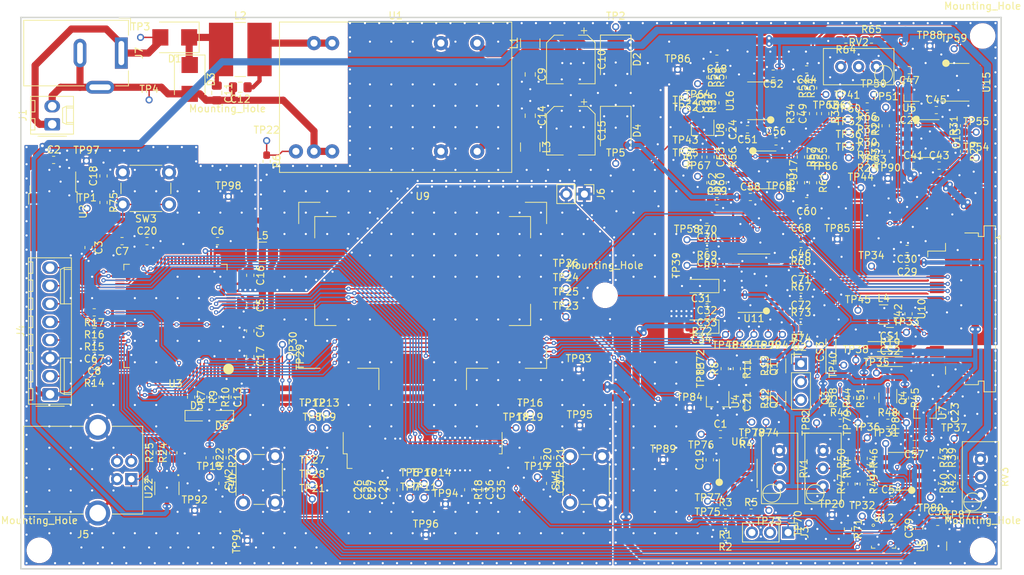
<source format=kicad_pcb>
(kicad_pcb (version 20171130) (host pcbnew "(5.0.2)-1")
  (layers (0 F.Cu signal) (31 B.Cu signal) (34 B.Paste user) (35 F.Paste user) (36 B.SilkS user) (37 F.SilkS user) (38 B.Mask user) (39 F.Mask user) (44 Edge.Cuts user))
  (net 0 "")
  (net 1 "Net-(C1-Pad1)")
  (net 2 "Net-(C1-Pad2)")
  (net 3 GNDD)
  (net 4 +5V)
  (net 5 +3V3)
  (net 6 "Net-(C9-Pad1)")
  (net 7 GNDA)
  (net 8 "Net-(C11-Pad1)")
  (net 9 "Net-(C11-Pad2)")
  (net 10 "Net-(C12-Pad1)")
  (net 11 "Net-(C14-Pad2)")
  (net 12 -5V)
  (net 13 PROG_~RST)
  (net 14 "Net-(C20-Pad1)")
  (net 15 "Net-(C25-Pad2)")
  (net 16 "Net-(C25-Pad1)")
  (net 17 "Net-(C26-Pad2)")
  (net 18 "Net-(C26-Pad1)")
  (net 19 REF_2.5V)
  (net 20 "Net-(C35-Pad1)")
  (net 21 "Net-(C36-Pad1)")
  (net 22 SWITCH_1)
  (net 23 SWITCH_2)
  (net 24 "Net-(C42-Pad1)")
  (net 25 "Net-(C43-Pad2)")
  (net 26 "Net-(C46-Pad1)")
  (net 27 "Net-(C67-Pad1)")
  (net 28 "Net-(C68-Pad1)")
  (net 29 "Net-(C69-Pad1)")
  (net 30 "Net-(C70-Pad1)")
  (net 31 "Net-(D1-Pad2)")
  (net 32 "Net-(D5-Pad2)")
  (net 33 "Net-(D6-Pad2)")
  (net 34 "Net-(J2-Pad3)")
  (net 35 SENS_LD)
  (net 36 SENS_LD_PWR)
  (net 37 SENS_PD_ADC)
  (net 38 SENS_PD)
  (net 39 "Net-(J3-Pad3)")
  (net 40 "Net-(J4-Pad2)")
  (net 41 "Net-(J4-Pad4)")
  (net 42 "Net-(J4-Pad5)")
  (net 43 "Net-(J4-Pad6)")
  (net 44 USB_VBUS)
  (net 45 "Net-(J5-Pad2)")
  (net 46 "Net-(J5-Pad3)")
  (net 47 "Net-(Q1-Pad1)")
  (net 48 "Net-(Q1-Pad2)")
  (net 49 "Net-(Q2-Pad2)")
  (net 50 COIL_F+)
  (net 51 "Net-(Q3-Pad3)")
  (net 52 "Net-(Q3-Pad2)")
  (net 53 "Net-(Q3-Pad6)")
  (net 54 "Net-(Q4-Pad6)")
  (net 55 COIL_T+)
  (net 56 "Net-(Q4-Pad2)")
  (net 57 "Net-(Q4-Pad3)")
  (net 58 "Net-(R1-Pad1)")
  (net 59 "Net-(R3-Pad1)")
  (net 60 "Net-(R6-Pad1)")
  (net 61 "Net-(R7-Pad1)")
  (net 62 DAC_LD_CTRL)
  (net 63 "Net-(R9-Pad1)")
  (net 64 "Net-(R10-Pad1)")
  (net 65 PROG_SWCLK)
  (net 66 PROG_SWDIO)
  (net 67 PROG_SWO)
  (net 68 "Net-(R18-Pad1)")
  (net 69 "Net-(R19-Pad1)")
  (net 70 "Net-(R21-Pad1)")
  (net 71 "Net-(R23-Pad1)")
  (net 72 USB_D+)
  (net 73 USB_D-)
  (net 74 "Net-(R26-Pad1)")
  (net 75 "Net-(R26-Pad2)")
  (net 76 "Net-(R27-Pad1)")
  (net 77 "Net-(R31-Pad1)")
  (net 78 FOC_ERR_2_ADC)
  (net 79 SENS_A)
  (net 80 "Net-(R39-Pad2)")
  (net 81 COIL_F-)
  (net 82 "Net-(R46-Pad2)")
  (net 83 COIL_T-)
  (net 84 SENS_B)
  (net 85 SENS_C)
  (net 86 SENS_D)
  (net 87 "Net-(R64-Pad1)")
  (net 88 "Net-(R65-Pad1)")
  (net 89 "Net-(R66-Pad2)")
  (net 90 DAC_~LDAC)
  (net 91 ADC_~CS)
  (net 92 "Net-(RV1-Pad2)")
  (net 93 LCD_CS)
  (net 94 LCD_RST)
  (net 95 LCD_A0)
  (net 96 LCD_SCK)
  (net 97 LCD_SI)
  (net 98 TEMP_SENS_OUT_1)
  (net 99 TEMP_SENS_OUT_3)
  (net 100 TEMP_SENS_OUT_2)
  (net 101 TEMP_SENS_OUT_4)
  (net 102 DAC_~CLR)
  (net 103 DAC_ADDR)
  (net 104 DAC_SDA)
  (net 105 DAC_SCL)
  (net 106 DAC_OUT_COIL_T_CTRL)
  (net 107 DAC_OUT_COIL_F_CTRL)
  (net 108 "Net-(TP34-Pad1)")
  (net 109 "Net-(TP45-Pad1)")
  (net 110 ADC_SCLK)
  (net 111 ADC_DIN)
  (net 112 ADC_DOUT)
  (net 113 "Net-(TP99-Pad1)")
  (net 114 "Net-(U3-Pad1)")
  (net 115 "Net-(U3-Pad2)")
  (net 116 "Net-(U3-Pad3)")
  (net 117 "Net-(U3-Pad4)")
  (net 118 "Net-(U3-Pad5)")
  (net 119 "Net-(U3-Pad7)")
  (net 120 "Net-(U3-Pad8)")
  (net 121 "Net-(U3-Pad9)")
  (net 122 "Net-(U3-Pad12)")
  (net 123 "Net-(U3-Pad13)")
  (net 124 "Net-(U3-Pad21)")
  (net 125 "Net-(U3-Pad24)")
  (net 126 "Net-(U3-Pad25)")
  (net 127 "Net-(U3-Pad26)")
  (net 128 "Net-(U3-Pad30)")
  (net 129 "Net-(U3-Pad31)")
  (net 130 "Net-(U3-Pad32)")
  (net 131 "Net-(U3-Pad33)")
  (net 132 "Net-(U3-Pad34)")
  (net 133 "Net-(U3-Pad35)")
  (net 134 "Net-(U3-Pad36)")
  (net 135 "Net-(U3-Pad37)")
  (net 136 "Net-(U3-Pad38)")
  (net 137 "Net-(U3-Pad39)")
  (net 138 "Net-(U3-Pad40)")
  (net 139 "Net-(U3-Pad41)")
  (net 140 "Net-(U3-Pad42)")
  (net 141 "Net-(U3-Pad43)")
  (net 142 "Net-(U3-Pad44)")
  (net 143 "Net-(U3-Pad45)")
  (net 144 "Net-(U3-Pad46)")
  (net 145 "Net-(U3-Pad48)")
  (net 146 "Net-(U3-Pad57)")
  (net 147 "Net-(U3-Pad58)")
  (net 148 "Net-(U3-Pad59)")
  (net 149 "Net-(U3-Pad60)")
  (net 150 "Net-(U3-Pad61)")
  (net 151 "Net-(U3-Pad62)")
  (net 152 "Net-(U3-Pad63)")
  (net 153 "Net-(U3-Pad64)")
  (net 154 "Net-(U3-Pad65)")
  (net 155 "Net-(U3-Pad67)")
  (net 156 "Net-(U3-Pad69)")
  (net 157 "Net-(U3-Pad83)")
  (net 158 "Net-(U3-Pad84)")
  (net 159 "Net-(U3-Pad85)")
  (net 160 "Net-(U3-Pad86)")
  (net 161 "Net-(U3-Pad87)")
  (net 162 "Net-(U3-Pad88)")
  (net 163 "Net-(U3-Pad90)")
  (net 164 "Net-(U9-Pad1)")
  (net 165 "Net-(U9-Pad7)")
  (net 166 "Net-(U11-Pad4)")
  (net 167 "Net-(U11-Pad19)")
  (net 168 "Net-(U15-Pad1)")
  (net 169 "Net-(U15-Pad5)")
  (net 170 "Net-(U15-Pad7)")
  (net 171 "Net-(U15-Pad8)")
  (net 172 "Net-(U22-Pad6)")
  (net 173 "Net-(C72-Pad1)")
  (net 174 "Net-(C71-Pad1)")
  (net 175 "Net-(C49-Pad2)")
  (net 176 /SENS_IN_AMP_CH_A_B/SENS_OUT_1)
  (net 177 "Net-(C50-Pad2)")
  (net 178 /SENS_IN_AMP_CH_A_B/SENS_OUT_2)
  (net 179 /SENS_IN_AMP_CH_C_D/SENS_OUT_1)
  (net 180 "Net-(C53-Pad2)")
  (net 181 /SENS_IN_AMP_CH_C_D/SENS_OUT_2)
  (net 182 "Net-(C55-Pad2)")
  (net 183 "Net-(R52-Pad1)")
  (net 184 "Net-(R53-Pad1)")
  (net 185 "Net-(R60-Pad1)")
  (net 186 "Net-(R61-Pad1)")
  (net 187 "Net-(U9-Pad30)")
  (net 188 "Net-(CS2-Pad2)")
  (net 189 "Net-(CS1-Pad2)")
  (net 190 "Net-(CS3-Pad2)")
  (net 191 "Net-(U3-Pad66)")
  (net 192 "Net-(C16-Pad1)")
  (net 193 UC_DEBUG_TX)
  (net 194 UC_DEBUG_RX)
  (net 195 "Net-(C38-Pad1)")
  (module Connector_PinHeader_2.54mm:PinHeader_1x02_P2.54mm_Vertical (layer F.Cu) (at 220.3 134.6 270)
    (fp_text reference J6 (at 0 -2.33 270) (layer F.SilkS))
    (fp_text value "GNDA-GNDD Jumper")
    (pad 1 thru_hole rect (at 0 0 270) (size 1.7 1.7) (drill 1) (layers *.Cu *.Mask) (net 7 GNDA))
    (pad 2 thru_hole oval (at 0 2.54 270) (size 1.7 1.7) (drill 1) (layers *.Cu *.Mask) (net 3 GNDD))
  )
  (module MountingHole:MountingHole_3.2mm_M3 (layer F.Cu) (at 276.2 184.6)
    (fp_text reference Mounting_Hole (at 0 -4.2) (layer F.SilkS))
    (fp_text value MountingHole_3.2mm_M3)
    (pad 1 np_thru_hole circle (at 0 0) (size 3.2 3.2) (drill 3.2) (layers *.Cu *.Mask))
  )
  (module Sentisa-Connectors:TestPoint_Probe_1.0mmDiameter_0.6mmDrill (layer F.Cu) (at 175.7 127.1)
    (fp_text reference TP22 (at 0 -1.5) (layer F.SilkS))
    (fp_text value TP)
    (pad 1 thru_hole circle (at 0 0) (size 1 1) (drill 0.6) (layers *.Cu *.Mask) (net 60 "Net-(R6-Pad1)"))
  )
  (module MountingHole:MountingHole_3.2mm_M3 (layer F.Cu) (at 223.2 148.8)
    (fp_text reference Mounting_Hole (at 0 -4.2) (layer F.SilkS))
    (fp_text value MountingHole_3.2mm_M3)
    (pad 1 np_thru_hole circle (at 0 0) (size 3.2 3.2) (drill 3.2) (layers *.Cu *.Mask))
  )
  (module MountingHole:MountingHole_3.2mm_M3 (layer F.Cu) (at 170.2 126.8)
    (fp_text reference Mounting_Hole (at 0 -4.2) (layer F.SilkS))
    (fp_text value MountingHole_3.2mm_M3)
    (pad 1 np_thru_hole circle (at 0 0) (size 3.2 3.2) (drill 3.2) (layers *.Cu *.Mask))
  )
  (module MountingHole:MountingHole_3.2mm_M3 (layer F.Cu) (at 143.8 184.6)
    (fp_text reference Mounting_Hole (at 0 -4.2) (layer F.SilkS))
    (fp_text value MountingHole_3.2mm_M3)
    (pad 1 np_thru_hole circle (at 0 0) (size 3.2 3.2) (drill 3.2) (layers *.Cu *.Mask))
  )
  (module MountingHole:MountingHole_3.2mm_M3 (layer F.Cu) (at 276.2 112.4)
    (fp_text reference Mounting_Hole (at 0 -4.2) (layer F.SilkS))
    (fp_text value MountingHole_3.2mm_M3)
    (pad 1 np_thru_hole circle (at 0 0) (size 3.2 3.2) (drill 3.2) (layers *.Cu *.Mask))
  )
  (module Sentisa-Connectors:TestPoint_Probe_1.0mmDiameter_0.6mmDrill (layer F.Cu) (at 182.1 177.4)
    (fp_text reference TP21 (at 0 -1.5) (layer F.SilkS))
    (fp_text value TP)
    (pad 1 thru_hole circle (at 0 0) (size 1 1) (drill 0.6) (layers *.Cu *.Mask) (net 103 DAC_ADDR))
  )
  (module Sentisa-Resistors:Potentiometer_SR_Passives_T910W_Vertical (layer F.Cu) (at 247.7 173.1 270)
    (fp_text reference RV1 (at 0 -3.4 270) (layer F.SilkS))
    (fp_text value 10k)
    (pad 1 thru_hole circle (at 2.5 0 270) (size 1.6 1.6) (drill 0.8) (layers *.Cu *.Mask) (net 4 +5V))
    (pad 2 thru_hole circle (at 0 0 270) (size 1.6 1.6) (drill 0.8) (layers *.Cu *.Mask) (net 92 "Net-(RV1-Pad2)"))
    (pad 3 thru_hole circle (at -2.5 0 270) (size 1.6 1.6) (drill 0.8) (layers *.Cu *.Mask) (net 7 GNDA))
  )
  (module Sentisa-IC:UG-2864KSWLG01_Adhessive_Tape_Flat_Mounting (layer F.Cu) (at 197.6 155.1)
    (fp_text reference U9 (at 0 -20.2) (layer F.SilkS))
    (fp_text value UG-2864KSWLG01)
    (pad 30 smd rect (at 10.15 16.05) (size 0.5 3.5) (layers F.Cu F.Paste F.Mask) (net 187 "Net-(U9-Pad30)"))
    (pad 29 smd rect (at 9.45 16.05) (size 0.5 3.5) (layers F.Cu F.Paste F.Mask) (net 3 GNDD))
    (pad 28 smd rect (at 8.75 16.05) (size 0.5 3.5) (layers F.Cu F.Paste F.Mask) (net 20 "Net-(C35-Pad1)"))
    (pad 27 smd rect (at 8.05 16.05) (size 0.5 3.5) (layers F.Cu F.Paste F.Mask) (net 21 "Net-(C36-Pad1)"))
    (pad 26 smd rect (at 7.35 16.05) (size 0.5 3.5) (layers F.Cu F.Paste F.Mask) (net 68 "Net-(R18-Pad1)"))
    (pad 25 smd rect (at 6.65 16.05) (size 0.5 3.5) (layers F.Cu F.Paste F.Mask) (net 3 GNDD))
    (pad 24 smd rect (at 5.95 16.05) (size 0.5 3.5) (layers F.Cu F.Paste F.Mask) (net 3 GNDD))
    (pad 23 smd rect (at 5.25 16.05) (size 0.5 3.5) (layers F.Cu F.Paste F.Mask) (net 3 GNDD))
    (pad 22 smd rect (at 4.55 16.05) (size 0.5 3.5) (layers F.Cu F.Paste F.Mask) (net 3 GNDD))
    (pad 21 smd rect (at 3.85 16.05) (size 0.5 3.5) (layers F.Cu F.Paste F.Mask) (net 3 GNDD))
    (pad 20 smd rect (at 3.15 16.05) (size 0.5 3.5) (layers F.Cu F.Paste F.Mask) (net 3 GNDD))
    (pad 19 smd rect (at 2.45 16.05) (size 0.5 3.5) (layers F.Cu F.Paste F.Mask) (net 97 LCD_SI))
    (pad 18 smd rect (at 1.75 16.05) (size 0.5 3.5) (layers F.Cu F.Paste F.Mask) (net 96 LCD_SCK))
    (pad 17 smd rect (at 1.05 16.05) (size 0.5 3.5) (layers F.Cu F.Paste F.Mask) (net 3 GNDD))
    (pad 16 smd rect (at 0.35 16.05) (size 0.5 3.5) (layers F.Cu F.Paste F.Mask) (net 3 GNDD))
    (pad 15 smd rect (at -0.35 16.05) (size 0.5 3.5) (layers F.Cu F.Paste F.Mask) (net 95 LCD_A0))
    (pad 14 smd rect (at -1.05 16.05) (size 0.5 3.5) (layers F.Cu F.Paste F.Mask) (net 94 LCD_RST))
    (pad 13 smd rect (at -1.75 16.05) (size 0.5 3.5) (layers F.Cu F.Paste F.Mask) (net 93 LCD_CS))
    (pad 12 smd rect (at -2.45 16.05) (size 0.5 3.5) (layers F.Cu F.Paste F.Mask) (net 3 GNDD))
    (pad 11 smd rect (at -3.15 16.05) (size 0.5 3.5) (layers F.Cu F.Paste F.Mask) (net 3 GNDD))
    (pad 10 smd rect (at -3.85 16.05) (size 0.5 3.5) (layers F.Cu F.Paste F.Mask) (net 3 GNDD))
    (pad 9 smd rect (at -4.55 16.05) (size 0.5 3.5) (layers F.Cu F.Paste F.Mask) (net 5 +3V3))
    (pad 8 smd rect (at -5.25 16.05) (size 0.5 3.5) (layers F.Cu F.Paste F.Mask) (net 3 GNDD))
    (pad 7 smd rect (at -5.95 16.05) (size 0.5 3.5) (layers F.Cu F.Paste F.Mask) (net 165 "Net-(U9-Pad7)"))
    (pad 6 smd rect (at -6.65 16.05) (size 0.5 3.5) (layers F.Cu F.Paste F.Mask) (net 5 +3V3))
    (pad 5 smd rect (at -7.35 16.05) (size 0.5 3.5) (layers F.Cu F.Paste F.Mask) (net 18 "Net-(C26-Pad1)"))
    (pad 4 smd rect (at -8.05 16.05) (size 0.5 3.5) (layers F.Cu F.Paste F.Mask) (net 17 "Net-(C26-Pad2)"))
    (pad 3 smd rect (at -8.75 16.05) (size 0.5 3.5) (layers F.Cu F.Paste F.Mask) (net 16 "Net-(C25-Pad1)"))
    (pad 2 smd rect (at -9.45 16.05) (size 0.5 3.5) (layers F.Cu F.Paste F.Mask) (net 15 "Net-(C25-Pad2)"))
    (pad 1 smd rect (at -10.15 16.05) (size 0.5 3.5) (layers F.Cu F.Paste F.Mask) (net 164 "Net-(U9-Pad1)"))
  )
  (module Connector_Molex:Molex_KK-254_AE-6410-08A_1x08_P2.54mm_Vertical (layer F.Cu) (at 145.3 162.7 90)
    (fp_text reference J4 (at 8.89 -4.12 90) (layer F.SilkS))
    (fp_text value "NS25-W8P 8-pin 2,54mm")
    (pad 1 thru_hole roundrect (at 0 0 90) (size 1.74 2.2) (drill 1.2) (layers *.Cu *.Mask) (roundrect_rratio 0.143678) (net 5 +3V3))
    (pad 2 thru_hole oval (at 2.54 0 90) (size 1.74 2.2) (drill 1.2) (layers *.Cu *.Mask) (net 40 "Net-(J4-Pad2)"))
    (pad 3 thru_hole oval (at 5.08 0 90) (size 1.74 2.2) (drill 1.2) (layers *.Cu *.Mask) (net 3 GNDD))
    (pad 4 thru_hole oval (at 7.62 0 90) (size 1.74 2.2) (drill 1.2) (layers *.Cu *.Mask) (net 41 "Net-(J4-Pad4)"))
    (pad 5 thru_hole oval (at 10.16 0 90) (size 1.74 2.2) (drill 1.2) (layers *.Cu *.Mask) (net 42 "Net-(J4-Pad5)"))
    (pad 6 thru_hole oval (at 12.7 0 90) (size 1.74 2.2) (drill 1.2) (layers *.Cu *.Mask) (net 43 "Net-(J4-Pad6)"))
    (pad 7 thru_hole oval (at 15.24 0 90) (size 1.74 2.2) (drill 1.2) (layers *.Cu *.Mask) (net 194 UC_DEBUG_RX))
    (pad 8 thru_hole oval (at 17.78 0 90) (size 1.74 2.2) (drill 1.2) (layers *.Cu *.Mask) (net 193 UC_DEBUG_TX))
  )
  (module Inductor_SMD:L_1210_3225Metric_Pad1.42x2.65mm_HandSolder (layer F.Cu) (at 175.1 142.7)
    (fp_text reference L5 (at 0 -2.28) (layer F.SilkS))
    (fp_text value 10u)
    (pad 2 smd roundrect (at 1.4875 0) (size 1.425 2.65) (layers F.Cu F.Paste F.Mask) (roundrect_rratio 0.175439) (net 5 +3V3))
    (pad 1 smd roundrect (at -1.4875 0) (size 1.425 2.65) (layers F.Cu F.Paste F.Mask) (roundrect_rratio 0.175439) (net 192 "Net-(C16-Pad1)"))
  )
  (module Inductor_SMD:L_1210_3225Metric_Pad1.42x2.65mm_HandSolder (layer F.Cu) (at 269.8 184 90)
    (fp_text reference L6 (at 0 -2.28 90) (layer F.SilkS))
    (fp_text value 10u)
    (pad 1 smd roundrect (at -1.4875 0 90) (size 1.425 2.65) (layers F.Cu F.Paste F.Mask) (roundrect_rratio 0.175439) (net 5 +3V3))
    (pad 2 smd roundrect (at 1.4875 0 90) (size 1.425 2.65) (layers F.Cu F.Paste F.Mask) (roundrect_rratio 0.175439) (net 195 "Net-(C38-Pad1)"))
  )
  (module Connector_Molex:Molex_KK-254_AE-6410-02A_1x02_P2.54mm_Vertical (layer F.Cu) (at 145.6 124.8 90)
    (fp_text reference J1 (at 1.27 -4.12 90) (layer F.SilkS))
    (fp_text value "+12V Supply")
    (pad 1 thru_hole roundrect (at 0 0 90) (size 1.74 2.2) (drill 1.2) (layers *.Cu *.Mask) (roundrect_rratio 0.143678) (net 31 "Net-(D1-Pad2)"))
    (pad 2 thru_hole oval (at 2.54 0 90) (size 1.74 2.2) (drill 1.2) (layers *.Cu *.Mask) (net 9 "Net-(C11-Pad2)"))
  )
  (module Sentisa-Connectors:Current_Sense_Pin_Header_SMD_Pitch1.27mm (layer F.Cu) (at 254.9 156.7 90)
    (fp_text reference CS3 (at 0 -1.485 90) (layer F.SilkS))
    (fp_text value Curr_Sens)
    (pad 2 smd rect (at 1.9 0 90) (size 2.3 0.8) (layers F.Cu F.Paste F.Mask) (net 190 "Net-(CS3-Pad2)"))
    (pad 1 smd rect (at -1.9 0 90) (size 2.3 0.8) (layers F.Cu F.Paste F.Mask) (net 35 SENS_LD))
  )
  (module Sentisa-Connectors:Current_Sense_Pin_Header_SMD_Pitch1.27mm (layer F.Cu) (at 263.2 158.1)
    (fp_text reference CS2 (at 0 -1.485) (layer F.SilkS))
    (fp_text value Curr_Sens)
    (pad 1 smd rect (at -1.9 0) (size 2.3 0.8) (layers F.Cu F.Paste F.Mask) (net 55 COIL_T+))
    (pad 2 smd rect (at 1.9 0) (size 2.3 0.8) (layers F.Cu F.Paste F.Mask) (net 188 "Net-(CS2-Pad2)"))
  )
  (module Sentisa-Connectors:Current_Sense_Pin_Header_SMD_Pitch1.27mm (layer F.Cu) (at 263.2 156)
    (fp_text reference CS1 (at 0 -1.485) (layer F.SilkS))
    (fp_text value Curr_Sens)
    (pad 1 smd rect (at -1.9 0) (size 2.3 0.8) (layers F.Cu F.Paste F.Mask) (net 50 COIL_F+))
    (pad 2 smd rect (at 1.9 0) (size 2.3 0.8) (layers F.Cu F.Paste F.Mask) (net 189 "Net-(CS1-Pad2)"))
  )
  (module Sentisa-IC:SO-8 (layer F.Cu) (at 272.3 118.9 270)
    (fp_text reference U15 (at 0 -4.45 270) (layer F.SilkS))
    (fp_text value REF192)
    (pad 1 smd rect (at -1.905 2.45 270) (size 0.72 2) (layers F.Cu F.Paste F.Mask) (net 168 "Net-(U15-Pad1)"))
    (pad 2 smd rect (at -0.635 2.45 270) (size 0.72 2) (layers F.Cu F.Paste F.Mask) (net 4 +5V))
    (pad 3 smd rect (at 0.635 2.45 270) (size 0.72 2) (layers F.Cu F.Paste F.Mask) (net 4 +5V))
    (pad 4 smd rect (at 1.905 2.45 270) (size 0.72 2) (layers F.Cu F.Paste F.Mask) (net 7 GNDA))
    (pad 5 smd rect (at 1.905 -2.45 270) (size 0.72 2) (layers F.Cu F.Paste F.Mask) (net 169 "Net-(U15-Pad5)"))
    (pad 6 smd rect (at 0.635 -2.45 270) (size 0.72 2) (layers F.Cu F.Paste F.Mask) (net 19 REF_2.5V))
    (pad 7 smd rect (at -0.635 -2.45 270) (size 0.72 2) (layers F.Cu F.Paste F.Mask) (net 170 "Net-(U15-Pad7)"))
    (pad 8 smd rect (at -1.905 -2.45 270) (size 0.72 2) (layers F.Cu F.Paste F.Mask) (net 171 "Net-(U15-Pad8)"))
  )
  (module Sentisa-IC:SO-8 (layer F.Cu) (at 265 173.5 90)
    (fp_text reference U14 (at 0 -4.45 90) (layer F.SilkS))
    (fp_text value MCP6H02-E/SN)
    (pad 1 smd rect (at -1.905 2.45 90) (size 0.72 2) (layers F.Cu F.Paste F.Mask) (net 52 "Net-(Q3-Pad2)"))
    (pad 2 smd rect (at -0.635 2.45 90) (size 0.72 2) (layers F.Cu F.Paste F.Mask) (net 80 "Net-(R39-Pad2)"))
    (pad 3 smd rect (at 0.635 2.45 90) (size 0.72 2) (layers F.Cu F.Paste F.Mask) (net 107 DAC_OUT_COIL_F_CTRL))
    (pad 4 smd rect (at 1.905 2.45 90) (size 0.72 2) (layers F.Cu F.Paste F.Mask) (net 12 -5V))
    (pad 5 smd rect (at 1.905 -2.45 90) (size 0.72 2) (layers F.Cu F.Paste F.Mask) (net 106 DAC_OUT_COIL_T_CTRL))
    (pad 6 smd rect (at 0.635 -2.45 90) (size 0.72 2) (layers F.Cu F.Paste F.Mask) (net 82 "Net-(R46-Pad2)"))
    (pad 7 smd rect (at -0.635 -2.45 90) (size 0.72 2) (layers F.Cu F.Paste F.Mask) (net 56 "Net-(Q4-Pad2)"))
    (pad 8 smd rect (at -1.905 -2.45 90) (size 0.72 2) (layers F.Cu F.Paste F.Mask) (net 4 +5V))
  )
  (module Sentisa-Connectors:Molex_52271-1679_1x16_1mm_Pitch_FFC_FPC_Horizontal_SMT (layer F.Cu) (at 269.8 150.7 90)
    (fp_text reference U10 (at 0 -2.15 90) (layer F.SilkS))
    (fp_text value "KSS-213 Connector")
    (pad 1 smd rect (at 7.5 -0.025 90) (size 0.6 1.95) (layers F.Cu F.Paste F.Mask) (net 19 REF_2.5V))
    (pad MP smd rect (at 10.6 2.35 90) (size 2.2 2.8) (layers F.Cu F.Paste F.Mask))
    (pad MP smd rect (at -10.6 2.35 90) (size 2.2 2.8) (layers F.Cu F.Paste F.Mask))
    (pad 2 smd rect (at 6.5 -0.025 90) (size 0.6 1.95) (layers F.Cu F.Paste F.Mask) (net 4 +5V))
    (pad 3 smd rect (at 5.5 -0.025 90) (size 0.6 1.95) (layers F.Cu F.Paste F.Mask) (net 108 "Net-(TP34-Pad1)"))
    (pad 4 smd rect (at 4.5 -0.025 90) (size 0.6 1.95) (layers F.Cu F.Paste F.Mask) (net 86 SENS_D))
    (pad 5 smd rect (at 3.5 -0.025 90) (size 0.6 1.95) (layers F.Cu F.Paste F.Mask) (net 79 SENS_A))
    (pad 6 smd rect (at 2.5 -0.025 90) (size 0.6 1.95) (layers F.Cu F.Paste F.Mask) (net 84 SENS_B))
    (pad 7 smd rect (at 1.5 -0.025 90) (size 0.6 1.95) (layers F.Cu F.Paste F.Mask) (net 85 SENS_C))
    (pad 8 smd rect (at 0.5 -0.025 90) (size 0.6 1.95) (layers F.Cu F.Paste F.Mask) (net 109 "Net-(TP45-Pad1)"))
    (pad 9 smd rect (at -0.5 -0.025 90) (size 0.6 1.95) (layers F.Cu F.Paste F.Mask) (net 7 GNDA))
    (pad 10 smd rect (at -1.5 -0.025 90) (size 0.6 1.95) (layers F.Cu F.Paste F.Mask) (net 24 "Net-(C42-Pad1)"))
    (pad 11 smd rect (at -2.5 -0.025 90) (size 0.6 1.95) (layers F.Cu F.Paste F.Mask) (net 69 "Net-(R19-Pad1)"))
    (pad 12 smd rect (at -3.5 -0.025 90) (size 0.6 1.95) (layers F.Cu F.Paste F.Mask) (net 38 SENS_PD))
    (pad 13 smd rect (at -4.5 -0.025 90) (size 0.6 1.95) (layers F.Cu F.Paste F.Mask) (net 189 "Net-(CS1-Pad2)"))
    (pad 14 smd rect (at -5.5 -0.025 90) (size 0.6 1.95) (layers F.Cu F.Paste F.Mask) (net 188 "Net-(CS2-Pad2)"))
    (pad 15 smd rect (at -6.5 -0.025 90) (size 0.6 1.95) (layers F.Cu F.Paste F.Mask) (net 83 COIL_T-))
    (pad 16 smd rect (at -7.5 -0.025 90) (size 0.6 1.95) (layers F.Cu F.Paste F.Mask) (net 81 COIL_F-))
  )
  (module Button_Switch_THT:SW_PUSH_6mm_H4.3mm (layer F.Cu) (at 162 136.05 180)
    (fp_text reference SW3 (at 3.25 -2 180) (layer F.SilkS))
    (fp_text value SW_Push)
    (pad 2 thru_hole circle (at 0 4.5 270) (size 2 2) (drill 1.1) (layers *.Cu *.Mask) (net 3 GNDD))
    (pad 1 thru_hole circle (at 0 0 270) (size 2 2) (drill 1.1) (layers *.Cu *.Mask) (net 13 PROG_~RST))
    (pad 2 thru_hole circle (at 6.5 4.5 270) (size 2 2) (drill 1.1) (layers *.Cu *.Mask) (net 3 GNDD))
    (pad 1 thru_hole circle (at 6.5 0 270) (size 2 2) (drill 1.1) (layers *.Cu *.Mask) (net 13 PROG_~RST))
  )
  (module Resistor_SMD:R_0603_1608Metric_Pad1.05x0.95mm_HandSolder (layer F.Cu) (at 152.8 135.775 270)
    (fp_text reference R75 (at 0 -1.43 270) (layer F.SilkS))
    (fp_text value 100k)
    (pad 1 smd roundrect (at -0.875 0 270) (size 1.05 0.95) (layers F.Cu F.Paste F.Mask) (net 13 PROG_~RST))
    (pad 2 smd roundrect (at 0.875 0 270) (size 1.05 0.95) (layers F.Cu F.Paste F.Mask) (net 5 +3V3))
  )
  (module Sentisa-IC:SO-8 (layer F.Cu) (at 245.2 121.5 90)
    (fp_text reference U16 (at 0 -4.45 90) (layer F.SilkS))
    (fp_text value MCP6H02-E/SN)
    (pad 1 smd rect (at -1.905 2.45 90) (size 0.72 2) (layers F.Cu F.Paste F.Mask) (net 176 /SENS_IN_AMP_CH_A_B/SENS_OUT_1))
    (pad 2 smd rect (at -0.635 2.45 90) (size 0.72 2) (layers F.Cu F.Paste F.Mask) (net 175 "Net-(C49-Pad2)"))
    (pad 3 smd rect (at 0.635 2.45 90) (size 0.72 2) (layers F.Cu F.Paste F.Mask) (net 183 "Net-(R52-Pad1)"))
    (pad 4 smd rect (at 1.905 2.45 90) (size 0.72 2) (layers F.Cu F.Paste F.Mask) (net 12 -5V))
    (pad 5 smd rect (at 1.905 -2.45 90) (size 0.72 2) (layers F.Cu F.Paste F.Mask) (net 184 "Net-(R53-Pad1)"))
    (pad 6 smd rect (at 0.635 -2.45 90) (size 0.72 2) (layers F.Cu F.Paste F.Mask) (net 177 "Net-(C50-Pad2)"))
    (pad 7 smd rect (at -0.635 -2.45 90) (size 0.72 2) (layers F.Cu F.Paste F.Mask) (net 178 /SENS_IN_AMP_CH_A_B/SENS_OUT_2))
    (pad 8 smd rect (at -1.905 -2.45 90) (size 0.72 2) (layers F.Cu F.Paste F.Mask) (net 4 +5V))
  )
  (module Sentisa-IC:SO-8 (layer F.Cu) (at 245.2 131.2 270)
    (fp_text reference U17 (at 0 -4.45 270) (layer F.SilkS))
    (fp_text value MCP6H02-E/SN)
    (pad 1 smd rect (at -1.905 2.45 270) (size 0.72 2) (layers F.Cu F.Paste F.Mask) (net 179 /SENS_IN_AMP_CH_C_D/SENS_OUT_1))
    (pad 2 smd rect (at -0.635 2.45 270) (size 0.72 2) (layers F.Cu F.Paste F.Mask) (net 180 "Net-(C53-Pad2)"))
    (pad 3 smd rect (at 0.635 2.45 270) (size 0.72 2) (layers F.Cu F.Paste F.Mask) (net 185 "Net-(R60-Pad1)"))
    (pad 4 smd rect (at 1.905 2.45 270) (size 0.72 2) (layers F.Cu F.Paste F.Mask) (net 12 -5V))
    (pad 5 smd rect (at 1.905 -2.45 270) (size 0.72 2) (layers F.Cu F.Paste F.Mask) (net 186 "Net-(R61-Pad1)"))
    (pad 6 smd rect (at 0.635 -2.45 270) (size 0.72 2) (layers F.Cu F.Paste F.Mask) (net 182 "Net-(C55-Pad2)"))
    (pad 7 smd rect (at -0.635 -2.45 270) (size 0.72 2) (layers F.Cu F.Paste F.Mask) (net 181 /SENS_IN_AMP_CH_C_D/SENS_OUT_2))
    (pad 8 smd rect (at -1.905 -2.45 270) (size 0.72 2) (layers F.Cu F.Paste F.Mask) (net 4 +5V))
  )
  (module Sentisa-IC:SO-8 (layer F.Cu) (at 268.1 126.8 270)
    (fp_text reference U13 (at 0 -4.45 270) (layer F.SilkS))
    (fp_text value MCP6H02-E/SN)
    (pad 1 smd rect (at -1.905 2.45 270) (size 0.72 2) (layers F.Cu F.Paste F.Mask) (net 75 "Net-(R26-Pad2)"))
    (pad 2 smd rect (at -0.635 2.45 270) (size 0.72 2) (layers F.Cu F.Paste F.Mask) (net 74 "Net-(R26-Pad1)"))
    (pad 3 smd rect (at 0.635 2.45 270) (size 0.72 2) (layers F.Cu F.Paste F.Mask) (net 76 "Net-(R27-Pad1)"))
    (pad 4 smd rect (at 1.905 2.45 270) (size 0.72 2) (layers F.Cu F.Paste F.Mask) (net 12 -5V))
    (pad 5 smd rect (at 1.905 -2.45 270) (size 0.72 2) (layers F.Cu F.Paste F.Mask) (net 25 "Net-(C43-Pad2)"))
    (pad 6 smd rect (at 0.635 -2.45 270) (size 0.72 2) (layers F.Cu F.Paste F.Mask) (net 77 "Net-(R31-Pad1)"))
    (pad 7 smd rect (at -0.635 -2.45 270) (size 0.72 2) (layers F.Cu F.Paste F.Mask) (net 77 "Net-(R31-Pad1)"))
    (pad 8 smd rect (at -1.905 -2.45 270) (size 0.72 2) (layers F.Cu F.Paste F.Mask) (net 4 +5V))
  )
  (module Sentisa-IC:SO-8 (layer F.Cu) (at 241.9 173.8)
    (fp_text reference U6 (at 0 -4.45) (layer F.SilkS))
    (fp_text value LM6132A)
    (pad 1 smd rect (at -1.905 2.45) (size 0.72 2) (layers F.Cu F.Paste F.Mask) (net 59 "Net-(R3-Pad1)"))
    (pad 2 smd rect (at -0.635 2.45) (size 0.72 2) (layers F.Cu F.Paste F.Mask) (net 58 "Net-(R1-Pad1)"))
    (pad 3 smd rect (at 0.635 2.45) (size 0.72 2) (layers F.Cu F.Paste F.Mask) (net 39 "Net-(J3-Pad3)"))
    (pad 4 smd rect (at 1.905 2.45) (size 0.72 2) (layers F.Cu F.Paste F.Mask) (net 7 GNDA))
    (pad 5 smd rect (at 1.905 -2.45) (size 0.72 2) (layers F.Cu F.Paste F.Mask) (net 92 "Net-(RV1-Pad2)"))
    (pad 6 smd rect (at 0.635 -2.45) (size 0.72 2) (layers F.Cu F.Paste F.Mask) (net 2 "Net-(C1-Pad2)"))
    (pad 7 smd rect (at -0.635 -2.45) (size 0.72 2) (layers F.Cu F.Paste F.Mask) (net 1 "Net-(C1-Pad1)"))
    (pad 8 smd rect (at -1.905 -2.45) (size 0.72 2) (layers F.Cu F.Paste F.Mask) (net 4 +5V))
  )
  (module Capacitor_SMD:C_0603_1608Metric_Pad1.05x0.95mm_HandSolder (layer F.Cu) (at 251.5 135.6 180)
    (fp_text reference C60 (at 0 -1.43 180) (layer F.SilkS))
    (fp_text value "10n 6V3 X5R")
    (pad 2 smd roundrect (at 0.875 0 180) (size 1.05 0.95) (layers F.Cu F.Paste F.Mask) (net 7 GNDA))
    (pad 1 smd roundrect (at -0.875 0 180) (size 1.05 0.95) (layers F.Cu F.Paste F.Mask) (net 19 REF_2.5V))
  )
  (module Capacitor_SMD:C_0603_1608Metric_Pad1.05x0.95mm_HandSolder (layer F.Cu) (at 238.9 135.6)
    (fp_text reference C59 (at 0 -1.43) (layer F.SilkS))
    (fp_text value "10n 6V3 X5R")
    (pad 1 smd roundrect (at -0.875 0) (size 1.05 0.95) (layers F.Cu F.Paste F.Mask) (net 19 REF_2.5V))
    (pad 2 smd roundrect (at 0.875 0) (size 1.05 0.95) (layers F.Cu F.Paste F.Mask) (net 7 GNDA))
  )
  (module Connector_BarrelJack:BarrelJack_Wuerth_6941xx301002 (layer F.Cu) (at 155.3 114.8 270)
    (fp_text reference J7 (at 0 -2.5 270) (layer F.SilkS))
    (fp_text value Barrel_Jack_Switch)
    (pad 3 thru_hole oval (at 4.8 3) (size 4 1.8) (drill oval 3 0.8) (layers *.Cu *.Mask) (net 9 "Net-(C11-Pad2)"))
    (pad 2 thru_hole oval (at 0 5.8 270) (size 4 1.8) (drill oval 3 0.8) (layers *.Cu *.Mask) (net 9 "Net-(C11-Pad2)"))
    (pad 1 thru_hole rect (at 0 0 270) (size 4.4 1.8) (drill oval 3.4 0.8) (layers *.Cu *.Mask) (net 31 "Net-(D1-Pad2)"))
  )
  (module Capacitor_SMD:C_0603_1608Metric_Pad1.05x0.95mm_HandSolder (layer F.Cu) (at 250.7 151.6)
    (fp_text reference C72 (at 0 -1.43) (layer F.SilkS))
    (fp_text value "100n 6V3 X5R")
    (pad 2 smd roundrect (at 0.875 0) (size 1.05 0.95) (layers F.Cu F.Paste F.Mask) (net 7 GNDA))
    (pad 1 smd roundrect (at -0.875 0) (size 1.05 0.95) (layers F.Cu F.Paste F.Mask) (net 173 "Net-(C72-Pad1)"))
  )
  (module Capacitor_SMD:C_0603_1608Metric_Pad1.05x0.95mm_HandSolder (layer F.Cu) (at 250.7 148)
    (fp_text reference C71 (at 0 -1.43) (layer F.SilkS))
    (fp_text value "100n 6V3 X5R")
    (pad 1 smd roundrect (at -0.875 0) (size 1.05 0.95) (layers F.Cu F.Paste F.Mask) (net 174 "Net-(C71-Pad1)"))
    (pad 2 smd roundrect (at 0.875 0) (size 1.05 0.95) (layers F.Cu F.Paste F.Mask) (net 7 GNDA))
  )
  (module Resistor_SMD:R_0603_1608Metric_Pad1.05x0.95mm_HandSolder (layer F.Cu) (at 250.7 149.8 180)
    (fp_text reference R73 (at 0 -1.43 180) (layer F.SilkS))
    (fp_text value 10k)
    (pad 2 smd roundrect (at 0.875 0 180) (size 1.05 0.95) (layers F.Cu F.Paste F.Mask) (net 174 "Net-(C71-Pad1)"))
    (pad 1 smd roundrect (at -0.875 0 180) (size 1.05 0.95) (layers F.Cu F.Paste F.Mask) (net 84 SENS_B))
  )
  (module Resistor_SMD:R_0603_1608Metric_Pad1.05x0.95mm_HandSolder (layer F.Cu) (at 250.7 153.4 180)
    (fp_text reference R74 (at 0 -1.43 180) (layer F.SilkS))
    (fp_text value 10k)
    (pad 1 smd roundrect (at -0.875 0 180) (size 1.05 0.95) (layers F.Cu F.Paste F.Mask) (net 85 SENS_C))
    (pad 2 smd roundrect (at 0.875 0 180) (size 1.05 0.95) (layers F.Cu F.Paste F.Mask) (net 173 "Net-(C72-Pad1)"))
  )
  (module Sentisa-Diodes:D_SMB (layer F.Cu) (at 224.7 115.7 270)
    (fp_text reference D2 (at 0 -3 270) (layer F.SilkS))
    (fp_text value "TVS 7V")
    (pad 2 smd rect (at 2.025 0 270) (size 2.25 2.3) (layers F.Cu F.Paste F.Mask) (net 7 GNDA))
    (pad 1 smd rect (at -2.025 0 270) (size 2.25 2.3) (layers F.Cu F.Paste F.Mask) (net 4 +5V))
  )
  (module Sentisa-Diodes:D_SMB (layer F.Cu) (at 224.7 125.7 270)
    (fp_text reference D4 (at 0 -3 270) (layer F.SilkS))
    (fp_text value "TVS 7V")
    (pad 1 smd rect (at -2.025 0 270) (size 2.25 2.3) (layers F.Cu F.Paste F.Mask) (net 7 GNDA))
    (pad 2 smd rect (at 2.025 0 270) (size 2.25 2.3) (layers F.Cu F.Paste F.Mask) (net 12 -5V))
  )
  (module Capacitor_SMD:C_0603_1608Metric_Pad1.05x0.95mm_HandSolder (layer F.Cu) (at 239.4 168.3)
    (fp_text reference C1 (at 0 -1.43) (layer F.SilkS))
    (fp_text value "1n 16V X5R")
    (pad 1 smd roundrect (at -0.875 0) (size 1.05 0.95) (layers F.Cu F.Paste F.Mask) (net 1 "Net-(C1-Pad1)"))
    (pad 2 smd roundrect (at 0.875 0) (size 1.05 0.95) (layers F.Cu F.Paste F.Mask) (net 2 "Net-(C1-Pad2)"))
  )
  (module Capacitor_SMD:C_0603_1608Metric_Pad1.05x0.95mm_HandSolder (layer F.Cu) (at 145.8 129.8)
    (fp_text reference C2 (at 0 -1.43) (layer F.SilkS))
    (fp_text value "100n 6V3 X5R")
    (pad 2 smd roundrect (at 0.875 0) (size 1.05 0.95) (layers F.Cu F.Paste F.Mask) (net 3 GNDD))
    (pad 1 smd roundrect (at -0.875 0) (size 1.05 0.95) (layers F.Cu F.Paste F.Mask) (net 4 +5V))
  )
  (module Capacitor_SMD:C_0603_1608Metric_Pad1.05x0.95mm_HandSolder (layer F.Cu) (at 150.7 142.1 270)
    (fp_text reference C3 (at 0 -1.43 270) (layer F.SilkS))
    (fp_text value "10u 6V3 X5R")
    (pad 1 smd roundrect (at -0.875 0 270) (size 1.05 0.95) (layers F.Cu F.Paste F.Mask) (net 5 +3V3))
    (pad 2 smd roundrect (at 0.875 0 270) (size 1.05 0.95) (layers F.Cu F.Paste F.Mask) (net 3 GNDD))
  )
  (module Capacitor_SMD:C_0603_1608Metric_Pad1.05x0.95mm_HandSolder (layer F.Cu) (at 173.4 153.8 270)
    (fp_text reference C4 (at 0 -1.43 270) (layer F.SilkS))
    (fp_text value "100n 16V X5R")
    (pad 2 smd roundrect (at 0.875 0 270) (size 1.05 0.95) (layers F.Cu F.Paste F.Mask) (net 3 GNDD))
    (pad 1 smd roundrect (at -0.875 0 270) (size 1.05 0.95) (layers F.Cu F.Paste F.Mask) (net 5 +3V3))
  )
  (module Capacitor_SMD:C_0603_1608Metric_Pad1.05x0.95mm_HandSolder (layer F.Cu) (at 173.4 150.2 270)
    (fp_text reference C5 (at 0 -1.43 270) (layer F.SilkS))
    (fp_text value "100n 16V X5R")
    (pad 1 smd roundrect (at -0.875 0 270) (size 1.05 0.95) (layers F.Cu F.Paste F.Mask) (net 5 +3V3))
    (pad 2 smd roundrect (at 0.875 0 270) (size 1.05 0.95) (layers F.Cu F.Paste F.Mask) (net 3 GNDD))
  )
  (module Capacitor_SMD:C_0603_1608Metric_Pad1.05x0.95mm_HandSolder (layer F.Cu) (at 168.8 141.2)
    (fp_text reference C6 (at 0 -1.43) (layer F.SilkS))
    (fp_text value "100n 16V X5R")
    (pad 2 smd roundrect (at 0.875 0) (size 1.05 0.95) (layers F.Cu F.Paste F.Mask) (net 3 GNDD))
    (pad 1 smd roundrect (at -0.875 0) (size 1.05 0.95) (layers F.Cu F.Paste F.Mask) (net 5 +3V3))
  )
  (module Capacitor_SMD:C_0603_1608Metric_Pad1.05x0.95mm_HandSolder (layer F.Cu) (at 155.4 141.2 180)
    (fp_text reference C7 (at 0 -1.43 180) (layer F.SilkS))
    (fp_text value "100n 16V X5R")
    (pad 1 smd roundrect (at -0.875 0 180) (size 1.05 0.95) (layers F.Cu F.Paste F.Mask) (net 5 +3V3))
    (pad 2 smd roundrect (at 0.875 0 180) (size 1.05 0.95) (layers F.Cu F.Paste F.Mask) (net 3 GNDD))
  )
  (module Capacitor_SMD:C_0603_1608Metric_Pad1.05x0.95mm_HandSolder (layer F.Cu) (at 151.5 158 180)
    (fp_text reference C8 (at 0 -1.43 180) (layer F.SilkS))
    (fp_text value "100n 16V X5R")
    (pad 1 smd roundrect (at -0.875 0 180) (size 1.05 0.95) (layers F.Cu F.Paste F.Mask) (net 5 +3V3))
    (pad 2 smd roundrect (at 0.875 0 180) (size 1.05 0.95) (layers F.Cu F.Paste F.Mask) (net 3 GNDD))
  )
  (module Capacitor_SMD:C_0805_2012Metric_Pad1.15x1.40mm_HandSolder (layer F.Cu) (at 212.7 117.8 270)
    (fp_text reference C9 (at 0 -1.65 270) (layer F.SilkS))
    (fp_text value "1u 50V X5R")
    (pad 1 smd roundrect (at -1.025 0 270) (size 1.15 1.4) (layers F.Cu F.Paste F.Mask) (roundrect_rratio 0.217391) (net 6 "Net-(C9-Pad1)"))
    (pad 2 smd roundrect (at 1.025 0 270) (size 1.15 1.4) (layers F.Cu F.Paste F.Mask) (roundrect_rratio 0.217391) (net 7 GNDA))
  )
  (module Capacitor_SMD:CP_Elec_6.3x5.3 (layer F.Cu) (at 218.4 115.7 270)
    (fp_text reference C10 (at 0 -4.35 270) (layer F.SilkS))
    (fp_text value "22u 50V")
    (pad 1 smd roundrect (at -2.8 0 270) (size 3.5 1.6) (layers F.Cu F.Paste F.Mask) (roundrect_rratio 0.15625) (net 4 +5V))
    (pad 2 smd roundrect (at 2.8 0 270) (size 3.5 1.6) (layers F.Cu F.Paste F.Mask) (roundrect_rratio 0.15625) (net 7 GNDA))
  )
  (module Resistor_SMD:R_0805_2012Metric_Pad1.15x1.40mm_HandSolder (layer F.Cu) (at 168.7 120.4 270)
    (fp_text reference C11 (at 0 -1.65 270) (layer F.SilkS))
    (fp_text value "2u2 50V X5R")
    (pad 1 smd roundrect (at -1.025 0 270) (size 1.15 1.4) (layers F.Cu F.Paste F.Mask) (roundrect_rratio 0.217391) (net 8 "Net-(C11-Pad1)"))
    (pad 2 smd roundrect (at 1.025 0 270) (size 1.15 1.4) (layers F.Cu F.Paste F.Mask) (roundrect_rratio 0.217391) (net 9 "Net-(C11-Pad2)"))
  )
  (module Resistor_SMD:R_0805_2012Metric_Pad1.15x1.40mm_HandSolder (layer F.Cu) (at 172 119.6 180)
    (fp_text reference C12 (at 0 -1.65 180) (layer F.SilkS))
    (fp_text value "2u2 50V X5R")
    (pad 2 smd roundrect (at 1.025 0 180) (size 1.15 1.4) (layers F.Cu F.Paste F.Mask) (roundrect_rratio 0.217391) (net 9 "Net-(C11-Pad2)"))
    (pad 1 smd roundrect (at -1.025 0 180) (size 1.15 1.4) (layers F.Cu F.Paste F.Mask) (roundrect_rratio 0.217391) (net 10 "Net-(C12-Pad1)"))
  )
  (module Capacitor_SMD:C_0603_1608Metric_Pad1.05x0.95mm_HandSolder (layer F.Cu) (at 170.2 163.1 270)
    (fp_text reference C13 (at 0 -1.43 270) (layer F.SilkS))
    (fp_text value "100n 16V X5R")
    (pad 1 smd roundrect (at -0.875 0 270) (size 1.05 0.95) (layers F.Cu F.Paste F.Mask) (net 5 +3V3))
    (pad 2 smd roundrect (at 0.875 0 270) (size 1.05 0.95) (layers F.Cu F.Paste F.Mask) (net 3 GNDD))
  )
  (module Capacitor_SMD:C_0805_2012Metric_Pad1.15x1.40mm_HandSolder (layer F.Cu) (at 212.7 123.6 270)
    (fp_text reference C14 (at 0 -1.65 270) (layer F.SilkS))
    (fp_text value "1u 50V X5R")
    (pad 2 smd roundrect (at 1.025 0 270) (size 1.15 1.4) (layers F.Cu F.Paste F.Mask) (roundrect_rratio 0.217391) (net 11 "Net-(C14-Pad2)"))
    (pad 1 smd roundrect (at -1.025 0 270) (size 1.15 1.4) (layers F.Cu F.Paste F.Mask) (roundrect_rratio 0.217391) (net 7 GNDA))
  )
  (module Capacitor_SMD:CP_Elec_6.3x5.3 (layer F.Cu) (at 218.4 125.7 270)
    (fp_text reference C15 (at 0 -4.35 270) (layer F.SilkS))
    (fp_text value "22u 50V")
    (pad 2 smd roundrect (at 2.8 0 270) (size 3.5 1.6) (layers F.Cu F.Paste F.Mask) (roundrect_rratio 0.15625) (net 12 -5V))
    (pad 1 smd roundrect (at -2.8 0 270) (size 3.5 1.6) (layers F.Cu F.Paste F.Mask) (roundrect_rratio 0.15625) (net 7 GNDA))
  )
  (module Capacitor_SMD:C_0603_1608Metric_Pad1.05x0.95mm_HandSolder (layer F.Cu) (at 173.4 146 270)
    (fp_text reference C16 (at 0 -1.43 270) (layer F.SilkS))
    (fp_text value "100n 16V X5R")
    (pad 2 smd roundrect (at 0.875 0 270) (size 1.05 0.95) (layers F.Cu F.Paste F.Mask) (net 7 GNDA))
    (pad 1 smd roundrect (at -0.875 0 270) (size 1.05 0.95) (layers F.Cu F.Paste F.Mask) (net 192 "Net-(C16-Pad1)"))
  )
  (module Capacitor_SMD:C_0603_1608Metric_Pad1.05x0.95mm_HandSolder (layer F.Cu) (at 173.4 157.4 270)
    (fp_text reference C17 (at 0 -1.43 270) (layer F.SilkS))
    (fp_text value "1u 6V3 X5R")
    (pad 2 smd roundrect (at 0.875 0 270) (size 1.05 0.95) (layers F.Cu F.Paste F.Mask) (net 3 GNDD))
    (pad 1 smd roundrect (at -0.875 0 270) (size 1.05 0.95) (layers F.Cu F.Paste F.Mask) (net 5 +3V3))
  )
  (module Capacitor_SMD:C_0603_1608Metric_Pad1.05x0.95mm_HandSolder (layer F.Cu) (at 152.8 132.05 90)
    (fp_text reference C18 (at 0 -1.43 90) (layer F.SilkS))
    (fp_text value "100n 16V X5R")
    (pad 1 smd roundrect (at -0.875 0 90) (size 1.05 0.95) (layers F.Cu F.Paste F.Mask) (net 13 PROG_~RST))
    (pad 2 smd roundrect (at 0.875 0 90) (size 1.05 0.95) (layers F.Cu F.Paste F.Mask) (net 3 GNDD))
  )
  (module Capacitor_SMD:C_0603_1608Metric_Pad1.05x0.95mm_HandSolder (layer F.Cu) (at 237.9 171.9 90)
    (fp_text reference C19 (at 0 -1.43 90) (layer F.SilkS))
    (fp_text value "100n 6V3 X5R")
    (pad 2 smd roundrect (at 0.875 0 90) (size 1.05 0.95) (layers F.Cu F.Paste F.Mask) (net 7 GNDA))
    (pad 1 smd roundrect (at -0.875 0 90) (size 1.05 0.95) (layers F.Cu F.Paste F.Mask) (net 4 +5V))
  )
  (module Capacitor_SMD:C_0603_1608Metric_Pad1.05x0.95mm_HandSolder (layer F.Cu) (at 158.9 141.2)
    (fp_text reference C20 (at 0 -1.43) (layer F.SilkS))
    (fp_text value "2u2 6V3 X5R")
    (pad 2 smd roundrect (at 0.875 0) (size 1.05 0.95) (layers F.Cu F.Paste F.Mask) (net 3 GNDD))
    (pad 1 smd roundrect (at -0.875 0) (size 1.05 0.95) (layers F.Cu F.Paste F.Mask) (net 14 "Net-(C20-Pad1)"))
  )
  (module Capacitor_SMD:C_0603_1608Metric_Pad1.05x0.95mm_HandSolder (layer F.Cu) (at 241.7 163.7 270)
    (fp_text reference C21 (at 0 -1.43 270) (layer F.SilkS))
    (fp_text value "100n 6V3 X5R")
    (pad 2 smd roundrect (at 0.875 0 270) (size 1.05 0.95) (layers F.Cu F.Paste F.Mask) (net 7 GNDA))
    (pad 1 smd roundrect (at -0.875 0 270) (size 1.05 0.95) (layers F.Cu F.Paste F.Mask) (net 4 +5V))
  )
  (module Capacitor_SMD:C_0603_1608Metric_Pad1.05x0.95mm_HandSolder (layer F.Cu) (at 266 122.8 180)
    (fp_text reference C22 (at 0 -1.43 180) (layer F.SilkS))
    (fp_text value "100n 6V3 X5R")
    (pad 2 smd roundrect (at 0.875 0 180) (size 1.05 0.95) (layers F.Cu F.Paste F.Mask) (net 7 GNDA))
    (pad 1 smd roundrect (at -0.875 0 180) (size 1.05 0.95) (layers F.Cu F.Paste F.Mask) (net 4 +5V))
  )
  (module Capacitor_SMD:C_0603_1608Metric_Pad1.05x0.95mm_HandSolder (layer F.Cu) (at 270.9 165.3 270)
    (fp_text reference C23 (at 0 -1.43 270) (layer F.SilkS))
    (fp_text value "100n 6V3 X5R")
    (pad 1 smd roundrect (at -0.875 0 270) (size 1.05 0.95) (layers F.Cu F.Paste F.Mask) (net 4 +5V))
    (pad 2 smd roundrect (at 0.875 0 270) (size 1.05 0.95) (layers F.Cu F.Paste F.Mask) (net 7 GNDA))
  )
  (module Capacitor_SMD:C_0603_1608Metric_Pad1.05x0.95mm_HandSolder (layer F.Cu) (at 239.7 125.55 270)
    (fp_text reference C24 (at 0 -1.43 270) (layer F.SilkS))
    (fp_text value "100n 6V3 X5R")
    (pad 2 smd roundrect (at 0.875 0 270) (size 1.05 0.95) (layers F.Cu F.Paste F.Mask) (net 7 GNDA))
    (pad 1 smd roundrect (at -0.875 0 270) (size 1.05 0.95) (layers F.Cu F.Paste F.Mask) (net 4 +5V))
  )
  (module Capacitor_SMD:C_0603_1608Metric_Pad1.05x0.95mm_HandSolder (layer F.Cu) (at 188.4 176.1 270)
    (fp_text reference C25 (at 0 -1.43 270) (layer F.SilkS))
    (fp_text value "1u 16V X5R")
    (pad 2 smd roundrect (at 0.875 0 270) (size 1.05 0.95) (layers F.Cu F.Paste F.Mask) (net 15 "Net-(C25-Pad2)"))
    (pad 1 smd roundrect (at -0.875 0 270) (size 1.05 0.95) (layers F.Cu F.Paste F.Mask) (net 16 "Net-(C25-Pad1)"))
  )
  (module Capacitor_SMD:C_0603_1608Metric_Pad1.05x0.95mm_HandSolder (layer F.Cu) (at 190 176.1 90)
    (fp_text reference C26 (at 0 -1.43 90) (layer F.SilkS))
    (fp_text value "1u 16V X5R")
    (pad 2 smd roundrect (at 0.875 0 90) (size 1.05 0.95) (layers F.Cu F.Paste F.Mask) (net 17 "Net-(C26-Pad2)"))
    (pad 1 smd roundrect (at -0.875 0 90) (size 1.05 0.95) (layers F.Cu F.Paste F.Mask) (net 18 "Net-(C26-Pad1)"))
  )
  (module Capacitor_SMD:C_0603_1608Metric_Pad1.05x0.95mm_HandSolder (layer F.Cu) (at 191.9 176.1 90)
    (fp_text reference C27 (at 0 -1.43 90) (layer F.SilkS))
    (fp_text value "4u7 6V3 X5R")
    (pad 2 smd roundrect (at 0.875 0 90) (size 1.05 0.95) (layers F.Cu F.Paste F.Mask) (net 5 +3V3))
    (pad 1 smd roundrect (at -0.875 0 90) (size 1.05 0.95) (layers F.Cu F.Paste F.Mask) (net 3 GNDD))
  )
  (module Capacitor_SMD:C_0603_1608Metric_Pad1.05x0.95mm_HandSolder (layer F.Cu) (at 193.5 176.1 90)
    (fp_text reference C28 (at 0 -1.43 90) (layer F.SilkS))
    (fp_text value "4u7 6V3 X5R")
    (pad 1 smd roundrect (at -0.875 0 90) (size 1.05 0.95) (layers F.Cu F.Paste F.Mask) (net 3 GNDD))
    (pad 2 smd roundrect (at 0.875 0 90) (size 1.05 0.95) (layers F.Cu F.Paste F.Mask) (net 5 +3V3))
  )
  (module Capacitor_SMD:C_0603_1608Metric_Pad1.05x0.95mm_HandSolder (layer F.Cu) (at 265.6 144.1 180)
    (fp_text reference C29 (at 0 -1.43 180) (layer F.SilkS))
    (fp_text value "100n 6V3 X5R")
    (pad 2 smd roundrect (at 0.875 0 180) (size 1.05 0.95) (layers F.Cu F.Paste F.Mask) (net 7 GNDA))
    (pad 1 smd roundrect (at -0.875 0 180) (size 1.05 0.95) (layers F.Cu F.Paste F.Mask) (net 4 +5V))
  )
  (module Capacitor_SMD:C_0603_1608Metric_Pad1.05x0.95mm_HandSolder (layer F.Cu) (at 265.6 142.3 180)
    (fp_text reference C30 (at 0 -1.43 180) (layer F.SilkS))
    (fp_text value "10n 6V3 X5R")
    (pad 2 smd roundrect (at 0.875 0 180) (size 1.05 0.95) (layers F.Cu F.Paste F.Mask) (net 7 GNDA))
    (pad 1 smd roundrect (at -0.875 0 180) (size 1.05 0.95) (layers F.Cu F.Paste F.Mask) (net 19 REF_2.5V))
  )
  (module Capacitor_Tantalum_SMD:CP_EIA-3216-10_Kemet-I_Pad1.58x1.35mm_HandSolder (layer F.Cu) (at 236.7 147.5 180)
    (fp_text reference C31 (at 0 -1.75 180) (layer F.SilkS))
    (fp_text value "10u 6V3 Tantal")
    (pad 1 smd roundrect (at -1.4375 0 180) (size 1.575 1.35) (layers F.Cu F.Paste F.Mask) (roundrect_rratio 0.185185) (net 4 +5V))
    (pad 2 smd roundrect (at 1.4375 0 180) (size 1.575 1.35) (layers F.Cu F.Paste F.Mask) (roundrect_rratio 0.185185) (net 7 GNDA))
  )
  (module Capacitor_SMD:C_0603_1608Metric_Pad1.05x0.95mm_HandSolder (layer F.Cu) (at 237.5 149.5 180)
    (fp_text reference C32 (at 0 -1.43 180) (layer F.SilkS))
    (fp_text value "100n 6V3 X5R")
    (pad 1 smd roundrect (at -0.875 0 180) (size 1.05 0.95) (layers F.Cu F.Paste F.Mask) (net 4 +5V))
    (pad 2 smd roundrect (at 0.875 0 180) (size 1.05 0.95) (layers F.Cu F.Paste F.Mask) (net 7 GNDA))
  )
  (module Capacitor_SMD:C_0603_1608Metric_Pad1.05x0.95mm_HandSolder (layer F.Cu) (at 237.5 151.2 180)
    (fp_text reference C33 (at 0 -1.43 180) (layer F.SilkS))
    (fp_text value "100n 6V3 X5R")
    (pad 1 smd roundrect (at -0.875 0 180) (size 1.05 0.95) (layers F.Cu F.Paste F.Mask) (net 5 +3V3))
    (pad 2 smd roundrect (at 0.875 0 180) (size 1.05 0.95) (layers F.Cu F.Paste F.Mask) (net 3 GNDD))
  )
  (module Capacitor_Tantalum_SMD:CP_EIA-3216-10_Kemet-I_Pad1.58x1.35mm_HandSolder (layer F.Cu) (at 236.7 153.2 180)
    (fp_text reference C34 (at 0 -1.75 180) (layer F.SilkS))
    (fp_text value "10u 6V3 Tantal")
    (pad 2 smd roundrect (at 1.4375 0 180) (size 1.575 1.35) (layers F.Cu F.Paste F.Mask) (roundrect_rratio 0.185185) (net 3 GNDD))
    (pad 1 smd roundrect (at -1.4375 0 180) (size 1.575 1.35) (layers F.Cu F.Paste F.Mask) (roundrect_rratio 0.185185) (net 5 +3V3))
  )
  (module Capacitor_SMD:C_0603_1608Metric_Pad1.05x0.95mm_HandSolder (layer F.Cu) (at 207.2 176.1 270)
    (fp_text reference C35 (at 0 -1.43 270) (layer F.SilkS))
    (fp_text value "4u7 16V X7R")
    (pad 1 smd roundrect (at -0.875 0 270) (size 1.05 0.95) (layers F.Cu F.Paste F.Mask) (net 20 "Net-(C35-Pad1)"))
    (pad 2 smd roundrect (at 0.875 0 270) (size 1.05 0.95) (layers F.Cu F.Paste F.Mask) (net 3 GNDD))
  )
  (module Capacitor_SMD:C_0603_1608Metric_Pad1.05x0.95mm_HandSolder (layer F.Cu) (at 205.6 176.1 270)
    (fp_text reference C36 (at 0 -1.43 270) (layer F.SilkS))
    (fp_text value "4u7 16V X7R")
    (pad 2 smd roundrect (at 0.875 0 270) (size 1.05 0.95) (layers F.Cu F.Paste F.Mask) (net 3 GNDD))
    (pad 1 smd roundrect (at -0.875 0 270) (size 1.05 0.95) (layers F.Cu F.Paste F.Mask) (net 21 "Net-(C36-Pad1)"))
  )
  (module Capacitor_SMD:C_0603_1608Metric_Pad1.05x0.95mm_HandSolder (layer F.Cu) (at 215.5 175.2 270)
    (fp_text reference C37 (at 0 -1.43 270) (layer F.SilkS))
    (fp_text value "100n 6V3 X5R")
    (pad 2 smd roundrect (at 0.875 0 270) (size 1.05 0.95) (layers F.Cu F.Paste F.Mask) (net 3 GNDD))
    (pad 1 smd roundrect (at -0.875 0 270) (size 1.05 0.95) (layers F.Cu F.Paste F.Mask) (net 22 SWITCH_1))
  )
  (module Capacitor_SMD:C_0603_1608Metric_Pad1.05x0.95mm_HandSolder (layer F.Cu) (at 269.9 180.6)
    (fp_text reference C38 (at 0 -1.43) (layer F.SilkS))
    (fp_text value "10u 6V3 X5R")
    (pad 1 smd roundrect (at -0.875 0) (size 1.05 0.95) (layers F.Cu F.Paste F.Mask) (net 195 "Net-(C38-Pad1)"))
    (pad 2 smd roundrect (at 0.875 0) (size 1.05 0.95) (layers F.Cu F.Paste F.Mask) (net 7 GNDA))
  )
  (module Capacitor_SMD:C_0603_1608Metric_Pad1.05x0.95mm_HandSolder (layer F.Cu) (at 267.3 181.5 90)
    (fp_text reference C39 (at 0 -1.43 90) (layer F.SilkS))
    (fp_text value "100n 6V3 X5R")
    (pad 2 smd roundrect (at 0.875 0 90) (size 1.05 0.95) (layers F.Cu F.Paste F.Mask) (net 7 GNDA))
    (pad 1 smd roundrect (at -0.875 0 90) (size 1.05 0.95) (layers F.Cu F.Paste F.Mask) (net 195 "Net-(C38-Pad1)"))
  )
  (module Capacitor_SMD:C_0603_1608Metric_Pad1.05x0.95mm_HandSolder (layer F.Cu) (at 169.5 175.2 270)
    (fp_text reference C40 (at 0 -1.43 270) (layer F.SilkS))
    (fp_text value "100n 6V3 X5R")
    (pad 1 smd roundrect (at -0.875 0 270) (size 1.05 0.95) (layers F.Cu F.Paste F.Mask) (net 23 SWITCH_2))
    (pad 2 smd roundrect (at 0.875 0 270) (size 1.05 0.95) (layers F.Cu F.Paste F.Mask) (net 3 GNDD))
  )
  (module Capacitor_SMD:C_0603_1608Metric_Pad1.05x0.95mm_HandSolder (layer F.Cu) (at 266.5 130.6)
    (fp_text reference C41 (at 0 -1.43) (layer F.SilkS))
    (fp_text value "100n 6V3 X5R")
    (pad 2 smd roundrect (at 0.875 0) (size 1.05 0.95) (layers F.Cu F.Paste F.Mask) (net 7 GNDA))
    (pad 1 smd roundrect (at -0.875 0) (size 1.05 0.95) (layers F.Cu F.Paste F.Mask) (net 12 -5V))
  )
  (module Capacitor_SMD:C_0603_1608Metric_Pad1.05x0.95mm_HandSolder (layer F.Cu) (at 265.8 151.4 90)
    (fp_text reference C42 (at 0 -1.43 90) (layer F.SilkS))
    (fp_text value "10u 10V X5R")
    (pad 1 smd roundrect (at -0.875 0 90) (size 1.05 0.95) (layers F.Cu F.Paste F.Mask) (net 24 "Net-(C42-Pad1)"))
    (pad 2 smd roundrect (at 0.875 0 90) (size 1.05 0.95) (layers F.Cu F.Paste F.Mask) (net 7 GNDA))
  )
  (module Capacitor_SMD:C_0603_1608Metric_Pad1.05x0.95mm_HandSolder (layer F.Cu) (at 270.1 130.6)
    (fp_text reference C43 (at 0 -1.43) (layer F.SilkS))
    (fp_text value 150p)
    (pad 2 smd roundrect (at 0.875 0) (size 1.05 0.95) (layers F.Cu F.Paste F.Mask) (net 25 "Net-(C43-Pad2)"))
    (pad 1 smd roundrect (at -0.875 0) (size 1.05 0.95) (layers F.Cu F.Paste F.Mask) (net 7 GNDA))
  )
  (module Capacitor_SMD:C_0603_1608Metric_Pad1.05x0.95mm_HandSolder (layer F.Cu) (at 251.5 117.1 180)
    (fp_text reference C44 (at 0 -1.43 180) (layer F.SilkS))
    (fp_text value "10n 6V3 X5R")
    (pad 1 smd roundrect (at -0.875 0 180) (size 1.05 0.95) (layers F.Cu F.Paste F.Mask) (net 19 REF_2.5V))
    (pad 2 smd roundrect (at 0.875 0 180) (size 1.05 0.95) (layers F.Cu F.Paste F.Mask) (net 7 GNDA))
  )
  (module Capacitor_SMD:C_0603_1608Metric_Pad1.05x0.95mm_HandSolder (layer F.Cu) (at 269.7 122.8)
    (fp_text reference C45 (at 0 -1.43) (layer F.SilkS))
    (fp_text value "100n 6V3 X5R")
    (pad 1 smd roundrect (at -0.875 0) (size 1.05 0.95) (layers F.Cu F.Paste F.Mask) (net 4 +5V))
    (pad 2 smd roundrect (at 0.875 0) (size 1.05 0.95) (layers F.Cu F.Paste F.Mask) (net 7 GNDA))
  )
  (module Capacitor_SMD:C_0603_1608Metric_Pad1.05x0.95mm_HandSolder (layer F.Cu) (at 250.7 144.4)
    (fp_text reference C46 (at 0 -1.43) (layer F.SilkS))
    (fp_text value "100n 6V3 X5R")
    (pad 2 smd roundrect (at 0.875 0) (size 1.05 0.95) (layers F.Cu F.Paste F.Mask) (net 7 GNDA))
    (pad 1 smd roundrect (at -0.875 0) (size 1.05 0.95) (layers F.Cu F.Paste F.Mask) (net 26 "Net-(C46-Pad1)"))
  )
  (module Capacitor_SMD:C_0603_1608Metric_Pad1.05x0.95mm_HandSolder (layer F.Cu) (at 265.9 117.2 180)
    (fp_text reference C47 (at 0 -1.43 180) (layer F.SilkS))
    (fp_text value "100n 6V3 X5R")
    (pad 1 smd roundrect (at -0.875 0 180) (size 1.05 0.95) (layers F.Cu F.Paste F.Mask) (net 4 +5V))
    (pad 2 smd roundrect (at 0.875 0 180) (size 1.05 0.95) (layers F.Cu F.Paste F.Mask) (net 7 GNDA))
  )
  (module Capacitor_SMD:C_0603_1608Metric_Pad1.05x0.95mm_HandSolder (layer F.Cu) (at 238.9 115.6 180)
    (fp_text reference C48 (at 0 -1.43 180) (layer F.SilkS))
    (fp_text value "10n 6V3 X5R")
    (pad 2 smd roundrect (at 0.875 0 180) (size 1.05 0.95) (layers F.Cu F.Paste F.Mask) (net 7 GNDA))
    (pad 1 smd roundrect (at -0.875 0 180) (size 1.05 0.95) (layers F.Cu F.Paste F.Mask) (net 19 REF_2.5V))
  )
  (module Capacitor_SMD:C_0603_1608Metric_Pad1.05x0.95mm_HandSolder (layer F.Cu) (at 252.4 123.3 90)
    (fp_text reference C49 (at 0 -1.43 90) (layer F.SilkS))
    (fp_text value "1p 16V X5R")
    (pad 2 smd roundrect (at 0.875 0 90) (size 1.05 0.95) (layers F.Cu F.Paste F.Mask) (net 175 "Net-(C49-Pad2)"))
    (pad 1 smd roundrect (at -0.875 0 90) (size 1.05 0.95) (layers F.Cu F.Paste F.Mask) (net 176 /SENS_IN_AMP_CH_A_B/SENS_OUT_1))
  )
  (module Capacitor_SMD:C_0603_1608Metric_Pad1.05x0.95mm_HandSolder (layer F.Cu) (at 238 121.8 90)
    (fp_text reference C50 (at 0 -1.43 90) (layer F.SilkS))
    (fp_text value "1p 16V X5R")
    (pad 2 smd roundrect (at 0.875 0 90) (size 1.05 0.95) (layers F.Cu F.Paste F.Mask) (net 177 "Net-(C50-Pad2)"))
    (pad 1 smd roundrect (at -0.875 0 90) (size 1.05 0.95) (layers F.Cu F.Paste F.Mask) (net 178 /SENS_IN_AMP_CH_A_B/SENS_OUT_2))
  )
  (module Capacitor_SMD:C_0603_1608Metric_Pad1.05x0.95mm_HandSolder (layer F.Cu) (at 243.2 125.5 180)
    (fp_text reference C51 (at 0 -1.43 180) (layer F.SilkS))
    (fp_text value "100n 6V3 X5R")
    (pad 2 smd roundrect (at 0.875 0 180) (size 1.05 0.95) (layers F.Cu F.Paste F.Mask) (net 7 GNDA))
    (pad 1 smd roundrect (at -0.875 0 180) (size 1.05 0.95) (layers F.Cu F.Paste F.Mask) (net 4 +5V))
  )
  (module Capacitor_SMD:C_0603_1608Metric_Pad1.05x0.95mm_HandSolder (layer F.Cu) (at 246.8 117.7 180)
    (fp_text reference C52 (at 0 -1.43 180) (layer F.SilkS))
    (fp_text value "100n 6V3 X5R")
    (pad 2 smd roundrect (at 0.875 0 180) (size 1.05 0.95) (layers F.Cu F.Paste F.Mask) (net 7 GNDA))
    (pad 1 smd roundrect (at -0.875 0 180) (size 1.05 0.95) (layers F.Cu F.Paste F.Mask) (net 12 -5V))
  )
  (module Capacitor_SMD:C_0603_1608Metric_Pad1.05x0.95mm_HandSolder (layer F.Cu) (at 238 129.4 270)
    (fp_text reference C53 (at 0 -1.43 270) (layer F.SilkS))
    (fp_text value "1p 16V X5R")
    (pad 1 smd roundrect (at -0.875 0 270) (size 1.05 0.95) (layers F.Cu F.Paste F.Mask) (net 179 /SENS_IN_AMP_CH_C_D/SENS_OUT_1))
    (pad 2 smd roundrect (at 0.875 0 270) (size 1.05 0.95) (layers F.Cu F.Paste F.Mask) (net 180 "Net-(C53-Pad2)"))
  )
  (module Capacitor_SMD:C_0603_1608Metric_Pad1.05x0.95mm_HandSolder (layer F.Cu) (at 263.4 177.5)
    (fp_text reference C54 (at 0 -1.43) (layer F.SilkS))
    (fp_text value "100n 6V3 X5R")
    (pad 2 smd roundrect (at 0.875 0) (size 1.05 0.95) (layers F.Cu F.Paste F.Mask) (net 7 GNDA))
    (pad 1 smd roundrect (at -0.875 0) (size 1.05 0.95) (layers F.Cu F.Paste F.Mask) (net 4 +5V))
  )
  (module Capacitor_SMD:C_0603_1608Metric_Pad1.05x0.95mm_HandSolder (layer F.Cu) (at 252.4 129.4 270)
    (fp_text reference C55 (at 0 -1.43 270) (layer F.SilkS))
    (fp_text value "1p 16V X5R")
    (pad 1 smd roundrect (at -0.875 0 270) (size 1.05 0.95) (layers F.Cu F.Paste F.Mask) (net 181 /SENS_IN_AMP_CH_C_D/SENS_OUT_2))
    (pad 2 smd roundrect (at 0.875 0 270) (size 1.05 0.95) (layers F.Cu F.Paste F.Mask) (net 182 "Net-(C55-Pad2)"))
  )
  (module Capacitor_SMD:C_0603_1608Metric_Pad1.05x0.95mm_HandSolder (layer F.Cu) (at 247.2 127.2)
    (fp_text reference C56 (at 0 -1.43) (layer F.SilkS))
    (fp_text value "100n 6V3 X5R")
    (pad 1 smd roundrect (at -0.875 0) (size 1.05 0.95) (layers F.Cu F.Paste F.Mask) (net 4 +5V))
    (pad 2 smd roundrect (at 0.875 0) (size 1.05 0.95) (layers F.Cu F.Paste F.Mask) (net 7 GNDA))
  )
  (module Capacitor_SMD:C_0603_1608Metric_Pad1.05x0.95mm_HandSolder (layer F.Cu) (at 266.6 169.7 180)
    (fp_text reference C57 (at 0 -1.43 180) (layer F.SilkS))
    (fp_text value "100n 6V3 X5R")
    (pad 2 smd roundrect (at 0.875 0 180) (size 1.05 0.95) (layers F.Cu F.Paste F.Mask) (net 7 GNDA))
    (pad 1 smd roundrect (at -0.875 0 180) (size 1.05 0.95) (layers F.Cu F.Paste F.Mask) (net 12 -5V))
  )
  (module Capacitor_SMD:C_0603_1608Metric_Pad1.05x0.95mm_HandSolder (layer F.Cu) (at 243.6 135)
    (fp_text reference C58 (at 0 -1.43) (layer F.SilkS))
    (fp_text value "100n 6V3 X5R")
    (pad 2 smd roundrect (at 0.875 0) (size 1.05 0.95) (layers F.Cu F.Paste F.Mask) (net 7 GNDA))
    (pad 1 smd roundrect (at -0.875 0) (size 1.05 0.95) (layers F.Cu F.Paste F.Mask) (net 12 -5V))
  )
  (module Capacitor_SMD:C_0603_1608Metric_Pad1.05x0.95mm_HandSolder (layer F.Cu) (at 151.5 156.3 180)
    (fp_text reference C67 (at 0 -1.43 180) (layer F.SilkS))
    (fp_text value "2u2 6v3 X5R")
    (pad 1 smd roundrect (at -0.875 0 180) (size 1.05 0.95) (layers F.Cu F.Paste F.Mask) (net 27 "Net-(C67-Pad1)"))
    (pad 2 smd roundrect (at 0.875 0 180) (size 1.05 0.95) (layers F.Cu F.Paste F.Mask) (net 3 GNDD))
  )
  (module Capacitor_SMD:C_0603_1608Metric_Pad1.05x0.95mm_HandSolder (layer F.Cu) (at 250.7 140.8)
    (fp_text reference C68 (at 0 -1.43) (layer F.SilkS))
    (fp_text value "100n 6V3 X5R")
    (pad 1 smd roundrect (at -0.875 0) (size 1.05 0.95) (layers F.Cu F.Paste F.Mask) (net 28 "Net-(C68-Pad1)"))
    (pad 2 smd roundrect (at 0.875 0) (size 1.05 0.95) (layers F.Cu F.Paste F.Mask) (net 7 GNDA))
  )
  (module Capacitor_SMD:C_0603_1608Metric_Pad1.05x0.95mm_HandSolder (layer F.Cu) (at 237.5 142.8 180)
    (fp_text reference C69 (at 0 -1.43 180) (layer F.SilkS))
    (fp_text value "100n 6V3 X5R")
    (pad 2 smd roundrect (at 0.875 0 180) (size 1.05 0.95) (layers F.Cu F.Paste F.Mask) (net 7 GNDA))
    (pad 1 smd roundrect (at -0.875 0 180) (size 1.05 0.95) (layers F.Cu F.Paste F.Mask) (net 29 "Net-(C69-Pad1)"))
  )
  (module Capacitor_SMD:C_0603_1608Metric_Pad1.05x0.95mm_HandSolder (layer F.Cu) (at 237.5 139.2 180)
    (fp_text reference C70 (at 0 -1.43 180) (layer F.SilkS))
    (fp_text value "100n 6V3 X5R")
    (pad 1 smd roundrect (at -0.875 0 180) (size 1.05 0.95) (layers F.Cu F.Paste F.Mask) (net 30 "Net-(C70-Pad1)"))
    (pad 2 smd roundrect (at 0.875 0 180) (size 1.05 0.95) (layers F.Cu F.Paste F.Mask) (net 7 GNDA))
  )
  (module Sentisa-Diodes:D_SMB (layer F.Cu) (at 162.8 112.6 180)
    (fp_text reference D1 (at 0 -3 180) (layer F.SilkS))
    (fp_text value "40V 2A")
    (pad 2 smd rect (at 2.025 0 180) (size 2.25 2.3) (layers F.Cu F.Paste F.Mask) (net 31 "Net-(D1-Pad2)"))
    (pad 1 smd rect (at -2.025 0 180) (size 2.25 2.3) (layers F.Cu F.Paste F.Mask) (net 8 "Net-(C11-Pad1)"))
  )
  (module Sentisa-Diodes:D_SMB (layer F.Cu) (at 164.9 118.5 270)
    (fp_text reference D3 (at 0 -3 270) (layer F.SilkS))
    (fp_text value "TVS 40V")
    (pad 1 smd rect (at -2.025 0 270) (size 2.25 2.3) (layers F.Cu F.Paste F.Mask) (net 8 "Net-(C11-Pad1)"))
    (pad 2 smd rect (at 2.025 0 270) (size 2.25 2.3) (layers F.Cu F.Paste F.Mask) (net 9 "Net-(C11-Pad2)"))
  )
  (module LED_SMD:LED_0603_1608Metric_Pad1.05x0.95mm_HandSolder (layer F.Cu) (at 165.9 165.7)
    (fp_text reference D5 (at 0 -1.43) (layer F.SilkS))
    (fp_text value LED)
    (pad 2 smd roundrect (at 0.875 0) (size 1.05 0.95) (layers F.Cu F.Paste F.Mask) (net 32 "Net-(D5-Pad2)"))
    (pad 1 smd roundrect (at -0.875 0) (size 1.05 0.95) (layers F.Cu F.Paste F.Mask) (net 3 GNDD))
  )
  (module LED_SMD:LED_0603_1608Metric_Pad1.05x0.95mm_HandSolder (layer F.Cu) (at 169.4 165.7 180)
    (fp_text reference D6 (at 0 -1.43 180) (layer F.SilkS))
    (fp_text value LED)
    (pad 1 smd roundrect (at -0.875 0 180) (size 1.05 0.95) (layers F.Cu F.Paste F.Mask) (net 3 GNDD))
    (pad 2 smd roundrect (at 0.875 0 180) (size 1.05 0.95) (layers F.Cu F.Paste F.Mask) (net 33 "Net-(D6-Pad2)"))
  )
  (module Connector_PinHeader_2.54mm:PinHeader_1x03_P2.54mm_Vertical (layer F.Cu) (at 250.7 158.4)
    (fp_text reference J2 (at 0 -2.33) (layer F.SilkS))
    (fp_text value Conn_01x03)
    (pad 3 thru_hole oval (at 0 5.08) (size 1.7 1.7) (drill 1) (layers *.Cu *.Mask) (net 34 "Net-(J2-Pad3)"))
    (pad 2 thru_hole oval (at 0 2.54) (size 1.7 1.7) (drill 1) (layers *.Cu *.Mask) (net 35 SENS_LD))
    (pad 1 thru_hole rect (at 0 0) (size 1.7 1.7) (drill 1) (layers *.Cu *.Mask) (net 36 SENS_LD_PWR))
  )
  (module Connector_PinHeader_2.54mm:PinHeader_1x03_P2.54mm_Vertical (layer F.Cu) (at 248.9 182.1 270)
    (fp_text reference J3 (at 0 -2.33 270) (layer F.SilkS))
    (fp_text value Conn_01x03)
    (pad 1 thru_hole rect (at 0 0 270) (size 1.7 1.7) (drill 1) (layers *.Cu *.Mask) (net 37 SENS_PD_ADC))
    (pad 2 thru_hole oval (at 0 2.54 270) (size 1.7 1.7) (drill 1) (layers *.Cu *.Mask) (net 38 SENS_PD))
    (pad 3 thru_hole oval (at 0 5.08 270) (size 1.7 1.7) (drill 1) (layers *.Cu *.Mask) (net 39 "Net-(J3-Pad3)"))
  )
  (module Connector_USB:USB_B_OST_USB-B1HSxx_Horizontal (layer F.Cu) (at 156.7 174.6 180)
    (fp_text reference J5 (at 6.76 -7.77 180) (layer F.SilkS))
    (fp_text value USB_B)
    (pad 1 thru_hole rect (at 0 0 180) (size 1.7 1.7) (drill 0.92) (layers *.Cu *.Mask) (net 44 USB_VBUS))
    (pad 2 thru_hole circle (at 0 2.5 180) (size 1.7 1.7) (drill 0.92) (layers *.Cu *.Mask) (net 45 "Net-(J5-Pad2)"))
    (pad 3 thru_hole circle (at 2 2.5 180) (size 1.7 1.7) (drill 0.92) (layers *.Cu *.Mask) (net 46 "Net-(J5-Pad3)"))
    (pad 4 thru_hole circle (at 2 0 180) (size 1.7 1.7) (drill 0.92) (layers *.Cu *.Mask) (net 3 GNDD))
    (pad 5 thru_hole circle (at 4.71 -4.77 180) (size 3.5 3.5) (drill 2.33) (layers *.Cu *.Mask) (net 3 GNDD))
    (pad 5 thru_hole circle (at 4.71 7.27 180) (size 3.5 3.5) (drill 2.33) (layers *.Cu *.Mask) (net 3 GNDD))
  )
  (module Inductor_SMD:L_1210_3225Metric_Pad1.42x2.65mm_HandSolder (layer F.Cu) (at 212.7 113.4 90)
    (fp_text reference L1 (at 0 -2.28 90) (layer F.SilkS))
    (fp_text value "82u 1A")
    (pad 1 smd roundrect (at -1.4875 0 90) (size 1.425 2.65) (layers F.Cu F.Paste F.Mask) (roundrect_rratio 0.175439) (net 6 "Net-(C9-Pad1)"))
    (pad 2 smd roundrect (at 1.4875 0 90) (size 1.425 2.65) (layers F.Cu F.Paste F.Mask) (roundrect_rratio 0.175439) (net 4 +5V))
  )
  (module Sentisa-Coils:FERROCORE_DLG-0705-120 (layer F.Cu) (at 172 114.3)
    (fp_text reference L2 (at 0 -4.75) (layer F.SilkS))
    (fp_text value "12u / min 0.83A")
    (pad 1 smd rect (at -2.7 0) (size 3.4 7.5) (layers F.Cu F.Paste F.Mask) (net 8 "Net-(C11-Pad1)"))
    (pad 2 smd rect (at 2.7 0) (size 3.4 7.5) (layers F.Cu F.Paste F.Mask) (net 10 "Net-(C12-Pad1)"))
  )
  (module Inductor_SMD:L_1210_3225Metric_Pad1.42x2.65mm_HandSolder (layer F.Cu) (at 212.7 128 270)
    (fp_text reference L3 (at 0 -2.28 270) (layer F.SilkS))
    (fp_text value "82u 1A")
    (pad 2 smd roundrect (at 1.4875 0 270) (size 1.425 2.65) (layers F.Cu F.Paste F.Mask) (roundrect_rratio 0.175439) (net 12 -5V))
    (pad 1 smd roundrect (at -1.4875 0 270) (size 1.425 2.65) (layers F.Cu F.Paste F.Mask) (roundrect_rratio 0.175439) (net 11 "Net-(C14-Pad2)"))
  )
  (module Inductor_SMD:L_1210_3225Metric_Pad1.42x2.65mm_HandSolder (layer F.Cu) (at 262.3 151.5)
    (fp_text reference L4 (at 0 -2.28) (layer F.SilkS))
    (fp_text value 10u)
    (pad 1 smd roundrect (at -1.4875 0) (size 1.425 2.65) (layers F.Cu F.Paste F.Mask) (roundrect_rratio 0.175439) (net 190 "Net-(CS3-Pad2)"))
    (pad 2 smd roundrect (at 1.4875 0) (size 1.425 2.65) (layers F.Cu F.Paste F.Mask) (roundrect_rratio 0.175439) (net 24 "Net-(C42-Pad1)"))
  )
  (module Sentisa-IC:SOT-23_o1 (layer F.Cu) (at 244.4 159.1 270)
    (fp_text reference Q1 (at 0 -2.5 270) (layer F.SilkS))
    (fp_text value BC817-25)
    (pad 1 smd rect (at 1 0.95 90) (size 0.9 0.8) (layers F.Cu F.Paste F.Mask) (net 47 "Net-(Q1-Pad1)"))
    (pad 2 smd rect (at 1 -0.95 90) (size 0.9 0.8) (layers F.Cu F.Paste F.Mask) (net 48 "Net-(Q1-Pad2)"))
    (pad 3 smd rect (at -1 0 90) (size 0.9 0.8) (layers F.Cu F.Paste F.Mask) (net 4 +5V))
  )
  (module Sentisa-IC:SOT-23_o1 (layer F.Cu) (at 244.4 163.7 270)
    (fp_text reference Q2 (at 0 -2.5 270) (layer F.SilkS))
    (fp_text value BC817-25)
    (pad 3 smd rect (at -1 0 90) (size 0.9 0.8) (layers F.Cu F.Paste F.Mask) (net 4 +5V))
    (pad 2 smd rect (at 1 -0.95 90) (size 0.9 0.8) (layers F.Cu F.Paste F.Mask) (net 49 "Net-(Q2-Pad2)"))
    (pad 1 smd rect (at 1 0.95 90) (size 0.9 0.8) (layers F.Cu F.Paste F.Mask) (net 1 "Net-(C1-Pad1)"))
  )
  (module Sentisa-IC:SOT-363 (layer F.Cu) (at 256.2 163.2 90)
    (fp_text reference Q3 (at 0 -2.1 90) (layer F.SilkS))
    (fp_text value BC847PN-7-F)
    (pad 1 smd rect (at -1.0375 -0.65 90) (size 0.825 0.4) (layers F.Cu F.Paste F.Mask) (net 50 COIL_F+) (clearance 0.1))
    (pad 3 smd rect (at -1.0375 0.65 90) (size 0.825 0.4) (layers F.Cu F.Paste F.Mask) (net 51 "Net-(Q3-Pad3)") (clearance 0.1))
    (pad 5 smd rect (at 1.0375 0 90) (size 0.825 0.4) (layers F.Cu F.Paste F.Mask) (net 52 "Net-(Q3-Pad2)") (clearance 0.1))
    (pad 2 smd rect (at -1.0375 0 90) (size 0.825 0.4) (layers F.Cu F.Paste F.Mask) (net 52 "Net-(Q3-Pad2)") (clearance 0.1))
    (pad 4 smd rect (at 1.0375 0.65 90) (size 0.825 0.4) (layers F.Cu F.Paste F.Mask) (net 50 COIL_F+) (clearance 0.1))
    (pad 6 smd rect (at 1.0375 -0.65 90) (size 0.825 0.4) (layers F.Cu F.Paste F.Mask) (net 53 "Net-(Q3-Pad6)") (clearance 0.1))
  )
  (module Sentisa-IC:SOT-363 (layer F.Cu) (at 262.9 163.2 270)
    (fp_text reference Q4 (at 0 -2.1 270) (layer F.SilkS))
    (fp_text value BC847PN-7-F)
    (pad 6 smd rect (at 1.0375 -0.65 270) (size 0.825 0.4) (layers F.Cu F.Paste F.Mask) (net 54 "Net-(Q4-Pad6)") (clearance 0.1))
    (pad 4 smd rect (at 1.0375 0.65 270) (size 0.825 0.4) (layers F.Cu F.Paste F.Mask) (net 55 COIL_T+) (clearance 0.1))
    (pad 2 smd rect (at -1.0375 0 270) (size 0.825 0.4) (layers F.Cu F.Paste F.Mask) (net 56 "Net-(Q4-Pad2)") (clearance 0.1))
    (pad 5 smd rect (at 1.0375 0 270) (size 0.825 0.4) (layers F.Cu F.Paste F.Mask) (net 56 "Net-(Q4-Pad2)") (clearance 0.1))
    (pad 3 smd rect (at -1.0375 0.65 270) (size 0.825 0.4) (layers F.Cu F.Paste F.Mask) (net 57 "Net-(Q4-Pad3)") (clearance 0.1))
    (pad 1 smd rect (at -1.0375 -0.65 270) (size 0.825 0.4) (layers F.Cu F.Paste F.Mask) (net 55 COIL_T+) (clearance 0.1))
  )
  (module Resistor_SMD:R_0603_1608Metric_Pad1.05x0.95mm_HandSolder (layer F.Cu) (at 240.1 181 180)
    (fp_text reference R1 (at 0 -1.43 180) (layer F.SilkS))
    (fp_text value "220k 1%")
    (pad 2 smd roundrect (at 0.875 0 180) (size 1.05 0.95) (layers F.Cu F.Paste F.Mask) (net 4 +5V))
    (pad 1 smd roundrect (at -0.875 0 180) (size 1.05 0.95) (layers F.Cu F.Paste F.Mask) (net 58 "Net-(R1-Pad1)"))
  )
  (module Resistor_SMD:R_0603_1608Metric_Pad1.05x0.95mm_HandSolder (layer F.Cu) (at 240.1 182.7 180)
    (fp_text reference R2 (at 0 -1.43 180) (layer F.SilkS))
    (fp_text value "220R 1%")
    (pad 1 smd roundrect (at -0.875 0 180) (size 1.05 0.95) (layers F.Cu F.Paste F.Mask) (net 58 "Net-(R1-Pad1)"))
    (pad 2 smd roundrect (at 0.875 0 180) (size 1.05 0.95) (layers F.Cu F.Paste F.Mask) (net 7 GNDA))
  )
  (module Resistor_SMD:R_0603_1608Metric_Pad1.05x0.95mm_HandSolder (layer F.Cu) (at 240.1 179.3)
    (fp_text reference R3 (at 0 -1.43) (layer F.SilkS))
    (fp_text value "10k 1%")
    (pad 1 smd roundrect (at -0.875 0) (size 1.05 0.95) (layers F.Cu F.Paste F.Mask) (net 59 "Net-(R3-Pad1)"))
    (pad 2 smd roundrect (at 0.875 0) (size 1.05 0.95) (layers F.Cu F.Paste F.Mask) (net 58 "Net-(R1-Pad1)"))
  )
  (module Resistor_SMD:R_0603_1608Metric_Pad1.05x0.95mm_HandSolder (layer F.Cu) (at 243 168.3 180)
    (fp_text reference R4 (at 0 -1.43 180) (layer F.SilkS))
    (fp_text value "22k 1%")
    (pad 2 smd roundrect (at 0.875 0 180) (size 1.05 0.95) (layers F.Cu F.Paste F.Mask) (net 2 "Net-(C1-Pad2)"))
    (pad 1 smd roundrect (at -0.875 0 180) (size 1.05 0.95) (layers F.Cu F.Paste F.Mask) (net 59 "Net-(R3-Pad1)"))
  )
  (module Resistor_SMD:R_0603_1608Metric_Pad1.05x0.95mm_HandSolder (layer F.Cu) (at 243.7 179.3)
    (fp_text reference R5 (at 0 -1.43) (layer F.SilkS))
    (fp_text value "100R 1%")
    (pad 2 smd roundrect (at 0.875 0) (size 1.05 0.95) (layers F.Cu F.Paste F.Mask) (net 7 GNDA))
    (pad 1 smd roundrect (at -0.875 0) (size 1.05 0.95) (layers F.Cu F.Paste F.Mask) (net 39 "Net-(J3-Pad3)"))
  )
  (module Resistor_SMD:R_0603_1608Metric_Pad1.05x0.95mm_HandSolder (layer F.Cu) (at 175.7 130 270)
    (fp_text reference R6 (at 0 -1.43 270) (layer F.SilkS))
    (fp_text value 0R)
    (pad 1 smd roundrect (at -0.875 0 270) (size 1.05 0.95) (layers F.Cu F.Paste F.Mask) (net 60 "Net-(R6-Pad1)"))
    (pad 2 smd roundrect (at 0.875 0 270) (size 1.05 0.95) (layers F.Cu F.Paste F.Mask) (net 7 GNDA))
  )
  (module Resistor_SMD:R_0603_1608Metric_Pad1.05x0.95mm_HandSolder (layer F.Cu) (at 165.1 163.1 270)
    (fp_text reference R7 (at 0 -1.43 270) (layer F.SilkS))
    (fp_text value 10k)
    (pad 2 smd roundrect (at 0.875 0 270) (size 1.05 0.95) (layers F.Cu F.Paste F.Mask) (net 3 GNDD))
    (pad 1 smd roundrect (at -0.875 0 270) (size 1.05 0.95) (layers F.Cu F.Paste F.Mask) (net 61 "Net-(R7-Pad1)"))
  )
  (module Resistor_SMD:R_0603_1608Metric_Pad1.05x0.95mm_HandSolder (layer F.Cu) (at 240 159.1 90)
    (fp_text reference R8 (at 0 -1.43 90) (layer F.SilkS))
    (fp_text value 1k)
    (pad 1 smd roundrect (at -0.875 0 90) (size 1.05 0.95) (layers F.Cu F.Paste F.Mask) (net 47 "Net-(Q1-Pad1)"))
    (pad 2 smd roundrect (at 0.875 0 90) (size 1.05 0.95) (layers F.Cu F.Paste F.Mask) (net 62 DAC_LD_CTRL))
  )
  (module Resistor_SMD:R_0603_1608Metric_Pad1.05x0.95mm_HandSolder (layer F.Cu) (at 166.8 163.1 270)
    (fp_text reference R9 (at 0 -1.43 270) (layer F.SilkS))
    (fp_text value 100R)
    (pad 1 smd roundrect (at -0.875 0 270) (size 1.05 0.95) (layers F.Cu F.Paste F.Mask) (net 63 "Net-(R9-Pad1)"))
    (pad 2 smd roundrect (at 0.875 0 270) (size 1.05 0.95) (layers F.Cu F.Paste F.Mask) (net 32 "Net-(D5-Pad2)"))
  )
  (module Resistor_SMD:R_0603_1608Metric_Pad1.05x0.95mm_HandSolder (layer F.Cu) (at 168.5 163.1 270)
    (fp_text reference R10 (at 0 -1.43 270) (layer F.SilkS))
    (fp_text value 100R)
    (pad 2 smd roundrect (at 0.875 0 270) (size 1.05 0.95) (layers F.Cu F.Paste F.Mask) (net 33 "Net-(D6-Pad2)"))
    (pad 1 smd roundrect (at -0.875 0 270) (size 1.05 0.95) (layers F.Cu F.Paste F.Mask) (net 64 "Net-(R10-Pad1)"))
  )
  (module Resistor_SMD:R_0603_1608Metric_Pad1.05x0.95mm_HandSolder (layer F.Cu) (at 241.7 159.1 270)
    (fp_text reference R11 (at 0 -1.43 270) (layer F.SilkS))
    (fp_text value 100k)
    (pad 2 smd roundrect (at 0.875 0 270) (size 1.05 0.95) (layers F.Cu F.Paste F.Mask) (net 47 "Net-(Q1-Pad1)"))
    (pad 1 smd roundrect (at -0.875 0 270) (size 1.05 0.95) (layers F.Cu F.Paste F.Mask) (net 7 GNDA))
  )
  (module Sentisa-Resistors:R_1206 (layer F.Cu) (at 247.5 163.3 90)
    (fp_text reference R12 (at 0 -1.85 90) (layer F.SilkS))
    (fp_text value 0R hide)
    (pad 2 smd rect (at 1.45 0 90) (size 0.9 1.7) (layers F.Cu F.Paste F.Mask) (net 34 "Net-(J2-Pad3)"))
    (pad 1 smd rect (at -1.45 0 90) (size 0.9 1.7) (layers F.Cu F.Paste F.Mask) (net 49 "Net-(Q2-Pad2)"))
  )
  (module Sentisa-Resistors:R_1206 (layer F.Cu) (at 247.5 158.7 90)
    (fp_text reference R13 (at 0 -1.85 90) (layer F.SilkS))
    (fp_text value 0R hide)
    (pad 1 smd rect (at -1.45 0 90) (size 0.9 1.7) (layers F.Cu F.Paste F.Mask) (net 48 "Net-(Q1-Pad2)"))
    (pad 2 smd rect (at 1.45 0 90) (size 0.9 1.7) (layers F.Cu F.Paste F.Mask) (net 36 SENS_LD_PWR))
  )
  (module Resistor_SMD:R_0603_1608Metric_Pad1.05x0.95mm_HandSolder (layer F.Cu) (at 151.5 159.7 180)
    (fp_text reference R14 (at 0 -1.43 180) (layer F.SilkS))
    (fp_text value 22R)
    (pad 1 smd roundrect (at -0.875 0 180) (size 1.05 0.95) (layers F.Cu F.Paste F.Mask) (net 65 PROG_SWCLK))
    (pad 2 smd roundrect (at 0.875 0 180) (size 1.05 0.95) (layers F.Cu F.Paste F.Mask) (net 40 "Net-(J4-Pad2)"))
  )
  (module Resistor_SMD:R_0603_1608Metric_Pad1.05x0.95mm_HandSolder (layer F.Cu) (at 151.5 154.6 180)
    (fp_text reference R15 (at 0 -1.43 180) (layer F.SilkS))
    (fp_text value 22R)
    (pad 1 smd roundrect (at -0.875 0 180) (size 1.05 0.95) (layers F.Cu F.Paste F.Mask) (net 66 PROG_SWDIO))
    (pad 2 smd roundrect (at 0.875 0 180) (size 1.05 0.95) (layers F.Cu F.Paste F.Mask) (net 41 "Net-(J4-Pad4)"))
  )
  (module Resistor_SMD:R_0603_1608Metric_Pad1.05x0.95mm_HandSolder (layer F.Cu) (at 151.5 152.9 180)
    (fp_text reference R16 (at 0 -1.43 180) (layer F.SilkS))
    (fp_text value 22R)
    (pad 2 smd roundrect (at 0.875 0 180) (size 1.05 0.95) (layers F.Cu F.Paste F.Mask) (net 42 "Net-(J4-Pad5)"))
    (pad 1 smd roundrect (at -0.875 0 180) (size 1.05 0.95) (layers F.Cu F.Paste F.Mask) (net 13 PROG_~RST))
  )
  (module Resistor_SMD:R_0603_1608Metric_Pad1.05x0.95mm_HandSolder (layer F.Cu) (at 151.5 151.2 180)
    (fp_text reference R17 (at 0 -1.43 180) (layer F.SilkS))
    (fp_text value 22R)
    (pad 1 smd roundrect (at -0.875 0 180) (size 1.05 0.95) (layers F.Cu F.Paste F.Mask) (net 67 PROG_SWO))
    (pad 2 smd roundrect (at 0.875 0 180) (size 1.05 0.95) (layers F.Cu F.Paste F.Mask) (net 43 "Net-(J4-Pad6)"))
  )
  (module Resistor_SMD:R_0603_1608Metric_Pad1.05x0.95mm_HandSolder (layer F.Cu) (at 204 176.1 270)
    (fp_text reference R18 (at 0 -1.43 270) (layer F.SilkS))
    (fp_text value 390k)
    (pad 1 smd roundrect (at -0.875 0 270) (size 1.05 0.95) (layers F.Cu F.Paste F.Mask) (net 68 "Net-(R18-Pad1)"))
    (pad 2 smd roundrect (at 0.875 0 270) (size 1.05 0.95) (layers F.Cu F.Paste F.Mask) (net 3 GNDD))
  )
  (module Sentisa-Resistors:R_0603 (layer F.Cu) (at 263.2 154 180)
    (fp_text reference R19 (at 0 -1.45 180) (layer F.SilkS))
    (fp_text value TBD hide)
    (pad 2 smd rect (at 0.75 0 180) (size 0.5 0.9) (layers F.Cu F.Paste F.Mask) (net 7 GNDA))
    (pad 1 smd rect (at -0.75 0 180) (size 0.5 0.9) (layers F.Cu F.Paste F.Mask) (net 69 "Net-(R19-Pad1)"))
  )
  (module Resistor_SMD:R_0603_1608Metric_Pad1.05x0.95mm_HandSolder (layer F.Cu) (at 213.7 171.6 270)
    (fp_text reference R20 (at 0 -1.43 270) (layer F.SilkS))
    (fp_text value 3k3)
    (pad 2 smd roundrect (at 0.875 0 270) (size 1.05 0.95) (layers F.Cu F.Paste F.Mask) (net 22 SWITCH_1))
    (pad 1 smd roundrect (at -0.875 0 270) (size 1.05 0.95) (layers F.Cu F.Paste F.Mask) (net 5 +3V3))
  )
  (module Resistor_SMD:R_0603_1608Metric_Pad1.05x0.95mm_HandSolder (layer F.Cu) (at 215.5 171.6 270)
    (fp_text reference R21 (at 0 -1.43 270) (layer F.SilkS))
    (fp_text value 470R)
    (pad 1 smd roundrect (at -0.875 0 270) (size 1.05 0.95) (layers F.Cu F.Paste F.Mask) (net 70 "Net-(R21-Pad1)"))
    (pad 2 smd roundrect (at 0.875 0 270) (size 1.05 0.95) (layers F.Cu F.Paste F.Mask) (net 22 SWITCH_1))
  )
  (module Resistor_SMD:R_0603_1608Metric_Pad1.05x0.95mm_HandSolder (layer F.Cu) (at 167.7 171.6 270)
    (fp_text reference R22 (at 0 -1.43 270) (layer F.SilkS))
    (fp_text value 3k3)
    (pad 2 smd roundrect (at 0.875 0 270) (size 1.05 0.95) (layers F.Cu F.Paste F.Mask) (net 23 SWITCH_2))
    (pad 1 smd roundrect (at -0.875 0 270) (size 1.05 0.95) (layers F.Cu F.Paste F.Mask) (net 5 +3V3))
  )
  (module Resistor_SMD:R_0603_1608Metric_Pad1.05x0.95mm_HandSolder (layer F.Cu) (at 169.5 171.6 270)
    (fp_text reference R23 (at 0 -1.43 270) (layer F.SilkS))
    (fp_text value 470R)
    (pad 1 smd roundrect (at -0.875 0 270) (size 1.05 0.95) (layers F.Cu F.Paste F.Mask) (net 71 "Net-(R23-Pad1)"))
    (pad 2 smd roundrect (at 0.875 0 270) (size 1.05 0.95) (layers F.Cu F.Paste F.Mask) (net 23 SWITCH_2))
  )
  (module Resistor_SMD:R_0603_1608Metric_Pad1.05x0.95mm_HandSolder (layer F.Cu) (at 162.6 170.9 90)
    (fp_text reference R24 (at 0 -1.43 90) (layer F.SilkS))
    (fp_text value 22R)
    (pad 2 smd roundrect (at 0.875 0 90) (size 1.05 0.95) (layers F.Cu F.Paste F.Mask) (net 46 "Net-(J5-Pad3)"))
    (pad 1 smd roundrect (at -0.875 0 90) (size 1.05 0.95) (layers F.Cu F.Paste F.Mask) (net 72 USB_D+))
  )
  (module Resistor_SMD:R_0603_1608Metric_Pad1.05x0.95mm_HandSolder (layer F.Cu) (at 160.7 170.9 90)
    (fp_text reference R25 (at 0 -1.43 90) (layer F.SilkS))
    (fp_text value 22R)
    (pad 2 smd roundrect (at 0.875 0 90) (size 1.05 0.95) (layers F.Cu F.Paste F.Mask) (net 45 "Net-(J5-Pad2)"))
    (pad 1 smd roundrect (at -0.875 0 90) (size 1.05 0.95) (layers F.Cu F.Paste F.Mask) (net 73 USB_D-))
  )
  (module Resistor_SMD:R_0603_1608Metric_Pad1.05x0.95mm_HandSolder (layer F.Cu) (at 262.6 125 90)
    (fp_text reference R26 (at 0 -1.43 90) (layer F.SilkS))
    (fp_text value "150k 1%")
    (pad 1 smd roundrect (at -0.875 0 90) (size 1.05 0.95) (layers F.Cu F.Paste F.Mask) (net 74 "Net-(R26-Pad1)"))
    (pad 2 smd roundrect (at 0.875 0 90) (size 1.05 0.95) (layers F.Cu F.Paste F.Mask) (net 75 "Net-(R26-Pad2)"))
  )
  (module Resistor_SMD:R_0603_1608Metric_Pad1.05x0.95mm_HandSolder (layer F.Cu) (at 260 127.7 180)
    (fp_text reference R27 (at 0 -1.43 180) (layer F.SilkS))
    (fp_text value "10k 1%")
    (pad 2 smd roundrect (at 0.875 0 180) (size 1.05 0.95) (layers F.Cu F.Paste F.Mask) (net 178 /SENS_IN_AMP_CH_A_B/SENS_OUT_2))
    (pad 1 smd roundrect (at -0.875 0 180) (size 1.05 0.95) (layers F.Cu F.Paste F.Mask) (net 76 "Net-(R27-Pad1)"))
  )
  (module Resistor_SMD:R_0603_1608Metric_Pad1.05x0.95mm_HandSolder (layer F.Cu) (at 260 129.5 180)
    (fp_text reference R28 (at 0 -1.43 180) (layer F.SilkS))
    (fp_text value "10k 1%")
    (pad 1 smd roundrect (at -0.875 0 180) (size 1.05 0.95) (layers F.Cu F.Paste F.Mask) (net 76 "Net-(R27-Pad1)"))
    (pad 2 smd roundrect (at 0.875 0 180) (size 1.05 0.95) (layers F.Cu F.Paste F.Mask) (net 181 /SENS_IN_AMP_CH_C_D/SENS_OUT_2))
  )
  (module Resistor_SMD:R_0603_1608Metric_Pad1.05x0.95mm_HandSolder (layer F.Cu) (at 273.6 128.6 270)
    (fp_text reference R29 (at 0 -1.43 270) (layer F.SilkS))
    (fp_text value "150k 1%")
    (pad 2 smd roundrect (at 0.875 0 270) (size 1.05 0.95) (layers F.Cu F.Paste F.Mask) (net 25 "Net-(C43-Pad2)"))
    (pad 1 smd roundrect (at -0.875 0 270) (size 1.05 0.95) (layers F.Cu F.Paste F.Mask) (net 75 "Net-(R26-Pad2)"))
  )
  (module Resistor_SMD:R_0603_1608Metric_Pad1.05x0.95mm_HandSolder (layer F.Cu) (at 260 125.9 180)
    (fp_text reference R30 (at 0 -1.43 180) (layer F.SilkS))
    (fp_text value "10k 1%")
    (pad 1 smd roundrect (at -0.875 0 180) (size 1.05 0.95) (layers F.Cu F.Paste F.Mask) (net 74 "Net-(R26-Pad1)"))
    (pad 2 smd roundrect (at 0.875 0 180) (size 1.05 0.95) (layers F.Cu F.Paste F.Mask) (net 176 /SENS_IN_AMP_CH_A_B/SENS_OUT_1))
  )
  (module Resistor_SMD:R_0603_1608Metric_Pad1.05x0.95mm_HandSolder (layer F.Cu) (at 273.6 125 90)
    (fp_text reference R31 (at 0 -1.43 90) (layer F.SilkS))
    (fp_text value "51R 1%")
    (pad 1 smd roundrect (at -0.875 0 90) (size 1.05 0.95) (layers F.Cu F.Paste F.Mask) (net 77 "Net-(R31-Pad1)"))
    (pad 2 smd roundrect (at 0.875 0 90) (size 1.05 0.95) (layers F.Cu F.Paste F.Mask) (net 78 FOC_ERR_2_ADC))
  )
  (module Resistor_SMD:R_0603_1608Metric_Pad1.05x0.95mm_HandSolder (layer F.Cu) (at 260 124.1 180)
    (fp_text reference R32 (at 0 -1.43 180) (layer F.SilkS))
    (fp_text value "10k 1%")
    (pad 2 smd roundrect (at 0.875 0 180) (size 1.05 0.95) (layers F.Cu F.Paste F.Mask) (net 179 /SENS_IN_AMP_CH_C_D/SENS_OUT_1))
    (pad 1 smd roundrect (at -0.875 0 180) (size 1.05 0.95) (layers F.Cu F.Paste F.Mask) (net 74 "Net-(R26-Pad1)"))
  )
  (module Resistor_SMD:R_0603_1608Metric_Pad1.05x0.95mm_HandSolder (layer F.Cu) (at 262.6 128.6 90)
    (fp_text reference R33 (at 0 -1.43 90) (layer F.SilkS))
    (fp_text value "150k 1%")
    (pad 1 smd roundrect (at -0.875 0 90) (size 1.05 0.95) (layers F.Cu F.Paste F.Mask) (net 7 GNDA))
    (pad 2 smd roundrect (at 0.875 0 90) (size 1.05 0.95) (layers F.Cu F.Paste F.Mask) (net 76 "Net-(R27-Pad1)"))
  )
  (module Resistor_SMD:R_0603_1608Metric_Pad1.05x0.95mm_HandSolder (layer F.Cu) (at 250.7 123.3 90)
    (fp_text reference R34 (at 0 -1.43 90) (layer F.SilkS))
    (fp_text value "22k 1%")
    (pad 2 smd roundrect (at 0.875 0 90) (size 1.05 0.95) (layers F.Cu F.Paste F.Mask) (net 175 "Net-(C49-Pad2)"))
    (pad 1 smd roundrect (at -0.875 0 90) (size 1.05 0.95) (layers F.Cu F.Paste F.Mask) (net 176 /SENS_IN_AMP_CH_A_B/SENS_OUT_1))
  )
  (module Resistor_SMD:R_0603_1608Metric_Pad1.05x0.95mm_HandSolder (layer F.Cu) (at 239.7 121.8 90)
    (fp_text reference R35 (at 0 -1.43 90) (layer F.SilkS))
    (fp_text value "22k 1%")
    (pad 2 smd roundrect (at 0.875 0 90) (size 1.05 0.95) (layers F.Cu F.Paste F.Mask) (net 177 "Net-(C50-Pad2)"))
    (pad 1 smd roundrect (at -0.875 0 90) (size 1.05 0.95) (layers F.Cu F.Paste F.Mask) (net 178 /SENS_IN_AMP_CH_A_B/SENS_OUT_2))
  )
  (module Resistor_SMD:R_0603_1608Metric_Pad1.05x0.95mm_HandSolder (layer F.Cu) (at 254.1 123.3 270)
    (fp_text reference R36 (at 0 -1.43 270) (layer F.SilkS))
    (fp_text value "10k 1%")
    (pad 2 smd roundrect (at 0.875 0 270) (size 1.05 0.95) (layers F.Cu F.Paste F.Mask) (net 79 SENS_A))
    (pad 1 smd roundrect (at -0.875 0 270) (size 1.05 0.95) (layers F.Cu F.Paste F.Mask) (net 175 "Net-(C49-Pad2)"))
  )
  (module Resistor_SMD:R_0603_1608Metric_Pad1.05x0.95mm_HandSolder (layer F.Cu) (at 236.3 121.8 270)
    (fp_text reference R37 (at 0 -1.43 270) (layer F.SilkS))
    (fp_text value "10k 1%")
    (pad 1 smd roundrect (at -0.875 0 270) (size 1.05 0.95) (layers F.Cu F.Paste F.Mask) (net 177 "Net-(C50-Pad2)"))
    (pad 2 smd roundrect (at 0.875 0 270) (size 1.05 0.95) (layers F.Cu F.Paste F.Mask) (net 84 SENS_B))
  )
  (module Resistor_SMD:R_0603_1608Metric_Pad1.05x0.95mm_HandSolder (layer F.Cu) (at 253.8 163.2 270)
    (fp_text reference R38 (at 0 -1.43 270) (layer F.SilkS))
    (fp_text value 1R)
    (pad 2 smd roundrect (at 0.875 0 270) (size 1.05 0.95) (layers F.Cu F.Paste F.Mask) (net 53 "Net-(Q3-Pad6)"))
    (pad 1 smd roundrect (at -0.875 0 270) (size 1.05 0.95) (layers F.Cu F.Paste F.Mask) (net 4 +5V))
  )
  (module Resistor_SMD:R_0603_1608Metric_Pad1.05x0.95mm_HandSolder (layer F.Cu) (at 270.5 171.6 270)
    (fp_text reference R39 (at 0 -1.43 270) (layer F.SilkS))
    (fp_text value "10k 1%")
    (pad 2 smd roundrect (at 0.875 0 270) (size 1.05 0.95) (layers F.Cu F.Paste F.Mask) (net 80 "Net-(R39-Pad2)"))
    (pad 1 smd roundrect (at -0.875 0 270) (size 1.05 0.95) (layers F.Cu F.Paste F.Mask) (net 81 COIL_F-))
  )
  (module Resistor_SMD:R_0603_1608Metric_Pad1.05x0.95mm_HandSolder (layer F.Cu) (at 272.2 175.2 90)
    (fp_text reference R40 (at 0 -1.43 90) (layer F.SilkS))
    (fp_text value "10k 1%")
    (pad 1 smd roundrect (at -0.875 0 90) (size 1.05 0.95) (layers F.Cu F.Paste F.Mask) (net 4 +5V))
    (pad 2 smd roundrect (at 0.875 0 90) (size 1.05 0.95) (layers F.Cu F.Paste F.Mask) (net 80 "Net-(R39-Pad2)"))
  )
  (module Resistor_SMD:R_0603_1608Metric_Pad1.05x0.95mm_HandSolder (layer F.Cu) (at 256.2 166.7)
    (fp_text reference R41 (at 0 -1.43) (layer F.SilkS))
    (fp_text value 10k)
    (pad 1 smd roundrect (at -0.875 0) (size 1.05 0.95) (layers F.Cu F.Paste F.Mask) (net 50 COIL_F+))
    (pad 2 smd roundrect (at 0.875 0) (size 1.05 0.95) (layers F.Cu F.Paste F.Mask) (net 52 "Net-(Q3-Pad2)"))
  )
  (module Resistor_SMD:R_0603_1608Metric_Pad1.05x0.95mm_HandSolder (layer F.Cu) (at 270.5 175.2 270)
    (fp_text reference R42 (at 0 -1.43 270) (layer F.SilkS))
    (fp_text value "10k 1%")
    (pad 2 smd roundrect (at 0.875 0 270) (size 1.05 0.95) (layers F.Cu F.Paste F.Mask) (net 7 GNDA))
    (pad 1 smd roundrect (at -0.875 0 270) (size 1.05 0.95) (layers F.Cu F.Paste F.Mask) (net 80 "Net-(R39-Pad2)"))
  )
  (module Resistor_SMD:R_0603_1608Metric_Pad1.05x0.95mm_HandSolder (layer F.Cu) (at 272.2 171.6 90)
    (fp_text reference R43 (at 0 -1.43 90) (layer F.SilkS))
    (fp_text value 10R)
    (pad 1 smd roundrect (at -0.875 0 90) (size 1.05 0.95) (layers F.Cu F.Paste F.Mask) (net 7 GNDA))
    (pad 2 smd roundrect (at 0.875 0 90) (size 1.05 0.95) (layers F.Cu F.Paste F.Mask) (net 81 COIL_F-))
  )
  (module Resistor_SMD:R_0603_1608Metric_Pad1.05x0.95mm_HandSolder (layer F.Cu) (at 258.6 163.2 90)
    (fp_text reference R44 (at 0 -1.43 90) (layer F.SilkS))
    (fp_text value 1R)
    (pad 1 smd roundrect (at -0.875 0 90) (size 1.05 0.95) (layers F.Cu F.Paste F.Mask) (net 51 "Net-(Q3-Pad3)"))
    (pad 2 smd roundrect (at 0.875 0 90) (size 1.05 0.95) (layers F.Cu F.Paste F.Mask) (net 12 -5V))
  )
  (module Resistor_SMD:R_0603_1608Metric_Pad1.05x0.95mm_HandSolder (layer F.Cu) (at 265.3 163.2 270)
    (fp_text reference R45 (at 0 -1.43 270) (layer F.SilkS))
    (fp_text value 1R)
    (pad 2 smd roundrect (at 0.875 0 270) (size 1.05 0.95) (layers F.Cu F.Paste F.Mask) (net 54 "Net-(Q4-Pad6)"))
    (pad 1 smd roundrect (at -0.875 0 270) (size 1.05 0.95) (layers F.Cu F.Paste F.Mask) (net 4 +5V))
  )
  (module Resistor_SMD:R_0603_1608Metric_Pad1.05x0.95mm_HandSolder (layer F.Cu) (at 259.5 171.7 270)
    (fp_text reference R46 (at 0 -1.43 270) (layer F.SilkS))
    (fp_text value "10k 1%")
    (pad 2 smd roundrect (at 0.875 0 270) (size 1.05 0.95) (layers F.Cu F.Paste F.Mask) (net 82 "Net-(R46-Pad2)"))
    (pad 1 smd roundrect (at -0.875 0 270) (size 1.05 0.95) (layers F.Cu F.Paste F.Mask) (net 83 COIL_T-))
  )
  (module Resistor_SMD:R_0603_1608Metric_Pad1.05x0.95mm_HandSolder (layer F.Cu) (at 257.8 175.3 90)
    (fp_text reference R47 (at 0 -1.43 90) (layer F.SilkS))
    (fp_text value "10k 1%")
    (pad 1 smd roundrect (at -0.875 0 90) (size 1.05 0.95) (layers F.Cu F.Paste F.Mask) (net 4 +5V))
    (pad 2 smd roundrect (at 0.875 0 90) (size 1.05 0.95) (layers F.Cu F.Paste F.Mask) (net 82 "Net-(R46-Pad2)"))
  )
  (module Resistor_SMD:R_0603_1608Metric_Pad1.05x0.95mm_HandSolder (layer F.Cu) (at 262.9 166.7)
    (fp_text reference R48 (at 0 -1.43) (layer F.SilkS))
    (fp_text value 10k)
    (pad 1 smd roundrect (at -0.875 0) (size 1.05 0.95) (layers F.Cu F.Paste F.Mask) (net 55 COIL_T+))
    (pad 2 smd roundrect (at 0.875 0) (size 1.05 0.95) (layers F.Cu F.Paste F.Mask) (net 56 "Net-(Q4-Pad2)"))
  )
  (module Resistor_SMD:R_0603_1608Metric_Pad1.05x0.95mm_HandSolder (layer F.Cu) (at 259.5 175.3 270)
    (fp_text reference R49 (at 0 -1.43 270) (layer F.SilkS))
    (fp_text value "10k 1%")
    (pad 2 smd roundrect (at 0.875 0 270) (size 1.05 0.95) (layers F.Cu F.Paste F.Mask) (net 7 GNDA))
    (pad 1 smd roundrect (at -0.875 0 270) (size 1.05 0.95) (layers F.Cu F.Paste F.Mask) (net 82 "Net-(R46-Pad2)"))
  )
  (module Resistor_SMD:R_0603_1608Metric_Pad1.05x0.95mm_HandSolder (layer F.Cu) (at 257.8 171.7 90)
    (fp_text reference R50 (at 0 -1.43 90) (layer F.SilkS))
    (fp_text value 10R)
    (pad 2 smd roundrect (at 0.875 0 90) (size 1.05 0.95) (layers F.Cu F.Paste F.Mask) (net 83 COIL_T-))
    (pad 1 smd roundrect (at -0.875 0 90) (size 1.05 0.95) (layers F.Cu F.Paste F.Mask) (net 7 GNDA))
  )
  (module Resistor_SMD:R_0603_1608Metric_Pad1.05x0.95mm_HandSolder (layer F.Cu) (at 260.5 163.2 90)
    (fp_text reference R51 (at 0 -1.43 90) (layer F.SilkS))
    (fp_text value 1R)
    (pad 1 smd roundrect (at -0.875 0 90) (size 1.05 0.95) (layers F.Cu F.Paste F.Mask) (net 57 "Net-(Q4-Pad3)"))
    (pad 2 smd roundrect (at 0.875 0 90) (size 1.05 0.95) (layers F.Cu F.Paste F.Mask) (net 12 -5V))
  )
  (module Resistor_SMD:R_0603_1608Metric_Pad1.05x0.95mm_HandSolder (layer F.Cu) (at 252.4 119.7 90)
    (fp_text reference R52 (at 0 -1.43 90) (layer F.SilkS))
    (fp_text value "10k 1%")
    (pad 1 smd roundrect (at -0.875 0 90) (size 1.05 0.95) (layers F.Cu F.Paste F.Mask) (net 183 "Net-(R52-Pad1)"))
    (pad 2 smd roundrect (at 0.875 0 90) (size 1.05 0.95) (layers F.Cu F.Paste F.Mask) (net 19 REF_2.5V))
  )
  (module Resistor_SMD:R_0603_1608Metric_Pad1.05x0.95mm_HandSolder (layer F.Cu) (at 239.7 118.2 90)
    (fp_text reference R53 (at 0 -1.43 90) (layer F.SilkS))
    (fp_text value "10k 1%")
    (pad 2 smd roundrect (at 0.875 0 90) (size 1.05 0.95) (layers F.Cu F.Paste F.Mask) (net 19 REF_2.5V))
    (pad 1 smd roundrect (at -0.875 0 90) (size 1.05 0.95) (layers F.Cu F.Paste F.Mask) (net 184 "Net-(R53-Pad1)"))
  )
  (module Resistor_SMD:R_0603_1608Metric_Pad1.05x0.95mm_HandSolder (layer F.Cu) (at 250.7 119.7 270)
    (fp_text reference R54 (at 0 -1.43 270) (layer F.SilkS))
    (fp_text value "22k 1%")
    (pad 1 smd roundrect (at -0.875 0 270) (size 1.05 0.95) (layers F.Cu F.Paste F.Mask) (net 7 GNDA))
    (pad 2 smd roundrect (at 0.875 0 270) (size 1.05 0.95) (layers F.Cu F.Paste F.Mask) (net 183 "Net-(R52-Pad1)"))
  )
  (module Resistor_SMD:R_0603_1608Metric_Pad1.05x0.95mm_HandSolder (layer F.Cu) (at 238 118.2 270)
    (fp_text reference R55 (at 0 -1.43 270) (layer F.SilkS))
    (fp_text value "22k 1%")
    (pad 1 smd roundrect (at -0.875 0 270) (size 1.05 0.95) (layers F.Cu F.Paste F.Mask) (net 7 GNDA))
    (pad 2 smd roundrect (at 0.875 0 270) (size 1.05 0.95) (layers F.Cu F.Paste F.Mask) (net 184 "Net-(R53-Pad1)"))
  )
  (module Resistor_SMD:R_0603_1608Metric_Pad1.05x0.95mm_HandSolder (layer F.Cu) (at 239.7 129.4 270)
    (fp_text reference R56 (at 0 -1.43 270) (layer F.SilkS))
    (fp_text value "22k 1%")
    (pad 1 smd roundrect (at -0.875 0 270) (size 1.05 0.95) (layers F.Cu F.Paste F.Mask) (net 179 /SENS_IN_AMP_CH_C_D/SENS_OUT_1))
    (pad 2 smd roundrect (at 0.875 0 270) (size 1.05 0.95) (layers F.Cu F.Paste F.Mask) (net 180 "Net-(C53-Pad2)"))
  )
  (module Resistor_SMD:R_0603_1608Metric_Pad1.05x0.95mm_HandSolder (layer F.Cu) (at 250.7 129.4 270)
    (fp_text reference R57 (at 0 -1.43 270) (layer F.SilkS))
    (fp_text value "22k 1%")
    (pad 2 smd roundrect (at 0.875 0 270) (size 1.05 0.95) (layers F.Cu F.Paste F.Mask) (net 182 "Net-(C55-Pad2)"))
    (pad 1 smd roundrect (at -0.875 0 270) (size 1.05 0.95) (layers F.Cu F.Paste F.Mask) (net 181 /SENS_IN_AMP_CH_C_D/SENS_OUT_2))
  )
  (module Resistor_SMD:R_0603_1608Metric_Pad1.05x0.95mm_HandSolder (layer F.Cu) (at 236.3 129.4 90)
    (fp_text reference R58 (at 0 -1.43 90) (layer F.SilkS))
    (fp_text value "10k 1%")
    (pad 2 smd roundrect (at 0.875 0 90) (size 1.05 0.95) (layers F.Cu F.Paste F.Mask) (net 85 SENS_C))
    (pad 1 smd roundrect (at -0.875 0 90) (size 1.05 0.95) (layers F.Cu F.Paste F.Mask) (net 180 "Net-(C53-Pad2)"))
  )
  (module Resistor_SMD:R_0603_1608Metric_Pad1.05x0.95mm_HandSolder (layer F.Cu) (at 254.1 129.4 90)
    (fp_text reference R59 (at 0 -1.43 90) (layer F.SilkS))
    (fp_text value "10k 1%")
    (pad 1 smd roundrect (at -0.875 0 90) (size 1.05 0.95) (layers F.Cu F.Paste F.Mask) (net 182 "Net-(C55-Pad2)"))
    (pad 2 smd roundrect (at 0.875 0 90) (size 1.05 0.95) (layers F.Cu F.Paste F.Mask) (net 86 SENS_D))
  )
  (module Resistor_SMD:R_0603_1608Metric_Pad1.05x0.95mm_HandSolder (layer F.Cu) (at 238 133 270)
    (fp_text reference R60 (at 0 -1.43 270) (layer F.SilkS))
    (fp_text value "10k 1%")
    (pad 1 smd roundrect (at -0.875 0 270) (size 1.05 0.95) (layers F.Cu F.Paste F.Mask) (net 185 "Net-(R60-Pad1)"))
    (pad 2 smd roundrect (at 0.875 0 270) (size 1.05 0.95) (layers F.Cu F.Paste F.Mask) (net 19 REF_2.5V))
  )
  (module Resistor_SMD:R_0603_1608Metric_Pad1.05x0.95mm_HandSolder (layer F.Cu) (at 252.4 133 270)
    (fp_text reference R61 (at 0 -1.43 270) (layer F.SilkS))
    (fp_text value "10k 1%")
    (pad 2 smd roundrect (at 0.875 0 270) (size 1.05 0.95) (layers F.Cu F.Paste F.Mask) (net 19 REF_2.5V))
    (pad 1 smd roundrect (at -0.875 0 270) (size 1.05 0.95) (layers F.Cu F.Paste F.Mask) (net 186 "Net-(R61-Pad1)"))
  )
  (module Resistor_SMD:R_0603_1608Metric_Pad1.05x0.95mm_HandSolder (layer F.Cu) (at 239.7 133 90)
    (fp_text reference R62 (at 0 -1.43 90) (layer F.SilkS))
    (fp_text value "22k 1%")
    (pad 2 smd roundrect (at 0.875 0 90) (size 1.05 0.95) (layers F.Cu F.Paste F.Mask) (net 185 "Net-(R60-Pad1)"))
    (pad 1 smd roundrect (at -0.875 0 90) (size 1.05 0.95) (layers F.Cu F.Paste F.Mask) (net 7 GNDA))
  )
  (module Resistor_SMD:R_0603_1608Metric_Pad1.05x0.95mm_HandSolder (layer F.Cu) (at 250.7 133 90)
    (fp_text reference R63 (at 0 -1.43 90) (layer F.SilkS))
    (fp_text value "22k 1%")
    (pad 1 smd roundrect (at -0.875 0 90) (size 1.05 0.95) (layers F.Cu F.Paste F.Mask) (net 7 GNDA))
    (pad 2 smd roundrect (at 0.875 0 90) (size 1.05 0.95) (layers F.Cu F.Paste F.Mask) (net 186 "Net-(R61-Pad1)"))
  )
  (module Resistor_SMD:R_0603_1608Metric_Pad1.05x0.95mm_HandSolder (layer F.Cu) (at 257 112.9 180)
    (fp_text reference R64 (at 0 -1.43 180) (layer F.SilkS))
    (fp_text value 22k)
    (pad 1 smd roundrect (at -0.875 0 180) (size 1.05 0.95) (layers F.Cu F.Paste F.Mask) (net 87 "Net-(R64-Pad1)"))
    (pad 2 smd roundrect (at 0.875 0 180) (size 1.05 0.95) (layers F.Cu F.Paste F.Mask) (net 12 -5V))
  )
  (module Resistor_SMD:R_0603_1608Metric_Pad1.05x0.95mm_HandSolder (layer F.Cu) (at 260.6 112.9)
    (fp_text reference R65 (at 0 -1.43) (layer F.SilkS))
    (fp_text value 22k)
    (pad 1 smd roundrect (at -0.875 0) (size 1.05 0.95) (layers F.Cu F.Paste F.Mask) (net 88 "Net-(R65-Pad1)"))
    (pad 2 smd roundrect (at 0.875 0) (size 1.05 0.95) (layers F.Cu F.Paste F.Mask) (net 4 +5V))
  )
  (module Resistor_SMD:R_0603_1608Metric_Pad1.05x0.95mm_HandSolder (layer F.Cu) (at 260 122.3 180)
    (fp_text reference R66 (at 0 -1.43 180) (layer F.SilkS))
    (fp_text value 1M)
    (pad 2 smd roundrect (at 0.875 0 180) (size 1.05 0.95) (layers F.Cu F.Paste F.Mask) (net 89 "Net-(R66-Pad2)"))
    (pad 1 smd roundrect (at -0.875 0 180) (size 1.05 0.95) (layers F.Cu F.Paste F.Mask) (net 74 "Net-(R26-Pad1)"))
  )
  (module Resistor_SMD:R_0603_1608Metric_Pad1.05x0.95mm_HandSolder (layer F.Cu) (at 250.7 146.2 180)
    (fp_text reference R67 (at 0 -1.43 180) (layer F.SilkS))
    (fp_text value 10k)
    (pad 2 smd roundrect (at 0.875 0 180) (size 1.05 0.95) (layers F.Cu F.Paste F.Mask) (net 26 "Net-(C46-Pad1)"))
    (pad 1 smd roundrect (at -0.875 0 180) (size 1.05 0.95) (layers F.Cu F.Paste F.Mask) (net 79 SENS_A))
  )
  (module Resistor_SMD:R_0603_1608Metric_Pad1.05x0.95mm_HandSolder (layer F.Cu) (at 250.7 142.6 180)
    (fp_text reference R68 (at 0 -1.43 180) (layer F.SilkS))
    (fp_text value 10k)
    (pad 1 smd roundrect (at -0.875 0 180) (size 1.05 0.95) (layers F.Cu F.Paste F.Mask) (net 86 SENS_D))
    (pad 2 smd roundrect (at 0.875 0 180) (size 1.05 0.95) (layers F.Cu F.Paste F.Mask) (net 28 "Net-(C68-Pad1)"))
  )
  (module Resistor_SMD:R_0603_1608Metric_Pad1.05x0.95mm_HandSolder (layer F.Cu) (at 237.5 144.6)
    (fp_text reference R69 (at 0 -1.43) (layer F.SilkS))
    (fp_text value 10k)
    (pad 2 smd roundrect (at 0.875 0) (size 1.05 0.95) (layers F.Cu F.Paste F.Mask) (net 29 "Net-(C69-Pad1)"))
    (pad 1 smd roundrect (at -0.875 0) (size 1.05 0.95) (layers F.Cu F.Paste F.Mask) (net 38 SENS_PD))
  )
  (module Resistor_SMD:R_0603_1608Metric_Pad1.05x0.95mm_HandSolder (layer F.Cu) (at 237.5 141)
    (fp_text reference R70 (at 0 -1.43) (layer F.SilkS))
    (fp_text value 10k)
    (pad 1 smd roundrect (at -0.875 0) (size 1.05 0.95) (layers F.Cu F.Paste F.Mask) (net 78 FOC_ERR_2_ADC))
    (pad 2 smd roundrect (at 0.875 0) (size 1.05 0.95) (layers F.Cu F.Paste F.Mask) (net 30 "Net-(C70-Pad1)"))
  )
  (module Resistor_SMD:R_0603_1608Metric_Pad1.05x0.95mm_HandSolder (layer F.Cu) (at 257.3 181.6 270)
    (fp_text reference R71 (at 0 -1.43 270) (layer F.SilkS))
    (fp_text value "10k N.M.")
    (pad 1 smd roundrect (at -0.875 0 270) (size 1.05 0.95) (layers F.Cu F.Paste F.Mask) (net 7 GNDA))
    (pad 2 smd roundrect (at 0.875 0 270) (size 1.05 0.95) (layers F.Cu F.Paste F.Mask) (net 90 DAC_~LDAC))
  )
  (module Resistor_SMD:R_0603_1608Metric_Pad1.05x0.95mm_HandSolder (layer F.Cu) (at 236.8 155.3)
    (fp_text reference R72 (at 0 -1.43) (layer F.SilkS))
    (fp_text value "10k N.M.")
    (pad 1 smd roundrect (at -0.875 0) (size 1.05 0.95) (layers F.Cu F.Paste F.Mask) (net 3 GNDD))
    (pad 2 smd roundrect (at 0.875 0) (size 1.05 0.95) (layers F.Cu F.Paste F.Mask) (net 91 ADC_~CS))
  )
  (module Sentisa-Resistors:Potentiometer_SR_Passives_T910W_Vertical (layer F.Cu) (at 258.8 116.7)
    (fp_text reference RV2 (at 0 -3.4) (layer F.SilkS))
    (fp_text value 10k)
    (pad 1 thru_hole circle (at 2.5 0) (size 1.6 1.6) (drill 0.8) (layers *.Cu *.Mask) (net 88 "Net-(R65-Pad1)"))
    (pad 2 thru_hole circle (at 0 0) (size 1.6 1.6) (drill 0.8) (layers *.Cu *.Mask) (net 89 "Net-(R66-Pad2)"))
    (pad 3 thru_hole circle (at -2.5 0) (size 1.6 1.6) (drill 0.8) (layers *.Cu *.Mask) (net 87 "Net-(R64-Pad1)"))
  )
  (module Sentisa-Resistors:Potentiometer_SR_Passives_T910W_Vertical (layer F.Cu) (at 275.9 174.3 270)
    (fp_text reference RV3 (at 0 -3.4 270) (layer F.SilkS))
    (fp_text value 20k)
    (pad 3 thru_hole circle (at -2.5 0 270) (size 1.6 1.6) (drill 0.8) (layers *.Cu *.Mask) (net 7 GNDA))
    (pad 2 thru_hole circle (at 0 0 270) (size 1.6 1.6) (drill 0.8) (layers *.Cu *.Mask) (net 80 "Net-(R39-Pad2)"))
    (pad 1 thru_hole circle (at 2.5 0 270) (size 1.6 1.6) (drill 0.8) (layers *.Cu *.Mask) (net 4 +5V))
  )
  (module Sentisa-Resistors:Potentiometer_SR_Passives_T910W_Vertical (layer F.Cu) (at 253.8 173.1 270)
    (fp_text reference RV4 (at 0 -3.4 270) (layer F.SilkS))
    (fp_text value 20k)
    (pad 3 thru_hole circle (at -2.5 0 270) (size 1.6 1.6) (drill 0.8) (layers *.Cu *.Mask) (net 7 GNDA))
    (pad 2 thru_hole circle (at 0 0 270) (size 1.6 1.6) (drill 0.8) (layers *.Cu *.Mask) (net 82 "Net-(R46-Pad2)"))
    (pad 1 thru_hole circle (at 2.5 0 270) (size 1.6 1.6) (drill 0.8) (layers *.Cu *.Mask) (net 4 +5V))
  )
  (module Button_Switch_THT:SW_PUSH_6mm_H4.3mm (layer F.Cu) (at 218.3 177.9 90)
    (fp_text reference SW1 (at 3.25 -2 90) (layer F.SilkS))
    (fp_text value SW_Push)
    (pad 1 thru_hole circle (at 6.5 0 180) (size 2 2) (drill 1.1) (layers *.Cu *.Mask) (net 70 "Net-(R21-Pad1)"))
    (pad 2 thru_hole circle (at 6.5 4.5 180) (size 2 2) (drill 1.1) (layers *.Cu *.Mask) (net 3 GNDD))
    (pad 1 thru_hole circle (at 0 0 180) (size 2 2) (drill 1.1) (layers *.Cu *.Mask) (net 70 "Net-(R21-Pad1)"))
    (pad 2 thru_hole circle (at 0 4.5 180) (size 2 2) (drill 1.1) (layers *.Cu *.Mask) (net 3 GNDD))
  )
  (module Button_Switch_THT:SW_PUSH_6mm_H4.3mm (layer F.Cu) (at 172.4 177.9 90)
    (fp_text reference SW2 (at 3.25 -2 90) (layer F.SilkS))
    (fp_text value SW_Push)
    (pad 2 thru_hole circle (at 0 4.5 180) (size 2 2) (drill 1.1) (layers *.Cu *.Mask) (net 3 GNDD))
    (pad 1 thru_hole circle (at 0 0 180) (size 2 2) (drill 1.1) (layers *.Cu *.Mask) (net 71 "Net-(R23-Pad1)"))
    (pad 2 thru_hole circle (at 6.5 4.5 180) (size 2 2) (drill 1.1) (layers *.Cu *.Mask) (net 3 GNDD))
    (pad 1 thru_hole circle (at 6.5 0 180) (size 2 2) (drill 1.1) (layers *.Cu *.Mask) (net 71 "Net-(R23-Pad1)"))
  )
  (module Sentisa-Connectors:TestPoint_Probe_1.0mmDiameter_0.6mmDrill (layer F.Cu) (at 150.5 136.6)
    (fp_text reference TP1 (at 0 -1.5) (layer F.SilkS))
    (fp_text value TP)
    (pad 1 thru_hole circle (at 0 0) (size 1 1) (drill 0.6) (layers *.Cu *.Mask) (net 5 +3V3))
  )
  (module Sentisa-Connectors:TestPoint_Probe_1.0mmDiameter_0.6mmDrill (layer F.Cu) (at 224.7 111.1)
    (fp_text reference TP2 (at 0 -1.5) (layer F.SilkS))
    (fp_text value TP)
    (pad 1 thru_hole circle (at 0 0) (size 1 1) (drill 0.6) (layers *.Cu *.Mask) (net 4 +5V))
  )
  (module Sentisa-Connectors:TestPoint_Probe_1.0mmDiameter_0.6mmDrill (layer F.Cu) (at 158 112.6)
    (fp_text reference TP3 (at 0 -1.5) (layer F.SilkS))
    (fp_text value TP)
    (pad 1 thru_hole circle (at 0 0) (size 1 1) (drill 0.6) (layers *.Cu *.Mask) (net 31 "Net-(D1-Pad2)"))
  )
  (module Sentisa-Connectors:TestPoint_Probe_1.0mmDiameter_0.6mmDrill (layer F.Cu) (at 159.2 121.375)
    (fp_text reference TP4 (at 0 -1.5) (layer F.SilkS))
    (fp_text value TP)
    (pad 1 thru_hole circle (at 0 0) (size 1 1) (drill 0.6) (layers *.Cu *.Mask) (net 9 "Net-(C11-Pad2)"))
  )
  (module Sentisa-Connectors:TestPoint_Probe_1.0mmDiameter_0.6mmDrill (layer F.Cu) (at 224.7 130.3)
    (fp_text reference TP5 (at 0 -1.5) (layer F.SilkS))
    (fp_text value TP)
    (pad 1 thru_hole circle (at 0 0) (size 1 1) (drill 0.6) (layers *.Cu *.Mask) (net 12 -5V))
  )
  (module Sentisa-Connectors:TestPoint_Probe_1.0mmDiameter_0.6mmDrill (layer F.Cu) (at 195.8 175.2)
    (fp_text reference TP6 (at 0 -1.5) (layer F.SilkS))
    (fp_text value TP)
    (pad 1 thru_hole circle (at 0 0) (size 1 1) (drill 0.6) (layers *.Cu *.Mask) (net 93 LCD_CS))
  )
  (module Sentisa-Connectors:TestPoint_Probe_1.0mmDiameter_0.6mmDrill (layer F.Cu) (at 195.8 177.2)
    (fp_text reference TP7 (at 0 -1.5) (layer F.SilkS))
    (fp_text value TP)
    (pad 1 thru_hole circle (at 0 0) (size 1 1) (drill 0.6) (layers *.Cu *.Mask) (net 94 LCD_RST))
  )
  (module Sentisa-Connectors:TestPoint_Probe_1.0mmDiameter_0.6mmDrill (layer F.Cu) (at 182.1 167.4)
    (fp_text reference TP8 (at 0 -1.5) (layer F.SilkS))
    (fp_text value TP)
    (pad 1 thru_hole circle (at 0 0) (size 1 1) (drill 0.6) (layers *.Cu *.Mask) (net 15 "Net-(C25-Pad2)"))
  )
  (module Sentisa-Connectors:TestPoint_Probe_1.0mmDiameter_0.6mmDrill (layer F.Cu) (at 184.1 167.4)
    (fp_text reference TP9 (at 0 -1.5) (layer F.SilkS))
    (fp_text value TP)
    (pad 1 thru_hole circle (at 0 0) (size 1 1) (drill 0.6) (layers *.Cu *.Mask) (net 16 "Net-(C25-Pad1)"))
  )
  (module Sentisa-Connectors:TestPoint_Probe_1.0mmDiameter_0.6mmDrill (layer F.Cu) (at 197.8 175.2)
    (fp_text reference TP10 (at 0 -1.5) (layer F.SilkS))
    (fp_text value TP)
    (pad 1 thru_hole circle (at 0 0) (size 1 1) (drill 0.6) (layers *.Cu *.Mask) (net 95 LCD_A0))
  )
  (module Sentisa-Connectors:TestPoint_Probe_1.0mmDiameter_0.6mmDrill (layer F.Cu) (at 197.8 177.2)
    (fp_text reference TP11 (at 0 -1.5) (layer F.SilkS))
    (fp_text value TP)
    (pad 1 thru_hole circle (at 0 0) (size 1 1) (drill 0.6) (layers *.Cu *.Mask) (net 96 LCD_SCK))
  )
  (module Sentisa-Connectors:TestPoint_Probe_1.0mmDiameter_0.6mmDrill (layer F.Cu) (at 182.1 165.4)
    (fp_text reference TP12 (at 0 -1.5) (layer F.SilkS))
    (fp_text value TP)
    (pad 1 thru_hole circle (at 0 0) (size 1 1) (drill 0.6) (layers *.Cu *.Mask) (net 17 "Net-(C26-Pad2)"))
  )
  (module Sentisa-Connectors:TestPoint_Probe_1.0mmDiameter_0.6mmDrill (layer F.Cu) (at 184.1 165.4)
    (fp_text reference TP13 (at 0 -1.5) (layer F.SilkS))
    (fp_text value TP)
    (pad 1 thru_hole circle (at 0 0) (size 1 1) (drill 0.6) (layers *.Cu *.Mask) (net 18 "Net-(C26-Pad1)"))
  )
  (module Sentisa-Connectors:TestPoint_Probe_1.0mmDiameter_0.6mmDrill (layer F.Cu) (at 199.8 175.2)
    (fp_text reference TP14 (at 0 -1.5) (layer F.SilkS))
    (fp_text value TP)
    (pad 1 thru_hole circle (at 0 0) (size 1 1) (drill 0.6) (layers *.Cu *.Mask) (net 97 LCD_SI))
  )
  (module Sentisa-Connectors:TestPoint_Probe_1.0mmDiameter_0.6mmDrill (layer F.Cu) (at 167.7 174.3)
    (fp_text reference TP15 (at 0 -1.5) (layer F.SilkS))
    (fp_text value TP)
    (pad 1 thru_hole circle (at 0 0) (size 1 1) (drill 0.6) (layers *.Cu *.Mask) (net 23 SWITCH_2))
  )
  (module Sentisa-Connectors:TestPoint_Probe_1.0mmDiameter_0.6mmDrill (layer F.Cu) (at 212.7 165.4)
    (fp_text reference TP16 (at 0 -1.5) (layer F.SilkS))
    (fp_text value TP)
    (pad 1 thru_hole circle (at 0 0) (size 1 1) (drill 0.6) (layers *.Cu *.Mask) (net 68 "Net-(R18-Pad1)"))
  )
  (module Sentisa-Connectors:TestPoint_Probe_1.0mmDiameter_0.6mmDrill (layer F.Cu) (at 213.7 174.3)
    (fp_text reference TP17 (at 0 -1.5) (layer F.SilkS))
    (fp_text value TP)
    (pad 1 thru_hole circle (at 0 0) (size 1 1) (drill 0.6) (layers *.Cu *.Mask) (net 22 SWITCH_1))
  )
  (module Sentisa-Connectors:TestPoint_Probe_1.0mmDiameter_0.6mmDrill (layer F.Cu) (at 210.7 167.4)
    (fp_text reference TP18 (at 0 -1.5) (layer F.SilkS))
    (fp_text value TP)
    (pad 1 thru_hole circle (at 0 0) (size 1 1) (drill 0.6) (layers *.Cu *.Mask) (net 21 "Net-(C36-Pad1)"))
  )
  (module Sentisa-Connectors:TestPoint_Probe_1.0mmDiameter_0.6mmDrill (layer F.Cu) (at 212.7 167.4)
    (fp_text reference TP19 (at 0 -1.5) (layer F.SilkS))
    (fp_text value TP)
    (pad 1 thru_hole circle (at 0 0) (size 1 1) (drill 0.6) (layers *.Cu *.Mask) (net 20 "Net-(C35-Pad1)"))
  )
  (module Sentisa-Connectors:TestPoint_Probe_1.0mmDiameter_0.6mmDrill (layer F.Cu) (at 255.05 179.6)
    (fp_text reference TP20 (at 0 -1.5) (layer F.SilkS))
    (fp_text value TP)
    (pad 1 thru_hole circle (at 0 0) (size 1 1) (drill 0.6) (layers *.Cu *.Mask) (net 7 GNDA))
  )
  (module Sentisa-Connectors:TestPoint_Probe_1.0mmDiameter_0.6mmDrill (layer F.Cu) (at 217.7 151.8)
    (fp_text reference TP23 (at 0 -1.5) (layer F.SilkS))
    (fp_text value TP)
    (pad 1 thru_hole circle (at 0 0) (size 1 1) (drill 0.6) (layers *.Cu *.Mask) (net 98 TEMP_SENS_OUT_1))
  )
  (module Sentisa-Connectors:TestPoint_Probe_1.0mmDiameter_0.6mmDrill (layer F.Cu) (at 217.7 147.8)
    (fp_text reference TP24 (at 0 -1.5) (layer F.SilkS))
    (fp_text value TP)
    (pad 1 thru_hole circle (at 0 0) (size 1 1) (drill 0.6) (layers *.Cu *.Mask) (net 99 TEMP_SENS_OUT_3))
  )
  (module Sentisa-Connectors:TestPoint_Probe_1.0mmDiameter_0.6mmDrill (layer F.Cu) (at 217.7 149.8)
    (fp_text reference TP25 (at 0 -1.5) (layer F.SilkS))
    (fp_text value TP)
    (pad 1 thru_hole circle (at 0 0) (size 1 1) (drill 0.6) (layers *.Cu *.Mask) (net 100 TEMP_SENS_OUT_2))
  )
  (module Sentisa-Connectors:TestPoint_Probe_1.0mmDiameter_0.6mmDrill (layer F.Cu) (at 217.7 145.8)
    (fp_text reference TP26 (at 0 -1.5) (layer F.SilkS))
    (fp_text value TP)
    (pad 1 thru_hole circle (at 0 0) (size 1 1) (drill 0.6) (layers *.Cu *.Mask) (net 101 TEMP_SENS_OUT_4))
  )
  (module Sentisa-Connectors:TestPoint_Probe_1.0mmDiameter_0.6mmDrill (layer F.Cu) (at 182.1 173.4)
    (fp_text reference TP27 (at 0 -1.5) (layer F.SilkS))
    (fp_text value TP)
    (pad 1 thru_hole circle (at 0 0) (size 1 1) (drill 0.6) (layers *.Cu *.Mask) (net 90 DAC_~LDAC))
  )
  (module Sentisa-Connectors:TestPoint_Probe_1.0mmDiameter_0.6mmDrill (layer F.Cu) (at 182.1 175.4)
    (fp_text reference TP28 (at 0 -1.5) (layer F.SilkS))
    (fp_text value TP)
    (pad 1 thru_hole circle (at 0 0) (size 1 1) (drill 0.6) (layers *.Cu *.Mask) (net 102 DAC_~CLR))
  )
  (module Sentisa-Connectors:TestPoint_Probe_1.0mmDiameter_0.6mmDrill (layer F.Cu) (at 178.9 157.45 270)
    (fp_text reference TP29 (at 0 -1.5 270) (layer F.SilkS))
    (fp_text value TP)
    (pad 1 thru_hole circle (at 0 0 270) (size 1 1) (drill 0.6) (layers *.Cu *.Mask) (net 104 DAC_SDA))
  )
  (module Sentisa-Connectors:TestPoint_Probe_1.0mmDiameter_0.6mmDrill (layer F.Cu) (at 177.9 155.7 270)
    (fp_text reference TP30 (at 0 -1.5 270) (layer F.SilkS))
    (fp_text value TP)
    (pad 1 thru_hole circle (at 0 0 270) (size 1 1) (drill 0.6) (layers *.Cu *.Mask) (net 105 DAC_SCL))
  )
  (module Sentisa-Connectors:TestPoint_Probe_1.0mmDiameter_0.6mmDrill (layer F.Cu) (at 262.6 169.6)
    (fp_text reference TP31 (at 0 -1.5) (layer F.SilkS))
    (fp_text value TP)
    (pad 1 thru_hole circle (at 0 0) (size 1 1) (drill 0.6) (layers *.Cu *.Mask) (net 106 DAC_OUT_COIL_T_CTRL))
  )
  (module Sentisa-Connectors:TestPoint_Probe_1.0mmDiameter_0.6mmDrill (layer F.Cu) (at 259.3 179.8)
    (fp_text reference TP32 (at 0 -1.5) (layer F.SilkS))
    (fp_text value TP)
    (pad 1 thru_hole circle (at 0 0) (size 1 1) (drill 0.6) (layers *.Cu *.Mask) (net 107 DAC_OUT_COIL_F_CTRL))
  )
  (module Sentisa-Connectors:TestPoint_Probe_1.0mmDiameter_0.6mmDrill (layer F.Cu) (at 265.5 154)
    (fp_text reference TP33 (at 0 -1.5) (layer F.SilkS))
    (fp_text value TP)
    (pad 1 thru_hole circle (at 0 0) (size 1 1) (drill 0.6) (layers *.Cu *.Mask) (net 69 "Net-(R19-Pad1)"))
  )
  (module Sentisa-Connectors:TestPoint_Probe_1.0mmDiameter_0.6mmDrill (layer F.Cu) (at 260.6 144.7)
    (fp_text reference TP34 (at 0 -1.5) (layer F.SilkS))
    (fp_text value TP)
    (pad 1 thru_hole circle (at 0 0) (size 1 1) (drill 0.6) (layers *.Cu *.Mask) (net 108 "Net-(TP34-Pad1)"))
  )
  (module Sentisa-Connectors:TestPoint_Probe_1.0mmDiameter_0.6mmDrill (layer F.Cu) (at 261.3 159.7)
    (fp_text reference TP35 (at 0 -1.5) (layer F.SilkS))
    (fp_text value TP)
    (pad 1 thru_hole circle (at 0 0) (size 1 1) (drill 0.6) (layers *.Cu *.Mask) (net 55 COIL_T+))
  )
  (module Sentisa-Connectors:TestPoint_Probe_1.0mmDiameter_0.6mmDrill (layer F.Cu) (at 260 168.8)
    (fp_text reference TP36 (at 0 -1.5) (layer F.SilkS))
    (fp_text value TP)
    (pad 1 thru_hole circle (at 0 0) (size 1 1) (drill 0.6) (layers *.Cu *.Mask) (net 83 COIL_T-))
  )
  (module Sentisa-Connectors:TestPoint_Probe_1.0mmDiameter_0.6mmDrill (layer F.Cu) (at 272.2 168.9)
    (fp_text reference TP37 (at 0 -1.5) (layer F.SilkS))
    (fp_text value TP)
    (pad 1 thru_hole circle (at 0 0) (size 1 1) (drill 0.6) (layers *.Cu *.Mask) (net 81 COIL_F-))
  )
  (module Sentisa-Connectors:TestPoint_Probe_1.0mmDiameter_0.6mmDrill (layer F.Cu) (at 258.4 157.9)
    (fp_text reference TP38 (at 0 -1.5) (layer F.SilkS))
    (fp_text value TP)
    (pad 1 thru_hole circle (at 0 0) (size 1 1) (drill 0.6) (layers *.Cu *.Mask) (net 50 COIL_F+))
  )
  (module Sentisa-Connectors:TestPoint_Probe_1.0mmDiameter_0.6mmDrill (layer F.Cu) (at 234.7 144.6 90)
    (fp_text reference TP39 (at 0 -1.5 90) (layer F.SilkS))
    (fp_text value TP)
    (pad 1 thru_hole circle (at 0 0 90) (size 1 1) (drill 0.6) (layers *.Cu *.Mask) (net 38 SENS_PD))
  )
  (module Sentisa-Connectors:TestPoint_Probe_1.0mmDiameter_0.6mmDrill (layer F.Cu) (at 256.7 158.6 90)
    (fp_text reference TP40 (at 0 -1.5 90) (layer F.SilkS))
    (fp_text value TP)
    (pad 1 thru_hole circle (at 0 0 90) (size 1 1) (drill 0.6) (layers *.Cu *.Mask) (net 35 SENS_LD))
  )
  (module Sentisa-Connectors:TestPoint_Probe_1.0mmDiameter_0.6mmDrill (layer F.Cu) (at 257.2 122.2)
    (fp_text reference TP41 (at 0 -1.5) (layer F.SilkS))
    (fp_text value TP)
    (pad 1 thru_hole circle (at 0 0) (size 1 1) (drill 0.6) (layers *.Cu *.Mask) (net 79 SENS_A))
  )
  (module Sentisa-Connectors:TestPoint_Probe_1.0mmDiameter_0.6mmDrill (layer F.Cu) (at 234.5 122.9)
    (fp_text reference TP42 (at 0 -1.5) (layer F.SilkS))
    (fp_text value TP)
    (pad 1 thru_hole circle (at 0 0) (size 1 1) (drill 0.6) (layers *.Cu *.Mask) (net 84 SENS_B))
  )
  (module Sentisa-Connectors:TestPoint_Probe_1.0mmDiameter_0.6mmDrill (layer F.Cu) (at 234.5 128.5)
    (fp_text reference TP43 (at 0 -1.5) (layer F.SilkS))
    (fp_text value TP)
    (pad 1 thru_hole circle (at 0 0) (size 1 1) (drill 0.6) (layers *.Cu *.Mask) (net 85 SENS_C))
  )
  (module Sentisa-Connectors:TestPoint_Probe_1.0mmDiameter_0.6mmDrill (layer F.Cu) (at 259.1 133.7)
    (fp_text reference TP44 (at 0 -1.5) (layer F.SilkS))
    (fp_text value TP)
    (pad 1 thru_hole circle (at 0 0) (size 1 1) (drill 0.6) (layers *.Cu *.Mask) (net 86 SENS_D))
  )
  (module Sentisa-Connectors:TestPoint_Probe_1.0mmDiameter_0.6mmDrill (layer F.Cu) (at 258.7 150.9)
    (fp_text reference TP45 (at 0 -1.5) (layer F.SilkS))
    (fp_text value TP)
    (pad 1 thru_hole circle (at 0 0) (size 1 1) (drill 0.6) (layers *.Cu *.Mask) (net 109 "Net-(TP45-Pad1)"))
  )
  (module Sentisa-Connectors:TestPoint_Probe_1.0mmDiameter_0.6mmDrill (layer F.Cu) (at 244.1 154.3 180)
    (fp_text reference TP46 (at 0 -1.5 180) (layer F.SilkS))
    (fp_text value TP)
    (pad 1 thru_hole circle (at 0 0 180) (size 1 1) (drill 0.6) (layers *.Cu *.Mask) (net 91 ADC_~CS))
  )
  (module Sentisa-Connectors:TestPoint_Probe_1.0mmDiameter_0.6mmDrill (layer F.Cu) (at 248.1 154.3 180)
    (fp_text reference TP47 (at 0 -1.5 180) (layer F.SilkS))
    (fp_text value TP)
    (pad 1 thru_hole circle (at 0 0 180) (size 1 1) (drill 0.6) (layers *.Cu *.Mask) (net 110 ADC_SCLK))
  )
  (module Sentisa-Connectors:TestPoint_Probe_1.0mmDiameter_0.6mmDrill (layer F.Cu) (at 240.1 154.3 180)
    (fp_text reference TP48 (at 0 -1.5 180) (layer F.SilkS))
    (fp_text value TP)
    (pad 1 thru_hole circle (at 0 0 180) (size 1 1) (drill 0.6) (layers *.Cu *.Mask) (net 111 ADC_DIN))
  )
  (module Sentisa-Connectors:TestPoint_Probe_1.0mmDiameter_0.6mmDrill (layer F.Cu) (at 242.1 154.3 180)
    (fp_text reference TP49 (at 0 -1.5 180) (layer F.SilkS))
    (fp_text value TP)
    (pad 1 thru_hole circle (at 0 0 180) (size 1 1) (drill 0.6) (layers *.Cu *.Mask) (net 112 ADC_DOUT))
  )
  (module Sentisa-Connectors:TestPoint_Probe_1.0mmDiameter_0.6mmDrill (layer F.Cu) (at 260.9 120.6)
    (fp_text reference TP50 (at 0 -1.5) (layer F.SilkS))
    (fp_text value TP)
    (pad 1 thru_hole circle (at 0 0) (size 1 1) (drill 0.6) (layers *.Cu *.Mask) (net 74 "Net-(R26-Pad1)"))
  )
  (module Sentisa-Connectors:TestPoint_Probe_1.0mmDiameter_0.6mmDrill (layer F.Cu) (at 262.6 122.4)
    (fp_text reference TP51 (at 0 -1.5) (layer F.SilkS))
    (fp_text value TP)
    (pad 1 thru_hole circle (at 0 0) (size 1 1) (drill 0.6) (layers *.Cu *.Mask) (net 75 "Net-(R26-Pad2)"))
  )
  (module Sentisa-Connectors:TestPoint_Probe_1.0mmDiameter_0.6mmDrill (layer F.Cu) (at 257.4 125.9)
    (fp_text reference TP52 (at 0 -1.5) (layer F.SilkS))
    (fp_text value TP)
    (pad 1 thru_hole circle (at 0 0) (size 1 1) (drill 0.6) (layers *.Cu *.Mask) (net 176 /SENS_IN_AMP_CH_A_B/SENS_OUT_1))
  )
  (module Sentisa-Connectors:TestPoint_Probe_1.0mmDiameter_0.6mmDrill (layer F.Cu) (at 260.9 131.2)
    (fp_text reference TP53 (at 0 -1.5) (layer F.SilkS))
    (fp_text value TP)
    (pad 1 thru_hole circle (at 0 0) (size 1 1) (drill 0.6) (layers *.Cu *.Mask) (net 76 "Net-(R27-Pad1)"))
  )
  (module Sentisa-Connectors:TestPoint_Probe_1.0mmDiameter_0.6mmDrill (layer F.Cu) (at 275.3 129.5)
    (fp_text reference TP54 (at 0 -1.5) (layer F.SilkS))
    (fp_text value TP)
    (pad 1 thru_hole circle (at 0 0) (size 1 1) (drill 0.6) (layers *.Cu *.Mask) (net 25 "Net-(C43-Pad2)"))
  )
  (module Sentisa-Connectors:TestPoint_Probe_1.0mmDiameter_0.6mmDrill (layer F.Cu) (at 275.3 125.9)
    (fp_text reference TP55 (at 0 -1.5) (layer F.SilkS))
    (fp_text value TP)
    (pad 1 thru_hole circle (at 0 0) (size 1 1) (drill 0.6) (layers *.Cu *.Mask) (net 77 "Net-(R31-Pad1)"))
  )
  (module Sentisa-Connectors:TestPoint_Probe_1.0mmDiameter_0.6mmDrill (layer F.Cu) (at 257.4 127.7)
    (fp_text reference TP56 (at 0 -1.5) (layer F.SilkS))
    (fp_text value TP)
    (pad 1 thru_hole circle (at 0 0) (size 1 1) (drill 0.6) (layers *.Cu *.Mask) (net 178 /SENS_IN_AMP_CH_A_B/SENS_OUT_2))
  )
  (module Sentisa-Connectors:TestPoint_Probe_1.0mmDiameter_0.6mmDrill (layer F.Cu) (at 257.4 129.5)
    (fp_text reference TP57 (at 0 -1.5) (layer F.SilkS))
    (fp_text value TP)
    (pad 1 thru_hole circle (at 0 0) (size 1 1) (drill 0.6) (layers *.Cu *.Mask) (net 181 /SENS_IN_AMP_CH_C_D/SENS_OUT_2))
  )
  (module Sentisa-Connectors:TestPoint_Probe_1.0mmDiameter_0.6mmDrill (layer F.Cu) (at 234.7 141)
    (fp_text reference TP58 (at 0 -1.5) (layer F.SilkS))
    (fp_text value TP)
    (pad 1 thru_hole circle (at 0 0) (size 1 1) (drill 0.6) (layers *.Cu *.Mask) (net 78 FOC_ERR_2_ADC))
  )
  (module Sentisa-Connectors:TestPoint_Probe_1.0mmDiameter_0.6mmDrill (layer F.Cu) (at 272.2 114.2)
    (fp_text reference TP59 (at 0 -1.5) (layer F.SilkS))
    (fp_text value TP)
    (pad 1 thru_hole circle (at 0 0) (size 1 1) (drill 0.6) (layers *.Cu *.Mask) (net 19 REF_2.5V))
  )
  (module Sentisa-Connectors:TestPoint_Probe_1.0mmDiameter_0.6mmDrill (layer F.Cu) (at 257.3 124.1)
    (fp_text reference TP60 (at 0 -1.5) (layer F.SilkS))
    (fp_text value TP)
    (pad 1 thru_hole circle (at 0 0) (size 1 1) (drill 0.6) (layers *.Cu *.Mask) (net 179 /SENS_IN_AMP_CH_C_D/SENS_OUT_1))
  )
  (module Sentisa-Connectors:TestPoint_Probe_1.0mmDiameter_0.6mmDrill (layer F.Cu) (at 256.2 120.6 180)
    (fp_text reference TP61 (at 0 -1.5 180) (layer F.SilkS))
    (fp_text value TP)
    (pad 1 thru_hole circle (at 0 0 180) (size 1 1) (drill 0.6) (layers *.Cu *.Mask) (net 175 "Net-(C49-Pad2)"))
  )
  (module Sentisa-Connectors:TestPoint_Probe_1.0mmDiameter_0.6mmDrill (layer F.Cu) (at 234.5 120.9 180)
    (fp_text reference TP62 (at 0 -1.5 180) (layer F.SilkS))
    (fp_text value TP)
    (pad 1 thru_hole circle (at 0 0 180) (size 1 1) (drill 0.6) (layers *.Cu *.Mask) (net 177 "Net-(C50-Pad2)"))
  )
  (module Sentisa-Connectors:TestPoint_Probe_1.0mmDiameter_0.6mmDrill (layer F.Cu) (at 254.2 120.6 180)
    (fp_text reference TP63 (at 0 -1.5 180) (layer F.SilkS))
    (fp_text value TP)
    (pad 1 thru_hole circle (at 0 0 180) (size 1 1) (drill 0.6) (layers *.Cu *.Mask) (net 183 "Net-(R52-Pad1)"))
  )
  (module Sentisa-Connectors:TestPoint_Probe_1.0mmDiameter_0.6mmDrill (layer F.Cu) (at 236.2 119.1 180)
    (fp_text reference TP64 (at 0 -1.5 180) (layer F.SilkS))
    (fp_text value TP)
    (pad 1 thru_hole circle (at 0 0 180) (size 1 1) (drill 0.6) (layers *.Cu *.Mask) (net 184 "Net-(R53-Pad1)"))
  )
  (module Sentisa-Connectors:TestPoint_Probe_1.0mmDiameter_0.6mmDrill (layer F.Cu) (at 234.5 130.3)
    (fp_text reference TP65 (at 0 -1.5) (layer F.SilkS))
    (fp_text value TP)
    (pad 1 thru_hole circle (at 0 0) (size 1 1) (drill 0.6) (layers *.Cu *.Mask) (net 180 "Net-(C53-Pad2)"))
  )
  (module Sentisa-Connectors:TestPoint_Probe_1.0mmDiameter_0.6mmDrill (layer F.Cu) (at 254.1 132.2)
    (fp_text reference TP66 (at 0 -1.5) (layer F.SilkS))
    (fp_text value TP)
    (pad 1 thru_hole circle (at 0 0) (size 1 1) (drill 0.6) (layers *.Cu *.Mask) (net 182 "Net-(C55-Pad2)"))
  )
  (module Sentisa-Connectors:TestPoint_Probe_1.0mmDiameter_0.6mmDrill (layer F.Cu) (at 236.2 132.1)
    (fp_text reference TP67 (at 0 -1.5) (layer F.SilkS))
    (fp_text value TP)
    (pad 1 thru_hole circle (at 0 0) (size 1 1) (drill 0.6) (layers *.Cu *.Mask) (net 185 "Net-(R60-Pad1)"))
  )
  (module Sentisa-Connectors:TestPoint_Probe_1.0mmDiameter_0.6mmDrill (layer F.Cu) (at 247.65 134.95)
    (fp_text reference TP68 (at 0 -1.5) (layer F.SilkS))
    (fp_text value TP)
    (pad 1 thru_hole circle (at 0 0) (size 1 1) (drill 0.6) (layers *.Cu *.Mask) (net 186 "Net-(R61-Pad1)"))
  )
  (module Sentisa-Connectors:TestPoint_Probe_1.0mmDiameter_0.6mmDrill (layer F.Cu) (at 251.8 180.8 90)
    (fp_text reference TP70 (at 0 -1.5 90) (layer F.SilkS))
    (fp_text value TP)
    (pad 1 thru_hole circle (at 0 0 90) (size 1 1) (drill 0.6) (layers *.Cu *.Mask) (net 37 SENS_PD_ADC))
  )
  (module Sentisa-Connectors:TestPoint_Probe_1.0mmDiameter_0.6mmDrill (layer F.Cu) (at 251.8 155.625 90)
    (fp_text reference TP71 (at 0 -1.5 90) (layer F.SilkS))
    (fp_text value TP)
    (pad 1 thru_hole circle (at 0 0 90) (size 1 1) (drill 0.6) (layers *.Cu *.Mask) (net 36 SENS_LD_PWR))
  )
  (module Sentisa-Connectors:TestPoint_Probe_1.0mmDiameter_0.6mmDrill (layer F.Cu) (at 238.1 158.2 90)
    (fp_text reference TP72 (at 0 -1.5 90) (layer F.SilkS))
    (fp_text value TP)
    (pad 1 thru_hole circle (at 0 0 90) (size 1 1) (drill 0.6) (layers *.Cu *.Mask) (net 62 DAC_LD_CTRL))
  )
  (module Sentisa-Connectors:TestPoint_Probe_1.0mmDiameter_0.6mmDrill (layer F.Cu) (at 246.2 179 180)
    (fp_text reference TP73 (at 0 -1.5 180) (layer F.SilkS))
    (fp_text value TP)
    (pad 1 thru_hole circle (at 0 0 180) (size 1 1) (drill 0.6) (layers *.Cu *.Mask) (net 39 "Net-(J3-Pad3)"))
  )
  (module Sentisa-Connectors:TestPoint_Probe_1.0mmDiameter_0.6mmDrill (layer F.Cu) (at 245.8 166.6 180)
    (fp_text reference TP74 (at 0 -1.5 180) (layer F.SilkS))
    (fp_text value TP)
    (pad 1 thru_hole circle (at 0 0 180) (size 1 1) (drill 0.6) (layers *.Cu *.Mask) (net 92 "Net-(RV1-Pad2)"))
  )
  (module Sentisa-Connectors:TestPoint_Probe_1.0mmDiameter_0.6mmDrill (layer F.Cu) (at 237.6 177.7 180)
    (fp_text reference TP75 (at 0 -1.5 180) (layer F.SilkS))
    (fp_text value TP)
    (pad 1 thru_hole circle (at 0 0 180) (size 1 1) (drill 0.6) (layers *.Cu *.Mask) (net 59 "Net-(R3-Pad1)"))
  )
  (module Sentisa-Connectors:TestPoint_Probe_1.0mmDiameter_0.6mmDrill (layer F.Cu) (at 236.7 168.3 180)
    (fp_text reference TP76 (at 0 -1.5 180) (layer F.SilkS))
    (fp_text value TP)
    (pad 1 thru_hole circle (at 0 0 180) (size 1 1) (drill 0.6) (layers *.Cu *.Mask) (net 1 "Net-(C1-Pad1)"))
  )
  (module Sentisa-Connectors:TestPoint_Probe_1.0mmDiameter_0.6mmDrill (layer F.Cu) (at 237.6 175.7 180)
    (fp_text reference TP77 (at 0 -1.5 180) (layer F.SilkS))
    (fp_text value TP)
    (pad 1 thru_hole circle (at 0 0 180) (size 1 1) (drill 0.6) (layers *.Cu *.Mask) (net 58 "Net-(R1-Pad1)"))
  )
  (module Sentisa-Connectors:TestPoint_Probe_1.0mmDiameter_0.6mmDrill (layer F.Cu) (at 243.8 166.6 180)
    (fp_text reference TP78 (at 0 -1.5 180) (layer F.SilkS))
    (fp_text value TP)
    (pad 1 thru_hole circle (at 0 0 180) (size 1 1) (drill 0.6) (layers *.Cu *.Mask) (net 2 "Net-(C1-Pad2)"))
  )
  (module Sentisa-Connectors:TestPoint_Probe_1.0mmDiameter_0.6mmDrill (layer F.Cu) (at 258.7 166.7 90)
    (fp_text reference TP79 (at 0 -1.5 90) (layer F.SilkS))
    (fp_text value TP)
    (pad 1 thru_hole circle (at 0 0 90) (size 1 1) (drill 0.6) (layers *.Cu *.Mask) (net 52 "Net-(Q3-Pad2)"))
  )
  (module Sentisa-Connectors:TestPoint_Probe_1.0mmDiameter_0.6mmDrill (layer F.Cu) (at 268.9 177.15 180)
    (fp_text reference TP80 (at 0 -1.5 180) (layer F.SilkS))
    (fp_text value TP)
    (pad 1 thru_hole circle (at 0 0 180) (size 1 1) (drill 0.6) (layers *.Cu *.Mask) (net 80 "Net-(R39-Pad2)"))
  )
  (module Sentisa-Connectors:TestPoint_Probe_1.0mmDiameter_0.6mmDrill (layer F.Cu) (at 265.5 166.7 90)
    (fp_text reference TP81 (at 0 -1.5 90) (layer F.SilkS))
    (fp_text value TP)
    (pad 1 thru_hole circle (at 0 0 90) (size 1 1) (drill 0.6) (layers *.Cu *.Mask) (net 56 "Net-(Q4-Pad2)"))
  )
  (module Sentisa-Connectors:TestPoint_Probe_1.0mmDiameter_0.6mmDrill (layer F.Cu) (at 252.9 166.7 90)
    (fp_text reference TP82 (at 0 -1.5 90) (layer F.SilkS))
    (fp_text value TP)
    (pad 1 thru_hole circle (at 0 0 90) (size 1 1) (drill 0.6) (layers *.Cu *.Mask) (net 82 "Net-(R46-Pad2)"))
  )
  (module Sentisa-Connectors:TestPoint_Probe_1.0mmDiameter_0.6mmDrill (layer F.Cu) (at 238.1 160 90)
    (fp_text reference TP83 (at 0 -1.5 90) (layer F.SilkS))
    (fp_text value TP)
    (pad 1 thru_hole circle (at 0 0 90) (size 1 1) (drill 0.6) (layers *.Cu *.Mask) (net 47 "Net-(Q1-Pad1)"))
  )
  (module Sentisa-Connectors:TestPoint_Probe_1.0mmDiameter_0.6mmDrill (layer F.Cu) (at 235.1 164.6)
    (fp_text reference TP84 (at 0 -1.5) (layer F.SilkS))
    (fp_text value TP)
    (pad 1 thru_hole circle (at 0 0) (size 1 1) (drill 0.6) (layers *.Cu *.Mask) (net 7 GNDA))
  )
  (module Sentisa-Connectors:TestPoint_Probe_1.0mmDiameter_0.6mmDrill (layer F.Cu) (at 255.8 140.9)
    (fp_text reference TP85 (at 0 -1.5) (layer F.SilkS))
    (fp_text value TP)
    (pad 1 thru_hole circle (at 0 0) (size 1 1) (drill 0.6) (layers *.Cu *.Mask) (net 7 GNDA))
  )
  (module Sentisa-Connectors:TestPoint_Probe_1.0mmDiameter_0.6mmDrill (layer F.Cu) (at 233.4 117.1)
    (fp_text reference TP86 (at 0 -1.5) (layer F.SilkS))
    (fp_text value TP)
    (pad 1 thru_hole circle (at 0 0) (size 1 1) (drill 0.6) (layers *.Cu *.Mask) (net 7 GNDA))
  )
  (module Sentisa-Connectors:TestPoint_Probe_1.0mmDiameter_0.6mmDrill (layer F.Cu) (at 272.8 181.1)
    (fp_text reference TP87 (at 0 -1.5) (layer F.SilkS))
    (fp_text value TP)
    (pad 1 thru_hole circle (at 0 0) (size 1 1) (drill 0.6) (layers *.Cu *.Mask) (net 7 GNDA))
  )
  (module Sentisa-Connectors:TestPoint_Probe_1.0mmDiameter_0.6mmDrill (layer F.Cu) (at 268.8 113.8)
    (fp_text reference TP88 (at 0 -1.5) (layer F.SilkS))
    (fp_text value TP)
    (pad 1 thru_hole circle (at 0 0) (size 1 1) (drill 0.6) (layers *.Cu *.Mask) (net 7 GNDA))
  )
  (module Sentisa-Connectors:TestPoint_Probe_1.0mmDiameter_0.6mmDrill (layer F.Cu) (at 231.35 171.875)
    (fp_text reference TP89 (at 0 -1.5) (layer F.SilkS))
    (fp_text value TP)
    (pad 1 thru_hole circle (at 0 0) (size 1 1) (drill 0.6) (layers *.Cu *.Mask) (net 7 GNDA))
  )
  (module Sentisa-Connectors:TestPoint_Probe_1.0mmDiameter_0.6mmDrill (layer F.Cu) (at 262.9 132.4)
    (fp_text reference TP90 (at 0 -1.5) (layer F.SilkS))
    (fp_text value TP)
    (pad 1 thru_hole circle (at 0 0) (size 1 1) (drill 0.6) (layers *.Cu *.Mask) (net 7 GNDA))
  )
  (module Sentisa-Connectors:TestPoint_Probe_1.0mmDiameter_0.6mmDrill (layer F.Cu) (at 172.975 183.225 90)
    (fp_text reference TP91 (at 0 -1.5 90) (layer F.SilkS))
    (fp_text value TP)
    (pad 1 thru_hole circle (at 0 0 90) (size 1 1) (drill 0.6) (layers *.Cu *.Mask) (net 3 GNDD))
  )
  (module Sentisa-Connectors:TestPoint_Probe_1.0mmDiameter_0.6mmDrill (layer F.Cu) (at 165.6 179)
    (fp_text reference TP92 (at 0 -1.5) (layer F.SilkS))
    (fp_text value TP)
    (pad 1 thru_hole circle (at 0 0) (size 1 1) (drill 0.6) (layers *.Cu *.Mask) (net 3 GNDD))
  )
  (module Sentisa-Connectors:TestPoint_Probe_1.0mmDiameter_0.6mmDrill (layer F.Cu) (at 219.5 159.175)
    (fp_text reference TP93 (at 0 -1.5) (layer F.SilkS))
    (fp_text value TP)
    (pad 1 thru_hole circle (at 0 0) (size 1 1) (drill 0.6) (layers *.Cu *.Mask) (net 3 GNDD))
  )
  (module Sentisa-Connectors:TestPoint_Probe_1.0mmDiameter_0.6mmDrill (layer F.Cu) (at 200.8 178.1)
    (fp_text reference TP94 (at 0 -1.5) (layer F.SilkS))
    (fp_text value TP)
    (pad 1 thru_hole circle (at 0 0) (size 1 1) (drill 0.6) (layers *.Cu *.Mask) (net 3 GNDD))
  )
  (module Sentisa-Connectors:TestPoint_Probe_1.0mmDiameter_0.6mmDrill (layer F.Cu) (at 219.65 167.05)
    (fp_text reference TP95 (at 0 -1.5) (layer F.SilkS))
    (fp_text value TP)
    (pad 1 thru_hole circle (at 0 0) (size 1 1) (drill 0.6) (layers *.Cu *.Mask) (net 3 GNDD))
  )
  (module Sentisa-Connectors:TestPoint_Probe_1.0mmDiameter_0.6mmDrill (layer F.Cu) (at 198.05 182.4)
    (fp_text reference TP96 (at 0 -1.5) (layer F.SilkS))
    (fp_text value TP)
    (pad 1 thru_hole circle (at 0 0) (size 1 1) (drill 0.6) (layers *.Cu *.Mask) (net 3 GNDD))
  )
  (module Sentisa-Connectors:TestPoint_Probe_1.0mmDiameter_0.6mmDrill (layer F.Cu) (at 150.4 129.925)
    (fp_text reference TP97 (at 0 -1.5) (layer F.SilkS))
    (fp_text value TP)
    (pad 1 thru_hole circle (at 0 0) (size 1 1) (drill 0.6) (layers *.Cu *.Mask) (net 3 GNDD))
  )
  (module Sentisa-Connectors:TestPoint_Probe_1.0mmDiameter_0.6mmDrill (layer F.Cu) (at 170.325 134.925)
    (fp_text reference TP98 (at 0 -1.5) (layer F.SilkS))
    (fp_text value TP)
    (pad 1 thru_hole circle (at 0 0) (size 1 1) (drill 0.6) (layers *.Cu *.Mask) (net 3 GNDD))
  )
  (module Sentisa-Connectors:TestPoint_Probe_1.0mmDiameter_0.6mmDrill (layer F.Cu) (at 246.1 154.3 180)
    (fp_text reference TP99 (at 0 -1.5 180) (layer F.SilkS))
    (fp_text value TP)
    (pad 1 thru_hole circle (at 0 0 180) (size 1 1) (drill 0.6) (layers *.Cu *.Mask) (net 113 "Net-(TP99-Pad1)"))
  )
  (module Sentisa-IC:AIMTEC_AM10TW-2405DZ (layer F.Cu) (at 193.8 121)
    (fp_text reference U1 (at 0 -11.45) (layer F.SilkS))
    (fp_text value AM10TW-2405DZ)
    (pad 1 thru_hole circle (at -13.99 7.6) (size 2 2) (drill 1) (layers *.Cu *.Mask) (net 60 "Net-(R6-Pad1)"))
    (pad 2 thru_hole circle (at -11.45 7.6) (size 2 2) (drill 1) (layers *.Cu *.Mask) (net 9 "Net-(C11-Pad2)"))
    (pad 3 thru_hole circle (at -8.91 7.6) (size 2 2) (drill 1) (layers *.Cu *.Mask) (net 9 "Net-(C11-Pad2)"))
    (pad 11 thru_hole circle (at 11.45 7.6) (size 2 2) (drill 1) (layers *.Cu *.Mask) (net 11 "Net-(C14-Pad2)"))
    (pad 9 thru_hole circle (at 6.37 7.6) (size 2 2) (drill 1) (layers *.Cu *.Mask) (net 7 GNDA))
    (pad 14 thru_hole circle (at 11.45 -7.6) (size 2 2) (drill 1) (layers *.Cu *.Mask) (net 6 "Net-(C9-Pad1)"))
    (pad 16 thru_hole circle (at 6.37 -7.6) (size 2 2) (drill 1) (layers *.Cu *.Mask) (net 7 GNDA))
    (pad 23 thru_hole circle (at -11.45 -7.6) (size 2 2) (drill 1) (layers *.Cu *.Mask) (net 10 "Net-(C12-Pad1)"))
    (pad 22 thru_hole circle (at -8.91 -7.6) (size 2 2) (drill 1) (layers *.Cu *.Mask) (net 10 "Net-(C12-Pad1)"))
  )
  (module Sentisa-IC:TO-252-2 (layer F.Cu) (at 145.7 137 270)
    (fp_text reference U2 (at 0.05 -4.25 90) (layer F.SilkS))
    (fp_text value LD1117A)
    (pad 1 smd rect (at -4.15 -2.286 270) (size 2.9 1.5) (layers F.Cu F.Paste F.Mask) (net 3 GNDD))
    (pad 3 smd rect (at -4.15 2.286 270) (size 2.9 1.5) (layers F.Cu F.Paste F.Mask) (net 4 +5V))
    (pad 2 smd rect (at 2.35 0 270) (size 6.5 6.3) (layers F.Cu F.Mask) (net 5 +3V3))
  )
  (module Sentisa-Microcontrollers:ST_S-LQFP-100_14x14mm_P0.5mm (layer F.Cu) (at 162.9 151.7 180)
    (fp_text reference U3 (at 0 -9.5 180) (layer F.SilkS))
    (fp_text value STM32F407VGTx)
    (pad 1 smd rect (at -7.8 -6 180) (size 1.3 0.3) (layers F.Cu F.Paste F.Mask) (net 114 "Net-(U3-Pad1)"))
    (pad 2 smd rect (at -7.8 -5.5 180) (size 1.3 0.3) (layers F.Cu F.Paste F.Mask) (net 115 "Net-(U3-Pad2)"))
    (pad 3 smd rect (at -7.8 -5 180) (size 1.3 0.3) (layers F.Cu F.Paste F.Mask) (net 116 "Net-(U3-Pad3)"))
    (pad 4 smd rect (at -7.8 -4.5 180) (size 1.3 0.3) (layers F.Cu F.Paste F.Mask) (net 117 "Net-(U3-Pad4)"))
    (pad 5 smd rect (at -7.8 -4 180) (size 1.3 0.3) (layers F.Cu F.Paste F.Mask) (net 118 "Net-(U3-Pad5)"))
    (pad 6 smd rect (at -7.8 -3.5 180) (size 1.3 0.3) (layers F.Cu F.Paste F.Mask) (net 5 +3V3))
    (pad 7 smd rect (at -7.8 -3 180) (size 1.3 0.3) (layers F.Cu F.Paste F.Mask) (net 119 "Net-(U3-Pad7)"))
    (pad 8 smd rect (at -7.8 -2.5 180) (size 1.3 0.3) (layers F.Cu F.Paste F.Mask) (net 120 "Net-(U3-Pad8)"))
    (pad 9 smd rect (at -7.8 -2 180) (size 1.3 0.3) (layers F.Cu F.Paste F.Mask) (net 121 "Net-(U3-Pad9)"))
    (pad 10 smd rect (at -7.8 -1.5 180) (size 1.3 0.3) (layers F.Cu F.Paste F.Mask) (net 3 GNDD))
    (pad 11 smd rect (at -7.8 -1 180) (size 1.3 0.3) (layers F.Cu F.Paste F.Mask) (net 5 +3V3))
    (pad 12 smd rect (at -7.8 -0.5 180) (size 1.3 0.3) (layers F.Cu F.Paste F.Mask) (net 122 "Net-(U3-Pad12)"))
    (pad 13 smd rect (at -7.8 0 180) (size 1.3 0.3) (layers F.Cu F.Paste F.Mask) (net 123 "Net-(U3-Pad13)"))
    (pad 14 smd rect (at -7.8 0.5 180) (size 1.3 0.3) (layers F.Cu F.Paste F.Mask) (net 13 PROG_~RST))
    (pad 15 smd rect (at -7.8 1 180) (size 1.3 0.3) (layers F.Cu F.Paste F.Mask) (net 98 TEMP_SENS_OUT_1))
    (pad 16 smd rect (at -7.8 1.5 180) (size 1.3 0.3) (layers F.Cu F.Paste F.Mask) (net 100 TEMP_SENS_OUT_2))
    (pad 17 smd rect (at -7.8 2 180) (size 1.3 0.3) (layers F.Cu F.Paste F.Mask) (net 99 TEMP_SENS_OUT_3))
    (pad 18 smd rect (at -7.8 2.5 180) (size 1.3 0.3) (layers F.Cu F.Paste F.Mask) (net 101 TEMP_SENS_OUT_4))
    (pad 19 smd rect (at -7.8 3 180) (size 1.3 0.3) (layers F.Cu F.Paste F.Mask) (net 5 +3V3))
    (pad 20 smd rect (at -7.8 3.5 180) (size 1.3 0.3) (layers F.Cu F.Paste F.Mask) (net 7 GNDA))
    (pad 21 smd rect (at -7.8 4 180) (size 1.3 0.3) (layers F.Cu F.Paste F.Mask) (net 124 "Net-(U3-Pad21)"))
    (pad 22 smd rect (at -7.8 4.5 180) (size 1.3 0.3) (layers F.Cu F.Paste F.Mask) (net 192 "Net-(C16-Pad1)"))
    (pad 23 smd rect (at -7.8 5 180) (size 1.3 0.3) (layers F.Cu F.Paste F.Mask) (net 37 SENS_PD_ADC))
    (pad 24 smd rect (at -7.8 5.5 180) (size 1.3 0.3) (layers F.Cu F.Paste F.Mask) (net 125 "Net-(U3-Pad24)"))
    (pad 25 smd rect (at -7.8 6 180) (size 1.3 0.3) (layers F.Cu F.Paste F.Mask) (net 126 "Net-(U3-Pad25)"))
    (pad 26 smd rect (at -6 7.8 270) (size 1.3 0.3) (layers F.Cu F.Paste F.Mask) (net 127 "Net-(U3-Pad26)"))
    (pad 27 smd rect (at -5.5 7.8 270) (size 1.3 0.3) (layers F.Cu F.Paste F.Mask) (net 3 GNDD))
    (pad 28 smd rect (at -5 7.8 270) (size 1.3 0.3) (layers F.Cu F.Paste F.Mask) (net 5 +3V3))
    (pad 29 smd rect (at -4.5 7.8 270) (size 1.3 0.3) (layers F.Cu F.Paste F.Mask) (net 62 DAC_LD_CTRL))
    (pad 30 smd rect (at -4 7.8 270) (size 1.3 0.3) (layers F.Cu F.Paste F.Mask) (net 128 "Net-(U3-Pad30)"))
    (pad 31 smd rect (at -3.5 7.8 270) (size 1.3 0.3) (layers F.Cu F.Paste F.Mask) (net 129 "Net-(U3-Pad31)"))
    (pad 32 smd rect (at -3 7.8 270) (size 1.3 0.3) (layers F.Cu F.Paste F.Mask) (net 130 "Net-(U3-Pad32)"))
    (pad 33 smd rect (at -2.5 7.8 270) (size 1.3 0.3) (layers F.Cu F.Paste F.Mask) (net 131 "Net-(U3-Pad33)"))
    (pad 34 smd rect (at -2 7.8 270) (size 1.3 0.3) (layers F.Cu F.Paste F.Mask) (net 132 "Net-(U3-Pad34)"))
    (pad 35 smd rect (at -1.5 7.8 270) (size 1.3 0.3) (layers F.Cu F.Paste F.Mask) (net 133 "Net-(U3-Pad35)"))
    (pad 36 smd rect (at -1 7.8 270) (size 1.3 0.3) (layers F.Cu F.Paste F.Mask) (net 134 "Net-(U3-Pad36)"))
    (pad 37 smd rect (at -0.5 7.8 270) (size 1.3 0.3) (layers F.Cu F.Paste F.Mask) (net 135 "Net-(U3-Pad37)"))
    (pad 38 smd rect (at 0 7.8 270) (size 1.3 0.3) (layers F.Cu F.Paste F.Mask) (net 136 "Net-(U3-Pad38)"))
    (pad 39 smd rect (at 0.5 7.8 270) (size 1.3 0.3) (layers F.Cu F.Paste F.Mask) (net 137 "Net-(U3-Pad39)"))
    (pad 40 smd rect (at 1 7.8 270) (size 1.3 0.3) (layers F.Cu F.Paste F.Mask) (net 138 "Net-(U3-Pad40)"))
    (pad 41 smd rect (at 1.5 7.8 270) (size 1.3 0.3) (layers F.Cu F.Paste F.Mask) (net 139 "Net-(U3-Pad41)"))
    (pad 42 smd rect (at 2 7.8 270) (size 1.3 0.3) (layers F.Cu F.Paste F.Mask) (net 140 "Net-(U3-Pad42)"))
    (pad 43 smd rect (at 2.5 7.8 270) (size 1.3 0.3) (layers F.Cu F.Paste F.Mask) (net 141 "Net-(U3-Pad43)"))
    (pad 44 smd rect (at 3 7.8 270) (size 1.3 0.3) (layers F.Cu F.Paste F.Mask) (net 142 "Net-(U3-Pad44)"))
    (pad 45 smd rect (at 3.5 7.8 270) (size 1.3 0.3) (layers F.Cu F.Paste F.Mask) (net 143 "Net-(U3-Pad45)"))
    (pad 46 smd rect (at 4 7.8 270) (size 1.3 0.3) (layers F.Cu F.Paste F.Mask) (net 144 "Net-(U3-Pad46)"))
    (pad 47 smd rect (at 4.5 7.8 270) (size 1.3 0.3) (layers F.Cu F.Paste F.Mask) (net 96 LCD_SCK))
    (pad 48 smd rect (at 5 7.8 270) (size 1.3 0.3) (layers F.Cu F.Paste F.Mask) (net 145 "Net-(U3-Pad48)"))
    (pad 49 smd rect (at 5.5 7.8 270) (size 1.3 0.3) (layers F.Cu F.Paste F.Mask) (net 14 "Net-(C20-Pad1)"))
    (pad 50 smd rect (at 6 7.8 270) (size 1.3 0.3) (layers F.Cu F.Paste F.Mask) (net 5 +3V3))
    (pad 51 smd rect (at 7.8 6 180) (size 1.3 0.3) (layers F.Cu F.Paste F.Mask) (net 93 LCD_CS))
    (pad 52 smd rect (at 7.8 5.5 180) (size 1.3 0.3) (layers F.Cu F.Paste F.Mask) (net 94 LCD_RST))
    (pad 53 smd rect (at 7.8 5 180) (size 1.3 0.3) (layers F.Cu F.Paste F.Mask) (net 95 LCD_A0))
    (pad 54 smd rect (at 7.8 4.5 180) (size 1.3 0.3) (layers F.Cu F.Paste F.Mask) (net 97 LCD_SI))
    (pad 55 smd rect (at 7.8 4 180) (size 1.3 0.3) (layers F.Cu F.Paste F.Mask) (net 193 UC_DEBUG_TX))
    (pad 56 smd rect (at 7.8 3.5 180) (size 1.3 0.3) (layers F.Cu F.Paste F.Mask) (net 194 UC_DEBUG_RX))
    (pad 57 smd rect (at 7.8 3 180) (size 1.3 0.3) (layers F.Cu F.Paste F.Mask) (net 146 "Net-(U3-Pad57)"))
    (pad 58 smd rect (at 7.8 2.5 180) (size 1.3 0.3) (layers F.Cu F.Paste F.Mask) (net 147 "Net-(U3-Pad58)"))
    (pad 59 smd rect (at 7.8 2 180) (size 1.3 0.3) (layers F.Cu F.Paste F.Mask) (net 148 "Net-(U3-Pad59)"))
    (pad 60 smd rect (at 7.8 1.5 180) (size 1.3 0.3) (layers F.Cu F.Paste F.Mask) (net 149 "Net-(U3-Pad60)"))
    (pad 61 smd rect (at 7.8 1 180) (size 1.3 0.3) (layers F.Cu F.Paste F.Mask) (net 150 "Net-(U3-Pad61)"))
    (pad 62 smd rect (at 7.8 0.5 180) (size 1.3 0.3) (layers F.Cu F.Paste F.Mask) (net 151 "Net-(U3-Pad62)"))
    (pad 63 smd rect (at 7.8 0 180) (size 1.3 0.3) (layers F.Cu F.Paste F.Mask) (net 152 "Net-(U3-Pad63)"))
    (pad 64 smd rect (at 7.8 -0.5 180) (size 1.3 0.3) (layers F.Cu F.Paste F.Mask) (net 153 "Net-(U3-Pad64)"))
    (pad 65 smd rect (at 7.8 -1 180) (size 1.3 0.3) (layers F.Cu F.Paste F.Mask) (net 154 "Net-(U3-Pad65)"))
    (pad 66 smd rect (at 7.8 -1.5 180) (size 1.3 0.3) (layers F.Cu F.Paste F.Mask) (net 191 "Net-(U3-Pad66)"))
    (pad 67 smd rect (at 7.8 -2 180) (size 1.3 0.3) (layers F.Cu F.Paste F.Mask) (net 155 "Net-(U3-Pad67)"))
    (pad 68 smd rect (at 7.8 -2.5 180) (size 1.3 0.3) (layers F.Cu F.Paste F.Mask) (net 44 USB_VBUS))
    (pad 69 smd rect (at 7.8 -3 180) (size 1.3 0.3) (layers F.Cu F.Paste F.Mask) (net 156 "Net-(U3-Pad69)"))
    (pad 70 smd rect (at 7.8 -3.5 180) (size 1.3 0.3) (layers F.Cu F.Paste F.Mask) (net 73 USB_D-))
    (pad 71 smd rect (at 7.8 -4 180) (size 1.3 0.3) (layers F.Cu F.Paste F.Mask) (net 72 USB_D+))
    (pad 72 smd rect (at 7.8 -4.5 180) (size 1.3 0.3) (layers F.Cu F.Paste F.Mask) (net 66 PROG_SWDIO))
    (pad 73 smd rect (at 7.8 -5 180) (size 1.3 0.3) (layers F.Cu F.Paste F.Mask) (net 27 "Net-(C67-Pad1)"))
    (pad 74 smd rect (at 7.8 -5.5 180) (size 1.3 0.3) (layers F.Cu F.Paste F.Mask) (net 3 GNDD))
    (pad 75 smd rect (at 7.8 -6 180) (size 1.3 0.3) (layers F.Cu F.Paste F.Mask) (net 5 +3V3))
    (pad 76 smd rect (at 6 -7.8 270) (size 1.3 0.3) (layers F.Cu F.Paste F.Mask) (net 65 PROG_SWCLK))
    (pad 77 smd rect (at 5.5 -7.8 270) (size 1.3 0.3) (layers F.Cu F.Paste F.Mask) (net 91 ADC_~CS))
    (pad 78 smd rect (at 5 -7.8 270) (size 1.3 0.3) (layers F.Cu F.Paste F.Mask) (net 110 ADC_SCLK))
    (pad 79 smd rect (at 4.5 -7.8 270) (size 1.3 0.3) (layers F.Cu F.Paste F.Mask) (net 112 ADC_DOUT))
    (pad 80 smd rect (at 4 -7.8 270) (size 1.3 0.3) (layers F.Cu F.Paste F.Mask) (net 111 ADC_DIN))
    (pad 81 smd rect (at 3.5 -7.8 270) (size 1.3 0.3) (layers F.Cu F.Paste F.Mask) (net 22 SWITCH_1))
    (pad 82 smd rect (at 3 -7.8 270) (size 1.3 0.3) (layers F.Cu F.Paste F.Mask) (net 23 SWITCH_2))
    (pad 83 smd rect (at 2.5 -7.8 270) (size 1.3 0.3) (layers F.Cu F.Paste F.Mask) (net 157 "Net-(U3-Pad83)"))
    (pad 84 smd rect (at 2 -7.8 270) (size 1.3 0.3) (layers F.Cu F.Paste F.Mask) (net 158 "Net-(U3-Pad84)"))
    (pad 85 smd rect (at 1.5 -7.8 270) (size 1.3 0.3) (layers F.Cu F.Paste F.Mask) (net 159 "Net-(U3-Pad85)"))
    (pad 86 smd rect (at 1 -7.8 270) (size 1.3 0.3) (layers F.Cu F.Paste F.Mask) (net 160 "Net-(U3-Pad86)"))
    (pad 87 smd rect (at 0.5 -7.8 270) (size 1.3 0.3) (layers F.Cu F.Paste F.Mask) (net 161 "Net-(U3-Pad87)"))
    (pad 88 smd rect (at 0 -7.8 270) (size 1.3 0.3) (layers F.Cu F.Paste F.Mask) (net 162 "Net-(U3-Pad88)"))
    (pad 89 smd rect (at -0.5 -7.8 270) (size 1.3 0.3) (layers F.Cu F.Paste F.Mask) (net 67 PROG_SWO))
    (pad 90 smd rect (at -1 -7.8 270) (size 1.3 0.3) (layers F.Cu F.Paste F.Mask) (net 163 "Net-(U3-Pad90)"))
    (pad 91 smd rect (at -1.5 -7.8 270) (size 1.3 0.3) (layers F.Cu F.Paste F.Mask) (net 103 DAC_ADDR))
    (pad 92 smd rect (at -2 -7.8 270) (size 1.3 0.3) (layers F.Cu F.Paste F.Mask) (net 102 DAC_~CLR))
    (pad 93 smd rect (at -2.5 -7.8 270) (size 1.3 0.3) (layers F.Cu F.Paste F.Mask) (net 90 DAC_~LDAC))
    (pad 94 smd rect (at -3 -7.8 270) (size 1.3 0.3) (layers F.Cu F.Paste F.Mask) (net 61 "Net-(R7-Pad1)"))
    (pad 95 smd rect (at -3.5 -7.8 270) (size 1.3 0.3) (layers F.Cu F.Paste F.Mask) (net 105 DAC_SCL))
    (pad 96 smd rect (at -4 -7.8 270) (size 1.3 0.3) (layers F.Cu F.Paste F.Mask) (net 104 DAC_SDA))
    (pad 97 smd rect (at -4.5 -7.8 270) (size 1.3 0.3) (layers F.Cu F.Paste F.Mask) (net 63 "Net-(R9-Pad1)"))
    (pad 98 smd rect (at -5 -7.8 270) (size 1.3 0.3) (layers F.Cu F.Paste F.Mask) (net 64 "Net-(R10-Pad1)"))
    (pad 99 smd rect (at -5.5 -7.8 270) (size 1.3 0.3) (layers F.Cu F.Paste F.Mask) (net 3 GNDD))
    (pad 100 smd rect (at -6 -7.8 270) (size 1.3 0.3) (layers F.Cu F.Paste F.Mask) (net 5 +3V3))
  )
  (module Package_TO_SOT_SMD:SOT-23 (layer F.Cu) (at 239 163.7 270)
    (fp_text reference U4 (at 0 -2.5 270) (layer F.SilkS))
    (fp_text value MCP9700AT)
    (pad 3 smd rect (at 1 0 270) (size 0.9 0.8) (layers F.Cu F.Paste F.Mask) (net 7 GNDA))
    (pad 2 smd rect (at -1 0.95 270) (size 0.9 0.8) (layers F.Cu F.Paste F.Mask) (net 100 TEMP_SENS_OUT_2))
    (pad 1 smd rect (at -1 -0.95 270) (size 0.9 0.8) (layers F.Cu F.Paste F.Mask) (net 4 +5V))
  )
  (module Package_TO_SOT_SMD:SOT-23 (layer F.Cu) (at 265.9 120 180)
    (fp_text reference U5 (at 0 -2.5 180) (layer F.SilkS))
    (fp_text value MCP9700AT)
    (pad 3 smd rect (at 1 0 180) (size 0.9 0.8) (layers F.Cu F.Paste F.Mask) (net 7 GNDA))
    (pad 2 smd rect (at -1 0.95 180) (size 0.9 0.8) (layers F.Cu F.Paste F.Mask) (net 99 TEMP_SENS_OUT_3))
    (pad 1 smd rect (at -1 -0.95 180) (size 0.9 0.8) (layers F.Cu F.Paste F.Mask) (net 4 +5V))
  )
  (module Package_TO_SOT_SMD:SOT-23 (layer F.Cu) (at 268.1 165.3 270)
    (fp_text reference U7 (at 0 -2.5 270) (layer F.SilkS))
    (fp_text value MCP9700AT)
    (pad 1 smd rect (at -1 -0.95 270) (size 0.9 0.8) (layers F.Cu F.Paste F.Mask) (net 4 +5V))
    (pad 2 smd rect (at -1 0.95 270) (size 0.9 0.8) (layers F.Cu F.Paste F.Mask) (net 98 TEMP_SENS_OUT_1))
    (pad 3 smd rect (at 1 0 270) (size 0.9 0.8) (layers F.Cu F.Paste F.Mask) (net 7 GNDA))
  )
  (module Package_TO_SOT_SMD:SOT-23 (layer F.Cu) (at 236.9 125.6 270)
    (fp_text reference U8 (at 0 -2.5 270) (layer F.SilkS))
    (fp_text value MCP9700AT)
    (pad 1 smd rect (at -1 -0.95 270) (size 0.9 0.8) (layers F.Cu F.Paste F.Mask) (net 4 +5V))
    (pad 2 smd rect (at -1 0.95 270) (size 0.9 0.8) (layers F.Cu F.Paste F.Mask) (net 101 TEMP_SENS_OUT_4))
    (pad 3 smd rect (at 1 0 270) (size 0.9 0.8) (layers F.Cu F.Paste F.Mask) (net 7 GNDA))
  )
  (module Sentisa-IC:TSSOP-24_4.4x7.8mm_Pitch0.65mm (layer F.Cu) (at 244.1 147.1 180)
    (fp_text reference U11 (at 0 -4.95 180) (layer F.SilkS))
    (fp_text value AD7795)
    (pad 1 smd rect (at -2.925 -3.575 180) (size 1.45 0.4) (layers F.Cu F.Paste F.Mask) (net 110 ADC_SCLK))
    (pad 2 smd rect (at -2.925 -2.925 180) (size 1.45 0.4) (layers F.Cu F.Paste F.Mask) (net 113 "Net-(TP99-Pad1)"))
    (pad 3 smd rect (at -2.925 -2.275 180) (size 1.45 0.4) (layers F.Cu F.Paste F.Mask) (net 91 ADC_~CS))
    (pad 4 smd rect (at -2.925 -1.625 180) (size 1.45 0.4) (layers F.Cu F.Paste F.Mask) (net 166 "Net-(U11-Pad4)"))
    (pad 5 smd rect (at -2.925 -0.975 180) (size 1.45 0.4) (layers F.Cu F.Paste F.Mask) (net 173 "Net-(C72-Pad1)"))
    (pad 6 smd rect (at -2.925 -0.325 180) (size 1.45 0.4) (layers F.Cu F.Paste F.Mask) (net 7 GNDA))
    (pad 7 smd rect (at -2.925 0.325 180) (size 1.45 0.4) (layers F.Cu F.Paste F.Mask) (net 174 "Net-(C71-Pad1)"))
    (pad 8 smd rect (at -2.925 0.975 180) (size 1.45 0.4) (layers F.Cu F.Paste F.Mask) (net 7 GNDA))
    (pad 9 smd rect (at -2.925 1.625 180) (size 1.45 0.4) (layers F.Cu F.Paste F.Mask) (net 26 "Net-(C46-Pad1)"))
    (pad 10 smd rect (at -2.925 2.275 180) (size 1.45 0.4) (layers F.Cu F.Paste F.Mask) (net 7 GNDA))
    (pad 11 smd rect (at -2.925 2.925 180) (size 1.45 0.4) (layers F.Cu F.Paste F.Mask) (net 28 "Net-(C68-Pad1)"))
    (pad 12 smd rect (at -2.925 3.575 180) (size 1.45 0.4) (layers F.Cu F.Paste F.Mask) (net 7 GNDA))
    (pad 13 smd rect (at 2.925 3.575 180) (size 1.45 0.4) (layers F.Cu F.Paste F.Mask) (net 19 REF_2.5V))
    (pad 14 smd rect (at 2.925 2.925 180) (size 1.45 0.4) (layers F.Cu F.Paste F.Mask) (net 7 GNDA))
    (pad 15 smd rect (at 2.925 2.275 180) (size 1.45 0.4) (layers F.Cu F.Paste F.Mask) (net 30 "Net-(C70-Pad1)"))
    (pad 16 smd rect (at 2.925 1.625 180) (size 1.45 0.4) (layers F.Cu F.Paste F.Mask) (net 7 GNDA))
    (pad 17 smd rect (at 2.925 0.975 180) (size 1.45 0.4) (layers F.Cu F.Paste F.Mask) (net 29 "Net-(C69-Pad1)"))
    (pad 18 smd rect (at 2.925 0.325 180) (size 1.45 0.4) (layers F.Cu F.Paste F.Mask) (net 7 GNDA))
    (pad 19 smd rect (at 2.925 -0.325 180) (size 1.45 0.4) (layers F.Cu F.Paste F.Mask) (net 167 "Net-(U11-Pad19)"))
    (pad 20 smd rect (at 2.925 -0.975 180) (size 1.45 0.4) (layers F.Cu F.Paste F.Mask) (net 7 GNDA))
    (pad 24 smd rect (at 2.925 -3.575 180) (size 1.45 0.4) (layers F.Cu F.Paste F.Mask) (net 111 ADC_DIN))
    (pad 21 smd rect (at 2.925 -1.625 180) (size 1.45 0.4) (layers F.Cu F.Paste F.Mask) (net 4 +5V))
    (pad 22 smd rect (at 2.925 -2.275 180) (size 1.45 0.4) (layers F.Cu F.Paste F.Mask) (net 5 +3V3))
    (pad 23 smd rect (at 2.925 -2.925 180) (size 1.45 0.4) (layers F.Cu F.Paste F.Mask) (net 112 ADC_DOUT))
  )
  (module Sentisa-IC:MSOP-10_4.9x3.0mm_Pitch0.5mm (layer F.Cu) (at 262.3 182.6)
    (fp_text reference U12 (at 0 -2.55) (layer F.SilkS))
    (fp_text value AD5667)
    (pad 10 smd rect (at 2.175 -1 90) (size 0.3 1.5) (layers F.Cu F.Paste F.Mask) (net 19 REF_2.5V))
    (pad 9 smd rect (at 2.175 -0.5 90) (size 0.3 1.5) (layers F.Cu F.Paste F.Mask) (net 195 "Net-(C38-Pad1)"))
    (pad 1 smd rect (at -2.175 -1 90) (size 0.3 1.5) (layers F.Cu F.Paste F.Mask) (net 107 DAC_OUT_COIL_F_CTRL))
    (pad 2 smd rect (at -2.175 -0.5 90) (size 0.3 1.5) (layers F.Cu F.Paste F.Mask) (net 106 DAC_OUT_COIL_T_CTRL) (clearance 0.1))
    (pad 3 smd rect (at -2.175 0 90) (size 0.3 1.5) (layers F.Cu F.Paste F.Mask) (net 7 GNDA))
    (pad 4 smd rect (at -2.175 0.5 90) (size 0.3 1.5) (layers F.Cu F.Paste F.Mask) (net 90 DAC_~LDAC))
    (pad 5 smd rect (at -2.175 1 90) (size 0.3 1.5) (layers F.Cu F.Paste F.Mask) (net 102 DAC_~CLR))
    (pad 6 smd rect (at 2.175 1 90) (size 0.3 1.5) (layers F.Cu F.Paste F.Mask) (net 103 DAC_ADDR))
    (pad 7 smd rect (at 2.175 0.5 90) (size 0.3 1.5) (layers F.Cu F.Paste F.Mask) (net 105 DAC_SCL))
    (pad 8 smd rect (at 2.175 0 90) (size 0.3 1.5) (layers F.Cu F.Paste F.Mask) (net 104 DAC_SDA))
  )
  (module Sentisa-IC:SOT-23-6 (layer F.Cu) (at 161.7 175.9 90)
    (fp_text reference U22 (at 0 -2.55 90) (layer F.SilkS))
    (fp_text value RCLAMP)
    (pad 1 smd rect (at 1.261364 0.948 270) (size 1.375 0.65) (layers F.Cu F.Paste F.Mask) (net 72 USB_D+))
    (pad 2 smd rect (at 1.261364 -0.002 270) (size 1.375 0.65) (layers F.Cu F.Paste F.Mask) (net 3 GNDD))
    (pad 3 smd rect (at 1.261364 -0.952 270) (size 1.375 0.65) (layers F.Cu F.Paste F.Mask) (net 73 USB_D-))
    (pad 4 smd rect (at -1.263636 -0.952 270) (size 1.375 0.65) (layers F.Cu F.Paste F.Mask) (net 44 USB_VBUS))
    (pad 6 smd rect (at -1.263636 0.948 270) (size 1.375 0.65) (layers F.Cu F.Paste F.Mask) (net 172 "Net-(U22-Pad6)"))
    (pad 5 smd rect (at -1.263636 -0.002 270) (size 1.375 0.65) (layers F.Cu F.Paste F.Mask) (net 4 +5V))
  )
  (gr_line (start 141.2 187.2) (end 141.2 109.8) (layer Edge.Cuts) (width 0.2))
  (gr_line (start 278.8 187.2) (end 278.8 109.8) (layer Edge.Cuts) (width 0.2))
  (gr_line (start 141.2 187.2) (end 278.8 187.2) (layer Edge.Cuts) (width 0.2))
  (gr_line (start 141.2 109.8) (end 278.8 109.8) (layer Edge.Cuts) (width 0.2))
  (segment (start 241.265 170.15) (end 240.615 169.5) (width 0.2) (layer F.Cu) (net 1))
  (segment (start 241.265 171.35) (end 241.265 170.15) (width 0.2) (layer F.Cu) (net 1))
  (segment (start 240.615 169.5) (end 239.1 169.5) (width 0.2) (layer F.Cu) (net 1))
  (segment (start 238.525 168.925) (end 238.525 168.3) (width 0.2) (layer F.Cu) (net 1))
  (segment (start 239.1 169.5) (end 238.525 168.925) (width 0.2) (layer F.Cu) (net 1))
  (segment (start 236.7 168.3) (end 238.525 168.3) (width 0.2) (layer F.Cu) (net 1))
  (segment (start 243.45 165.25) (end 243.45 164.7) (width 0.2) (layer F.Cu) (net 1))
  (segment (start 241.5 167.2) (end 243.45 165.25) (width 0.2) (layer F.Cu) (net 1))
  (segment (start 239 167.2) (end 241.5 167.2) (width 0.2) (layer F.Cu) (net 1))
  (segment (start 238.5 167.7) (end 239 167.2) (width 0.2) (layer F.Cu) (net 1))
  (segment (start 238.525 168.3) (end 238.5 168.275) (width 0.2) (layer F.Cu) (net 1))
  (segment (start 238.5 168.275) (end 238.5 167.7) (width 0.2) (layer F.Cu) (net 1))
  (segment (start 242.535 171.35) (end 242.535 169.435) (width 0.2) (layer F.Cu) (net 2))
  (segment (start 242.125 169.025) (end 242.125 168.3) (width 0.2) (layer F.Cu) (net 2))
  (segment (start 242.535 169.435) (end 242.125 169.025) (width 0.2) (layer F.Cu) (net 2))
  (segment (start 240.275 168.3) (end 242.125 168.3) (width 0.2) (layer F.Cu) (net 2))
  (segment (start 242.9 166.6) (end 243.8 166.6) (width 0.2) (layer F.Cu) (net 2))
  (segment (start 242.125 168.3) (end 242.125 167.375) (width 0.2) (layer F.Cu) (net 2))
  (segment (start 242.125 167.375) (end 242.9 166.6) (width 0.2) (layer F.Cu) (net 2))
  (via (at 234.625 151.025) (size 0.6) (drill 0.3) (layers F.Cu B.Cu) (net 3))
  (via (at 233.925 151.025) (size 0.6) (drill 0.3) (layers F.Cu B.Cu) (net 3))
  (via (at 235.325 151.025) (size 0.6) (drill 0.3) (layers F.Cu B.Cu) (net 3))
  (via (at 234.625 151.725) (size 0.6) (drill 0.3) (layers F.Cu B.Cu) (net 3))
  (via (at 233.925 151.725) (size 0.6) (drill 0.3) (layers F.Cu B.Cu) (net 3))
  (via (at 235.325 151.725) (size 0.6) (drill 0.3) (layers F.Cu B.Cu) (net 3))
  (via (at 160.8 141.2) (size 0.6) (drill 0.3) (layers F.Cu B.Cu) (net 3))
  (via (at 172.475 151.075) (size 0.6) (drill 0.3) (layers F.Cu B.Cu) (net 3))
  (via (at 220.75 147.75) (size 0.6) (drill 0.3) (layers F.Cu B.Cu) (net 3))
  (via (at 232.525 151.025) (size 0.6) (drill 0.3) (layers F.Cu B.Cu) (net 3))
  (via (at 233.225 151.025) (size 0.6) (drill 0.3) (layers F.Cu B.Cu) (net 3))
  (via (at 233.225 151.725) (size 0.6) (drill 0.3) (layers F.Cu B.Cu) (net 3))
  (via (at 232.525 151.725) (size 0.6) (drill 0.3) (layers F.Cu B.Cu) (net 3))
  (via (at 142 186.4) (size 0.6) (drill 0.3) (layers F.Cu B.Cu) (net 3))
  (via (at 146 186.4) (size 0.6) (drill 0.3) (layers F.Cu B.Cu) (net 3))
  (via (at 148 186.4) (size 0.6) (drill 0.3) (layers F.Cu B.Cu) (net 3))
  (via (at 150 186.4) (size 0.6) (drill 0.3) (layers F.Cu B.Cu) (net 3))
  (via (at 152 186.4) (size 0.6) (drill 0.3) (layers F.Cu B.Cu) (net 3))
  (via (at 154 186.4) (size 0.6) (drill 0.3) (layers F.Cu B.Cu) (net 3))
  (via (at 156 186.4) (size 0.6) (drill 0.3) (layers F.Cu B.Cu) (net 3))
  (via (at 158 186.4) (size 0.6) (drill 0.3) (layers F.Cu B.Cu) (net 3))
  (via (at 160 186.4) (size 0.6) (drill 0.3) (layers F.Cu B.Cu) (net 3))
  (via (at 162 186.4) (size 0.6) (drill 0.3) (layers F.Cu B.Cu) (net 3))
  (via (at 164 186.4) (size 0.6) (drill 0.3) (layers F.Cu B.Cu) (net 3))
  (via (at 166 186.4) (size 0.6) (drill 0.3) (layers F.Cu B.Cu) (net 3))
  (via (at 168 186.4) (size 0.6) (drill 0.3) (layers F.Cu B.Cu) (net 3))
  (via (at 170 186.4) (size 0.6) (drill 0.3) (layers F.Cu B.Cu) (net 3))
  (via (at 172 186.4) (size 0.6) (drill 0.3) (layers F.Cu B.Cu) (net 3))
  (via (at 174 186.4) (size 0.6) (drill 0.3) (layers F.Cu B.Cu) (net 3))
  (via (at 176 186.4) (size 0.6) (drill 0.3) (layers F.Cu B.Cu) (net 3))
  (via (at 178 186.4) (size 0.6) (drill 0.3) (layers F.Cu B.Cu) (net 3))
  (via (at 180 186.4) (size 0.6) (drill 0.3) (layers F.Cu B.Cu) (net 3))
  (via (at 182 186.4) (size 0.6) (drill 0.3) (layers F.Cu B.Cu) (net 3))
  (via (at 184 186.4) (size 0.6) (drill 0.3) (layers F.Cu B.Cu) (net 3))
  (via (at 186 186.4) (size 0.6) (drill 0.3) (layers F.Cu B.Cu) (net 3))
  (via (at 188 186.4) (size 0.6) (drill 0.3) (layers F.Cu B.Cu) (net 3))
  (via (at 142 182.4) (size 0.6) (drill 0.3) (layers F.Cu B.Cu) (net 3))
  (via (at 142 180.4) (size 0.6) (drill 0.3) (layers F.Cu B.Cu) (net 3))
  (via (at 142 178.4) (size 0.6) (drill 0.3) (layers F.Cu B.Cu) (net 3))
  (via (at 142 176.4) (size 0.6) (drill 0.3) (layers F.Cu B.Cu) (net 3))
  (via (at 142 174.4) (size 0.6) (drill 0.3) (layers F.Cu B.Cu) (net 3))
  (via (at 142 172.4) (size 0.6) (drill 0.3) (layers F.Cu B.Cu) (net 3))
  (via (at 142 170.4) (size 0.6) (drill 0.3) (layers F.Cu B.Cu) (net 3))
  (via (at 142 168.4) (size 0.6) (drill 0.3) (layers F.Cu B.Cu) (net 3))
  (via (at 142 166.4) (size 0.6) (drill 0.3) (layers F.Cu B.Cu) (net 3))
  (via (at 142 164.4) (size 0.6) (drill 0.3) (layers F.Cu B.Cu) (net 3))
  (via (at 142 162.4) (size 0.6) (drill 0.3) (layers F.Cu B.Cu) (net 3))
  (via (at 142 160.4) (size 0.6) (drill 0.3) (layers F.Cu B.Cu) (net 3))
  (via (at 142 158.4) (size 0.6) (drill 0.3) (layers F.Cu B.Cu) (net 3))
  (via (at 142 156.4) (size 0.6) (drill 0.3) (layers F.Cu B.Cu) (net 3))
  (via (at 142 154.4) (size 0.6) (drill 0.3) (layers F.Cu B.Cu) (net 3))
  (via (at 142 152.4) (size 0.6) (drill 0.3) (layers F.Cu B.Cu) (net 3))
  (via (at 142 150.4) (size 0.6) (drill 0.3) (layers F.Cu B.Cu) (net 3))
  (via (at 142 148.4) (size 0.6) (drill 0.3) (layers F.Cu B.Cu) (net 3))
  (via (at 142 146.4) (size 0.6) (drill 0.3) (layers F.Cu B.Cu) (net 3))
  (via (at 142 144.4) (size 0.6) (drill 0.3) (layers F.Cu B.Cu) (net 3))
  (via (at 142 142.4) (size 0.6) (drill 0.3) (layers F.Cu B.Cu) (net 3))
  (via (at 142 140.4) (size 0.6) (drill 0.3) (layers F.Cu B.Cu) (net 3))
  (via (at 142 138.4) (size 0.6) (drill 0.3) (layers F.Cu B.Cu) (net 3))
  (via (at 142 136.4) (size 0.6) (drill 0.3) (layers F.Cu B.Cu) (net 3))
  (via (at 142 134.4) (size 0.6) (drill 0.3) (layers F.Cu B.Cu) (net 3))
  (via (at 142 132.4) (size 0.6) (drill 0.3) (layers F.Cu B.Cu) (net 3))
  (via (at 142 130.4) (size 0.6) (drill 0.3) (layers F.Cu B.Cu) (net 3))
  (via (at 142 128) (size 0.6) (drill 0.3) (layers F.Cu B.Cu) (net 3))
  (via (at 198 186.40002) (size 0.6) (drill 0.3) (layers F.Cu B.Cu) (net 3))
  (via (at 196 186.40002) (size 0.6) (drill 0.3) (layers F.Cu B.Cu) (net 3))
  (via (at 208 186.40002) (size 0.6) (drill 0.3) (layers F.Cu B.Cu) (net 3))
  (via (at 202 186.40002) (size 0.6) (drill 0.3) (layers F.Cu B.Cu) (net 3))
  (via (at 220 186.40002) (size 0.6) (drill 0.3) (layers F.Cu B.Cu) (net 3))
  (via (at 210 186.40002) (size 0.6) (drill 0.3) (layers F.Cu B.Cu) (net 3))
  (via (at 223.9 186.40002) (size 0.6) (drill 0.3) (layers F.Cu B.Cu) (net 3))
  (via (at 214 186.40002) (size 0.6) (drill 0.3) (layers F.Cu B.Cu) (net 3))
  (via (at 222 186.40002) (size 0.6) (drill 0.3) (layers F.Cu B.Cu) (net 3))
  (via (at 204 186.40002) (size 0.6) (drill 0.3) (layers F.Cu B.Cu) (net 3))
  (via (at 216 186.40002) (size 0.6) (drill 0.3) (layers F.Cu B.Cu) (net 3))
  (via (at 206 186.40002) (size 0.6) (drill 0.3) (layers F.Cu B.Cu) (net 3))
  (via (at 190 186.40002) (size 0.6) (drill 0.3) (layers F.Cu B.Cu) (net 3))
  (via (at 192 186.40002) (size 0.6) (drill 0.3) (layers F.Cu B.Cu) (net 3))
  (via (at 200 186.40002) (size 0.6) (drill 0.3) (layers F.Cu B.Cu) (net 3))
  (via (at 218 186.40002) (size 0.6) (drill 0.3) (layers F.Cu B.Cu) (net 3))
  (via (at 212 186.40002) (size 0.6) (drill 0.3) (layers F.Cu B.Cu) (net 3))
  (via (at 194 186.40002) (size 0.6) (drill 0.3) (layers F.Cu B.Cu) (net 3))
  (via (at 145.7 128.5) (size 0.6) (drill 0.3) (layers F.Cu B.Cu) (net 3))
  (via (at 147.7 128.5) (size 0.6) (drill 0.3) (layers F.Cu B.Cu) (net 3))
  (via (at 149.7 128.5) (size 0.6) (drill 0.3) (layers F.Cu B.Cu) (net 3))
  (via (at 151.7 128.5) (size 0.6) (drill 0.3) (layers F.Cu B.Cu) (net 3))
  (via (at 153.7 128.5) (size 0.6) (drill 0.3) (layers F.Cu B.Cu) (net 3))
  (via (at 155.7 128.5) (size 0.6) (drill 0.3) (layers F.Cu B.Cu) (net 3))
  (via (at 157.7 128.5) (size 0.6) (drill 0.3) (layers F.Cu B.Cu) (net 3))
  (via (at 159.8 128) (size 0.6) (drill 0.3) (layers F.Cu B.Cu) (net 3))
  (via (at 161.8 128) (size 0.6) (drill 0.3) (layers F.Cu B.Cu) (net 3))
  (via (at 163.8 128) (size 0.6) (drill 0.3) (layers F.Cu B.Cu) (net 3))
  (via (at 165.8 128) (size 0.6) (drill 0.3) (layers F.Cu B.Cu) (net 3))
  (via (at 165.8 130) (size 0.6) (drill 0.3) (layers F.Cu B.Cu) (net 3))
  (via (at 174.1 130.65) (size 0.6) (drill 0.3) (layers F.Cu B.Cu) (net 3))
  (via (at 172.1 130.65) (size 0.6) (drill 0.3) (layers F.Cu B.Cu) (net 3))
  (via (at 170.1 130.65) (size 0.6) (drill 0.3) (layers F.Cu B.Cu) (net 3))
  (via (at 168.1 130.65) (size 0.6) (drill 0.3) (layers F.Cu B.Cu) (net 3))
  (via (at 166.45 130.65) (size 0.6) (drill 0.3) (layers F.Cu B.Cu) (net 3))
  (via (at 174.1 132.65) (size 0.6) (drill 0.3) (layers F.Cu B.Cu) (net 3))
  (via (at 174.1 134.65) (size 0.6) (drill 0.3) (layers F.Cu B.Cu) (net 3))
  (via (at 174.1 136.65) (size 0.6) (drill 0.3) (layers F.Cu B.Cu) (net 3))
  (via (at 183.8 146.65) (size 0.6) (drill 0.3) (layers F.Cu B.Cu) (net 3))
  (via (at 184.95 145.5) (size 0.6) (drill 0.3) (layers F.Cu B.Cu) (net 3))
  (via (at 187.65 142.8) (size 0.6) (drill 0.3) (layers F.Cu B.Cu) (net 3))
  (via (at 189.05 141.4) (size 0.6) (drill 0.3) (layers F.Cu B.Cu) (net 3))
  (via (at 190.45 140) (size 0.6) (drill 0.3) (layers F.Cu B.Cu) (net 3))
  (via (at 191.85 138.6) (size 0.6) (drill 0.3) (layers F.Cu B.Cu) (net 3))
  (via (at 194.65 135.8) (size 0.6) (drill 0.3) (layers F.Cu B.Cu) (net 3))
  (via (at 193.25 137.2) (size 0.6) (drill 0.3) (layers F.Cu B.Cu) (net 3))
  (via (at 196.05 134.4) (size 0.6) (drill 0.3) (layers F.Cu B.Cu) (net 3))
  (via (at 196.9 133.55) (size 0.6) (drill 0.3) (layers F.Cu B.Cu) (net 3))
  (via (at 198.9 133.55) (size 0.6) (drill 0.3) (layers F.Cu B.Cu) (net 3))
  (via (at 200.9 133.55) (size 0.6) (drill 0.3) (layers F.Cu B.Cu) (net 3))
  (via (at 202.9 133.55) (size 0.6) (drill 0.3) (layers F.Cu B.Cu) (net 3))
  (via (at 204.9 133.55) (size 0.6) (drill 0.3) (layers F.Cu B.Cu) (net 3))
  (via (at 206.9 133.55) (size 0.6) (drill 0.3) (layers F.Cu B.Cu) (net 3))
  (via (at 208.9 133.55) (size 0.6) (drill 0.3) (layers F.Cu B.Cu) (net 3))
  (via (at 210.9 133.55) (size 0.6) (drill 0.3) (layers F.Cu B.Cu) (net 3))
  (via (at 212.9 133.55) (size 0.6) (drill 0.3) (layers F.Cu B.Cu) (net 3))
  (via (at 214.9 133.55) (size 0.6) (drill 0.3) (layers F.Cu B.Cu) (net 3))
  (via (at 223.9 181.75) (size 0.6) (drill 0.3) (layers F.Cu B.Cu) (net 3))
  (via (at 223.9 180.55) (size 0.6) (drill 0.3) (layers F.Cu B.Cu) (net 3))
  (via (at 223.9 176.55) (size 0.6) (drill 0.3) (layers F.Cu B.Cu) (net 3))
  (via (at 223.9 174.55) (size 0.6) (drill 0.3) (layers F.Cu B.Cu) (net 3))
  (via (at 223.9 172.55) (size 0.6) (drill 0.3) (layers F.Cu B.Cu) (net 3))
  (via (at 223.9 169.55) (size 0.6) (drill 0.3) (layers F.Cu B.Cu) (net 3))
  (via (at 223.9 167.55) (size 0.6) (drill 0.3) (layers F.Cu B.Cu) (net 3))
  (via (at 223.9 165.55) (size 0.6) (drill 0.3) (layers F.Cu B.Cu) (net 3))
  (via (at 223.9 160.05) (size 0.6) (drill 0.3) (layers F.Cu B.Cu) (net 3))
  (via (at 223.9 158.15) (size 0.6) (drill 0.3) (layers F.Cu B.Cu) (net 3))
  (via (at 223.9 154.15) (size 0.6) (drill 0.3) (layers F.Cu B.Cu) (net 3))
  (via (at 223.9 152.15) (size 0.6) (drill 0.3) (layers F.Cu B.Cu) (net 3))
  (via (at 223.9 146.65) (size 0.6) (drill 0.3) (layers F.Cu B.Cu) (net 3))
  (via (at 223.9 144.65) (size 0.6) (drill 0.3) (layers F.Cu B.Cu) (net 3))
  (via (at 223.9 143.2) (size 0.6) (drill 0.3) (layers F.Cu B.Cu) (net 3))
  (via (at 223.9 141.25) (size 0.6) (drill 0.3) (layers F.Cu B.Cu) (net 3))
  (via (at 222.5 139.85) (size 0.6) (drill 0.3) (layers F.Cu B.Cu) (net 3))
  (via (at 220.75 138.1) (size 0.6) (drill 0.3) (layers F.Cu B.Cu) (net 3))
  (via (at 219.4 136.75) (size 0.6) (drill 0.3) (layers F.Cu B.Cu) (net 3))
  (via (at 223.9 183.5) (size 0.6) (drill 0.3) (layers F.Cu B.Cu) (net 3))
  (via (at 161.7 173.45) (size 0.6) (drill 0.3) (layers F.Cu B.Cu) (net 3))
  (via (at 161.7 175.8) (size 0.6) (drill 0.3) (layers F.Cu B.Cu) (net 3))
  (via (at 170.425 176.075) (size 0.6) (drill 0.3) (layers F.Cu B.Cu) (net 3))
  (via (at 168.575 176.075) (size 0.6) (drill 0.3) (layers F.Cu B.Cu) (net 3))
  (via (at 169.5 177.05) (size 0.6) (drill 0.3) (layers F.Cu B.Cu) (net 3))
  (via (at 171.125 163.975) (size 0.6) (drill 0.3) (layers F.Cu B.Cu) (net 3))
  (via (at 169.275 164.85) (size 0.6) (drill 0.3) (layers F.Cu B.Cu) (net 3))
  (via (at 166.025 164.85) (size 0.6) (drill 0.3) (layers F.Cu B.Cu) (net 3))
  (via (at 165.975 163.025) (size 0.6) (drill 0.3) (layers F.Cu B.Cu) (net 3))
  (via (at 167.65 163.1) (size 0.6) (drill 0.3) (layers F.Cu B.Cu) (net 3))
  (via (at 169.325 163.05) (size 0.6) (drill 0.3) (layers F.Cu B.Cu) (net 3))
  (via (at 167.65 164.85) (size 0.6) (drill 0.3) (layers F.Cu B.Cu) (net 3))
  (via (at 167.65 166.4) (size 0.6) (drill 0.3) (layers F.Cu B.Cu) (net 3))
  (via (at 172.575 157.3) (size 0.6) (drill 0.3) (layers F.Cu B.Cu) (net 3))
  (via (at 171.9 156.575) (size 0.6) (drill 0.3) (layers F.Cu B.Cu) (net 3))
  (via (at 149.625 158) (size 0.6) (drill 0.3) (layers F.Cu B.Cu) (net 3))
  (via (at 151.6 157.125) (size 0.6) (drill 0.3) (layers F.Cu B.Cu) (net 3))
  (via (at 151.55 155.4) (size 0.6) (drill 0.3) (layers F.Cu B.Cu) (net 3))
  (via (at 149.625 156.3) (size 0.6) (drill 0.3) (layers F.Cu B.Cu) (net 3))
  (via (at 156.7 157.175) (size 0.6) (drill 0.3) (layers F.Cu B.Cu) (net 3))
  (via (at 168.375 157.35) (size 0.6) (drill 0.3) (layers F.Cu B.Cu) (net 3))
  (via (at 170.075 160.55) (size 0.6) (drill 0.3) (layers F.Cu B.Cu) (net 3))
  (via (at 172.475 154.675) (size 0.6) (drill 0.3) (layers F.Cu B.Cu) (net 3))
  (via (at 172.6 153.7) (size 0.6) (drill 0.3) (layers F.Cu B.Cu) (net 3))
  (via (at 171.9 153.35) (size 0.6) (drill 0.3) (layers F.Cu B.Cu) (net 3))
  (via (at 169.575 153.2) (size 0.6) (drill 0.3) (layers F.Cu B.Cu) (net 3))
  (via (at 168.375 145.5) (size 0.6) (drill 0.3) (layers F.Cu B.Cu) (net 3))
  (via (at 168.7 142) (size 0.6) (drill 0.3) (layers F.Cu B.Cu) (net 3))
  (via (at 170.65 141.2) (size 0.6) (drill 0.3) (layers F.Cu B.Cu) (net 3))
  (via (at 159.775 142.125) (size 0.6) (drill 0.3) (layers F.Cu B.Cu) (net 3))
  (via (at 157.15 141.975) (size 0.6) (drill 0.3) (layers F.Cu B.Cu) (net 3))
  (via (at 157.15 140.5) (size 0.6) (drill 0.3) (layers F.Cu B.Cu) (net 3))
  (via (at 149.75 142.975) (size 0.6) (drill 0.3) (layers F.Cu B.Cu) (net 3))
  (via (at 150.7 143.975) (size 0.6) (drill 0.3) (layers F.Cu B.Cu) (net 3))
  (via (at 151.65 142.975) (size 0.6) (drill 0.3) (layers F.Cu B.Cu) (net 3))
  (via (at 149.2 132.85) (size 0.6) (drill 0.3) (layers F.Cu B.Cu) (net 3))
  (via (at 146.775 132.85) (size 0.6) (drill 0.3) (layers F.Cu B.Cu) (net 3))
  (via (at 148 134.775) (size 0.6) (drill 0.3) (layers F.Cu B.Cu) (net 3))
  (via (at 147.975 130.925) (size 0.6) (drill 0.3) (layers F.Cu B.Cu) (net 3))
  (via (at 146.675 130.75) (size 0.6) (drill 0.3) (layers F.Cu B.Cu) (net 3))
  (via (at 147.65 129.8) (size 0.6) (drill 0.3) (layers F.Cu B.Cu) (net 3))
  (via (at 146.675 128.85) (size 0.6) (drill 0.3) (layers F.Cu B.Cu) (net 3))
  (via (at 152.8 130.175) (size 0.6) (drill 0.3) (layers F.Cu B.Cu) (net 3))
  (via (at 151.85 131.175) (size 0.6) (drill 0.3) (layers F.Cu B.Cu) (net 3))
  (via (at 153.75 131.175) (size 0.6) (drill 0.3) (layers F.Cu B.Cu) (net 3))
  (via (at 194.45 176.975) (size 0.6) (drill 0.3) (layers F.Cu B.Cu) (net 3))
  (via (at 193.5 177.975) (size 0.6) (drill 0.3) (layers F.Cu B.Cu) (net 3))
  (via (at 191.9 177.975) (size 0.6) (drill 0.3) (layers F.Cu B.Cu) (net 3))
  (via (at 190.975 176.975) (size 0.6) (drill 0.3) (layers F.Cu B.Cu) (net 3))
  (via (at 192.7 176) (size 0.6) (drill 0.3) (layers F.Cu B.Cu) (net 3))
  (via (at 204.8 176) (size 0.6) (drill 0.3) (layers F.Cu B.Cu) (net 3))
  (via (at 206.4 176) (size 0.6) (drill 0.3) (layers F.Cu B.Cu) (net 3))
  (via (at 208.125 176.975) (size 0.6) (drill 0.3) (layers F.Cu B.Cu) (net 3))
  (via (at 207.2 177.95) (size 0.6) (drill 0.3) (layers F.Cu B.Cu) (net 3))
  (via (at 205.6 177.95) (size 0.6) (drill 0.3) (layers F.Cu B.Cu) (net 3))
  (via (at 204 177.95) (size 0.6) (drill 0.3) (layers F.Cu B.Cu) (net 3))
  (via (at 203.075 176.975) (size 0.6) (drill 0.3) (layers F.Cu B.Cu) (net 3))
  (via (at 216.425 176.075) (size 0.6) (drill 0.3) (layers F.Cu B.Cu) (net 3))
  (via (at 214.575 176.075) (size 0.6) (drill 0.3) (layers F.Cu B.Cu) (net 3))
  (via (at 215.5 177.05) (size 0.6) (drill 0.3) (layers F.Cu B.Cu) (net 3))
  (via (at 200.75 168.8) (size 0.6) (drill 0.3) (layers F.Cu B.Cu) (net 3))
  (via (at 201.45 168.8) (size 0.6) (drill 0.3) (layers F.Cu B.Cu) (net 3))
  (via (at 202.15 168.8) (size 0.6) (drill 0.3) (layers F.Cu B.Cu) (net 3))
  (via (at 202.85 168.8) (size 0.6) (drill 0.3) (layers F.Cu B.Cu) (net 3))
  (via (at 203.55 168.8) (size 0.6) (drill 0.3) (layers F.Cu B.Cu) (net 3))
  (via (at 204.25 168.8) (size 0.6) (drill 0.3) (layers F.Cu B.Cu) (net 3))
  (via (at 204.25 173.375) (size 0.6) (drill 0.3) (layers F.Cu B.Cu) (net 3))
  (via (at 202.85 173.375) (size 0.6) (drill 0.3) (layers F.Cu B.Cu) (net 3))
  (via (at 201.45 173.375) (size 0.6) (drill 0.3) (layers F.Cu B.Cu) (net 3))
  (via (at 200.75 173.375) (size 0.6) (drill 0.3) (layers F.Cu B.Cu) (net 3))
  (via (at 202.15 173.375) (size 0.6) (drill 0.3) (layers F.Cu B.Cu) (net 3))
  (via (at 203.55 173.375) (size 0.6) (drill 0.3) (layers F.Cu B.Cu) (net 3))
  (via (at 207.05 173.375) (size 0.6) (drill 0.3) (layers F.Cu B.Cu) (net 3))
  (via (at 208.5 170) (size 0.6) (drill 0.3) (layers F.Cu B.Cu) (net 3))
  (via (at 195.15 173.375) (size 0.6) (drill 0.3) (layers F.Cu B.Cu) (net 3))
  (via (at 194.45 173.375) (size 0.6) (drill 0.3) (layers F.Cu B.Cu) (net 3))
  (via (at 193.75 168.925) (size 0.6) (drill 0.3) (layers F.Cu B.Cu) (net 3))
  (via (at 194.45 168.925) (size 0.6) (drill 0.3) (layers F.Cu B.Cu) (net 3))
  (via (at 192.35 168.925) (size 0.6) (drill 0.3) (layers F.Cu B.Cu) (net 3))
  (via (at 191.95 173.45) (size 0.6) (drill 0.3) (layers F.Cu B.Cu) (net 3))
  (via (at 192.7 174.4) (size 0.6) (drill 0.3) (layers F.Cu B.Cu) (net 3))
  (via (at 145.2 182.2) (size 0.6) (drill 0.3) (layers F.Cu B.Cu) (net 3))
  (via (at 145.2 179.2) (size 0.6) (drill 0.3) (layers F.Cu B.Cu) (net 3))
  (via (at 145.2 176.2) (size 0.6) (drill 0.3) (layers F.Cu B.Cu) (net 3))
  (via (at 145.2 173.2) (size 0.6) (drill 0.3) (layers F.Cu B.Cu) (net 3))
  (via (at 145.2 170.2) (size 0.6) (drill 0.3) (layers F.Cu B.Cu) (net 3))
  (via (at 145.2 167.2) (size 0.6) (drill 0.3) (layers F.Cu B.Cu) (net 3))
  (via (at 145.2 164.2) (size 0.6) (drill 0.3) (layers F.Cu B.Cu) (net 3))
  (via (at 145.2 134.2) (size 0.6) (drill 0.3) (layers F.Cu B.Cu) (net 3))
  (via (at 145.2 131.2) (size 0.6) (drill 0.3) (layers F.Cu B.Cu) (net 3))
  (via (at 148.2 143.2) (size 0.6) (drill 0.3) (layers F.Cu B.Cu) (net 3))
  (via (at 148.2 149.2) (size 0.6) (drill 0.3) (layers F.Cu B.Cu) (net 3))
  (via (at 148.2 158.2) (size 0.6) (drill 0.3) (layers F.Cu B.Cu) (net 3))
  (via (at 148.2 161.2) (size 0.6) (drill 0.3) (layers F.Cu B.Cu) (net 3))
  (via (at 148.2 164.2) (size 0.6) (drill 0.3) (layers F.Cu B.Cu) (net 3))
  (via (at 148.2 167.2) (size 0.6) (drill 0.3) (layers F.Cu B.Cu) (net 3))
  (via (at 148.2 170.2) (size 0.6) (drill 0.3) (layers F.Cu B.Cu) (net 3))
  (via (at 148.2 173.2) (size 0.6) (drill 0.3) (layers F.Cu B.Cu) (net 3))
  (via (at 148.2 176.2) (size 0.6) (drill 0.3) (layers F.Cu B.Cu) (net 3))
  (via (at 148.2 179.2) (size 0.6) (drill 0.3) (layers F.Cu B.Cu) (net 3))
  (via (at 148.2 182.2) (size 0.6) (drill 0.3) (layers F.Cu B.Cu) (net 3))
  (via (at 151.2 182.2) (size 0.6) (drill 0.3) (layers F.Cu B.Cu) (net 3))
  (via (at 154.2 182.2) (size 0.6) (drill 0.3) (layers F.Cu B.Cu) (net 3))
  (via (at 157.2 182.2) (size 0.6) (drill 0.3) (layers F.Cu B.Cu) (net 3))
  (via (at 160.2 182.2) (size 0.6) (drill 0.3) (layers F.Cu B.Cu) (net 3))
  (via (at 163.2 182.2) (size 0.6) (drill 0.3) (layers F.Cu B.Cu) (net 3))
  (via (at 166.2 182.2) (size 0.6) (drill 0.3) (layers F.Cu B.Cu) (net 3))
  (via (at 169.2 182.2) (size 0.6) (drill 0.3) (layers F.Cu B.Cu) (net 3))
  (via (at 172.2 182.2) (size 0.6) (drill 0.3) (layers F.Cu B.Cu) (net 3))
  (via (at 175.2 182.2) (size 0.6) (drill 0.3) (layers F.Cu B.Cu) (net 3))
  (via (at 178.2 182.2) (size 0.6) (drill 0.3) (layers F.Cu B.Cu) (net 3))
  (via (at 181.2 182.2) (size 0.6) (drill 0.3) (layers F.Cu B.Cu) (net 3))
  (via (at 187.2 182.2) (size 0.6) (drill 0.3) (layers F.Cu B.Cu) (net 3))
  (via (at 190.2 182.2) (size 0.6) (drill 0.3) (layers F.Cu B.Cu) (net 3))
  (via (at 193.2 182.2) (size 0.6) (drill 0.3) (layers F.Cu B.Cu) (net 3))
  (via (at 196.2 182.2) (size 0.6) (drill 0.3) (layers F.Cu B.Cu) (net 3))
  (via (at 199.2 182.2) (size 0.6) (drill 0.3) (layers F.Cu B.Cu) (net 3))
  (via (at 202.2 182.2) (size 0.6) (drill 0.3) (layers F.Cu B.Cu) (net 3))
  (via (at 205.2 182.2) (size 0.6) (drill 0.3) (layers F.Cu B.Cu) (net 3))
  (via (at 208.2 182.2) (size 0.6) (drill 0.3) (layers F.Cu B.Cu) (net 3))
  (via (at 211.2 182.2) (size 0.6) (drill 0.3) (layers F.Cu B.Cu) (net 3))
  (via (at 214.2 182.2) (size 0.6) (drill 0.3) (layers F.Cu B.Cu) (net 3))
  (via (at 217.2 182.2) (size 0.6) (drill 0.3) (layers F.Cu B.Cu) (net 3))
  (via (at 220.2 182.2) (size 0.6) (drill 0.3) (layers F.Cu B.Cu) (net 3))
  (via (at 220.2 179.2) (size 0.6) (drill 0.3) (layers F.Cu B.Cu) (net 3))
  (via (at 217.2 179.2) (size 0.6) (drill 0.3) (layers F.Cu B.Cu) (net 3))
  (via (at 211.2 179.2) (size 0.6) (drill 0.3) (layers F.Cu B.Cu) (net 3))
  (via (at 208.2 179.2) (size 0.6) (drill 0.3) (layers F.Cu B.Cu) (net 3))
  (via (at 205.2 179.2) (size 0.6) (drill 0.3) (layers F.Cu B.Cu) (net 3))
  (via (at 202.2 179.2) (size 0.6) (drill 0.3) (layers F.Cu B.Cu) (net 3))
  (via (at 199.2 179.2) (size 0.6) (drill 0.3) (layers F.Cu B.Cu) (net 3))
  (via (at 196.2 179.2) (size 0.6) (drill 0.3) (layers F.Cu B.Cu) (net 3))
  (via (at 193.2 179.2) (size 0.6) (drill 0.3) (layers F.Cu B.Cu) (net 3))
  (via (at 190.2 179.2) (size 0.6) (drill 0.3) (layers F.Cu B.Cu) (net 3))
  (via (at 187.2 179.2) (size 0.6) (drill 0.3) (layers F.Cu B.Cu) (net 3))
  (via (at 184.2 179.2) (size 0.6) (drill 0.3) (layers F.Cu B.Cu) (net 3))
  (via (at 178.2 179.2) (size 0.6) (drill 0.3) (layers F.Cu B.Cu) (net 3))
  (via (at 175.2 179.2) (size 0.6) (drill 0.3) (layers F.Cu B.Cu) (net 3))
  (via (at 169.2 179.2) (size 0.6) (drill 0.3) (layers F.Cu B.Cu) (net 3))
  (via (at 163.2 179.2) (size 0.6) (drill 0.3) (layers F.Cu B.Cu) (net 3))
  (via (at 149.7 184.2) (size 0.6) (drill 0.3) (layers F.Cu B.Cu) (net 3))
  (via (at 152.7 184.2) (size 0.6) (drill 0.3) (layers F.Cu B.Cu) (net 3))
  (via (at 155.7 184.2) (size 0.6) (drill 0.3) (layers F.Cu B.Cu) (net 3))
  (via (at 159.2 184.2) (size 0.6) (drill 0.3) (layers F.Cu B.Cu) (net 3))
  (via (at 162.2 184.2) (size 0.6) (drill 0.3) (layers F.Cu B.Cu) (net 3))
  (via (at 164.7 184.2) (size 0.6) (drill 0.3) (layers F.Cu B.Cu) (net 3))
  (via (at 168.2 184.2) (size 0.6) (drill 0.3) (layers F.Cu B.Cu) (net 3))
  (via (at 171.2 184.2) (size 0.6) (drill 0.3) (layers F.Cu B.Cu) (net 3))
  (via (at 174.2 184.2) (size 0.6) (drill 0.3) (layers F.Cu B.Cu) (net 3))
  (via (at 176.7 184.2) (size 0.6) (drill 0.3) (layers F.Cu B.Cu) (net 3))
  (via (at 179.7 184.2) (size 0.6) (drill 0.3) (layers F.Cu B.Cu) (net 3))
  (via (at 182.7 184.2) (size 0.6) (drill 0.3) (layers F.Cu B.Cu) (net 3))
  (via (at 151.2 176.2) (size 0.6) (drill 0.3) (layers F.Cu B.Cu) (net 3))
  (via (at 151.2 173.2) (size 0.6) (drill 0.3) (layers F.Cu B.Cu) (net 3))
  (via (at 151.2 170.2) (size 0.6) (drill 0.3) (layers F.Cu B.Cu) (net 3))
  (via (at 151.2 164.2) (size 0.6) (drill 0.3) (layers F.Cu B.Cu) (net 3))
  (via (at 151.2 161.2) (size 0.6) (drill 0.3) (layers F.Cu B.Cu) (net 3))
  (via (at 151.2 149.2) (size 0.6) (drill 0.3) (layers F.Cu B.Cu) (net 3))
  (via (at 151.2 146.2) (size 0.6) (drill 0.3) (layers F.Cu B.Cu) (net 3))
  (via (at 151.2 134.2) (size 0.6) (drill 0.3) (layers F.Cu B.Cu) (net 3))
  (via (at 154.2 134.2) (size 0.6) (drill 0.3) (layers F.Cu B.Cu) (net 3))
  (via (at 154.2 143.2) (size 0.6) (drill 0.3) (layers F.Cu B.Cu) (net 3))
  (via (at 154.2 161.2) (size 0.6) (drill 0.3) (layers F.Cu B.Cu) (net 3))
  (via (at 154.2 164.2) (size 0.6) (drill 0.3) (layers F.Cu B.Cu) (net 3))
  (via (at 154.2 170.2) (size 0.6) (drill 0.3) (layers F.Cu B.Cu) (net 3))
  (via (at 154.2 176.2) (size 0.6) (drill 0.3) (layers F.Cu B.Cu) (net 3))
  (via (at 157.2 164.2) (size 0.6) (drill 0.3) (layers F.Cu B.Cu) (net 3))
  (via (at 157.2 158.2) (size 0.6) (drill 0.3) (layers F.Cu B.Cu) (net 3))
  (via (at 160.2 167.2) (size 0.6) (drill 0.3) (layers F.Cu B.Cu) (net 3))
  (via (at 160.2 164.2) (size 0.6) (drill 0.3) (layers F.Cu B.Cu) (net 3))
  (via (at 160.2 158.2) (size 0.6) (drill 0.3) (layers F.Cu B.Cu) (net 3))
  (via (at 160.2 155.2) (size 0.6) (drill 0.3) (layers F.Cu B.Cu) (net 3))
  (via (at 160.2 149.2) (size 0.6) (drill 0.3) (layers F.Cu B.Cu) (net 3))
  (via (at 160.2 134.2) (size 0.6) (drill 0.3) (layers F.Cu B.Cu) (net 3))
  (via (at 160.2 131.2) (size 0.6) (drill 0.3) (layers F.Cu B.Cu) (net 3))
  (via (at 157.2 131.2) (size 0.6) (drill 0.3) (layers F.Cu B.Cu) (net 3))
  (via (at 157.2 134.2) (size 0.6) (drill 0.3) (layers F.Cu B.Cu) (net 3))
  (via (at 157.2 137.2) (size 0.6) (drill 0.3) (layers F.Cu B.Cu) (net 3))
  (via (at 157.2 149.2) (size 0.6) (drill 0.3) (layers F.Cu B.Cu) (net 3))
  (via (at 157.2 152.2) (size 0.6) (drill 0.3) (layers F.Cu B.Cu) (net 3))
  (via (at 157.2 155.2) (size 0.6) (drill 0.3) (layers F.Cu B.Cu) (net 3))
  (via (at 163.2 155.2) (size 0.6) (drill 0.3) (layers F.Cu B.Cu) (net 3))
  (via (at 163.2 149.2) (size 0.6) (drill 0.3) (layers F.Cu B.Cu) (net 3))
  (via (at 163.2 146.2) (size 0.6) (drill 0.3) (layers F.Cu B.Cu) (net 3))
  (via (at 163.2 137.2) (size 0.6) (drill 0.3) (layers F.Cu B.Cu) (net 3))
  (via (at 163.2 134.2) (size 0.6) (drill 0.3) (layers F.Cu B.Cu) (net 3))
  (via (at 166.2 134.2) (size 0.6) (drill 0.3) (layers F.Cu B.Cu) (net 3))
  (via (at 166.2 137.2) (size 0.6) (drill 0.3) (layers F.Cu B.Cu) (net 3))
  (via (at 166.2 146.2) (size 0.6) (drill 0.3) (layers F.Cu B.Cu) (net 3))
  (via (at 166.2 149.2) (size 0.6) (drill 0.3) (layers F.Cu B.Cu) (net 3))
  (via (at 166.2 152.2) (size 0.6) (drill 0.3) (layers F.Cu B.Cu) (net 3))
  (via (at 166.2 155.2) (size 0.6) (drill 0.3) (layers F.Cu B.Cu) (net 3))
  (via (at 166.2 176.2) (size 0.6) (drill 0.3) (layers F.Cu B.Cu) (net 3))
  (via (at 169.2 155.2) (size 0.6) (drill 0.3) (layers F.Cu B.Cu) (net 3))
  (via (at 169.2 146.2) (size 0.6) (drill 0.3) (layers F.Cu B.Cu) (net 3))
  (via (at 169.2 137.2) (size 0.6) (drill 0.3) (layers F.Cu B.Cu) (net 3))
  (via (at 169.2 134.2) (size 0.6) (drill 0.3) (layers F.Cu B.Cu) (net 3))
  (via (at 169.2 131.2) (size 0.6) (drill 0.3) (layers F.Cu B.Cu) (net 3))
  (via (at 172.2 134.2) (size 0.6) (drill 0.3) (layers F.Cu B.Cu) (net 3))
  (via (at 172.2 137.2) (size 0.6) (drill 0.3) (layers F.Cu B.Cu) (net 3))
  (via (at 172.2 161.2) (size 0.6) (drill 0.3) (layers F.Cu B.Cu) (net 3))
  (via (at 175.2 176.2) (size 0.6) (drill 0.3) (layers F.Cu B.Cu) (net 3))
  (via (at 178.2 176.2) (size 0.6) (drill 0.3) (layers F.Cu B.Cu) (net 3))
  (via (at 178.2 173.2) (size 0.6) (drill 0.3) (layers F.Cu B.Cu) (net 3))
  (via (at 175.2 173.2) (size 0.6) (drill 0.3) (layers F.Cu B.Cu) (net 3))
  (via (at 175.2 170.2) (size 0.6) (drill 0.3) (layers F.Cu B.Cu) (net 3))
  (via (at 178.2 170.2) (size 0.6) (drill 0.3) (layers F.Cu B.Cu) (net 3))
  (via (at 175.2 164.2) (size 0.6) (drill 0.3) (layers F.Cu B.Cu) (net 3))
  (via (at 178.2 152.2) (size 0.6) (drill 0.3) (layers F.Cu B.Cu) (net 3))
  (via (at 181.2 164.2) (size 0.6) (drill 0.3) (layers F.Cu B.Cu) (net 3))
  (via (at 181.2 155.2) (size 0.6) (drill 0.3) (layers F.Cu B.Cu) (net 3))
  (via (at 181.2 152.2) (size 0.6) (drill 0.3) (layers F.Cu B.Cu) (net 3))
  (via (at 184.2 176.2) (size 0.6) (drill 0.3) (layers F.Cu B.Cu) (net 3))
  (via (at 184.2 173.2) (size 0.6) (drill 0.3) (layers F.Cu B.Cu) (net 3))
  (via (at 184.2 170.2) (size 0.6) (drill 0.3) (layers F.Cu B.Cu) (net 3))
  (via (at 184.2 155.2) (size 0.6) (drill 0.3) (layers F.Cu B.Cu) (net 3))
  (via (at 184.2 152.2) (size 0.6) (drill 0.3) (layers F.Cu B.Cu) (net 3))
  (via (at 187.2 152.2) (size 0.6) (drill 0.3) (layers F.Cu B.Cu) (net 3))
  (via (at 187.2 158.2) (size 0.6) (drill 0.3) (layers F.Cu B.Cu) (net 3))
  (via (at 187.2 164.2) (size 0.6) (drill 0.3) (layers F.Cu B.Cu) (net 3))
  (via (at 190.2 167.2) (size 0.6) (drill 0.3) (layers F.Cu B.Cu) (net 3))
  (via (at 190.2 164.2) (size 0.6) (drill 0.3) (layers F.Cu B.Cu) (net 3))
  (via (at 190.2 158.2) (size 0.6) (drill 0.3) (layers F.Cu B.Cu) (net 3))
  (via (at 190.2 152.2) (size 0.6) (drill 0.3) (layers F.Cu B.Cu) (net 3))
  (via (at 190.2 143.2) (size 0.6) (drill 0.3) (layers F.Cu B.Cu) (net 3))
  (via (at 193.2 140.2) (size 0.6) (drill 0.3) (layers F.Cu B.Cu) (net 3))
  (via (at 193.2 143.2) (size 0.6) (drill 0.3) (layers F.Cu B.Cu) (net 3))
  (via (at 193.2 146.2) (size 0.6) (drill 0.3) (layers F.Cu B.Cu) (net 3))
  (via (at 193.2 158.2) (size 0.6) (drill 0.3) (layers F.Cu B.Cu) (net 3))
  (via (at 193.2 164.2) (size 0.6) (drill 0.3) (layers F.Cu B.Cu) (net 3))
  (via (at 193.2 167.2) (size 0.6) (drill 0.3) (layers F.Cu B.Cu) (net 3))
  (via (at 196.2 146.2) (size 0.6) (drill 0.3) (layers F.Cu B.Cu) (net 3))
  (via (at 196.2 143.2) (size 0.6) (drill 0.3) (layers F.Cu B.Cu) (net 3))
  (via (at 196.2 140.2) (size 0.6) (drill 0.3) (layers F.Cu B.Cu) (net 3))
  (via (at 196.2 137.2) (size 0.6) (drill 0.3) (layers F.Cu B.Cu) (net 3))
  (via (at 199.2 137.2) (size 0.6) (drill 0.3) (layers F.Cu B.Cu) (net 3))
  (via (at 202.2 137.2) (size 0.6) (drill 0.3) (layers F.Cu B.Cu) (net 3))
  (via (at 205.2 137.2) (size 0.6) (drill 0.3) (layers F.Cu B.Cu) (net 3))
  (via (at 208.2 137.2) (size 0.6) (drill 0.3) (layers F.Cu B.Cu) (net 3))
  (via (at 211.2 137.2) (size 0.6) (drill 0.3) (layers F.Cu B.Cu) (net 3))
  (via (at 214.2 137.2) (size 0.6) (drill 0.3) (layers F.Cu B.Cu) (net 3))
  (via (at 217.2 137.2) (size 0.6) (drill 0.3) (layers F.Cu B.Cu) (net 3))
  (via (at 199.2 140.2) (size 0.6) (drill 0.3) (layers F.Cu B.Cu) (net 3))
  (via (at 202.2 140.2) (size 0.6) (drill 0.3) (layers F.Cu B.Cu) (net 3))
  (via (at 205.2 140.2) (size 0.6) (drill 0.3) (layers F.Cu B.Cu) (net 3))
  (via (at 208.2 140.2) (size 0.6) (drill 0.3) (layers F.Cu B.Cu) (net 3))
  (via (at 211.2 140.2) (size 0.6) (drill 0.3) (layers F.Cu B.Cu) (net 3))
  (via (at 214.2 140.2) (size 0.6) (drill 0.3) (layers F.Cu B.Cu) (net 3))
  (via (at 217.2 140.2) (size 0.6) (drill 0.3) (layers F.Cu B.Cu) (net 3))
  (via (at 220.2 140.2) (size 0.6) (drill 0.3) (layers F.Cu B.Cu) (net 3))
  (via (at 217.2 143.2) (size 0.6) (drill 0.3) (layers F.Cu B.Cu) (net 3))
  (via (at 214.2 143.2) (size 0.6) (drill 0.3) (layers F.Cu B.Cu) (net 3))
  (via (at 211.2 143.2) (size 0.6) (drill 0.3) (layers F.Cu B.Cu) (net 3))
  (via (at 208.2 143.2) (size 0.6) (drill 0.3) (layers F.Cu B.Cu) (net 3))
  (via (at 205.2 143.2) (size 0.6) (drill 0.3) (layers F.Cu B.Cu) (net 3))
  (via (at 202.2 143.2) (size 0.6) (drill 0.3) (layers F.Cu B.Cu) (net 3))
  (via (at 199.2 143.2) (size 0.6) (drill 0.3) (layers F.Cu B.Cu) (net 3))
  (via (at 199.2 146.2) (size 0.6) (drill 0.3) (layers F.Cu B.Cu) (net 3))
  (via (at 202.2 146.2) (size 0.6) (drill 0.3) (layers F.Cu B.Cu) (net 3))
  (via (at 205.2 146.2) (size 0.6) (drill 0.3) (layers F.Cu B.Cu) (net 3))
  (via (at 208.2 146.2) (size 0.6) (drill 0.3) (layers F.Cu B.Cu) (net 3))
  (via (at 211.2 146.2) (size 0.6) (drill 0.3) (layers F.Cu B.Cu) (net 3))
  (via (at 214.2 146.2) (size 0.6) (drill 0.3) (layers F.Cu B.Cu) (net 3))
  (via (at 214.2 152.2) (size 0.6) (drill 0.3) (layers F.Cu B.Cu) (net 3))
  (via (at 211.2 152.2) (size 0.6) (drill 0.3) (layers F.Cu B.Cu) (net 3))
  (via (at 208.2 152.2) (size 0.6) (drill 0.3) (layers F.Cu B.Cu) (net 3))
  (via (at 205.2 152.2) (size 0.6) (drill 0.3) (layers F.Cu B.Cu) (net 3))
  (via (at 202.2 152.2) (size 0.6) (drill 0.3) (layers F.Cu B.Cu) (net 3))
  (via (at 199.2 152.2) (size 0.6) (drill 0.3) (layers F.Cu B.Cu) (net 3))
  (via (at 217.2 158.2) (size 0.6) (drill 0.3) (layers F.Cu B.Cu) (net 3))
  (via (at 214.2 158.2) (size 0.6) (drill 0.3) (layers F.Cu B.Cu) (net 3))
  (via (at 211.2 158.2) (size 0.6) (drill 0.3) (layers F.Cu B.Cu) (net 3))
  (via (at 208.2 158.2) (size 0.6) (drill 0.3) (layers F.Cu B.Cu) (net 3))
  (via (at 205.2 158.2) (size 0.6) (drill 0.3) (layers F.Cu B.Cu) (net 3))
  (via (at 202.2 158.2) (size 0.6) (drill 0.3) (layers F.Cu B.Cu) (net 3))
  (via (at 199.2 158.2) (size 0.6) (drill 0.3) (layers F.Cu B.Cu) (net 3))
  (via (at 199.2 164.2) (size 0.6) (drill 0.3) (layers F.Cu B.Cu) (net 3))
  (via (at 199.2 167.2) (size 0.6) (drill 0.3) (layers F.Cu B.Cu) (net 3))
  (via (at 202.2 167.2) (size 0.6) (drill 0.3) (layers F.Cu B.Cu) (net 3))
  (via (at 202.2 164.2) (size 0.6) (drill 0.3) (layers F.Cu B.Cu) (net 3))
  (via (at 205.2 164.2) (size 0.6) (drill 0.3) (layers F.Cu B.Cu) (net 3))
  (via (at 205.2 167.2) (size 0.6) (drill 0.3) (layers F.Cu B.Cu) (net 3))
  (via (at 208.2 164.2) (size 0.6) (drill 0.3) (layers F.Cu B.Cu) (net 3))
  (via (at 211.2 164.2) (size 0.6) (drill 0.3) (layers F.Cu B.Cu) (net 3))
  (via (at 211.2 160.7) (size 0.6) (drill 0.3) (layers F.Cu B.Cu) (net 3))
  (via (at 214.2 160.7) (size 0.6) (drill 0.3) (layers F.Cu B.Cu) (net 3))
  (via (at 208.2 160.7) (size 0.6) (drill 0.3) (layers F.Cu B.Cu) (net 3))
  (via (at 205.2 160.7) (size 0.6) (drill 0.3) (layers F.Cu B.Cu) (net 3))
  (via (at 202.2 160.7) (size 0.6) (drill 0.3) (layers F.Cu B.Cu) (net 3))
  (via (at 199.2 160.7) (size 0.6) (drill 0.3) (layers F.Cu B.Cu) (net 3))
  (via (at 211.2 170.2) (size 0.6) (drill 0.3) (layers F.Cu B.Cu) (net 3))
  (via (at 217.2 167.2) (size 0.6) (drill 0.3) (layers F.Cu B.Cu) (net 3))
  (via (at 217.2 164.2) (size 0.6) (drill 0.3) (layers F.Cu B.Cu) (net 3))
  (via (at 220.2 164.2) (size 0.6) (drill 0.3) (layers F.Cu B.Cu) (net 3))
  (via (at 223.2 164.2) (size 0.6) (drill 0.3) (layers F.Cu B.Cu) (net 3))
  (via (at 220.2 170.2) (size 0.6) (drill 0.3) (layers F.Cu B.Cu) (net 3))
  (via (at 217.2 170.2) (size 0.6) (drill 0.3) (layers F.Cu B.Cu) (net 3))
  (via (at 220.2 173.2) (size 0.6) (drill 0.3) (layers F.Cu B.Cu) (net 3))
  (via (at 220.2 176.2) (size 0.6) (drill 0.3) (layers F.Cu B.Cu) (net 3))
  (via (at 220.2 158.2) (size 0.6) (drill 0.3) (layers F.Cu B.Cu) (net 3))
  (via (at 217.2 160.7) (size 0.6) (drill 0.3) (layers F.Cu B.Cu) (net 3))
  (via (at 220.2 160.7) (size 0.6) (drill 0.3) (layers F.Cu B.Cu) (net 3))
  (via (at 220.2 149.2) (size 0.6) (drill 0.3) (layers F.Cu B.Cu) (net 3))
  (via (at 173.4 165.6) (size 0.6) (drill 0.3) (layers F.Cu B.Cu) (net 3))
  (via (at 164.2 171) (size 0.6) (drill 0.3) (layers F.Cu B.Cu) (net 3))
  (via (at 164.6 175.2) (size 0.6) (drill 0.3) (layers F.Cu B.Cu) (net 3))
  (via (at 211.8 174.4) (size 0.6) (drill 0.3) (layers F.Cu B.Cu) (net 3))
  (via (at 209.6 173) (size 0.6) (drill 0.3) (layers F.Cu B.Cu) (net 3))
  (via (at 164 141.6) (size 0.6) (drill 0.3) (layers F.Cu B.Cu) (net 3))
  (segment (start 217.321759 112.9) (end 218.4 112.9) (width 1) (layer F.Cu) (net 4))
  (segment (start 212.7 111.9125) (end 216.334259 111.9125) (width 1) (layer F.Cu) (net 4))
  (segment (start 216.334259 111.9125) (end 217.321759 112.9) (width 1) (layer F.Cu) (net 4))
  (segment (start 219.5 112.9) (end 218.4 112.9) (width 1) (layer F.Cu) (net 4))
  (segment (start 220.275 113.675) (end 219.5 112.9) (width 1) (layer F.Cu) (net 4))
  (segment (start 224.7 113.675) (end 220.275 113.675) (width 1) (layer F.Cu) (net 4))
  (segment (start 247.01 129.295) (end 247.65 129.295) (width 0.3) (layer F.Cu) (net 4))
  (segment (start 246.325 128.61) (end 247.01 129.295) (width 0.3) (layer F.Cu) (net 4))
  (segment (start 246.325 127.2) (end 246.325 128.61) (width 0.3) (layer F.Cu) (net 4))
  (segment (start 243.39 123.405) (end 242.75 123.405) (width 0.4) (layer F.Cu) (net 4))
  (segment (start 244.075 124.09) (end 243.39 123.405) (width 0.4) (layer F.Cu) (net 4))
  (segment (start 244.075 125.5) (end 244.075 124.09) (width 0.4) (layer F.Cu) (net 4))
  (segment (start 262.525 175.43) (end 262.55 175.405) (width 0.3) (layer F.Cu) (net 4))
  (segment (start 262.525 177.5) (end 262.525 175.43) (width 0.3) (layer F.Cu) (net 4))
  (segment (start 244.4 162.7) (end 244.4 158.1) (width 0.4) (layer F.Cu) (net 4))
  (segment (start 239.15 148.725) (end 238.375 149.5) (width 0.3) (layer F.Cu) (net 4))
  (segment (start 241.175 148.725) (end 239.15 148.725) (width 0.3) (layer F.Cu) (net 4))
  (segment (start 238.375 147.7375) (end 238.1375 147.5) (width 0.3) (layer F.Cu) (net 4))
  (segment (start 238.375 149.5) (end 238.375 147.7375) (width 0.3) (layer F.Cu) (net 4))
  (segment (start 224.7 111.807106) (end 224.7 113.675) (width 0.2) (layer F.Cu) (net 4))
  (segment (start 224.7 111.1) (end 224.7 111.807106) (width 0.2) (layer F.Cu) (net 4))
  (segment (start 161.4 178.425) (end 162 178.425) (width 0.6) (layer F.Cu) (net 4))
  (segment (start 161.4 178.425) (end 161.7 178.125) (width 0.6) (layer F.Cu) (net 4))
  (segment (start 161.4 178.425) (end 161.7 178.725) (width 0.6) (layer B.Cu) (net 4))
  (segment (start 162 178.425) (end 161.7 178.725) (width 0.6) (layer B.Cu) (net 4))
  (segment (start 162 178.425) (end 161.7 178.125) (width 0.6) (layer F.Cu) (net 4))
  (segment (start 161.4 178.425) (end 162 178.425) (width 0.6) (layer B.Cu) (net 4))
  (via (at 162 178.425) (size 0.6) (drill 0.3) (layers F.Cu B.Cu) (net 4))
  (via (at 161.4 178.425) (size 0.6) (drill 0.3) (layers F.Cu B.Cu) (net 4))
  (segment (start 161.7 177.165636) (end 161.698 177.163636) (width 0.6) (layer F.Cu) (net 4))
  (segment (start 161.7 178.125) (end 161.7 177.165636) (width 0.6) (layer F.Cu) (net 4))
  (segment (start 245.587868 126.112132) (end 246.012132 126.112132) (width 0.6) (layer F.Cu) (net 4))
  (segment (start 245.587868 126.112132) (end 246.012132 125.687868) (width 0.6) (layer B.Cu) (net 4))
  (segment (start 245.587868 126.112132) (end 246.012132 125.687868) (width 0.6) (layer F.Cu) (net 4))
  (segment (start 246.012132 125.687868) (end 245.587868 125.687868) (width 0.6) (layer B.Cu) (net 4))
  (segment (start 246.012132 125.687868) (end 246.012132 126.112132) (width 0.6) (layer F.Cu) (net 4))
  (segment (start 245.587868 126.112132) (end 245.587868 125.687868) (width 0.6) (layer F.Cu) (net 4))
  (segment (start 246.012132 125.687868) (end 245.587868 125.687868) (width 0.6) (layer F.Cu) (net 4))
  (segment (start 245.587868 126.112132) (end 245.587868 125.687868) (width 0.6) (layer B.Cu) (net 4))
  (via (at 245.587868 126.112132) (size 0.6) (drill 0.3) (layers F.Cu B.Cu) (net 4))
  (via (at 246.012132 125.687868) (size 0.6) (drill 0.3) (layers F.Cu B.Cu) (net 4))
  (segment (start 246.325 126.425) (end 246.325 127.2) (width 0.4) (layer F.Cu) (net 4))
  (segment (start 246.012132 126.112132) (end 246.325 126.425) (width 0.4) (layer F.Cu) (net 4))
  (segment (start 245.4 125.5) (end 244.075 125.5) (width 0.4) (layer F.Cu) (net 4))
  (segment (start 245.587868 125.687868) (end 245.4 125.5) (width 0.4) (layer F.Cu) (net 4))
  (segment (start 275.9 176.8) (end 274.76863 176.8) (width 0.6) (layer F.Cu) (net 4))
  (segment (start 274.76863 176.8) (end 273.46863 178.1) (width 0.6) (layer F.Cu) (net 4))
  (segment (start 239.225 172.775) (end 237.9 172.775) (width 0.3) (layer F.Cu) (net 4))
  (segment (start 239.995 171.35) (end 239.995 172.005) (width 0.3) (layer F.Cu) (net 4))
  (segment (start 239.995 172.005) (end 239.225 172.775) (width 0.3) (layer F.Cu) (net 4))
  (segment (start 237.125 172.775) (end 237.9 172.775) (width 0.3) (layer F.Cu) (net 4))
  (segment (start 236.1 173.8) (end 237.125 172.775) (width 0.3) (layer F.Cu) (net 4))
  (segment (start 236.1 178.8) (end 236.1 173.8) (width 0.3) (layer F.Cu) (net 4))
  (segment (start 239.225 181) (end 238.3 181) (width 0.3) (layer F.Cu) (net 4))
  (segment (start 238.3 181) (end 236.1 178.8) (width 0.3) (layer F.Cu) (net 4))
  (segment (start 272.2 176.83137) (end 273.46863 178.1) (width 0.6) (layer F.Cu) (net 4))
  (segment (start 272.2 176.075) (end 272.2 176.83137) (width 0.6) (layer F.Cu) (net 4))
  (segment (start 257.8 177.1) (end 256.55 178.35) (width 0.4) (layer F.Cu) (net 4))
  (segment (start 257.8 176.175) (end 257.8 177.1) (width 0.4) (layer F.Cu) (net 4))
  (segment (start 256.55 178.35) (end 253.8 175.6) (width 0.6) (layer F.Cu) (net 4))
  (via (at 267.95 144.5) (size 0.6) (drill 0.3) (layers F.Cu B.Cu) (net 4))
  (via (at 267.95 143.9) (size 0.6) (drill 0.3) (layers F.Cu B.Cu) (net 4))
  (segment (start 267.95 144.5) (end 268.25 144.2) (width 0.6) (layer F.Cu) (net 4))
  (segment (start 267.95 143.9) (end 268.25 144.2) (width 0.6) (layer F.Cu) (net 4))
  (segment (start 267.95 144.5) (end 267.95 143.9) (width 0.6) (layer B.Cu) (net 4))
  (segment (start 267.95 144.5) (end 267.95 143.9) (width 0.6) (layer F.Cu) (net 4))
  (segment (start 272.15 144.2) (end 276.9 144.2) (width 0.6) (layer B.Cu) (net 4))
  (segment (start 272.15 144.2) (end 268.25 144.2) (width 0.6) (layer B.Cu) (net 4))
  (via (at 265.6 161.275) (size 0.6) (drill 0.3) (layers F.Cu B.Cu) (net 4))
  (via (at 265 161.275) (size 0.6) (drill 0.3) (layers F.Cu B.Cu) (net 4))
  (segment (start 265.6 161.275) (end 265.3 160.975001) (width 0.6) (layer B.Cu) (net 4))
  (segment (start 265 161.275) (end 265.3 161.575) (width 0.6) (layer F.Cu) (net 4))
  (segment (start 265 161.275) (end 265.3 160.975001) (width 0.6) (layer B.Cu) (net 4))
  (segment (start 265.6 161.275) (end 265 161.275) (width 0.6) (layer F.Cu) (net 4))
  (segment (start 265.6 161.275) (end 265 161.275) (width 0.6) (layer B.Cu) (net 4))
  (segment (start 265.6 161.275) (end 265.3 161.575) (width 0.6) (layer F.Cu) (net 4))
  (segment (start 267.95 143.9) (end 268.25 144.2) (width 0.6) (layer B.Cu) (net 4))
  (segment (start 267.95 144.5) (end 268.25 144.2) (width 0.6) (layer B.Cu) (net 4))
  (segment (start 267.95 143.9) (end 267.650001 144.2) (width 0.6) (layer F.Cu) (net 4))
  (segment (start 267.95 144.5) (end 267.650001 144.2) (width 0.6) (layer F.Cu) (net 4))
  (segment (start 268.25 144.2) (end 269.775 144.2) (width 0.3) (layer F.Cu) (net 4))
  (segment (start 267.650001 144.2) (end 267.35 144.2) (width 0.6) (layer F.Cu) (net 4))
  (segment (start 267.25 144.1) (end 266.475 144.1) (width 0.6) (layer F.Cu) (net 4))
  (segment (start 267.35 144.2) (end 267.25 144.1) (width 0.6) (layer F.Cu) (net 4))
  (segment (start 253.5 161.175) (end 253.8 160.875001) (width 0.6) (layer B.Cu) (net 4))
  (segment (start 254.1 161.175) (end 253.5 161.175) (width 0.6) (layer F.Cu) (net 4))
  (segment (start 254.1 161.175) (end 253.8 161.475) (width 0.6) (layer F.Cu) (net 4))
  (segment (start 253.5 161.175) (end 253.8 161.475) (width 0.6) (layer F.Cu) (net 4))
  (segment (start 254.1 161.175) (end 253.8 160.875001) (width 0.6) (layer B.Cu) (net 4))
  (via (at 254.1 161.175) (size 0.6) (drill 0.3) (layers F.Cu B.Cu) (net 4))
  (via (at 253.5 161.175) (size 0.6) (drill 0.3) (layers F.Cu B.Cu) (net 4))
  (segment (start 265.3 161.575) (end 265.3 162.325) (width 0.4) (layer F.Cu) (net 4))
  (segment (start 253.5 161.175) (end 253.8 161.474999) (width 0.6) (layer B.Cu) (net 4))
  (segment (start 254.1 161.175) (end 253.8 161.474999) (width 0.6) (layer B.Cu) (net 4))
  (via (at 245.4 162.4) (size 0.6) (drill 0.3) (layers F.Cu B.Cu) (net 4))
  (via (at 245.4 163) (size 0.6) (drill 0.3) (layers F.Cu B.Cu) (net 4))
  (segment (start 245.4 163) (end 245.4 162.4) (width 0.6) (layer F.Cu) (net 4))
  (segment (start 245.4 163) (end 245.699999 162.7) (width 0.6) (layer B.Cu) (net 4))
  (segment (start 245.4 162.4) (end 245.699999 162.7) (width 0.6) (layer B.Cu) (net 4))
  (segment (start 245.4 163) (end 245.1 162.7) (width 0.6) (layer F.Cu) (net 4))
  (segment (start 245.4 162.4) (end 245.1 162.7) (width 0.6) (layer F.Cu) (net 4))
  (segment (start 245.4 163) (end 245.4 162.4) (width 0.6) (layer B.Cu) (net 4))
  (via (at 242.825 148.425) (size 0.6) (drill 0.3) (layers F.Cu B.Cu) (net 4))
  (via (at 242.825 149.025) (size 0.6) (drill 0.3) (layers F.Cu B.Cu) (net 4))
  (segment (start 242.825 149.025) (end 243.124999 148.725) (width 0.4) (layer B.Cu) (net 4))
  (segment (start 242.825 149.025) (end 242.525 148.725) (width 0.4) (layer F.Cu) (net 4))
  (segment (start 242.825 148.425) (end 243.124999 148.725) (width 0.4) (layer B.Cu) (net 4))
  (segment (start 242.825 149.025) (end 242.825 148.425) (width 0.4) (layer B.Cu) (net 4))
  (segment (start 242.825 149.025) (end 242.825 148.425) (width 0.4) (layer F.Cu) (net 4))
  (segment (start 242.825 148.425) (end 242.525 148.725) (width 0.4) (layer F.Cu) (net 4))
  (via (at 245.4 157.8) (size 0.6) (drill 0.3) (layers F.Cu B.Cu) (net 4))
  (via (at 245.4 158.4) (size 0.6) (drill 0.3) (layers F.Cu B.Cu) (net 4))
  (segment (start 245.4 158.4) (end 245.699999 158.1) (width 0.4) (layer B.Cu) (net 4))
  (segment (start 245.4 158.4) (end 245.1 158.1) (width 0.4) (layer F.Cu) (net 4))
  (segment (start 245.4 157.8) (end 245.699999 158.1) (width 0.4) (layer B.Cu) (net 4))
  (segment (start 245.4 158.4) (end 245.4 157.8) (width 0.4) (layer B.Cu) (net 4))
  (segment (start 245.4 158.4) (end 245.4 157.8) (width 0.4) (layer F.Cu) (net 4))
  (segment (start 245.4 157.8) (end 245.1 158.1) (width 0.4) (layer F.Cu) (net 4))
  (segment (start 245.1 158.1) (end 244.4 158.1) (width 0.4) (layer F.Cu) (net 4))
  (segment (start 247.2 158.1) (end 250.05 155.25) (width 0.4) (layer B.Cu) (net 4))
  (segment (start 243.124999 148.725) (end 245.6 148.725) (width 0.4) (layer B.Cu) (net 4))
  (segment (start 250.05 153.175) (end 245.6 148.725) (width 0.4) (layer B.Cu) (net 4))
  (segment (start 250.05 155.25) (end 250.05 153.175) (width 0.4) (layer B.Cu) (net 4))
  (segment (start 245.699999 158.1) (end 247.2 158.1) (width 0.4) (layer B.Cu) (net 4))
  (segment (start 245.1 162.7) (end 244.4 162.7) (width 0.4) (layer F.Cu) (net 4))
  (segment (start 246.825 162.7) (end 245.699999 162.7) (width 0.6) (layer B.Cu) (net 4))
  (segment (start 249.5 165.375) (end 246.825 162.7) (width 0.6) (layer B.Cu) (net 4))
  (segment (start 251.85 165.375) (end 249.5 165.375) (width 0.6) (layer B.Cu) (net 4))
  (segment (start 253.8 163.425) (end 251.85 165.375) (width 0.6) (layer B.Cu) (net 4))
  (segment (start 249.5 165.375) (end 249.5 175.6) (width 0.6) (layer B.Cu) (net 4))
  (segment (start 247.7 175.6) (end 249.5 175.6) (width 0.6) (layer B.Cu) (net 4))
  (segment (start 249.5 175.6) (end 253.8 175.6) (width 0.6) (layer B.Cu) (net 4))
  (segment (start 240.075 162.825) (end 239.95 162.7) (width 0.3) (layer F.Cu) (net 4))
  (segment (start 241.7 162.825) (end 240.075 162.825) (width 0.3) (layer F.Cu) (net 4))
  (segment (start 241.825 162.7) (end 241.7 162.825) (width 0.3) (layer F.Cu) (net 4))
  (segment (start 244.4 162.7) (end 241.825 162.7) (width 0.3) (layer F.Cu) (net 4))
  (segment (start 270.775 164.3) (end 270.9 164.425) (width 0.4) (layer F.Cu) (net 4))
  (segment (start 269.05 164.3) (end 270.775 164.3) (width 0.4) (layer F.Cu) (net 4))
  (segment (start 267.125 162.325) (end 265.3 162.325) (width 0.4) (layer F.Cu) (net 4))
  (segment (start 269.05 164.25) (end 267.125 162.325) (width 0.4) (layer F.Cu) (net 4))
  (segment (start 269.05 164.3) (end 269.05 164.25) (width 0.4) (layer F.Cu) (net 4))
  (segment (start 239.625 124.6) (end 239.7 124.675) (width 0.3) (layer F.Cu) (net 4))
  (segment (start 237.85 124.6) (end 239.625 124.6) (width 0.3) (layer F.Cu) (net 4))
  (segment (start 240.97 123.405) (end 239.7 124.675) (width 0.3) (layer F.Cu) (net 4))
  (segment (start 242.75 123.405) (end 240.97 123.405) (width 0.3) (layer F.Cu) (net 4))
  (segment (start 266.775 116.375) (end 266.775 117.2) (width 0.4) (layer F.Cu) (net 4))
  (segment (start 261.475 112.9) (end 263.3 112.9) (width 0.4) (layer F.Cu) (net 4))
  (segment (start 267.84 118.265) (end 269.85 118.265) (width 0.4) (layer F.Cu) (net 4))
  (segment (start 266.775 117.2) (end 267.84 118.265) (width 0.4) (layer F.Cu) (net 4))
  (segment (start 269.85 118.265) (end 269.85 119.535) (width 0.4) (layer F.Cu) (net 4))
  (segment (start 266.875 120.975) (end 266.9 120.95) (width 0.4) (layer F.Cu) (net 4))
  (segment (start 266.875 122.8) (end 266.875 120.975) (width 0.4) (layer F.Cu) (net 4))
  (segment (start 268.825 122.8) (end 266.875 122.8) (width 0.4) (layer F.Cu) (net 4))
  (segment (start 268.315 119.535) (end 269.85 119.535) (width 0.4) (layer F.Cu) (net 4))
  (segment (start 266.9 120.95) (end 268.315 119.535) (width 0.4) (layer F.Cu) (net 4))
  (segment (start 269.995 124.895) (end 270.55 124.895) (width 0.4) (layer F.Cu) (net 4))
  (segment (start 268.825 122.8) (end 268.825 123.725) (width 0.4) (layer F.Cu) (net 4))
  (segment (start 268.825 123.725) (end 269.995 124.895) (width 0.4) (layer F.Cu) (net 4))
  (segment (start 242.2 148.725) (end 242.525 148.725) (width 0.4) (layer F.Cu) (net 4))
  (segment (start 241.175 148.725) (end 242.2 148.725) (width 0.4) (layer F.Cu) (net 4))
  (segment (start 256.8 178.6) (end 256.55 178.35) (width 0.6) (layer F.Cu) (net 4))
  (segment (start 273.46863 178.1) (end 272.96863 178.6) (width 0.6) (layer F.Cu) (net 4))
  (segment (start 226.75 113.275) (end 226.350001 113.675001) (width 0.8) (layer F.Cu) (net 4))
  (segment (start 227.149999 113.675001) (end 226.75 114.075) (width 0.8) (layer B.Cu) (net 4))
  (segment (start 226.350001 113.675001) (end 226.75 114.075) (width 0.8) (layer F.Cu) (net 4))
  (segment (start 226.75 113.275) (end 227.149999 113.675001) (width 0.8) (layer B.Cu) (net 4))
  (segment (start 226.75 113.675) (end 226.75 114.075) (width 0.8) (layer F.Cu) (net 4))
  (segment (start 226.75 113.275) (end 226.75 113.675) (width 0.8) (layer F.Cu) (net 4))
  (segment (start 226.350001 113.674999) (end 226.75 113.275) (width 0.8) (layer B.Cu) (net 4))
  (segment (start 226.75 114.075) (end 226.350001 113.674999) (width 0.8) (layer B.Cu) (net 4))
  (via (at 226.75 114.075) (size 0.8) (drill 0.4) (layers F.Cu B.Cu) (net 4))
  (via (at 226.75 113.275) (size 0.8) (drill 0.4) (layers F.Cu B.Cu) (net 4))
  (segment (start 226.75 113.675) (end 224.7 113.675) (width 1) (layer F.Cu) (net 4))
  (segment (start 144.217157 127.817157) (end 144.782843 127.817159) (width 0.8) (layer B.Cu) (net 4))
  (segment (start 144.5 128.1) (end 144.217157 127.817157) (width 0.8) (layer F.Cu) (net 4))
  (segment (start 144.217159 128.382843) (end 144.782843 128.382843) (width 0.8) (layer F.Cu) (net 4))
  (segment (start 144.217157 127.817157) (end 144.217159 128.382843) (width 0.8) (layer F.Cu) (net 4))
  (segment (start 144.782841 127.817157) (end 144.217157 127.817157) (width 0.8) (layer F.Cu) (net 4))
  (segment (start 144.782843 128.382843) (end 144.217157 127.817157) (width 0.8) (layer B.Cu) (net 4))
  (segment (start 144.782843 127.817159) (end 144.782843 128.382843) (width 0.8) (layer B.Cu) (net 4))
  (segment (start 144.782843 128.382843) (end 144.782841 127.817157) (width 0.8) (layer F.Cu) (net 4))
  (segment (start 144.782843 128.382843) (end 144.217157 128.382841) (width 0.8) (layer B.Cu) (net 4))
  (segment (start 144.782843 128.382843) (end 144.5 128.1) (width 0.8) (layer F.Cu) (net 4))
  (segment (start 144.217157 128.382841) (end 144.217157 127.817157) (width 0.8) (layer B.Cu) (net 4))
  (via (at 144.217157 127.817157) (size 0.8) (drill 0.4) (layers F.Cu B.Cu) (net 4))
  (via (at 144.782843 128.382843) (size 0.8) (drill 0.4) (layers F.Cu B.Cu) (net 4))
  (segment (start 143.414 129.186002) (end 144.217159 128.382843) (width 1) (layer F.Cu) (net 4))
  (segment (start 144.925 129.8) (end 143.414 129.8) (width 0.6) (layer F.Cu) (net 4))
  (segment (start 143.414 132.85) (end 143.414 129.8) (width 1) (layer F.Cu) (net 4))
  (segment (start 143.414 129.8) (end 143.414 129.186002) (width 1) (layer F.Cu) (net 4))
  (segment (start 226.75 113.7) (end 226.75 114.075) (width 0.8) (layer B.Cu) (net 4))
  (segment (start 226.75 113.275) (end 226.75 113.7) (width 0.8) (layer B.Cu) (net 4))
  (segment (start 274.76863 176.8) (end 275.9 176.8) (width 1) (layer B.Cu) (net 4))
  (segment (start 273.6 175.63137) (end 274.76863 176.8) (width 1) (layer B.Cu) (net 4))
  (segment (start 273.6 170.625) (end 273.6 175.63137) (width 1) (layer B.Cu) (net 4))
  (segment (start 276.9 144.2) (end 276.9 167.325) (width 1) (layer B.Cu) (net 4))
  (segment (start 276.9 167.325) (end 273.6 170.625) (width 1) (layer B.Cu) (net 4))
  (segment (start 228.4 113.7) (end 230.5 111.6) (width 1) (layer B.Cu) (net 4))
  (segment (start 226.75 113.7) (end 228.4 113.7) (width 1) (layer B.Cu) (net 4))
  (segment (start 230.5 111.6) (end 243.65 111.6) (width 1) (layer B.Cu) (net 4))
  (via (at 265.187132 113.437132) (size 0.6) (drill 0.3) (layers F.Cu B.Cu) (net 4))
  (via (at 264.762868 113.012868) (size 0.6) (drill 0.3) (layers F.Cu B.Cu) (net 4))
  (segment (start 264.762868 113.012868) (end 265.187132 113.012868) (width 0.6) (layer B.Cu) (net 4))
  (segment (start 264.762868 113.012868) (end 265.187132 113.437132) (width 0.6) (layer B.Cu) (net 4))
  (segment (start 265.187132 113.437132) (end 265.187132 113.012868) (width 0.6) (layer B.Cu) (net 4))
  (segment (start 264.762868 113.012868) (end 264.762868 113.437132) (width 0.6) (layer F.Cu) (net 4))
  (segment (start 264.762868 113.012868) (end 265.187132 113.437132) (width 0.6) (layer F.Cu) (net 4))
  (segment (start 265.187132 113.437132) (end 264.762868 113.437132) (width 0.6) (layer F.Cu) (net 4))
  (segment (start 276.9 116.55) (end 276.9 144.2) (width 1) (layer B.Cu) (net 4))
  (segment (start 271.95 111.6) (end 276.9 116.55) (width 1) (layer B.Cu) (net 4))
  (segment (start 245.025 125.125) (end 245.025 111.6) (width 0.8) (layer B.Cu) (net 4))
  (segment (start 245.587868 125.687868) (end 245.025 125.125) (width 0.8) (layer B.Cu) (net 4))
  (segment (start 265.375 112.825) (end 265.375 111.6) (width 0.8) (layer B.Cu) (net 4))
  (segment (start 265.187132 113.012868) (end 265.375 112.825) (width 0.8) (layer B.Cu) (net 4))
  (segment (start 243.65 111.6) (end 265.375 111.6) (width 1) (layer B.Cu) (net 4))
  (segment (start 265.375 111.6) (end 271.95 111.6) (width 1) (layer B.Cu) (net 4))
  (segment (start 264.762868 113.437132) (end 264.3 113.9) (width 0.4) (layer F.Cu) (net 4))
  (segment (start 263.3 112.9) (end 264.3 113.9) (width 0.4) (layer F.Cu) (net 4))
  (segment (start 264.3 113.9) (end 266.775 116.375) (width 0.4) (layer F.Cu) (net 4))
  (segment (start 237.9 173.525) (end 237.9 172.775) (width 0.6) (layer F.Cu) (net 4))
  (segment (start 238.275 173.9) (end 237.9 173.525) (width 0.6) (layer F.Cu) (net 4))
  (segment (start 247.7 175.6) (end 246 173.9) (width 0.6) (layer F.Cu) (net 4))
  (segment (start 246 173.9) (end 238.275 173.9) (width 0.6) (layer F.Cu) (net 4))
  (segment (start 253.8 162.325) (end 253.8 161.475) (width 0.4) (layer F.Cu) (net 4))
  (segment (start 253.8 163.425) (end 253.8 161.474999) (width 0.6) (layer B.Cu) (net 4))
  (segment (start 253.8 161.175) (end 253.5 161.175) (width 0.6) (layer B.Cu) (net 4))
  (segment (start 254.1 161.175) (end 253.8 161.175) (width 0.6) (layer B.Cu) (net 4))
  (segment (start 265.3 160.675) (end 265.3 160.975001) (width 0.6) (layer B.Cu) (net 4))
  (segment (start 262.475 160.3) (end 264.925 160.3) (width 0.6) (layer B.Cu) (net 4))
  (segment (start 264.925 160.3) (end 265.3 160.675) (width 0.6) (layer B.Cu) (net 4))
  (segment (start 253.8 160.575) (end 254.25 160.125) (width 0.6) (layer B.Cu) (net 4))
  (segment (start 253.8 161.175) (end 253.8 160.575) (width 0.6) (layer B.Cu) (net 4))
  (segment (start 254.25 160.125) (end 257.375 160.125) (width 0.6) (layer B.Cu) (net 4))
  (segment (start 257.375 160.125) (end 258.175 160.925) (width 0.6) (layer B.Cu) (net 4))
  (segment (start 258.175 160.925) (end 261.85 160.925) (width 0.6) (layer B.Cu) (net 4))
  (segment (start 261.85 160.925) (end 262.475 160.3) (width 0.6) (layer B.Cu) (net 4))
  (segment (start 262.525 177.5) (end 262.525 178.6) (width 0.4) (layer F.Cu) (net 4))
  (segment (start 272.96863 178.6) (end 262.525 178.6) (width 0.6) (layer F.Cu) (net 4))
  (segment (start 262.525 178.6) (end 256.8 178.6) (width 0.6) (layer F.Cu) (net 4))
  (segment (start 226.349999 113.675001) (end 226.350001 113.674999) (width 1) (layer B.Cu) (net 4))
  (segment (start 144.782843 127.817159) (end 145.100002 127.5) (width 1) (layer B.Cu) (net 4))
  (segment (start 145.100002 127.5) (end 157.975 127.5) (width 1) (layer B.Cu) (net 4))
  (segment (start 157.975 127.5) (end 169.45 116.025) (width 1) (layer B.Cu) (net 4))
  (segment (start 169.45 116.025) (end 208.775 116.025) (width 1) (layer B.Cu) (net 4))
  (segment (start 208.775 116.025) (end 211.124999 113.675001) (width 1) (layer B.Cu) (net 4))
  (segment (start 211.124999 113.675001) (end 226.349999 113.675001) (width 1) (layer B.Cu) (net 4))
  (segment (start 143.425001 129.174997) (end 144.217157 128.382841) (width 0.6) (layer B.Cu) (net 4))
  (segment (start 161.7 179.2) (end 161.4 179.5) (width 0.6) (layer B.Cu) (net 4))
  (segment (start 161.7 178.725) (end 161.7 179.2) (width 0.6) (layer B.Cu) (net 4))
  (segment (start 161.4 179.5) (end 155.75 179.5) (width 0.6) (layer B.Cu) (net 4))
  (segment (start 155.75 179.5) (end 143 166.75) (width 0.6) (layer B.Cu) (net 4))
  (segment (start 143 166.75) (end 143 129.599998) (width 0.6) (layer B.Cu) (net 4))
  (segment (start 143 129.599998) (end 143.425001 129.174997) (width 0.6) (layer B.Cu) (net 4))
  (segment (start 170.2 161.6) (end 170.2 162.225) (width 0.3) (layer F.Cu) (net 5))
  (segment (start 168.9 159.5) (end 168.9 160.3) (width 0.3) (layer F.Cu) (net 5))
  (segment (start 168.9 160.3) (end 170.2 161.6) (width 0.3) (layer F.Cu) (net 5))
  (segment (start 240.15 149.375) (end 238.375 151.15) (width 0.4) (layer F.Cu) (net 5))
  (segment (start 241.175 149.375) (end 240.15 149.375) (width 0.4) (layer F.Cu) (net 5))
  (segment (start 238.375 151.15) (end 238.375 151.2) (width 0.4) (layer F.Cu) (net 5))
  (segment (start 238.375 152.9625) (end 238.1375 153.2) (width 0.4) (layer F.Cu) (net 5))
  (segment (start 238.375 151.2) (end 238.375 152.9625) (width 0.6) (layer F.Cu) (net 5))
  (via (at 153.5 157.7) (size 0.6) (drill 0.3) (layers F.Cu B.Cu) (net 5))
  (via (at 153.5 158.3) (size 0.6) (drill 0.3) (layers F.Cu B.Cu) (net 5))
  (segment (start 153.5 157.7) (end 153.5 158.3) (width 0.6) (layer F.Cu) (net 5))
  (segment (start 153.5 157.7) (end 153.2 158) (width 0.6) (layer F.Cu) (net 5))
  (segment (start 153.5 158.3) (end 153.2 158) (width 0.6) (layer F.Cu) (net 5))
  (segment (start 153.5 157.7) (end 153.8 158) (width 0.6) (layer F.Cu) (net 5))
  (segment (start 153.5 158.3) (end 153.8 158) (width 0.6) (layer F.Cu) (net 5))
  (segment (start 153.5 157.7) (end 153.5 158.3) (width 0.6) (layer B.Cu) (net 5))
  (segment (start 153.5 157.7) (end 153.2 158) (width 0.6) (layer B.Cu) (net 5))
  (segment (start 153.5 158.3) (end 153.2 158) (width 0.6) (layer B.Cu) (net 5))
  (segment (start 152.375 158) (end 153.2 158) (width 0.6) (layer F.Cu) (net 5))
  (segment (start 168 169.75) (end 167.7 170.05) (width 0.3) (layer F.Cu) (net 5))
  (segment (start 167.4 169.75) (end 168 169.75) (width 0.3) (layer B.Cu) (net 5))
  (segment (start 167.4 169.75) (end 168 169.75) (width 0.3) (layer F.Cu) (net 5))
  (segment (start 168 169.75) (end 167.7 169.45) (width 0.3) (layer B.Cu) (net 5))
  (segment (start 167.4 169.75) (end 167.7 170.05) (width 0.3) (layer F.Cu) (net 5))
  (segment (start 167.4 169.75) (end 167.7 169.45) (width 0.3) (layer B.Cu) (net 5))
  (via (at 168 169.75) (size 0.6) (drill 0.3) (layers F.Cu B.Cu) (net 5))
  (via (at 167.4 169.75) (size 0.6) (drill 0.3) (layers F.Cu B.Cu) (net 5))
  (segment (start 167.7 170.05) (end 167.7 170.725) (width 0.3) (layer F.Cu) (net 5))
  (via (at 239.55 150.9) (size 0.6) (drill 0.3) (layers F.Cu B.Cu) (net 5))
  (via (at 239.55 151.5) (size 0.6) (drill 0.3) (layers F.Cu B.Cu) (net 5))
  (segment (start 239.55 151.5) (end 239.25 151.2) (width 0.6) (layer F.Cu) (net 5))
  (segment (start 239.55 150.9) (end 239.25 151.2) (width 0.6) (layer F.Cu) (net 5))
  (segment (start 239.55 151.5) (end 239.250001 151.2) (width 0.6) (layer B.Cu) (net 5))
  (segment (start 239.55 151.5) (end 239.55 150.9) (width 0.6) (layer B.Cu) (net 5))
  (segment (start 239.55 150.9) (end 239.250001 151.2) (width 0.6) (layer B.Cu) (net 5))
  (segment (start 239.55 151.5) (end 239.55 150.9) (width 0.6) (layer F.Cu) (net 5))
  (segment (start 239.25 151.2) (end 238.375 151.2) (width 0.6) (layer F.Cu) (net 5))
  (segment (start 156.275 142.175) (end 156.275 141.2) (width 0.3) (layer F.Cu) (net 5))
  (segment (start 156.9 143.9) (end 156.9 142.8) (width 0.3) (layer F.Cu) (net 5))
  (segment (start 156.9 142.8) (end 156.275 142.175) (width 0.3) (layer F.Cu) (net 5))
  (segment (start 167.9 141.225) (end 167.925 141.2) (width 0.3) (layer F.Cu) (net 5))
  (segment (start 167.9 143.9) (end 167.9 141.225) (width 0.3) (layer F.Cu) (net 5))
  (segment (start 150.7 141.225) (end 150.7 139.5) (width 0.6) (layer F.Cu) (net 5))
  (segment (start 156.275 139.525) (end 156.3 139.5) (width 0.6) (layer F.Cu) (net 5))
  (segment (start 156.275 141.2) (end 156.275 139.525) (width 0.6) (layer F.Cu) (net 5))
  (segment (start 167.925 139.525) (end 167.9 139.5) (width 0.6) (layer F.Cu) (net 5))
  (segment (start 167.925 141.2) (end 167.925 139.525) (width 0.6) (layer F.Cu) (net 5))
  (segment (start 156.3 139.5) (end 167.9 139.5) (width 1) (layer F.Cu) (net 5))
  (segment (start 167.9 139.5) (end 174 139.5) (width 1) (layer F.Cu) (net 5))
  (segment (start 174 139.5) (end 175.1 140.6) (width 1) (layer F.Cu) (net 5))
  (segment (start 176.5875 142.7) (end 176.5875 140.1875) (width 0.8) (layer F.Cu) (net 5))
  (segment (start 174.7 138.3) (end 152.8 138.3) (width 0.8) (layer F.Cu) (net 5))
  (segment (start 176.5875 140.1875) (end 174.7 138.3) (width 0.8) (layer F.Cu) (net 5))
  (segment (start 172.625 149.325) (end 173.4 149.325) (width 0.3) (layer F.Cu) (net 5))
  (segment (start 170.7 148.7) (end 172 148.7) (width 0.3) (layer F.Cu) (net 5))
  (segment (start 172 148.7) (end 172.625 149.325) (width 0.3) (layer F.Cu) (net 5))
  (segment (start 173.4 152.925) (end 172.525 152.925) (width 0.3) (layer F.Cu) (net 5))
  (segment (start 172.3 152.7) (end 170.7 152.7) (width 0.3) (layer F.Cu) (net 5))
  (segment (start 172.525 152.925) (end 172.3 152.7) (width 0.3) (layer F.Cu) (net 5))
  (segment (start 171.5 155.2) (end 170.7 155.2) (width 0.3) (layer F.Cu) (net 5))
  (segment (start 173.4 156.525) (end 172.825 156.525) (width 0.3) (layer F.Cu) (net 5))
  (segment (start 172.825 156.525) (end 171.5 155.2) (width 0.3) (layer F.Cu) (net 5))
  (segment (start 174.975 149.325) (end 175.1 149.2) (width 0.6) (layer F.Cu) (net 5))
  (segment (start 173.4 149.325) (end 174.975 149.325) (width 0.6) (layer F.Cu) (net 5))
  (segment (start 175.1 140.6) (end 175.1 149.2) (width 1) (layer F.Cu) (net 5))
  (segment (start 175.075 152.925) (end 175.1 152.9) (width 0.6) (layer F.Cu) (net 5))
  (segment (start 173.4 152.925) (end 175.075 152.925) (width 0.6) (layer F.Cu) (net 5))
  (segment (start 175.1 149.2) (end 175.1 152.9) (width 1) (layer F.Cu) (net 5))
  (segment (start 175.1 152.9) (end 175.1 155.3) (width 1) (layer F.Cu) (net 5))
  (segment (start 191.9 175.225) (end 193.5 175.225) (width 0.4) (layer F.Cu) (net 5))
  (segment (start 193.05 171.15) (end 193.05 173.65) (width 0.4) (layer F.Cu) (net 5))
  (segment (start 193.5 174.1) (end 193.5 175.225) (width 0.4) (layer F.Cu) (net 5))
  (segment (start 193.05 173.65) (end 193.5 174.1) (width 0.4) (layer F.Cu) (net 5))
  (segment (start 191.9 175.225) (end 191.9 174.4) (width 0.4) (layer F.Cu) (net 5))
  (segment (start 190.95 173.45) (end 190.95 171.15) (width 0.4) (layer F.Cu) (net 5))
  (segment (start 191.9 174.4) (end 190.95 173.45) (width 0.4) (layer F.Cu) (net 5))
  (segment (start 175.075 156.525) (end 175.1 156.5) (width 0.6) (layer F.Cu) (net 5))
  (segment (start 173.4 156.525) (end 175.075 156.525) (width 0.6) (layer F.Cu) (net 5))
  (segment (start 175.1 155.3) (end 175.1 156.5) (width 1) (layer F.Cu) (net 5))
  (segment (start 150.5 136.6) (end 150.5 138.3) (width 0.2) (layer F.Cu) (net 5))
  (segment (start 152.8 136.65) (end 152.8 138.3) (width 0.2) (layer F.Cu) (net 5))
  (segment (start 152.8 138.3) (end 150.5 138.3) (width 0.8) (layer F.Cu) (net 5))
  (segment (start 146.75 138.3) (end 145.7 139.35) (width 0.8) (layer F.Cu) (net 5))
  (segment (start 150.5 138.3) (end 146.75 138.3) (width 0.8) (layer F.Cu) (net 5))
  (segment (start 145.85 139.5) (end 145.7 139.35) (width 1) (layer F.Cu) (net 5))
  (segment (start 156.3 139.5) (end 145.85 139.5) (width 1) (layer F.Cu) (net 5))
  (segment (start 145.7 139.45) (end 145.7 139.35) (width 0.6) (layer F.Cu) (net 5))
  (segment (start 143 142.15) (end 145.7 139.45) (width 0.6) (layer F.Cu) (net 5))
  (segment (start 143 161.6) (end 143 142.15) (width 0.6) (layer F.Cu) (net 5))
  (segment (start 145.3 162.7) (end 144.1 162.7) (width 0.6) (layer F.Cu) (net 5))
  (segment (start 144.1 162.7) (end 143 161.6) (width 0.6) (layer F.Cu) (net 5))
  (segment (start 154.45 157.7) (end 155.1 157.7) (width 0.3) (layer F.Cu) (net 5))
  (segment (start 153.8 158) (end 154.15 158) (width 0.3) (layer F.Cu) (net 5))
  (segment (start 154.15 158) (end 154.45 157.7) (width 0.3) (layer F.Cu) (net 5))
  (segment (start 175.1 156.5) (end 175.1 161.3) (width 1) (layer F.Cu) (net 5))
  (via (at 172.9 162.225) (size 0.6) (drill 0.3) (layers F.Cu B.Cu) (net 5))
  (via (at 172.3 162.225) (size 0.6) (drill 0.3) (layers F.Cu B.Cu) (net 5))
  (segment (start 172.3 162.225) (end 172.6 162.525) (width 0.4) (layer B.Cu) (net 5))
  (segment (start 172.3 162.225) (end 172.9 162.225) (width 0.4) (layer B.Cu) (net 5))
  (segment (start 172.9 162.225) (end 172.6 162.525) (width 0.4) (layer B.Cu) (net 5))
  (segment (start 174.175 162.225) (end 175.1 161.3) (width 0.6) (layer F.Cu) (net 5))
  (segment (start 170.2 162.225) (end 174.175 162.225) (width 0.6) (layer F.Cu) (net 5))
  (segment (start 213.7 170.725) (end 213.7 169.775) (width 0.3) (layer F.Cu) (net 5))
  (segment (start 213.7 169.775) (end 214.65 168.825) (width 0.3) (layer F.Cu) (net 5))
  (segment (start 190.95 171.15) (end 190.95 164.9) (width 0.4) (layer F.Cu) (net 5))
  (segment (start 175.1 161.3) (end 177 163.2) (width 1) (layer F.Cu) (net 5))
  (segment (start 190.95 164.9) (end 190.95 163.2) (width 0.4) (layer F.Cu) (net 5))
  (segment (start 177 163.2) (end 190.95 163.2) (width 1) (layer F.Cu) (net 5))
  (segment (start 214.65 168.825) (end 214.65 163.2) (width 0.3) (layer F.Cu) (net 5))
  (segment (start 190.95 163.2) (end 214.65 163.2) (width 1) (layer F.Cu) (net 5))
  (segment (start 223.525 161.275) (end 223.125001 161.675001) (width 0.8) (layer F.Cu) (net 5))
  (segment (start 223.924999 161.675001) (end 223.525 162.075) (width 0.8) (layer B.Cu) (net 5))
  (segment (start 223.125001 161.675001) (end 223.525 162.075) (width 0.8) (layer F.Cu) (net 5))
  (segment (start 223.525 161.275) (end 223.924999 161.675001) (width 0.8) (layer B.Cu) (net 5))
  (segment (start 223.525 161.675) (end 223.525 162.075) (width 0.8) (layer F.Cu) (net 5))
  (segment (start 223.525 161.275) (end 223.525 161.675) (width 0.8) (layer F.Cu) (net 5))
  (segment (start 223.525 161.275) (end 223.525 162.075) (width 0.8) (layer B.Cu) (net 5))
  (via (at 223.525 162.075) (size 0.8) (drill 0.4) (layers F.Cu B.Cu) (net 5))
  (via (at 223.525 161.275) (size 0.8) (drill 0.4) (layers F.Cu B.Cu) (net 5))
  (segment (start 176.5875 144.3625) (end 176.3 144.65) (width 0.8) (layer F.Cu) (net 5))
  (segment (start 221.75 161.85) (end 221.924999 161.675001) (width 0.8) (layer F.Cu) (net 5))
  (segment (start 177.45 161.85) (end 221.75 161.85) (width 0.8) (layer F.Cu) (net 5))
  (segment (start 176.3 160.7) (end 177.45 161.85) (width 0.8) (layer F.Cu) (net 5))
  (segment (start 221.924999 161.675001) (end 223.125001 161.675001) (width 0.8) (layer F.Cu) (net 5))
  (segment (start 176.3 144.65) (end 176.3 160.7) (width 0.8) (layer F.Cu) (net 5))
  (segment (start 176.5875 142.7) (end 176.5875 144.3625) (width 0.8) (layer F.Cu) (net 5))
  (via (at 228.067157 153.517157) (size 0.8) (drill 0.4) (layers F.Cu B.Cu) (net 5))
  (via (at 228.632843 154.082843) (size 0.8) (drill 0.4) (layers F.Cu B.Cu) (net 5))
  (segment (start 228.067159 154.082843) (end 228.632843 154.082843) (width 0.8) (layer F.Cu) (net 5))
  (segment (start 228.632843 154.082843) (end 228.35 153.8) (width 0.8) (layer F.Cu) (net 5))
  (segment (start 228.632843 154.082843) (end 228.067157 153.517157) (width 0.8) (layer B.Cu) (net 5))
  (segment (start 228.067157 153.517157) (end 228.067159 154.082843) (width 0.8) (layer F.Cu) (net 5))
  (segment (start 228.35 153.8) (end 228.067157 153.517157) (width 0.8) (layer F.Cu) (net 5))
  (segment (start 228.067157 153.517157) (end 228.632843 153.517159) (width 0.8) (layer B.Cu) (net 5))
  (segment (start 228.632843 153.517159) (end 228.632843 154.082843) (width 0.8) (layer B.Cu) (net 5))
  (via (at 225.75 179.9) (size 0.8) (drill 0.4) (layers F.Cu B.Cu) (net 5))
  (via (at 226.55 179.9) (size 0.8) (drill 0.4) (layers F.Cu B.Cu) (net 5))
  (segment (start 226.150001 180.299999) (end 226.55 179.9) (width 0.8) (layer F.Cu) (net 5))
  (segment (start 226.55 179.9) (end 226.15 179.9) (width 0.8) (layer F.Cu) (net 5))
  (segment (start 226.55 179.9) (end 225.75 179.9) (width 0.8) (layer B.Cu) (net 5))
  (segment (start 226.150001 179.500001) (end 226.55 179.9) (width 0.8) (layer B.Cu) (net 5))
  (segment (start 225.75 179.9) (end 226.150001 180.299999) (width 0.8) (layer F.Cu) (net 5))
  (segment (start 225.75 179.9) (end 226.150001 179.500001) (width 0.8) (layer B.Cu) (net 5))
  (segment (start 226.15 179.9) (end 225.75 179.9) (width 0.8) (layer F.Cu) (net 5))
  (segment (start 226.150001 179.500001) (end 226.15 164.7) (width 0.8) (layer B.Cu) (net 5))
  (segment (start 223.924999 161.675001) (end 224.575001 161.675001) (width 0.8) (layer B.Cu) (net 5))
  (segment (start 226.15 163.25) (end 226.15 164.7) (width 0.8) (layer B.Cu) (net 5))
  (segment (start 224.575001 161.675001) (end 226.15 163.25) (width 0.8) (layer B.Cu) (net 5))
  (segment (start 227.55 154.600002) (end 228.067159 154.082843) (width 1) (layer F.Cu) (net 5))
  (segment (start 227.55 161.65) (end 227.55 154.600002) (width 1) (layer F.Cu) (net 5))
  (segment (start 214.65 163.2) (end 226 163.2) (width 1) (layer F.Cu) (net 5))
  (segment (start 226 163.2) (end 227.55 161.65) (width 1) (layer F.Cu) (net 5))
  (segment (start 238.85 151.2) (end 239.250001 151.2) (width 0.6) (layer B.Cu) (net 5))
  (segment (start 236.9 153.15) (end 238.85 151.2) (width 0.6) (layer B.Cu) (net 5))
  (segment (start 228.632843 153.517159) (end 229.000002 153.15) (width 0.6) (layer B.Cu) (net 5))
  (segment (start 229.000002 153.15) (end 236.9 153.15) (width 0.6) (layer B.Cu) (net 5))
  (segment (start 226.15 183.325) (end 226.15 179.9) (width 0.8) (layer F.Cu) (net 5))
  (segment (start 269.8 185.4875) (end 228.3125 185.4875) (width 0.8) (layer F.Cu) (net 5))
  (segment (start 228.3125 185.4875) (end 226.15 183.325) (width 0.8) (layer F.Cu) (net 5))
  (segment (start 172.6 164.225) (end 172.6 162.525) (width 0.3) (layer B.Cu) (net 5))
  (segment (start 167.7 169.45) (end 167.7 169.125) (width 0.3) (layer B.Cu) (net 5))
  (segment (start 167.7 169.125) (end 172.6 164.225) (width 0.3) (layer B.Cu) (net 5))
  (segment (start 152.625 158) (end 153.2 158) (width 0.6) (layer B.Cu) (net 5))
  (segment (start 145.3 162.7) (end 147.925 162.7) (width 0.6) (layer B.Cu) (net 5))
  (segment (start 147.925 162.7) (end 152.625 158) (width 0.6) (layer B.Cu) (net 5))
  (segment (start 212.7 114.8875) (end 212.7 116.775) (width 0.6) (layer F.Cu) (net 6))
  (segment (start 206.7375 114.8875) (end 212.7 114.8875) (width 1) (layer F.Cu) (net 6))
  (segment (start 205.25 113.4) (end 206.7375 114.8875) (width 1) (layer F.Cu) (net 6))
  (via (at 192.675 136.625) (size 0.6) (drill 0.3) (layers F.Cu B.Cu) (net 7))
  (via (at 191.275 138.025) (size 0.6) (drill 0.3) (layers F.Cu B.Cu) (net 7))
  (via (at 187.075 142.225) (size 0.6) (drill 0.3) (layers F.Cu B.Cu) (net 7))
  (via (at 189.875 139.425) (size 0.6) (drill 0.3) (layers F.Cu B.Cu) (net 7))
  (via (at 188.475 140.825) (size 0.6) (drill 0.3) (layers F.Cu B.Cu) (net 7))
  (via (at 194.075 135.225) (size 0.6) (drill 0.3) (layers F.Cu B.Cu) (net 7))
  (via (at 195.475 133.825) (size 0.6) (drill 0.3) (layers F.Cu B.Cu) (net 7))
  (via (at 174.1 148.05) (size 0.6) (drill 0.3) (layers F.Cu B.Cu) (net 7))
  (via (at 173.4 148.05) (size 0.6) (drill 0.3) (layers F.Cu B.Cu) (net 7))
  (via (at 172.7 148.05) (size 0.6) (drill 0.3) (layers F.Cu B.Cu) (net 7))
  (via (at 172 148.05) (size 0.6) (drill 0.3) (layers F.Cu B.Cu) (net 7))
  (via (at 265.25 177.5) (size 0.6) (drill 0.3) (layers F.Cu B.Cu) (net 7))
  (via (at 177.2 148.05) (size 0.6) (drill 0.3) (layers F.Cu B.Cu) (net 7))
  (via (at 227.2 143.2) (size 0.6) (drill 0.3) (layers F.Cu B.Cu) (net 7))
  (via (at 230.7 136.3) (size 0.6) (drill 0.3) (layers F.Cu B.Cu) (net 7))
  (via (at 224.7 186.4) (size 0.6) (drill 0.3) (layers F.Cu B.Cu) (net 7))
  (via (at 226.7 186.4) (size 0.6) (drill 0.3) (layers F.Cu B.Cu) (net 7))
  (via (at 228.7 186.4) (size 0.6) (drill 0.3) (layers F.Cu B.Cu) (net 7))
  (via (at 230.7 186.4) (size 0.6) (drill 0.3) (layers F.Cu B.Cu) (net 7))
  (via (at 232.7 186.4) (size 0.6) (drill 0.3) (layers F.Cu B.Cu) (net 7))
  (via (at 234.7 186.4) (size 0.6) (drill 0.3) (layers F.Cu B.Cu) (net 7))
  (via (at 236.7 186.4) (size 0.6) (drill 0.3) (layers F.Cu B.Cu) (net 7))
  (via (at 238.7 186.4) (size 0.6) (drill 0.3) (layers F.Cu B.Cu) (net 7))
  (via (at 240.7 186.4) (size 0.6) (drill 0.3) (layers F.Cu B.Cu) (net 7))
  (via (at 242.7 186.4) (size 0.6) (drill 0.3) (layers F.Cu B.Cu) (net 7))
  (via (at 244.7 186.4) (size 0.6) (drill 0.3) (layers F.Cu B.Cu) (net 7))
  (via (at 246.7 186.4) (size 0.6) (drill 0.3) (layers F.Cu B.Cu) (net 7))
  (via (at 248.7 186.4) (size 0.6) (drill 0.3) (layers F.Cu B.Cu) (net 7))
  (via (at 250.7 186.4) (size 0.6) (drill 0.3) (layers F.Cu B.Cu) (net 7))
  (via (at 252.7 186.4) (size 0.6) (drill 0.3) (layers F.Cu B.Cu) (net 7))
  (via (at 254.7 186.4) (size 0.6) (drill 0.3) (layers F.Cu B.Cu) (net 7))
  (via (at 256.7 186.4) (size 0.6) (drill 0.3) (layers F.Cu B.Cu) (net 7))
  (via (at 258.7 186.4) (size 0.6) (drill 0.3) (layers F.Cu B.Cu) (net 7))
  (via (at 260.7 186.4) (size 0.6) (drill 0.3) (layers F.Cu B.Cu) (net 7))
  (via (at 262.7 186.4) (size 0.6) (drill 0.3) (layers F.Cu B.Cu) (net 7))
  (via (at 264.7 186.4) (size 0.6) (drill 0.3) (layers F.Cu B.Cu) (net 7))
  (via (at 266.7 186.4) (size 0.6) (drill 0.3) (layers F.Cu B.Cu) (net 7))
  (via (at 271.7 186.4) (size 0.6) (drill 0.3) (layers F.Cu B.Cu) (net 7))
  (via (at 273.7 186.4) (size 0.6) (drill 0.3) (layers F.Cu B.Cu) (net 7))
  (via (at 278 186.4) (size 0.6) (drill 0.3) (layers F.Cu B.Cu) (net 7))
  (via (at 278 183.4) (size 0.6) (drill 0.3) (layers F.Cu B.Cu) (net 7))
  (via (at 278 181.4) (size 0.6) (drill 0.3) (layers F.Cu B.Cu) (net 7))
  (via (at 278 179.4) (size 0.6) (drill 0.3) (layers F.Cu B.Cu) (net 7))
  (via (at 278 177.4) (size 0.6) (drill 0.3) (layers F.Cu B.Cu) (net 7))
  (via (at 278 175.4) (size 0.6) (drill 0.3) (layers F.Cu B.Cu) (net 7))
  (via (at 278 173.4) (size 0.6) (drill 0.3) (layers F.Cu B.Cu) (net 7))
  (via (at 278 171.4) (size 0.6) (drill 0.3) (layers F.Cu B.Cu) (net 7))
  (via (at 278 169.4) (size 0.6) (drill 0.3) (layers F.Cu B.Cu) (net 7))
  (via (at 278 167.4) (size 0.6) (drill 0.3) (layers F.Cu B.Cu) (net 7))
  (via (at 278 165.4) (size 0.6) (drill 0.3) (layers F.Cu B.Cu) (net 7))
  (via (at 278 163.4) (size 0.6) (drill 0.3) (layers F.Cu B.Cu) (net 7))
  (via (at 278 161.4) (size 0.6) (drill 0.3) (layers F.Cu B.Cu) (net 7))
  (via (at 278 159.4) (size 0.6) (drill 0.3) (layers F.Cu B.Cu) (net 7))
  (via (at 278 156.6) (size 0.6) (drill 0.3) (layers F.Cu B.Cu) (net 7))
  (via (at 278 155.5) (size 0.6) (drill 0.3) (layers F.Cu B.Cu) (net 7))
  (via (at 278 157.95) (size 0.6) (drill 0.3) (layers F.Cu B.Cu) (net 7))
  (via (at 278 153.5) (size 0.6) (drill 0.3) (layers F.Cu B.Cu) (net 7))
  (via (at 278 151.5) (size 0.6) (drill 0.3) (layers F.Cu B.Cu) (net 7))
  (via (at 278 149.5) (size 0.6) (drill 0.3) (layers F.Cu B.Cu) (net 7))
  (via (at 278 147.5) (size 0.6) (drill 0.3) (layers F.Cu B.Cu) (net 7))
  (via (at 278 145.5) (size 0.6) (drill 0.3) (layers F.Cu B.Cu) (net 7))
  (via (at 278 143.5) (size 0.6) (drill 0.3) (layers F.Cu B.Cu) (net 7))
  (via (at 278 141.5) (size 0.6) (drill 0.3) (layers F.Cu B.Cu) (net 7))
  (via (at 278 139.5) (size 0.6) (drill 0.3) (layers F.Cu B.Cu) (net 7))
  (via (at 278 137.5) (size 0.6) (drill 0.3) (layers F.Cu B.Cu) (net 7))
  (via (at 278 135.5) (size 0.6) (drill 0.3) (layers F.Cu B.Cu) (net 7))
  (via (at 278 133.5) (size 0.6) (drill 0.3) (layers F.Cu B.Cu) (net 7))
  (via (at 278 131.5) (size 0.6) (drill 0.3) (layers F.Cu B.Cu) (net 7))
  (via (at 278 129.5) (size 0.6) (drill 0.3) (layers F.Cu B.Cu) (net 7))
  (via (at 278 127.5) (size 0.6) (drill 0.3) (layers F.Cu B.Cu) (net 7))
  (via (at 278 125.5) (size 0.6) (drill 0.3) (layers F.Cu B.Cu) (net 7))
  (via (at 278 123.5) (size 0.6) (drill 0.3) (layers F.Cu B.Cu) (net 7))
  (via (at 278 121.5) (size 0.6) (drill 0.3) (layers F.Cu B.Cu) (net 7))
  (via (at 278 119.5) (size 0.6) (drill 0.3) (layers F.Cu B.Cu) (net 7))
  (via (at 278 117.5) (size 0.6) (drill 0.3) (layers F.Cu B.Cu) (net 7))
  (via (at 278 115.5) (size 0.6) (drill 0.3) (layers F.Cu B.Cu) (net 7))
  (via (at 278 114) (size 0.6) (drill 0.3) (layers F.Cu B.Cu) (net 7))
  (via (at 278 110.6) (size 0.6) (drill 0.3) (layers F.Cu B.Cu) (net 7))
  (via (at 274.5 110.6) (size 0.6) (drill 0.3) (layers F.Cu B.Cu) (net 7))
  (via (at 272.5 110.6) (size 0.6) (drill 0.3) (layers F.Cu B.Cu) (net 7))
  (via (at 270.5 110.6) (size 0.6) (drill 0.3) (layers F.Cu B.Cu) (net 7))
  (via (at 268.5 110.6) (size 0.6) (drill 0.3) (layers F.Cu B.Cu) (net 7))
  (via (at 266.5 110.6) (size 0.6) (drill 0.3) (layers F.Cu B.Cu) (net 7))
  (via (at 264.5 110.6) (size 0.6) (drill 0.3) (layers F.Cu B.Cu) (net 7))
  (via (at 262.5 110.6) (size 0.6) (drill 0.3) (layers F.Cu B.Cu) (net 7))
  (via (at 260.5 110.6) (size 0.6) (drill 0.3) (layers F.Cu B.Cu) (net 7))
  (via (at 258.5 110.6) (size 0.6) (drill 0.3) (layers F.Cu B.Cu) (net 7))
  (via (at 256.5 110.6) (size 0.6) (drill 0.3) (layers F.Cu B.Cu) (net 7))
  (via (at 254.5 110.6) (size 0.6) (drill 0.3) (layers F.Cu B.Cu) (net 7))
  (via (at 252.5 110.6) (size 0.6) (drill 0.3) (layers F.Cu B.Cu) (net 7))
  (via (at 250.5 110.6) (size 0.6) (drill 0.3) (layers F.Cu B.Cu) (net 7))
  (via (at 248.5 110.6) (size 0.6) (drill 0.3) (layers F.Cu B.Cu) (net 7))
  (via (at 246.5 110.6) (size 0.6) (drill 0.3) (layers F.Cu B.Cu) (net 7))
  (via (at 244.5 110.6) (size 0.6) (drill 0.3) (layers F.Cu B.Cu) (net 7))
  (via (at 242.5 110.6) (size 0.6) (drill 0.3) (layers F.Cu B.Cu) (net 7))
  (via (at 240.5 110.6) (size 0.6) (drill 0.3) (layers F.Cu B.Cu) (net 7))
  (via (at 238.5 110.6) (size 0.6) (drill 0.3) (layers F.Cu B.Cu) (net 7))
  (via (at 236.5 110.6) (size 0.6) (drill 0.3) (layers F.Cu B.Cu) (net 7))
  (via (at 234.5 110.6) (size 0.6) (drill 0.3) (layers F.Cu B.Cu) (net 7))
  (via (at 232.5 110.6) (size 0.6) (drill 0.3) (layers F.Cu B.Cu) (net 7))
  (via (at 230.5 110.6) (size 0.6) (drill 0.3) (layers F.Cu B.Cu) (net 7))
  (via (at 228.5 110.6) (size 0.6) (drill 0.3) (layers F.Cu B.Cu) (net 7))
  (via (at 226.5 110.6) (size 0.6) (drill 0.3) (layers F.Cu B.Cu) (net 7))
  (via (at 223.5 110.6) (size 0.6) (drill 0.3) (layers F.Cu B.Cu) (net 7))
  (via (at 221.5 110.6) (size 0.6) (drill 0.3) (layers F.Cu B.Cu) (net 7))
  (via (at 219.5 110.6) (size 0.6) (drill 0.3) (layers F.Cu B.Cu) (net 7))
  (via (at 217.5 110.6) (size 0.6) (drill 0.3) (layers F.Cu B.Cu) (net 7))
  (via (at 215.5 110.6) (size 0.6) (drill 0.3) (layers F.Cu B.Cu) (net 7))
  (via (at 213.5 110.6) (size 0.6) (drill 0.3) (layers F.Cu B.Cu) (net 7))
  (via (at 211.5 110.6) (size 0.6) (drill 0.3) (layers F.Cu B.Cu) (net 7))
  (via (at 209.5 110.6) (size 0.6) (drill 0.3) (layers F.Cu B.Cu) (net 7))
  (via (at 207.5 110.6) (size 0.6) (drill 0.3) (layers F.Cu B.Cu) (net 7))
  (via (at 205.5 110.6) (size 0.6) (drill 0.3) (layers F.Cu B.Cu) (net 7))
  (via (at 203.5 110.6) (size 0.6) (drill 0.3) (layers F.Cu B.Cu) (net 7))
  (via (at 201.5 110.6) (size 0.6) (drill 0.3) (layers F.Cu B.Cu) (net 7))
  (via (at 199.5 110.6) (size 0.6) (drill 0.3) (layers F.Cu B.Cu) (net 7))
  (via (at 197.5 110.6) (size 0.6) (drill 0.3) (layers F.Cu B.Cu) (net 7))
  (via (at 195.5 110.6) (size 0.6) (drill 0.3) (layers F.Cu B.Cu) (net 7))
  (via (at 193.5 110.6) (size 0.6) (drill 0.3) (layers F.Cu B.Cu) (net 7))
  (via (at 191.5 110.6) (size 0.6) (drill 0.3) (layers F.Cu B.Cu) (net 7))
  (via (at 189.5 110.6) (size 0.6) (drill 0.3) (layers F.Cu B.Cu) (net 7))
  (via (at 187.4 110.6) (size 0.6) (drill 0.3) (layers F.Cu B.Cu) (net 7))
  (via (at 187.4 112.6) (size 0.6) (drill 0.3) (layers F.Cu B.Cu) (net 7))
  (via (at 187.4 114.6) (size 0.6) (drill 0.3) (layers F.Cu B.Cu) (net 7))
  (via (at 187.4 117.1) (size 0.6) (drill 0.3) (layers F.Cu B.Cu) (net 7))
  (via (at 187.4 119.1) (size 0.6) (drill 0.3) (layers F.Cu B.Cu) (net 7))
  (via (at 187.4 121.1) (size 0.6) (drill 0.3) (layers F.Cu B.Cu) (net 7))
  (via (at 187.4 123.1) (size 0.6) (drill 0.3) (layers F.Cu B.Cu) (net 7))
  (via (at 187.4 125.1) (size 0.6) (drill 0.3) (layers F.Cu B.Cu) (net 7))
  (via (at 187.4 127.1) (size 0.6) (drill 0.3) (layers F.Cu B.Cu) (net 7))
  (via (at 187.4 129.1) (size 0.6) (drill 0.3) (layers F.Cu B.Cu) (net 7))
  (via (at 187.4 130.65) (size 0.6) (drill 0.3) (layers F.Cu B.Cu) (net 7))
  (via (at 185.4 130.65) (size 0.6) (drill 0.3) (layers F.Cu B.Cu) (net 7))
  (via (at 183.4 130.65) (size 0.6) (drill 0.3) (layers F.Cu B.Cu) (net 7))
  (via (at 181.4 130.65) (size 0.6) (drill 0.3) (layers F.Cu B.Cu) (net 7))
  (via (at 179.4 130.65) (size 0.6) (drill 0.3) (layers F.Cu B.Cu) (net 7))
  (via (at 177.4 130.65) (size 0.6) (drill 0.3) (layers F.Cu B.Cu) (net 7))
  (via (at 174.9 132.65) (size 0.6) (drill 0.3) (layers F.Cu B.Cu) (net 7))
  (via (at 174.9 134.65) (size 0.6) (drill 0.3) (layers F.Cu B.Cu) (net 7))
  (via (at 174.9 136.65) (size 0.6) (drill 0.3) (layers F.Cu B.Cu) (net 7))
  (via (at 179.2 148.05) (size 0.6) (drill 0.3) (layers F.Cu B.Cu) (net 7))
  (via (at 181.25 148.05) (size 0.6) (drill 0.3) (layers F.Cu B.Cu) (net 7))
  (via (at 182.65 146.65) (size 0.6) (drill 0.3) (layers F.Cu B.Cu) (net 7))
  (via (at 183.8 145.5) (size 0.6) (drill 0.3) (layers F.Cu B.Cu) (net 7))
  (via (at 196.9 132.75) (size 0.6) (drill 0.3) (layers F.Cu B.Cu) (net 7))
  (via (at 198.9 132.75) (size 0.6) (drill 0.3) (layers F.Cu B.Cu) (net 7))
  (via (at 200.9 132.75) (size 0.6) (drill 0.3) (layers F.Cu B.Cu) (net 7))
  (via (at 202.9 132.75) (size 0.6) (drill 0.3) (layers F.Cu B.Cu) (net 7))
  (via (at 204.9 132.75) (size 0.6) (drill 0.3) (layers F.Cu B.Cu) (net 7))
  (via (at 206.9 132.75) (size 0.6) (drill 0.3) (layers F.Cu B.Cu) (net 7))
  (via (at 208.9 132.75) (size 0.6) (drill 0.3) (layers F.Cu B.Cu) (net 7))
  (via (at 210.9 132.75) (size 0.6) (drill 0.3) (layers F.Cu B.Cu) (net 7))
  (via (at 212.9 132.75) (size 0.6) (drill 0.3) (layers F.Cu B.Cu) (net 7))
  (via (at 214.9 132.75) (size 0.6) (drill 0.3) (layers F.Cu B.Cu) (net 7))
  (via (at 216.9 132.75) (size 0.6) (drill 0.3) (layers F.Cu B.Cu) (net 7))
  (via (at 218.9 132.75) (size 0.6) (drill 0.3) (layers F.Cu B.Cu) (net 7))
  (via (at 219.975 136.175) (size 0.6) (drill 0.3) (layers F.Cu B.Cu) (net 7))
  (via (at 221.35 137.55) (size 0.6) (drill 0.3) (layers F.Cu B.Cu) (net 7))
  (via (at 223.1 139.3) (size 0.6) (drill 0.3) (layers F.Cu B.Cu) (net 7))
  (via (at 224.475 140.675) (size 0.6) (drill 0.3) (layers F.Cu B.Cu) (net 7))
  (via (at 224.7 143.2) (size 0.6) (drill 0.3) (layers F.Cu B.Cu) (net 7))
  (via (at 224.7 144.65) (size 0.6) (drill 0.3) (layers F.Cu B.Cu) (net 7))
  (via (at 224.7 146.65) (size 0.6) (drill 0.3) (layers F.Cu B.Cu) (net 7))
  (via (at 224.7 158.65) (size 0.6) (drill 0.3) (layers F.Cu B.Cu) (net 7))
  (via (at 224.7 160.65) (size 0.6) (drill 0.3) (layers F.Cu B.Cu) (net 7))
  (via (at 224.7 183.5) (size 0.6) (drill 0.3) (layers F.Cu B.Cu) (net 7))
  (via (at 224.7 181.75) (size 0.6) (drill 0.3) (layers F.Cu B.Cu) (net 7))
  (via (at 224.7 180.55) (size 0.6) (drill 0.3) (layers F.Cu B.Cu) (net 7))
  (via (at 224.7 178.55) (size 0.6) (drill 0.3) (layers F.Cu B.Cu) (net 7))
  (via (at 224.7 176.55) (size 0.6) (drill 0.3) (layers F.Cu B.Cu) (net 7))
  (via (at 224.7 174.55) (size 0.6) (drill 0.3) (layers F.Cu B.Cu) (net 7))
  (via (at 224.7 172.55) (size 0.6) (drill 0.3) (layers F.Cu B.Cu) (net 7))
  (via (at 224.7 170.55) (size 0.6) (drill 0.3) (layers F.Cu B.Cu) (net 7))
  (via (at 224.7 168.55) (size 0.6) (drill 0.3) (layers F.Cu B.Cu) (net 7))
  (via (at 224.7 166.55) (size 0.6) (drill 0.3) (layers F.Cu B.Cu) (net 7))
  (via (at 224.7 164.55) (size 0.6) (drill 0.3) (layers F.Cu B.Cu) (net 7))
  (via (at 175.7 131.875) (size 0.6) (drill 0.3) (layers F.Cu B.Cu) (net 7))
  (via (at 176.65 130.875) (size 0.6) (drill 0.3) (layers F.Cu B.Cu) (net 7))
  (via (at 211.525 122.575) (size 0.6) (drill 0.3) (layers F.Cu B.Cu) (net 7))
  (via (at 212.7 121.525) (size 0.6) (drill 0.3) (layers F.Cu B.Cu) (net 7))
  (via (at 213.875 122.575) (size 0.6) (drill 0.3) (layers F.Cu B.Cu) (net 7))
  (via (at 213.875 118.825) (size 0.6) (drill 0.3) (layers F.Cu B.Cu) (net 7))
  (via (at 212.7 119.875) (size 0.6) (drill 0.3) (layers F.Cu B.Cu) (net 7))
  (via (at 211.525 118.825) (size 0.6) (drill 0.3) (layers F.Cu B.Cu) (net 7))
  (via (at 217.125 118.5) (size 0.6) (drill 0.3) (layers F.Cu B.Cu) (net 7))
  (via (at 219.675 118.5) (size 0.6) (drill 0.3) (layers F.Cu B.Cu) (net 7))
  (via (at 219.675 122.9) (size 0.6) (drill 0.3) (layers F.Cu B.Cu) (net 7))
  (via (at 217.125 122.9) (size 0.6) (drill 0.3) (layers F.Cu B.Cu) (net 7))
  (via (at 218.4 125.125) (size 0.6) (drill 0.3) (layers F.Cu B.Cu) (net 7))
  (via (at 218.4 120.7) (size 0.6) (drill 0.3) (layers F.Cu B.Cu) (net 7))
  (via (at 218.4 116.275) (size 0.6) (drill 0.3) (layers F.Cu B.Cu) (net 7))
  (via (at 223.075 117.725) (size 0.6) (drill 0.3) (layers F.Cu B.Cu) (net 7))
  (via (at 224.7 116.125) (size 0.6) (drill 0.3) (layers F.Cu B.Cu) (net 7))
  (via (at 226.325 117.725) (size 0.6) (drill 0.3) (layers F.Cu B.Cu) (net 7))
  (via (at 224.7 119.325) (size 0.6) (drill 0.3) (layers F.Cu B.Cu) (net 7))
  (via (at 224.7 122.075) (size 0.6) (drill 0.3) (layers F.Cu B.Cu) (net 7))
  (via (at 226.325 123.675) (size 0.6) (drill 0.3) (layers F.Cu B.Cu) (net 7))
  (via (at 224.7 125.275) (size 0.6) (drill 0.3) (layers F.Cu B.Cu) (net 7))
  (via (at 223.075 123.675) (size 0.6) (drill 0.3) (layers F.Cu B.Cu) (net 7))
  (via (at 238.025 114.65) (size 0.6) (drill 0.3) (layers F.Cu B.Cu) (net 7))
  (via (at 237.025 115.6) (size 0.6) (drill 0.3) (layers F.Cu B.Cu) (net 7))
  (via (at 237.05 117.325) (size 0.6) (drill 0.3) (layers F.Cu B.Cu) (net 7))
  (via (at 238.925 118.25) (size 0.6) (drill 0.3) (layers F.Cu B.Cu) (net 7))
  (via (at 238.975 116.45) (size 0.6) (drill 0.3) (layers F.Cu B.Cu) (net 7))
  (via (at 245.925 116.75) (size 0.6) (drill 0.3) (layers F.Cu B.Cu) (net 7))
  (via (at 245.925 118.65) (size 0.6) (drill 0.3) (layers F.Cu B.Cu) (net 7))
  (via (at 244.125 117.675) (size 0.6) (drill 0.3) (layers F.Cu B.Cu) (net 7))
  (via (at 249.625 117.1) (size 0.6) (drill 0.3) (layers F.Cu B.Cu) (net 7))
  (via (at 251.65 117.95) (size 0.6) (drill 0.3) (layers F.Cu B.Cu) (net 7))
  (via (at 251.625 116.25) (size 0.6) (drill 0.3) (layers F.Cu B.Cu) (net 7))
  (via (at 249.75 118.825) (size 0.6) (drill 0.3) (layers F.Cu B.Cu) (net 7))
  (via (at 251.6 119.725) (size 0.6) (drill 0.3) (layers F.Cu B.Cu) (net 7))
  (via (at 264.025 117.2) (size 0.6) (drill 0.3) (layers F.Cu B.Cu) (net 7))
  (via (at 263.725 119.975) (size 0.6) (drill 0.3) (layers F.Cu B.Cu) (net 7))
  (via (at 266.625 119.95) (size 0.6) (drill 0.3) (layers F.Cu B.Cu) (net 7))
  (via (at 263.725 122.8) (size 0.6) (drill 0.3) (layers F.Cu B.Cu) (net 7))
  (via (at 268.375 120.8) (size 0.6) (drill 0.3) (layers F.Cu B.Cu) (net 7))
  (via (at 269.85 121.65) (size 0.6) (drill 0.3) (layers F.Cu B.Cu) (net 7))
  (via (at 270.575 121.825) (size 0.6) (drill 0.3) (layers F.Cu B.Cu) (net 7))
  (via (at 271.325 120.8) (size 0.6) (drill 0.3) (layers F.Cu B.Cu) (net 7))
  (via (at 271.575 122.8) (size 0.6) (drill 0.3) (layers F.Cu B.Cu) (net 7))
  (via (at 270.575 123.75) (size 0.6) (drill 0.3) (layers F.Cu B.Cu) (net 7))
  (via (at 269.225 131.55) (size 0.6) (drill 0.3) (layers F.Cu B.Cu) (net 7))
  (via (at 267.525 131.65) (size 0.6) (drill 0.3) (layers F.Cu B.Cu) (net 7))
  (via (at 269.225 129.65) (size 0.6) (drill 0.3) (layers F.Cu B.Cu) (net 7))
  (via (at 267.375 129.65) (size 0.6) (drill 0.3) (layers F.Cu B.Cu) (net 7))
  (via (at 263.55 129.475) (size 0.6) (drill 0.3) (layers F.Cu B.Cu) (net 7))
  (via (at 261.675 128.55) (size 0.6) (drill 0.3) (layers F.Cu B.Cu) (net 7))
  (via (at 262.6 130.475) (size 0.6) (drill 0.3) (layers F.Cu B.Cu) (net 7))
  (via (at 250.625 136.55) (size 0.6) (drill 0.3) (layers F.Cu B.Cu) (net 7))
  (via (at 251.625 136.5) (size 0.6) (drill 0.3) (layers F.Cu B.Cu) (net 7))
  (via (at 251.625 134.75) (size 0.6) (drill 0.3) (layers F.Cu B.Cu) (net 7))
  (via (at 251.575 132.9) (size 0.6) (drill 0.3) (layers F.Cu B.Cu) (net 7))
  (via (at 249.75 133.875) (size 0.6) (drill 0.3) (layers F.Cu B.Cu) (net 7))
  (via (at 249.625 135.6) (size 0.6) (drill 0.3) (layers F.Cu B.Cu) (net 7))
  (via (at 244.3 136.05) (size 0.6) (drill 0.3) (layers F.Cu B.Cu) (net 7))
  (via (at 245.925 134.325) (size 0.6) (drill 0.3) (layers F.Cu B.Cu) (net 7))
  (via (at 244.675 133.1) (size 0.6) (drill 0.3) (layers F.Cu B.Cu) (net 7))
  (via (at 239.775 136.55) (size 0.6) (drill 0.3) (layers F.Cu B.Cu) (net 7))
  (via (at 240.875 135.8) (size 0.6) (drill 0.3) (layers F.Cu B.Cu) (net 7))
  (via (at 238.825 132.925) (size 0.6) (drill 0.3) (layers F.Cu B.Cu) (net 7))
  (via (at 240.65 133.875) (size 0.6) (drill 0.3) (layers F.Cu B.Cu) (net 7))
  (via (at 240.525 132.9) (size 0.6) (drill 0.3) (layers F.Cu B.Cu) (net 7))
  (via (at 248.075 128.15) (size 0.6) (drill 0.3) (layers F.Cu B.Cu) (net 7))
  (via (at 249.075 127.2) (size 0.6) (drill 0.3) (layers F.Cu B.Cu) (net 7))
  (via (at 248.075 126.25) (size 0.6) (drill 0.3) (layers F.Cu B.Cu) (net 7))
  (via (at 247.075 126.35) (size 0.6) (drill 0.3) (layers F.Cu B.Cu) (net 7))
  (via (at 242.325 126.45) (size 0.6) (drill 0.3) (layers F.Cu B.Cu) (net 7))
  (via (at 242.325 124.55) (size 0.6) (drill 0.3) (layers F.Cu B.Cu) (net 7))
  (via (at 241.325 125.5) (size 0.6) (drill 0.3) (layers F.Cu B.Cu) (net 7))
  (via (at 243.325 124.5) (size 0.6) (drill 0.3) (layers F.Cu B.Cu) (net 7))
  (via (at 240.65 126.425) (size 0.6) (drill 0.3) (layers F.Cu B.Cu) (net 7))
  (via (at 238.75 126.425) (size 0.6) (drill 0.3) (layers F.Cu B.Cu) (net 7))
  (via (at 239.7 127.425) (size 0.6) (drill 0.3) (layers F.Cu B.Cu) (net 7))
  (via (at 237.125 125.575) (size 0.6) (drill 0.3) (layers F.Cu B.Cu) (net 7))
  (via (at 236.025 126.6) (size 0.6) (drill 0.3) (layers F.Cu B.Cu) (net 7))
  (via (at 236.9 127.525) (size 0.6) (drill 0.3) (layers F.Cu B.Cu) (net 7))
  (via (at 235.25 146.35) (size 0.6) (drill 0.3) (layers F.Cu B.Cu) (net 7))
  (via (at 234 147.5) (size 0.6) (drill 0.3) (layers F.Cu B.Cu) (net 7))
  (via (at 236.525 147.5) (size 0.6) (drill 0.3) (layers F.Cu B.Cu) (net 7))
  (via (at 236.625 148.55) (size 0.6) (drill 0.3) (layers F.Cu B.Cu) (net 7))
  (via (at 237.575 150.375) (size 0.6) (drill 0.3) (layers F.Cu B.Cu) (net 7))
  (via (at 237.075 154.275) (size 0.6) (drill 0.3) (layers F.Cu B.Cu) (net 7))
  (via (at 239.975 148.075) (size 0.6) (drill 0.3) (layers F.Cu B.Cu) (net 7))
  (via (at 239.975 146.775) (size 0.6) (drill 0.3) (layers F.Cu B.Cu) (net 7))
  (via (at 242.375 146.775) (size 0.6) (drill 0.3) (layers F.Cu B.Cu) (net 7))
  (via (at 242.45 147.7) (size 0.6) (drill 0.3) (layers F.Cu B.Cu) (net 7))
  (via (at 242.375 145.475) (size 0.6) (drill 0.3) (layers F.Cu B.Cu) (net 7))
  (via (at 242.475 144) (size 0.6) (drill 0.3) (layers F.Cu B.Cu) (net 7))
  (via (at 239.225 143.675) (size 0.6) (drill 0.3) (layers F.Cu B.Cu) (net 7))
  (via (at 239.15 141.95) (size 0.6) (drill 0.3) (layers F.Cu B.Cu) (net 7))
  (via (at 235.65 142.8) (size 0.6) (drill 0.3) (layers F.Cu B.Cu) (net 7))
  (via (at 237.575 143.7) (size 0.6) (drill 0.3) (layers F.Cu B.Cu) (net 7))
  (via (at 237.525 141.825) (size 0.6) (drill 0.3) (layers F.Cu B.Cu) (net 7))
  (via (at 237.575 140.125) (size 0.6) (drill 0.3) (layers F.Cu B.Cu) (net 7))
  (via (at 235.625 139.2) (size 0.6) (drill 0.3) (layers F.Cu B.Cu) (net 7))
  (via (at 236.625 138.25) (size 0.6) (drill 0.3) (layers F.Cu B.Cu) (net 7))
  (via (at 245.825 147.425) (size 0.6) (drill 0.3) (layers F.Cu B.Cu) (net 7))
  (via (at 245.825 146.125) (size 0.6) (drill 0.3) (layers F.Cu B.Cu) (net 7))
  (via (at 245.825 143.525) (size 0.6) (drill 0.3) (layers F.Cu B.Cu) (net 7))
  (via (at 247.025 142.85) (size 0.6) (drill 0.3) (layers F.Cu B.Cu) (net 7))
  (via (at 249 145.275) (size 0.6) (drill 0.3) (layers F.Cu B.Cu) (net 7))
  (via (at 249.2 143.5) (size 0.6) (drill 0.3) (layers F.Cu B.Cu) (net 7))
  (via (at 250.675 143.425) (size 0.6) (drill 0.3) (layers F.Cu B.Cu) (net 7))
  (via (at 251.575 139.85) (size 0.6) (drill 0.3) (layers F.Cu B.Cu) (net 7))
  (via (at 252.55 140.8) (size 0.6) (drill 0.3) (layers F.Cu B.Cu) (net 7))
  (via (at 252.575 144.4) (size 0.6) (drill 0.3) (layers F.Cu B.Cu) (net 7))
  (via (at 252.6 145.5) (size 0.6) (drill 0.3) (layers F.Cu B.Cu) (net 7))
  (via (at 254.85 146.6) (size 0.6) (drill 0.3) (layers F.Cu B.Cu) (net 7))
  (via (at 252.55 148) (size 0.6) (drill 0.3) (layers F.Cu B.Cu) (net 7))
  (via (at 250.65 147.075) (size 0.6) (drill 0.3) (layers F.Cu B.Cu) (net 7))
  (via (at 250.675 148.95) (size 0.6) (drill 0.3) (layers F.Cu B.Cu) (net 7))
  (via (at 252.35 149) (size 0.6) (drill 0.3) (layers F.Cu B.Cu) (net 7))
  (via (at 250.625 150.65) (size 0.6) (drill 0.3) (layers F.Cu B.Cu) (net 7))
  (via (at 249.15 150.675) (size 0.6) (drill 0.3) (layers F.Cu B.Cu) (net 7))
  (via (at 249.15 148.9) (size 0.6) (drill 0.3) (layers F.Cu B.Cu) (net 7))
  (via (at 248.8 148.075) (size 0.6) (drill 0.3) (layers F.Cu B.Cu) (net 7))
  (via (at 250.65 152.575) (size 0.6) (drill 0.3) (layers F.Cu B.Cu) (net 7))
  (via (at 252.55 151.6) (size 0.6) (drill 0.3) (layers F.Cu B.Cu) (net 7))
  (via (at 256.35 148.7) (size 0.6) (drill 0.3) (layers F.Cu B.Cu) (net 7))
  (via (at 263.75 144.1) (size 0.6) (drill 0.3) (layers F.Cu B.Cu) (net 7))
  (via (at 263.75 142.3) (size 0.6) (drill 0.3) (layers F.Cu B.Cu) (net 7))
  (via (at 265.7 143.2) (size 0.6) (drill 0.3) (layers F.Cu B.Cu) (net 7))
  (via (at 267.275 143.2) (size 0.6) (drill 0.3) (layers F.Cu B.Cu) (net 7))
  (via (at 264.725 141.35) (size 0.6) (drill 0.3) (layers F.Cu B.Cu) (net 7))
  (via (at 265.725 141.45) (size 0.6) (drill 0.3) (layers F.Cu B.Cu) (net 7))
  (via (at 263.825 143.2) (size 0.6) (drill 0.3) (layers F.Cu B.Cu) (net 7))
  (via (at 265 151.5) (size 0.6) (drill 0.3) (layers F.Cu B.Cu) (net 7))
  (via (at 266.75 150.525) (size 0.6) (drill 0.3) (layers F.Cu B.Cu) (net 7))
  (via (at 268.35 151.2) (size 0.6) (drill 0.3) (layers F.Cu B.Cu) (net 7))
  (via (at 271.2 151.2) (size 0.6) (drill 0.3) (layers F.Cu B.Cu) (net 7))
  (via (at 263.15 154) (size 0.6) (drill 0.3) (layers F.Cu B.Cu) (net 7))
  (via (at 261.75 154) (size 0.6) (drill 0.3) (layers F.Cu B.Cu) (net 7))
  (via (at 262.45 153.1) (size 0.6) (drill 0.3) (layers F.Cu B.Cu) (net 7))
  (via (at 262.45 154.9) (size 0.6) (drill 0.3) (layers F.Cu B.Cu) (net 7))
  (via (at 241.7 157.25) (size 0.6) (drill 0.3) (layers F.Cu B.Cu) (net 7))
  (via (at 242.625 158.225) (size 0.6) (drill 0.3) (layers F.Cu B.Cu) (net 7))
  (via (at 240.8 159.15) (size 0.6) (drill 0.3) (layers F.Cu B.Cu) (net 7))
  (via (at 238.125 164.7) (size 0.6) (drill 0.3) (layers F.Cu B.Cu) (net 7))
  (via (at 239 165.625) (size 0.6) (drill 0.3) (layers F.Cu B.Cu) (net 7))
  (via (at 239.85 164.7) (size 0.6) (drill 0.3) (layers F.Cu B.Cu) (net 7))
  (via (at 239 163.775) (size 0.6) (drill 0.3) (layers F.Cu B.Cu) (net 7))
  (via (at 240.75 164.575) (size 0.6) (drill 0.3) (layers F.Cu B.Cu) (net 7))
  (via (at 241.7 165.55) (size 0.6) (drill 0.3) (layers F.Cu B.Cu) (net 7))
  (via (at 242.625 163.65) (size 0.6) (drill 0.3) (layers F.Cu B.Cu) (net 7))
  (via (at 236.975 171.025) (size 0.6) (drill 0.3) (layers F.Cu B.Cu) (net 7))
  (via (at 237.9 170.05) (size 0.6) (drill 0.3) (layers F.Cu B.Cu) (net 7))
  (via (at 238.825 171.025) (size 0.6) (drill 0.3) (layers F.Cu B.Cu) (net 7))
  (via (at 238.875 171.975) (size 0.6) (drill 0.3) (layers F.Cu B.Cu) (net 7))
  (via (at 243.8 174.775) (size 0.6) (drill 0.3) (layers F.Cu B.Cu) (net 7))
  (via (at 244.625 176.25) (size 0.6) (drill 0.3) (layers F.Cu B.Cu) (net 7))
  (via (at 243.825 177.725) (size 0.6) (drill 0.3) (layers F.Cu B.Cu) (net 7))
  (via (at 247.175 179.3) (size 0.6) (drill 0.3) (layers F.Cu B.Cu) (net 7))
  (via (at 245.05 181.4) (size 0.6) (drill 0.3) (layers F.Cu B.Cu) (net 7))
  (via (at 245.075 182.675) (size 0.6) (drill 0.3) (layers F.Cu B.Cu) (net 7))
  (via (at 240.2 181.825) (size 0.6) (drill 0.3) (layers F.Cu B.Cu) (net 7))
  (via (at 238.225 182.7) (size 0.6) (drill 0.3) (layers F.Cu B.Cu) (net 7))
  (via (at 238.375 181.75) (size 0.6) (drill 0.3) (layers F.Cu B.Cu) (net 7))
  (via (at 240.2 183.5) (size 0.6) (drill 0.3) (layers F.Cu B.Cu) (net 7))
  (via (at 257.3 179.75) (size 0.6) (drill 0.3) (layers F.Cu B.Cu) (net 7))
  (via (at 258.225 180.725) (size 0.6) (drill 0.3) (layers F.Cu B.Cu) (net 7))
  (via (at 256.375 180.725) (size 0.6) (drill 0.3) (layers F.Cu B.Cu) (net 7))
  (via (at 261.425 182.7) (size 0.6) (drill 0.3) (layers F.Cu B.Cu) (net 7))
  (via (at 259.525 180.925) (size 0.6) (drill 0.3) (layers F.Cu B.Cu) (net 7))
  (via (at 268.15 181.55) (size 0.6) (drill 0.3) (layers F.Cu B.Cu) (net 7))
  (via (at 266.325 180.575) (size 0.6) (drill 0.3) (layers F.Cu B.Cu) (net 7))
  (via (at 267.3 179.625) (size 0.6) (drill 0.3) (layers F.Cu B.Cu) (net 7))
  (via (at 271.75 180.6) (size 0.6) (drill 0.3) (layers F.Cu B.Cu) (net 7))
  (via (at 271.55 181.625) (size 0.6) (drill 0.3) (layers F.Cu B.Cu) (net 7))
  (via (at 258.875 181.45) (size 0.6) (drill 0.3) (layers F.Cu B.Cu) (net 7))
  (via (at 263.975 176.475) (size 0.6) (drill 0.3) (layers F.Cu B.Cu) (net 7))
  (via (at 263.175 176.6) (size 0.6) (drill 0.3) (layers F.Cu B.Cu) (net 7))
  (via (at 260.45 176.175) (size 0.6) (drill 0.3) (layers F.Cu B.Cu) (net 7))
  (via (at 259.5 177.175) (size 0.6) (drill 0.3) (layers F.Cu B.Cu) (net 7))
  (via (at 258.6 175.25) (size 0.6) (drill 0.3) (layers F.Cu B.Cu) (net 7))
  (via (at 258.1 177.8) (size 0.6) (drill 0.3) (layers F.Cu B.Cu) (net 7))
  (via (at 260.95 173.5) (size 0.6) (drill 0.3) (layers F.Cu B.Cu) (net 7))
  (via (at 256.85 172.575) (size 0.6) (drill 0.3) (layers F.Cu B.Cu) (net 7))
  (via (at 256.975 171.6) (size 0.6) (drill 0.3) (layers F.Cu B.Cu) (net 7))
  (via (at 256.825 173.825) (size 0.6) (drill 0.3) (layers F.Cu B.Cu) (net 7))
  (via (at 258.7 173.55) (size 0.6) (drill 0.3) (layers F.Cu B.Cu) (net 7))
  (via (at 260.775 172.125) (size 0.6) (drill 0.3) (layers F.Cu B.Cu) (net 7))
  (via (at 264.725 169.7) (size 0.6) (drill 0.3) (layers F.Cu B.Cu) (net 7))
  (via (at 266.175 168.575) (size 0.6) (drill 0.3) (layers F.Cu B.Cu) (net 7))
  (via (at 266.2 170.75) (size 0.6) (drill 0.3) (layers F.Cu B.Cu) (net 7))
  (via (at 269.55 176.075) (size 0.6) (drill 0.3) (layers F.Cu B.Cu) (net 7))
  (via (at 270.5 177.075) (size 0.6) (drill 0.3) (layers F.Cu B.Cu) (net 7))
  (via (at 271.4 175.15) (size 0.6) (drill 0.3) (layers F.Cu B.Cu) (net 7))
  (via (at 269.5 174.75) (size 0.6) (drill 0.3) (layers F.Cu B.Cu) (net 7))
  (via (at 271.95 177.75) (size 0.6) (drill 0.3) (layers F.Cu B.Cu) (net 7))
  (via (at 271.3 171.525) (size 0.6) (drill 0.3) (layers F.Cu B.Cu) (net 7))
  (via (at 271.325 173.475) (size 0.6) (drill 0.3) (layers F.Cu B.Cu) (net 7))
  (via (at 269.4 173.4) (size 0.6) (drill 0.3) (layers F.Cu B.Cu) (net 7))
  (via (at 269.25 171.575) (size 0.6) (drill 0.3) (layers F.Cu B.Cu) (net 7))
  (via (at 268.35 170.6) (size 0.6) (drill 0.3) (layers F.Cu B.Cu) (net 7))
  (via (at 271.35 169.775) (size 0.6) (drill 0.3) (layers F.Cu B.Cu) (net 7))
  (via (at 269.95 166.175) (size 0.6) (drill 0.3) (layers F.Cu B.Cu) (net 7))
  (via (at 267.9 165.275) (size 0.6) (drill 0.3) (layers F.Cu B.Cu) (net 7))
  (via (at 271.85 166.175) (size 0.6) (drill 0.3) (layers F.Cu B.Cu) (net 7))
  (via (at 271.725 165.2) (size 0.6) (drill 0.3) (layers F.Cu B.Cu) (net 7))
  (via (at 271.875 164) (size 0.6) (drill 0.3) (layers F.Cu B.Cu) (net 7))
  (via (at 269.2 163.35) (size 0.6) (drill 0.3) (layers F.Cu B.Cu) (net 7))
  (via (at 267.625 121.9) (size 0.6) (drill 0.3) (layers F.Cu B.Cu) (net 7))
  (via (at 178.2 146.2) (size 0.6) (drill 0.3) (layers F.Cu B.Cu) (net 7))
  (via (at 178.2 140.2) (size 0.6) (drill 0.3) (layers F.Cu B.Cu) (net 7))
  (via (at 178.2 137.2) (size 0.6) (drill 0.3) (layers F.Cu B.Cu) (net 7))
  (via (at 178.2 134.2) (size 0.6) (drill 0.3) (layers F.Cu B.Cu) (net 7))
  (via (at 181.2 146.2) (size 0.6) (drill 0.3) (layers F.Cu B.Cu) (net 7))
  (via (at 181.2 140.2) (size 0.6) (drill 0.3) (layers F.Cu B.Cu) (net 7))
  (via (at 181.2 137.2) (size 0.6) (drill 0.3) (layers F.Cu B.Cu) (net 7))
  (via (at 181.2 134.2) (size 0.6) (drill 0.3) (layers F.Cu B.Cu) (net 7))
  (via (at 184.2 140.2) (size 0.6) (drill 0.3) (layers F.Cu B.Cu) (net 7))
  (via (at 184.2 137.2) (size 0.6) (drill 0.3) (layers F.Cu B.Cu) (net 7))
  (via (at 184.2 134.2) (size 0.6) (drill 0.3) (layers F.Cu B.Cu) (net 7))
  (via (at 187.2 134.2) (size 0.6) (drill 0.3) (layers F.Cu B.Cu) (net 7))
  (via (at 187.2 137.2) (size 0.6) (drill 0.3) (layers F.Cu B.Cu) (net 7))
  (via (at 187.2 140.2) (size 0.6) (drill 0.3) (layers F.Cu B.Cu) (net 7))
  (via (at 190.2 137.2) (size 0.6) (drill 0.3) (layers F.Cu B.Cu) (net 7))
  (via (at 190.2 134.2) (size 0.6) (drill 0.3) (layers F.Cu B.Cu) (net 7))
  (via (at 190.2 131.2) (size 0.6) (drill 0.3) (layers F.Cu B.Cu) (net 7))
  (via (at 190.2 128.2) (size 0.6) (drill 0.3) (layers F.Cu B.Cu) (net 7))
  (via (at 190.2 125.2) (size 0.6) (drill 0.3) (layers F.Cu B.Cu) (net 7))
  (via (at 190.2 122.2) (size 0.6) (drill 0.3) (layers F.Cu B.Cu) (net 7))
  (via (at 190.2 119.2) (size 0.6) (drill 0.3) (layers F.Cu B.Cu) (net 7))
  (via (at 190.2 113.2) (size 0.6) (drill 0.3) (layers F.Cu B.Cu) (net 7))
  (via (at 193.2 113.2) (size 0.6) (drill 0.3) (layers F.Cu B.Cu) (net 7))
  (via (at 193.2 119.2) (size 0.6) (drill 0.3) (layers F.Cu B.Cu) (net 7))
  (via (at 193.2 122.2) (size 0.6) (drill 0.3) (layers F.Cu B.Cu) (net 7))
  (via (at 193.2 125.2) (size 0.6) (drill 0.3) (layers F.Cu B.Cu) (net 7))
  (via (at 193.2 128.2) (size 0.6) (drill 0.3) (layers F.Cu B.Cu) (net 7))
  (via (at 193.2 131.2) (size 0.6) (drill 0.3) (layers F.Cu B.Cu) (net 7))
  (via (at 193.2 134.2) (size 0.6) (drill 0.3) (layers F.Cu B.Cu) (net 7))
  (via (at 196.2 131.2) (size 0.6) (drill 0.3) (layers F.Cu B.Cu) (net 7))
  (via (at 196.2 128.2) (size 0.6) (drill 0.3) (layers F.Cu B.Cu) (net 7))
  (via (at 196.2 125.2) (size 0.6) (drill 0.3) (layers F.Cu B.Cu) (net 7))
  (via (at 196.2 122.2) (size 0.6) (drill 0.3) (layers F.Cu B.Cu) (net 7))
  (via (at 196.2 119.2) (size 0.6) (drill 0.3) (layers F.Cu B.Cu) (net 7))
  (via (at 196.2 113.2) (size 0.6) (drill 0.3) (layers F.Cu B.Cu) (net 7))
  (via (at 202.2 113.2) (size 0.6) (drill 0.3) (layers F.Cu B.Cu) (net 7))
  (via (at 202.2 119.2) (size 0.6) (drill 0.3) (layers F.Cu B.Cu) (net 7))
  (via (at 199.2 119.2) (size 0.6) (drill 0.3) (layers F.Cu B.Cu) (net 7))
  (via (at 199.2 122.2) (size 0.6) (drill 0.3) (layers F.Cu B.Cu) (net 7))
  (via (at 199.2 125.2) (size 0.6) (drill 0.3) (layers F.Cu B.Cu) (net 7))
  (via (at 202.2 128.2) (size 0.6) (drill 0.3) (layers F.Cu B.Cu) (net 7))
  (via (at 202.2 125.2) (size 0.6) (drill 0.3) (layers F.Cu B.Cu) (net 7))
  (via (at 202.2 122.2) (size 0.6) (drill 0.3) (layers F.Cu B.Cu) (net 7))
  (via (at 205.2 122.2) (size 0.6) (drill 0.3) (layers F.Cu B.Cu) (net 7))
  (via (at 208.2 122.2) (size 0.6) (drill 0.3) (layers F.Cu B.Cu) (net 7))
  (via (at 208.2 119.2) (size 0.6) (drill 0.3) (layers F.Cu B.Cu) (net 7))
  (via (at 205.2 119.2) (size 0.6) (drill 0.3) (layers F.Cu B.Cu) (net 7))
  (via (at 208.2 113.2) (size 0.6) (drill 0.3) (layers F.Cu B.Cu) (net 7))
  (via (at 208.2 125.2) (size 0.6) (drill 0.3) (layers F.Cu B.Cu) (net 7))
  (via (at 205.2 125.2) (size 0.6) (drill 0.3) (layers F.Cu B.Cu) (net 7))
  (via (at 208.2 128.2) (size 0.6) (drill 0.3) (layers F.Cu B.Cu) (net 7))
  (via (at 208.2 131.2) (size 0.6) (drill 0.3) (layers F.Cu B.Cu) (net 7))
  (via (at 205.2 131.2) (size 0.6) (drill 0.3) (layers F.Cu B.Cu) (net 7))
  (via (at 202.2 131.2) (size 0.6) (drill 0.3) (layers F.Cu B.Cu) (net 7))
  (via (at 199.2 131.2) (size 0.6) (drill 0.3) (layers F.Cu B.Cu) (net 7))
  (via (at 232.2 113.2) (size 0.6) (drill 0.3) (layers F.Cu B.Cu) (net 7))
  (via (at 271.2 113.2) (size 0.6) (drill 0.3) (layers F.Cu B.Cu) (net 7))
  (via (at 272.2 116.2) (size 0.6) (drill 0.3) (layers F.Cu B.Cu) (net 7))
  (via (at 268.2 116.2) (size 0.6) (drill 0.3) (layers F.Cu B.Cu) (net 7))
  (via (at 253.2 116.2) (size 0.6) (drill 0.3) (layers F.Cu B.Cu) (net 7))
  (via (at 235.2 116.2) (size 0.6) (drill 0.3) (layers F.Cu B.Cu) (net 7))
  (via (at 229.2 116.2) (size 0.6) (drill 0.3) (layers F.Cu B.Cu) (net 7))
  (via (at 220.2 116.2) (size 0.6) (drill 0.3) (layers F.Cu B.Cu) (net 7))
  (via (at 217.2 116.2) (size 0.6) (drill 0.3) (layers F.Cu B.Cu) (net 7))
  (via (at 232.2 119.2) (size 0.6) (drill 0.3) (layers F.Cu B.Cu) (net 7))
  (via (at 256.2 119.2) (size 0.6) (drill 0.3) (layers F.Cu B.Cu) (net 7))
  (via (at 262.2 119.2) (size 0.6) (drill 0.3) (layers F.Cu B.Cu) (net 7))
  (via (at 274.2 122.2) (size 0.6) (drill 0.3) (layers F.Cu B.Cu) (net 7))
  (via (at 233.2 122.2) (size 0.6) (drill 0.3) (layers F.Cu B.Cu) (net 7))
  (via (at 227.2 122.2) (size 0.6) (drill 0.3) (layers F.Cu B.Cu) (net 7))
  (via (at 221.2 122.2) (size 0.6) (drill 0.3) (layers F.Cu B.Cu) (net 7))
  (via (at 215.2 122.2) (size 0.6) (drill 0.3) (layers F.Cu B.Cu) (net 7))
  (via (at 214.2 125.2) (size 0.6) (drill 0.3) (layers F.Cu B.Cu) (net 7))
  (via (at 220.2 125.2) (size 0.6) (drill 0.3) (layers F.Cu B.Cu) (net 7))
  (via (at 232.4 125.2) (size 0.6) (drill 0.3) (layers F.Cu B.Cu) (net 7))
  (via (at 247.2 125.2) (size 0.6) (drill 0.3) (layers F.Cu B.Cu) (net 7))
  (via (at 227.2 182.2) (size 0.6) (drill 0.3) (layers F.Cu B.Cu) (net 7))
  (via (at 230.2 182.2) (size 0.6) (drill 0.3) (layers F.Cu B.Cu) (net 7))
  (via (at 233.2 182.2) (size 0.6) (drill 0.3) (layers F.Cu B.Cu) (net 7))
  (via (at 236.2 182.2) (size 0.6) (drill 0.3) (layers F.Cu B.Cu) (net 7))
  (via (at 230.2 179.2) (size 0.6) (drill 0.3) (layers F.Cu B.Cu) (net 7))
  (via (at 233.2 179.2) (size 0.6) (drill 0.3) (layers F.Cu B.Cu) (net 7))
  (via (at 233.2 176.2) (size 0.6) (drill 0.3) (layers F.Cu B.Cu) (net 7))
  (via (at 230.2 176.2) (size 0.6) (drill 0.3) (layers F.Cu B.Cu) (net 7))
  (via (at 227.2 176.2) (size 0.6) (drill 0.3) (layers F.Cu B.Cu) (net 7))
  (via (at 227.2 173.2) (size 0.6) (drill 0.3) (layers F.Cu B.Cu) (net 7))
  (via (at 230.2 173.2) (size 0.6) (drill 0.3) (layers F.Cu B.Cu) (net 7))
  (via (at 233.2 173.2) (size 0.6) (drill 0.3) (layers F.Cu B.Cu) (net 7))
  (via (at 233.2 170.2) (size 0.6) (drill 0.3) (layers F.Cu B.Cu) (net 7))
  (via (at 230.2 170.2) (size 0.6) (drill 0.3) (layers F.Cu B.Cu) (net 7))
  (via (at 227.2 170.2) (size 0.6) (drill 0.3) (layers F.Cu B.Cu) (net 7))
  (via (at 227.2 167.2) (size 0.6) (drill 0.3) (layers F.Cu B.Cu) (net 7))
  (via (at 230.2 167.2) (size 0.6) (drill 0.3) (layers F.Cu B.Cu) (net 7))
  (via (at 233.2 167.2) (size 0.6) (drill 0.3) (layers F.Cu B.Cu) (net 7))
  (via (at 227.2 164.2) (size 0.6) (drill 0.3) (layers F.Cu B.Cu) (net 7))
  (via (at 230.2 164.2) (size 0.6) (drill 0.3) (layers F.Cu B.Cu) (net 7))
  (via (at 233.2 164.2) (size 0.6) (drill 0.3) (layers F.Cu B.Cu) (net 7))
  (via (at 233.2 161.2) (size 0.6) (drill 0.3) (layers F.Cu B.Cu) (net 7))
  (via (at 230.2 161.2) (size 0.6) (drill 0.3) (layers F.Cu B.Cu) (net 7))
  (via (at 230.2 158.2) (size 0.6) (drill 0.3) (layers F.Cu B.Cu) (net 7))
  (via (at 233.2 158.2) (size 0.6) (drill 0.3) (layers F.Cu B.Cu) (net 7))
  (via (at 230.2 146.2) (size 0.6) (drill 0.3) (layers F.Cu B.Cu) (net 7))
  (via (at 227.2 146.2) (size 0.6) (drill 0.3) (layers F.Cu B.Cu) (net 7))
  (via (at 230.2 143.2) (size 0.6) (drill 0.3) (layers F.Cu B.Cu) (net 7))
  (via (at 230.2 140.2) (size 0.6) (drill 0.3) (layers F.Cu B.Cu) (net 7))
  (via (at 227.2 140.2) (size 0.6) (drill 0.3) (layers F.Cu B.Cu) (net 7))
  (via (at 227.2 137.2) (size 0.6) (drill 0.3) (layers F.Cu B.Cu) (net 7))
  (via (at 227.2 134.2) (size 0.6) (drill 0.3) (layers F.Cu B.Cu) (net 7))
  (via (at 230.2 134.2) (size 0.6) (drill 0.3) (layers F.Cu B.Cu) (net 7))
  (via (at 230.2 131.2) (size 0.6) (drill 0.3) (layers F.Cu B.Cu) (net 7))
  (via (at 227.2 131.2) (size 0.6) (drill 0.3) (layers F.Cu B.Cu) (net 7))
  (via (at 224.2 134.2) (size 0.6) (drill 0.3) (layers F.Cu B.Cu) (net 7))
  (via (at 221.2 131.2) (size 0.6) (drill 0.3) (layers F.Cu B.Cu) (net 7))
  (via (at 218.2 131.2) (size 0.6) (drill 0.3) (layers F.Cu B.Cu) (net 7))
  (via (at 215.2 131.2) (size 0.6) (drill 0.3) (layers F.Cu B.Cu) (net 7))
  (via (at 212.2 131.2) (size 0.6) (drill 0.3) (layers F.Cu B.Cu) (net 7))
  (via (at 233.2 134.2) (size 0.6) (drill 0.3) (layers F.Cu B.Cu) (net 7))
  (via (at 233.2 140.2) (size 0.6) (drill 0.3) (layers F.Cu B.Cu) (net 7))
  (via (at 233.2 143.2) (size 0.6) (drill 0.3) (layers F.Cu B.Cu) (net 7))
  (via (at 233.2 146.2) (size 0.6) (drill 0.3) (layers F.Cu B.Cu) (net 7))
  (via (at 248.2 140.2) (size 0.6) (drill 0.3) (layers F.Cu B.Cu) (net 7))
  (via (at 271.95 137.45) (size 0.6) (drill 0.3) (layers F.Cu B.Cu) (net 7))
  (via (at 274.95 131.45) (size 0.6) (drill 0.3) (layers F.Cu B.Cu) (net 7))
  (via (at 272.95 131.95) (size 0.6) (drill 0.3) (layers F.Cu B.Cu) (net 7))
  (via (at 275.2 134.45) (size 0.6) (drill 0.3) (layers F.Cu B.Cu) (net 7))
  (via (at 272.7 142.45) (size 0.6) (drill 0.3) (layers F.Cu B.Cu) (net 7))
  (via (at 273.2 146.7) (size 0.6) (drill 0.3) (layers F.Cu B.Cu) (net 7))
  (via (at 273.2 150.2) (size 0.6) (drill 0.3) (layers F.Cu B.Cu) (net 7))
  (via (at 273.2 153.45) (size 0.6) (drill 0.3) (layers F.Cu B.Cu) (net 7))
  (via (at 273.7 165.7) (size 0.6) (drill 0.3) (layers F.Cu B.Cu) (net 7))
  (via (at 275.45 165.45) (size 0.6) (drill 0.3) (layers F.Cu B.Cu) (net 7))
  (via (at 275.6 162.4) (size 0.6) (drill 0.3) (layers F.Cu B.Cu) (net 7))
  (via (at 273.4 163) (size 0.6) (drill 0.3) (layers F.Cu B.Cu) (net 7))
  (via (at 272.4 159.2) (size 0.6) (drill 0.3) (layers F.Cu B.Cu) (net 7))
  (via (at 269.2 160) (size 0.6) (drill 0.3) (layers F.Cu B.Cu) (net 7))
  (via (at 266.2 159.4) (size 0.6) (drill 0.3) (layers F.Cu B.Cu) (net 7))
  (via (at 263.4 159.2) (size 0.6) (drill 0.3) (layers F.Cu B.Cu) (net 7))
  (via (at 274.2 168) (size 0.6) (drill 0.3) (layers F.Cu B.Cu) (net 7))
  (via (at 270.4 168.8) (size 0.6) (drill 0.3) (layers F.Cu B.Cu) (net 7))
  (via (at 276.6 175.6) (size 0.6) (drill 0.3) (layers F.Cu B.Cu) (net 7))
  (via (at 276.6 178.6) (size 0.6) (drill 0.3) (layers F.Cu B.Cu) (net 7))
  (via (at 274.8 178.4) (size 0.6) (drill 0.3) (layers F.Cu B.Cu) (net 7))
  (via (at 275.6 181.4) (size 0.6) (drill 0.3) (layers F.Cu B.Cu) (net 7))
  (via (at 273 183.4) (size 0.6) (drill 0.3) (layers F.Cu B.Cu) (net 7))
  (via (at 270 184) (size 0.6) (drill 0.3) (layers F.Cu B.Cu) (net 7))
  (via (at 264.4 184.4) (size 0.6) (drill 0.3) (layers F.Cu B.Cu) (net 7))
  (via (at 261.6 183.8) (size 0.6) (drill 0.3) (layers F.Cu B.Cu) (net 7))
  (via (at 266.6 177) (size 0.6) (drill 0.3) (layers F.Cu B.Cu) (net 7))
  (via (at 264.8 179.6) (size 0.6) (drill 0.3) (layers F.Cu B.Cu) (net 7))
  (via (at 263.4 181) (size 0.6) (drill 0.3) (layers F.Cu B.Cu) (net 7))
  (via (at 256 183) (size 0.6) (drill 0.3) (layers F.Cu B.Cu) (net 7))
  (via (at 254.2 183) (size 0.6) (drill 0.3) (layers F.Cu B.Cu) (net 7))
  (via (at 251.4 183) (size 0.6) (drill 0.3) (layers F.Cu B.Cu) (net 7))
  (via (at 253 181.6) (size 0.6) (drill 0.3) (layers F.Cu B.Cu) (net 7))
  (via (at 252.2 178.8) (size 0.6) (drill 0.3) (layers F.Cu B.Cu) (net 7))
  (via (at 253 177) (size 0.6) (drill 0.3) (layers F.Cu B.Cu) (net 7))
  (via (at 255.4 174.8) (size 0.6) (drill 0.3) (layers F.Cu B.Cu) (net 7))
  (via (at 251.8 174.2) (size 0.6) (drill 0.3) (layers F.Cu B.Cu) (net 7))
  (via (at 257.4 169) (size 0.6) (drill 0.3) (layers F.Cu B.Cu) (net 7))
  (via (at 255.4 171.8) (size 0.6) (drill 0.3) (layers F.Cu B.Cu) (net 7))
  (via (at 254.8 169) (size 0.6) (drill 0.3) (layers F.Cu B.Cu) (net 7))
  (via (at 260 165.8) (size 0.6) (drill 0.3) (layers F.Cu B.Cu) (net 7))
  (via (at 261.2 169.6) (size 0.6) (drill 0.3) (layers F.Cu B.Cu) (net 7))
  (via (at 265.6 165.4) (size 0.6) (drill 0.3) (layers F.Cu B.Cu) (net 7))
  (via (at 270 161.6) (size 0.6) (drill 0.3) (layers F.Cu B.Cu) (net 7))
  (via (at 257.4 157) (size 0.6) (drill 0.3) (layers F.Cu B.Cu) (net 7))
  (via (at 255 156.8) (size 0.6) (drill 0.3) (layers F.Cu B.Cu) (net 7))
  (via (at 260.6 157) (size 0.6) (drill 0.3) (layers F.Cu B.Cu) (net 7))
  (via (at 263.4 157) (size 0.6) (drill 0.3) (layers F.Cu B.Cu) (net 7))
  (via (at 266.4 157) (size 0.6) (drill 0.3) (layers F.Cu B.Cu) (net 7))
  (via (at 266.8 154.6) (size 0.6) (drill 0.3) (layers F.Cu B.Cu) (net 7))
  (via (at 268.4 136.6) (size 0.6) (drill 0.3) (layers F.Cu B.Cu) (net 7))
  (via (at 268.2 141.2) (size 0.6) (drill 0.3) (layers F.Cu B.Cu) (net 7))
  (via (at 266.4 139.2) (size 0.6) (drill 0.3) (layers F.Cu B.Cu) (net 7))
  (via (at 261.6 140.8) (size 0.6) (drill 0.3) (layers F.Cu B.Cu) (net 7))
  (via (at 260 137.6) (size 0.6) (drill 0.3) (layers F.Cu B.Cu) (net 7))
  (via (at 263 135.2) (size 0.6) (drill 0.3) (layers F.Cu B.Cu) (net 7))
  (via (at 263.2 137.2) (size 0.6) (drill 0.3) (layers F.Cu B.Cu) (net 7))
  (via (at 267 135) (size 0.6) (drill 0.3) (layers F.Cu B.Cu) (net 7))
  (via (at 265.6 136.4) (size 0.6) (drill 0.3) (layers F.Cu B.Cu) (net 7))
  (via (at 265.2 133) (size 0.6) (drill 0.3) (layers F.Cu B.Cu) (net 7))
  (via (at 261 133.4) (size 0.6) (drill 0.3) (layers F.Cu B.Cu) (net 7))
  (via (at 268.8 125.8) (size 0.6) (drill 0.3) (layers F.Cu B.Cu) (net 7))
  (via (at 267.6 126.8) (size 0.6) (drill 0.3) (layers F.Cu B.Cu) (net 7))
  (via (at 268.2 128.2) (size 0.6) (drill 0.3) (layers F.Cu B.Cu) (net 7))
  (via (at 272.4 128.8) (size 0.6) (drill 0.3) (layers F.Cu B.Cu) (net 7))
  (via (at 272.4 125) (size 0.6) (drill 0.3) (layers F.Cu B.Cu) (net 7))
  (via (at 272.6 118) (size 0.6) (drill 0.3) (layers F.Cu B.Cu) (net 7))
  (via (at 272.8 120) (size 0.6) (drill 0.3) (layers F.Cu B.Cu) (net 7))
  (via (at 270.4 115) (size 0.6) (drill 0.3) (layers F.Cu B.Cu) (net 7))
  (via (at 266.4 114.2) (size 0.6) (drill 0.3) (layers F.Cu B.Cu) (net 7))
  (via (at 261.6 115.2) (size 0.6) (drill 0.3) (layers F.Cu B.Cu) (net 7))
  (via (at 258.8 115) (size 0.6) (drill 0.3) (layers F.Cu B.Cu) (net 7))
  (via (at 254.8 115.4) (size 0.6) (drill 0.3) (layers F.Cu B.Cu) (net 7))
  (via (at 254.8 118.2) (size 0.6) (drill 0.3) (layers F.Cu B.Cu) (net 7))
  (via (at 258 118.6) (size 0.6) (drill 0.3) (layers F.Cu B.Cu) (net 7))
  (via (at 251.4 114.6) (size 0.6) (drill 0.3) (layers F.Cu B.Cu) (net 7))
  (via (at 249 114.6) (size 0.6) (drill 0.3) (layers F.Cu B.Cu) (net 7))
  (via (at 246.4 114.6) (size 0.6) (drill 0.3) (layers F.Cu B.Cu) (net 7))
  (via (at 243.2 114.6) (size 0.6) (drill 0.3) (layers F.Cu B.Cu) (net 7))
  (via (at 240.4 114.4) (size 0.6) (drill 0.3) (layers F.Cu B.Cu) (net 7))
  (via (at 240.8 116.6) (size 0.6) (drill 0.3) (layers F.Cu B.Cu) (net 7))
  (via (at 242 117.8) (size 0.6) (drill 0.3) (layers F.Cu B.Cu) (net 7))
  (via (at 251.4 125.4) (size 0.6) (drill 0.3) (layers F.Cu B.Cu) (net 7))
  (via (at 241.4 128) (size 0.6) (drill 0.3) (layers F.Cu B.Cu) (net 7))
  (via (at 243.2 128.2) (size 0.6) (drill 0.3) (layers F.Cu B.Cu) (net 7))
  (via (at 246 130) (size 0.6) (drill 0.3) (layers F.Cu B.Cu) (net 7))
  (via (at 244.8 131.4) (size 0.6) (drill 0.3) (layers F.Cu B.Cu) (net 7))
  (via (at 236.2 133.6) (size 0.6) (drill 0.3) (layers F.Cu B.Cu) (net 7))
  (via (at 234.2 132) (size 0.6) (drill 0.3) (layers F.Cu B.Cu) (net 7))
  (via (at 232.8 129.8) (size 0.6) (drill 0.3) (layers F.Cu B.Cu) (net 7))
  (via (at 237 123.8) (size 0.6) (drill 0.3) (layers F.Cu B.Cu) (net 7))
  (via (at 222.2 120.4) (size 0.6) (drill 0.3) (layers F.Cu B.Cu) (net 7))
  (via (at 226.8 120.4) (size 0.6) (drill 0.3) (layers F.Cu B.Cu) (net 7))
  (via (at 231 120) (size 0.6) (drill 0.3) (layers F.Cu B.Cu) (net 7))
  (via (at 231 123.8) (size 0.6) (drill 0.3) (layers F.Cu B.Cu) (net 7))
  (via (at 230.6 127.6) (size 0.6) (drill 0.3) (layers F.Cu B.Cu) (net 7))
  (via (at 224.8 137) (size 0.6) (drill 0.3) (layers F.Cu B.Cu) (net 7))
  (via (at 224 132) (size 0.6) (drill 0.3) (layers F.Cu B.Cu) (net 7))
  (via (at 242.2 138.8) (size 0.6) (drill 0.3) (layers F.Cu B.Cu) (net 7))
  (via (at 244.8 138) (size 0.6) (drill 0.3) (layers F.Cu B.Cu) (net 7))
  (via (at 257 136.6) (size 0.6) (drill 0.3) (layers F.Cu B.Cu) (net 7))
  (via (at 254.6 138) (size 0.6) (drill 0.3) (layers F.Cu B.Cu) (net 7))
  (via (at 253.6 136.6) (size 0.6) (drill 0.3) (layers F.Cu B.Cu) (net 7))
  (via (at 250.6 138) (size 0.6) (drill 0.3) (layers F.Cu B.Cu) (net 7))
  (via (at 245 141.4) (size 0.6) (drill 0.3) (layers F.Cu B.Cu) (net 7))
  (via (at 244.2 145.8) (size 0.6) (drill 0.3) (layers F.Cu B.Cu) (net 7))
  (via (at 243.6 150.2) (size 0.6) (drill 0.3) (layers F.Cu B.Cu) (net 7))
  (via (at 242 152) (size 0.6) (drill 0.3) (layers F.Cu B.Cu) (net 7))
  (via (at 240 152.4) (size 0.6) (drill 0.3) (layers F.Cu B.Cu) (net 7))
  (via (at 243.4 153.2) (size 0.6) (drill 0.3) (layers F.Cu B.Cu) (net 7))
  (via (at 244.8 153.2) (size 0.6) (drill 0.3) (layers F.Cu B.Cu) (net 7))
  (via (at 246.4 152.2) (size 0.6) (drill 0.3) (layers F.Cu B.Cu) (net 7))
  (via (at 248 152.6) (size 0.6) (drill 0.3) (layers F.Cu B.Cu) (net 7))
  (via (at 256 152.2) (size 0.6) (drill 0.3) (layers F.Cu B.Cu) (net 7))
  (via (at 253 154.6) (size 0.6) (drill 0.3) (layers F.Cu B.Cu) (net 7))
  (via (at 254 150.2) (size 0.6) (drill 0.3) (layers F.Cu B.Cu) (net 7))
  (via (at 258.4 153.6) (size 0.6) (drill 0.3) (layers F.Cu B.Cu) (net 7))
  (via (at 262.4 150.6) (size 0.6) (drill 0.3) (layers F.Cu B.Cu) (net 7))
  (via (at 256 133.6) (size 0.6) (drill 0.3) (layers F.Cu B.Cu) (net 7))
  (via (at 256.4 143.4) (size 0.6) (drill 0.3) (layers F.Cu B.Cu) (net 7))
  (via (at 247.6 166.6) (size 0.6) (drill 0.3) (layers F.Cu B.Cu) (net 7))
  (via (at 254 165.6) (size 0.6) (drill 0.3) (layers F.Cu B.Cu) (net 7))
  (via (at 243 161.4) (size 0.6) (drill 0.3) (layers F.Cu B.Cu) (net 7))
  (via (at 239.2 161.4) (size 0.6) (drill 0.3) (layers F.Cu B.Cu) (net 7))
  (via (at 216.4 125.4) (size 0.6) (drill 0.3) (layers F.Cu B.Cu) (net 7))
  (segment (start 164.825 116.4) (end 164.9 116.475) (width 1) (layer F.Cu) (net 8))
  (segment (start 164.825 112.6) (end 164.825 116.4) (width 1) (layer F.Cu) (net 8))
  (segment (start 169.3 113.9) (end 169.3 114.3) (width 1) (layer F.Cu) (net 8))
  (segment (start 164.825 112.6) (end 168 112.6) (width 1) (layer F.Cu) (net 8))
  (segment (start 168 112.6) (end 169.3 113.9) (width 1) (layer F.Cu) (net 8))
  (segment (start 168.7 114.9) (end 169.3 114.3) (width 0.6) (layer F.Cu) (net 8))
  (segment (start 168.7 119.375) (end 168.7 114.9) (width 0.6) (layer F.Cu) (net 8))
  (segment (start 167.225 121.425) (end 168.7 121.425) (width 1) (layer F.Cu) (net 9))
  (segment (start 164.9 120.525) (end 166.325 120.525) (width 1) (layer F.Cu) (net 9))
  (segment (start 166.325 120.525) (end 167.225 121.425) (width 1) (layer F.Cu) (net 9))
  (segment (start 182.35 125.75) (end 182.35 128.6) (width 1) (layer F.Cu) (net 9))
  (segment (start 178.025 121.425) (end 182.35 125.75) (width 1) (layer F.Cu) (net 9))
  (segment (start 184.89 128.6) (end 182.35 128.6) (width 1) (layer F.Cu) (net 9))
  (segment (start 170.975 121.4) (end 170.95 121.425) (width 1) (layer F.Cu) (net 9))
  (segment (start 170.975 119.6) (end 170.975 121.4) (width 0.6) (layer F.Cu) (net 9))
  (segment (start 168.7 121.425) (end 170.95 121.425) (width 1) (layer F.Cu) (net 9))
  (segment (start 170.95 121.425) (end 178.025 121.425) (width 1) (layer F.Cu) (net 9))
  (segment (start 145.6 120.79) (end 146.79 119.6) (width 1) (layer F.Cu) (net 9))
  (segment (start 145.6 122.26) (end 145.6 120.79) (width 1) (layer F.Cu) (net 9))
  (segment (start 149.5 114.8) (end 149.5 119.6) (width 1) (layer F.Cu) (net 9))
  (segment (start 149.5 119.6) (end 152.3 119.6) (width 1) (layer F.Cu) (net 9))
  (segment (start 146.79 119.6) (end 149.5 119.6) (width 1) (layer F.Cu) (net 9))
  (segment (start 164.9 120.525) (end 161.85 120.525) (width 1) (layer F.Cu) (net 9))
  (segment (start 161.85 120.525) (end 160.925 119.6) (width 1) (layer F.Cu) (net 9))
  (segment (start 159.2 120.667894) (end 159.2 119.6) (width 0.2) (layer F.Cu) (net 9))
  (segment (start 159.2 121.375) (end 159.2 120.667894) (width 0.2) (layer F.Cu) (net 9))
  (segment (start 160.925 119.6) (end 159.2 119.6) (width 1) (layer F.Cu) (net 9))
  (segment (start 159.2 119.6) (end 152.3 119.6) (width 1) (layer F.Cu) (net 9))
  (segment (start 174.7 118.7) (end 174.7 114.3) (width 0.6) (layer F.Cu) (net 10))
  (segment (start 173.025 119.6) (end 173.8 119.6) (width 0.6) (layer F.Cu) (net 10))
  (segment (start 173.8 119.6) (end 174.7 118.7) (width 0.6) (layer F.Cu) (net 10))
  (segment (start 184.89 113.4) (end 182.35 113.4) (width 1) (layer F.Cu) (net 10))
  (segment (start 175.6 113.4) (end 174.7 114.3) (width 1) (layer F.Cu) (net 10))
  (segment (start 182.35 113.4) (end 175.6 113.4) (width 1) (layer F.Cu) (net 10))
  (segment (start 212.7 124.625) (end 212.7 126.5125) (width 0.6) (layer F.Cu) (net 11))
  (segment (start 207.3375 126.5125) (end 212.7 126.5125) (width 1) (layer F.Cu) (net 11))
  (segment (start 205.25 128.6) (end 207.3375 126.5125) (width 1) (layer F.Cu) (net 11))
  (segment (start 246.225 113.125) (end 246.225 113.5) (width 0.8) (layer F.Cu) (net 12))
  (segment (start 246.225 112.7) (end 246.225 113.125) (width 0.8) (layer F.Cu) (net 12))
  (segment (start 246.225 113.1) (end 246.225 113.5) (width 0.8) (layer B.Cu) (net 12))
  (segment (start 246.624999 113.100001) (end 246.225 113.5) (width 0.8) (layer B.Cu) (net 12))
  (segment (start 246.225 112.7) (end 246.624999 113.100001) (width 0.8) (layer B.Cu) (net 12))
  (segment (start 246.225 112.7) (end 245.825001 113.100001) (width 0.8) (layer F.Cu) (net 12))
  (segment (start 246.225 112.7) (end 246.225 113.1) (width 0.8) (layer B.Cu) (net 12))
  (segment (start 245.825001 113.100001) (end 246.225 113.5) (width 0.8) (layer F.Cu) (net 12))
  (via (at 246.225 113.5) (size 0.8) (drill 0.4) (layers F.Cu B.Cu) (net 12))
  (via (at 246.225 112.7) (size 0.8) (drill 0.4) (layers F.Cu B.Cu) (net 12))
  (segment (start 226.75 128.125) (end 226.350001 127.724999) (width 0.8) (layer B.Cu) (net 12))
  (segment (start 226.75 127.725) (end 226.75 128.125) (width 0.8) (layer F.Cu) (net 12))
  (segment (start 227.149999 127.724999) (end 226.75 127.325) (width 0.8) (layer F.Cu) (net 12))
  (segment (start 226.75 128.125) (end 227.149999 127.724999) (width 0.8) (layer F.Cu) (net 12))
  (segment (start 226.350001 127.725001) (end 226.75 128.125) (width 0.8) (layer F.Cu) (net 12))
  (segment (start 226.75 127.325) (end 226.75 128.125) (width 0.8) (layer B.Cu) (net 12))
  (segment (start 226.350001 127.724999) (end 226.75 127.325) (width 0.8) (layer B.Cu) (net 12))
  (segment (start 226.75 127.325) (end 226.350001 127.725001) (width 0.8) (layer F.Cu) (net 12))
  (segment (start 226.75 127.325) (end 227.149999 127.725001) (width 0.8) (layer B.Cu) (net 12))
  (segment (start 226.75 127.325) (end 226.75 127.725) (width 0.8) (layer F.Cu) (net 12))
  (segment (start 227.149999 127.725001) (end 226.75 128.125) (width 0.8) (layer B.Cu) (net 12))
  (via (at 226.75 128.125) (size 0.8) (drill 0.4) (layers F.Cu B.Cu) (net 12))
  (via (at 226.75 127.325) (size 0.8) (drill 0.4) (layers F.Cu B.Cu) (net 12))
  (segment (start 217.3 128.5) (end 218.4 128.5) (width 1) (layer F.Cu) (net 12))
  (segment (start 212.7 129.4875) (end 216.3125 129.4875) (width 1) (layer F.Cu) (net 12))
  (segment (start 216.3125 129.4875) (end 217.3 128.5) (width 1) (layer F.Cu) (net 12))
  (segment (start 219.5 128.5) (end 218.4 128.5) (width 1) (layer F.Cu) (net 12))
  (segment (start 220.275 127.725) (end 219.5 128.5) (width 1) (layer F.Cu) (net 12))
  (segment (start 224.7 127.725) (end 220.275 127.725) (width 1) (layer F.Cu) (net 12))
  (segment (start 247.65 117.725) (end 247.675 117.7) (width 0.4) (layer F.Cu) (net 12))
  (segment (start 247.65 119.595) (end 247.65 117.725) (width 0.4) (layer F.Cu) (net 12))
  (segment (start 242.725 133.13) (end 242.75 133.105) (width 0.3) (layer F.Cu) (net 12))
  (segment (start 242.725 135) (end 242.725 133.13) (width 0.3) (layer F.Cu) (net 12))
  (segment (start 265.625 128.73) (end 265.65 128.705) (width 0.4) (layer F.Cu) (net 12))
  (segment (start 265.625 130.6) (end 265.625 128.73) (width 0.4) (layer F.Cu) (net 12))
  (segment (start 267.475 171.57) (end 267.45 171.595) (width 0.3) (layer F.Cu) (net 12))
  (segment (start 267.475 169.7) (end 267.475 171.57) (width 0.3) (layer F.Cu) (net 12))
  (segment (start 224.7 130.3) (end 224.7 127.725) (width 0.2) (layer F.Cu) (net 12))
  (via (at 247.375 116.6) (size 0.6) (drill 0.3) (layers F.Cu B.Cu) (net 12))
  (via (at 247.975 116.6) (size 0.6) (drill 0.3) (layers F.Cu B.Cu) (net 12))
  (segment (start 247.975 116.6) (end 247.375 116.6) (width 0.4) (layer F.Cu) (net 12))
  (segment (start 247.975 116.6) (end 247.675 116.300001) (width 0.4) (layer B.Cu) (net 12))
  (segment (start 247.375 116.6) (end 247.675 116.300001) (width 0.4) (layer B.Cu) (net 12))
  (segment (start 247.375 116.6) (end 247.675 116.9) (width 0.4) (layer F.Cu) (net 12))
  (segment (start 247.975 116.6) (end 247.675 116.9) (width 0.4) (layer F.Cu) (net 12))
  (segment (start 224.700001 127.724999) (end 224.7 127.725) (width 0.4) (layer F.Cu) (net 12))
  (via (at 241.7 135.3) (size 0.6) (drill 0.3) (layers F.Cu B.Cu) (net 12))
  (via (at 241.7 134.7) (size 0.6) (drill 0.3) (layers F.Cu B.Cu) (net 12))
  (segment (start 241.7 135.3) (end 241.7 134.7) (width 0.6) (layer B.Cu) (net 12))
  (segment (start 241.7 135.3) (end 241.7 134.7) (width 0.6) (layer F.Cu) (net 12))
  (segment (start 241.7 135.3) (end 242 135) (width 0.6) (layer F.Cu) (net 12))
  (segment (start 241.7 134.7) (end 241.4 135) (width 0.6) (layer B.Cu) (net 12))
  (segment (start 241.7 134.7) (end 242 135) (width 0.6) (layer F.Cu) (net 12))
  (segment (start 241.7 135.3) (end 241.4 135) (width 0.6) (layer B.Cu) (net 12))
  (segment (start 242 135) (end 242.725 135) (width 0.4) (layer F.Cu) (net 12))
  (via (at 268.975 168.875) (size 0.6) (drill 0.3) (layers F.Cu B.Cu) (net 12))
  (via (at 268.375 168.875) (size 0.6) (drill 0.3) (layers F.Cu B.Cu) (net 12))
  (segment (start 268.975 168.875) (end 268.675 169.175) (width 0.6) (layer F.Cu) (net 12))
  (segment (start 268.375 168.875) (end 268.675 169.175) (width 0.6) (layer F.Cu) (net 12))
  (segment (start 268.975 168.875) (end 268.675 168.575) (width 0.6) (layer B.Cu) (net 12))
  (segment (start 268.375 168.875) (end 268.975 168.875) (width 0.6) (layer B.Cu) (net 12))
  (segment (start 268.375 168.875) (end 268.975 168.875) (width 0.6) (layer F.Cu) (net 12))
  (segment (start 268.375 168.875) (end 268.675 168.575) (width 0.6) (layer B.Cu) (net 12))
  (via (at 259.85 159.625) (size 0.6) (drill 0.3) (layers F.Cu B.Cu) (net 12))
  (via (at 259.25 159.625) (size 0.6) (drill 0.3) (layers F.Cu B.Cu) (net 12))
  (segment (start 259.85 159.625) (end 259.25 159.625) (width 0.6) (layer B.Cu) (net 12))
  (segment (start 259.85 159.625) (end 259.55 159.925) (width 0.6) (layer F.Cu) (net 12))
  (segment (start 259.85 159.625) (end 259.25 159.625) (width 0.6) (layer F.Cu) (net 12))
  (segment (start 259.85 159.625) (end 259.55 159.325001) (width 0.6) (layer B.Cu) (net 12))
  (segment (start 259.25 159.625) (end 259.55 159.325001) (width 0.6) (layer B.Cu) (net 12))
  (segment (start 259.25 159.625) (end 259.55 159.925) (width 0.6) (layer F.Cu) (net 12))
  (segment (start 260.5 162.325) (end 259.55 162.325) (width 0.3) (layer F.Cu) (net 12))
  (segment (start 259.55 162.325) (end 258.6 162.325) (width 0.3) (layer F.Cu) (net 12))
  (segment (start 259.55 159.925) (end 259.55 162.325) (width 0.3) (layer F.Cu) (net 12))
  (segment (start 275.175 157.85) (end 275.175 158.35) (width 0.6) (layer B.Cu) (net 12))
  (segment (start 259.55 158.95) (end 260.65 157.85) (width 0.6) (layer B.Cu) (net 12))
  (segment (start 259.55 159.325001) (end 259.55 158.95) (width 0.6) (layer B.Cu) (net 12))
  (segment (start 260.65 157.85) (end 275.175 157.85) (width 0.6) (layer B.Cu) (net 12))
  (segment (start 226.75 127.725) (end 224.7 127.725) (width 1) (layer F.Cu) (net 12))
  (segment (start 235.35 135) (end 241.4 135) (width 0.6) (layer B.Cu) (net 12))
  (segment (start 227.149999 127.725001) (end 228.075001 127.725001) (width 0.6) (layer B.Cu) (net 12))
  (segment (start 228.075001 127.725001) (end 235.35 135) (width 0.6) (layer B.Cu) (net 12))
  (segment (start 245.825 113.1) (end 245.825001 113.100001) (width 1) (layer F.Cu) (net 12))
  (segment (start 234.3 113.1) (end 245.825 113.1) (width 1) (layer F.Cu) (net 12))
  (segment (start 229.45 117.95) (end 234.3 113.1) (width 1) (layer F.Cu) (net 12))
  (segment (start 229.45 126.425) (end 229.45 117.95) (width 1) (layer F.Cu) (net 12))
  (segment (start 226.75 127.725) (end 228.15 127.725) (width 1) (layer F.Cu) (net 12))
  (segment (start 228.15 127.725) (end 229.45 126.425) (width 1) (layer F.Cu) (net 12))
  (segment (start 247.675 117.125) (end 247.675 116.9) (width 0.4) (layer F.Cu) (net 12))
  (segment (start 247.675 117.7) (end 247.675 117.125) (width 0.4) (layer F.Cu) (net 12))
  (segment (start 247.675 116.6) (end 247.375 116.6) (width 0.4) (layer B.Cu) (net 12))
  (segment (start 247.975 116.6) (end 247.675 116.6) (width 0.4) (layer B.Cu) (net 12))
  (segment (start 266.067159 131.817157) (end 266.632843 131.817157) (width 0.8) (layer B.Cu) (net 12))
  (segment (start 266.067157 132.382843) (end 266.067159 131.817157) (width 0.8) (layer B.Cu) (net 12))
  (segment (start 266.067157 132.382843) (end 266.35 132.1) (width 0.8) (layer B.Cu) (net 12))
  (segment (start 266.35 132.1) (end 266.632843 131.817157) (width 0.8) (layer B.Cu) (net 12))
  (segment (start 266.067157 131.817159) (end 266.067157 132.382843) (width 0.8) (layer F.Cu) (net 12))
  (segment (start 266.632843 131.817157) (end 266.067157 131.817159) (width 0.8) (layer F.Cu) (net 12))
  (segment (start 266.35 132.1) (end 266.632843 131.817157) (width 0.8) (layer F.Cu) (net 12))
  (segment (start 266.067157 132.382843) (end 266.632843 132.382841) (width 0.8) (layer F.Cu) (net 12))
  (segment (start 266.632843 132.382841) (end 266.632843 131.817157) (width 0.8) (layer F.Cu) (net 12))
  (segment (start 266.067157 132.382843) (end 266.35 132.1) (width 0.8) (layer F.Cu) (net 12))
  (via (at 266.067157 132.382843) (size 0.8) (drill 0.4) (layers F.Cu B.Cu) (net 12))
  (via (at 266.632843 131.817157) (size 0.8) (drill 0.4) (layers F.Cu B.Cu) (net 12))
  (segment (start 265.625 131.375002) (end 265.625 130.6) (width 0.4) (layer F.Cu) (net 12))
  (segment (start 266.067157 131.817159) (end 265.625 131.375002) (width 0.4) (layer F.Cu) (net 12))
  (segment (start 247.675 114.05) (end 247.675 113.100001) (width 0.4) (layer B.Cu) (net 12))
  (segment (start 247.675 116.6) (end 247.675 114.05) (width 0.4) (layer B.Cu) (net 12))
  (segment (start 246.624999 113.100001) (end 247.675 113.100001) (width 1) (layer B.Cu) (net 12))
  (via (at 254.525 113.100001) (size 0.6) (drill 0.3) (layers F.Cu B.Cu) (net 12))
  (segment (start 247.675 113.100001) (end 254.525 113.100001) (width 1) (layer B.Cu) (net 12))
  (segment (start 255.124999 113.100001) (end 254.525 113.100001) (width 0.2) (layer F.Cu) (net 12))
  (segment (start 256.125 112.9) (end 255.325 112.9) (width 0.2) (layer F.Cu) (net 12))
  (segment (start 255.325 112.9) (end 255.124999 113.100001) (width 0.2) (layer F.Cu) (net 12))
  (segment (start 265.625 131.374998) (end 266.067159 131.817157) (width 1) (layer B.Cu) (net 12))
  (segment (start 265.625 117.15) (end 265.625 131.374998) (width 1) (layer B.Cu) (net 12))
  (segment (start 254.525 113.100001) (end 261.575001 113.100001) (width 1) (layer B.Cu) (net 12))
  (segment (start 261.575001 113.100001) (end 265.625 117.15) (width 1) (layer B.Cu) (net 12))
  (segment (start 271.607841 133.807843) (end 271.042157 133.807843) (width 0.8) (layer B.Cu) (net 12))
  (segment (start 271.607843 133.242157) (end 271.607841 133.807843) (width 0.8) (layer B.Cu) (net 12))
  (segment (start 271.325 133.525) (end 271.607843 133.242157) (width 0.8) (layer B.Cu) (net 12))
  (segment (start 271.042157 133.242159) (end 271.042157 133.807843) (width 0.8) (layer F.Cu) (net 12))
  (segment (start 271.325 133.525) (end 271.607843 133.242157) (width 0.8) (layer F.Cu) (net 12))
  (segment (start 271.607843 133.242157) (end 271.042157 133.242159) (width 0.8) (layer F.Cu) (net 12))
  (segment (start 271.042157 133.807843) (end 271.325 133.525) (width 0.8) (layer B.Cu) (net 12))
  (segment (start 271.042157 133.807843) (end 271.325 133.525) (width 0.8) (layer F.Cu) (net 12))
  (via (at 271.042157 133.807843) (size 0.8) (drill 0.4) (layers F.Cu B.Cu) (net 12))
  (via (at 271.607843 133.242157) (size 0.8) (drill 0.4) (layers F.Cu B.Cu) (net 12))
  (segment (start 274.107843 136.307841) (end 274.107843 135.742157) (width 0.8) (layer F.Cu) (net 12))
  (segment (start 273.542159 135.742157) (end 274.107843 135.742157) (width 0.8) (layer B.Cu) (net 12))
  (segment (start 273.542157 136.307843) (end 273.825 136.025) (width 0.8) (layer B.Cu) (net 12))
  (segment (start 273.825 136.025) (end 274.107843 135.742157) (width 0.8) (layer F.Cu) (net 12))
  (segment (start 273.542157 136.307843) (end 274.107843 136.307841) (width 0.8) (layer F.Cu) (net 12))
  (segment (start 273.542157 136.307843) (end 273.825 136.025) (width 0.8) (layer F.Cu) (net 12))
  (segment (start 273.542157 136.307843) (end 273.542159 135.742157) (width 0.8) (layer B.Cu) (net 12))
  (segment (start 273.825 136.025) (end 274.107843 135.742157) (width 0.8) (layer B.Cu) (net 12))
  (via (at 273.542157 136.307843) (size 0.8) (drill 0.4) (layers F.Cu B.Cu) (net 12))
  (via (at 274.107843 135.742157) (size 0.8) (drill 0.4) (layers F.Cu B.Cu) (net 12))
  (segment (start 266.35 132.1) (end 266.925 132.675) (width 1) (layer F.Cu) (net 12))
  (segment (start 270.474998 132.675) (end 271.042157 133.242159) (width 1) (layer F.Cu) (net 12))
  (segment (start 266.925 132.675) (end 270.474998 132.675) (width 1) (layer F.Cu) (net 12))
  (segment (start 275.175 153.575) (end 274.775 153.575) (width 0.8) (layer B.Cu) (net 12))
  (segment (start 275.175 153.575) (end 274.775 153.575) (width 0.8) (layer F.Cu) (net 12))
  (segment (start 275.575 153.575) (end 275.175 153.575) (width 0.8) (layer F.Cu) (net 12))
  (segment (start 275.575 153.575) (end 275.174999 153.175001) (width 0.8) (layer F.Cu) (net 12))
  (segment (start 275.575 153.575) (end 275.175 153.575) (width 0.8) (layer B.Cu) (net 12))
  (segment (start 275.174999 153.974999) (end 274.775 153.575) (width 0.8) (layer B.Cu) (net 12))
  (segment (start 275.174999 153.175001) (end 274.775 153.575) (width 0.8) (layer F.Cu) (net 12))
  (segment (start 275.575 153.575) (end 275.174999 153.974999) (width 0.8) (layer B.Cu) (net 12))
  (via (at 274.775 153.575) (size 0.8) (drill 0.4) (layers F.Cu B.Cu) (net 12))
  (via (at 275.575 153.575) (size 0.8) (drill 0.4) (layers F.Cu B.Cu) (net 12))
  (segment (start 275.175 158.35) (end 275.175 155.45) (width 0.6) (layer B.Cu) (net 12))
  (segment (start 275.175 155.45) (end 275.175 153.975) (width 0.6) (layer B.Cu) (net 12))
  (segment (start 275.175 153.975) (end 275.174999 153.974999) (width 0.6) (layer B.Cu) (net 12))
  (segment (start 268.675 169.45) (end 268.675 169.175) (width 0.3) (layer F.Cu) (net 12))
  (segment (start 267.475 169.7) (end 268.425 169.7) (width 0.3) (layer F.Cu) (net 12))
  (segment (start 268.425 169.7) (end 268.675 169.45) (width 0.3) (layer F.Cu) (net 12))
  (segment (start 275.175 137.374998) (end 274.107843 136.307841) (width 1) (layer F.Cu) (net 12))
  (segment (start 275.175 153.575) (end 275.175 137.374998) (width 1) (layer F.Cu) (net 12))
  (segment (start 272.375002 134.575) (end 273.542159 135.742157) (width 1) (layer B.Cu) (net 12))
  (segment (start 272.374998 134.575) (end 271.607841 133.807843) (width 1) (layer B.Cu) (net 12))
  (segment (start 272.375002 134.575) (end 272.374998 134.575) (width 1) (layer B.Cu) (net 12))
  (segment (start 268.675 165.5) (end 275.175 159) (width 0.6) (layer B.Cu) (net 12))
  (segment (start 268.675 168.575) (end 268.675 165.5) (width 0.6) (layer B.Cu) (net 12))
  (segment (start 275.175 159) (end 275.175 158.35) (width 0.6) (layer B.Cu) (net 12))
  (via (at 153.4 152.9) (size 0.6) (drill 0.3) (layers F.Cu B.Cu) (net 13))
  (segment (start 152.375 152.9) (end 153.4 152.9) (width 0.2) (layer F.Cu) (net 13))
  (via (at 158 152.9) (size 0.6) (drill 0.3) (layers F.Cu B.Cu) (net 13))
  (segment (start 153.4 152.9) (end 158 152.9) (width 0.2) (layer B.Cu) (net 13))
  (via (at 167.3 152.9) (size 0.6) (drill 0.3) (layers F.Cu B.Cu) (net 13))
  (segment (start 169.85 151.2) (end 170.7 151.2) (width 0.2) (layer F.Cu) (net 13))
  (segment (start 169.2 151.85) (end 169.85 151.2) (width 0.2) (layer F.Cu) (net 13))
  (segment (start 169.2 152.4) (end 169.2 151.85) (width 0.2) (layer F.Cu) (net 13))
  (segment (start 167.3 152.9) (end 168.7 152.9) (width 0.2) (layer F.Cu) (net 13))
  (segment (start 168.7 152.9) (end 169.2 152.4) (width 0.2) (layer F.Cu) (net 13))
  (segment (start 154.35 134.9) (end 155.5 136.05) (width 0.2) (layer F.Cu) (net 13))
  (segment (start 152.8 134.9) (end 154.35 134.9) (width 0.2) (layer F.Cu) (net 13))
  (segment (start 155.5 136.05) (end 162 136.05) (width 0.2) (layer F.Cu) (net 13))
  (segment (start 152.8 134.9) (end 152.8 132.925) (width 0.2) (layer F.Cu) (net 13))
  (via (at 163.050008 152.9) (size 0.6) (drill 0.3) (layers F.Cu B.Cu) (net 13))
  (segment (start 158 152.9) (end 163.050008 152.9) (width 0.2) (layer F.Cu) (net 13))
  (segment (start 167.3 152.9) (end 163.050008 152.9) (width 0.2) (layer B.Cu) (net 13))
  (segment (start 151.4 152.9) (end 153.4 152.9) (width 0.2) (layer B.Cu) (net 13))
  (segment (start 149.8 151.3) (end 151.4 152.9) (width 0.2) (layer B.Cu) (net 13))
  (segment (start 149.8 143.9) (end 149.8 151.3) (width 0.2) (layer B.Cu) (net 13))
  (segment (start 155.5 136.05) (end 155.5 138.2) (width 0.2) (layer B.Cu) (net 13))
  (segment (start 155.5 138.2) (end 149.8 143.9) (width 0.2) (layer B.Cu) (net 13))
  (segment (start 158.025 142.175) (end 158.025 141.2) (width 0.3) (layer F.Cu) (net 14))
  (segment (start 157.4 143.9) (end 157.4 142.8) (width 0.3) (layer F.Cu) (net 14))
  (segment (start 157.4 142.8) (end 158.025 142.175) (width 0.3) (layer F.Cu) (net 14))
  (segment (start 187.900928 176.475928) (end 188.4 176.975) (width 0.2) (layer F.Cu) (net 15))
  (segment (start 187.57499 176.14999) (end 187.900928 176.475928) (width 0.2) (layer F.Cu) (net 15))
  (segment (start 187.57499 174.62501) (end 187.57499 176.14999) (width 0.2) (layer F.Cu) (net 15))
  (segment (start 188.15 171.15) (end 188.15 174.05) (width 0.2) (layer F.Cu) (net 15))
  (segment (start 188.15 174.05) (end 187.57499 174.62501) (width 0.2) (layer F.Cu) (net 15))
  (segment (start 182.599999 167.899999) (end 182.1 167.4) (width 0.2) (layer F.Cu) (net 15))
  (segment (start 183.1 168.4) (end 182.599999 167.899999) (width 0.2) (layer F.Cu) (net 15))
  (segment (start 187.9 168.4) (end 183.1 168.4) (width 0.2) (layer F.Cu) (net 15))
  (segment (start 188.15 171.15) (end 188.15 168.65) (width 0.2) (layer F.Cu) (net 15))
  (segment (start 188.15 168.65) (end 187.9 168.4) (width 0.2) (layer F.Cu) (net 15))
  (segment (start 188.4 174.6) (end 188.4 175.225) (width 0.2) (layer F.Cu) (net 16))
  (segment (start 188.85 171.15) (end 188.85 174.15) (width 0.2) (layer F.Cu) (net 16))
  (segment (start 188.85 174.15) (end 188.4 174.6) (width 0.2) (layer F.Cu) (net 16))
  (segment (start 188.85 169.1) (end 188.85 171.15) (width 0.2) (layer F.Cu) (net 16))
  (segment (start 188.85 168.7) (end 188.85 169.1) (width 0.2) (layer F.Cu) (net 16))
  (segment (start 184.1 167.4) (end 187.55 167.4) (width 0.2) (layer F.Cu) (net 16))
  (segment (start 187.55 167.4) (end 188.85 168.7) (width 0.2) (layer F.Cu) (net 16))
  (segment (start 189.55 169.2) (end 189.55 171.15) (width 0.2) (layer F.Cu) (net 17))
  (segment (start 189.55 168.8) (end 189.55 169.2) (width 0.2) (layer F.Cu) (net 17))
  (segment (start 187.15 166.4) (end 189.55 168.8) (width 0.2) (layer F.Cu) (net 17))
  (segment (start 182.1 165.4) (end 183.1 166.4) (width 0.2) (layer F.Cu) (net 17))
  (segment (start 183.1 166.4) (end 187.15 166.4) (width 0.2) (layer F.Cu) (net 17))
  (segment (start 190 174.5) (end 190 175.225) (width 0.2) (layer F.Cu) (net 17))
  (segment (start 189.55 171.15) (end 189.55 174.05) (width 0.2) (layer F.Cu) (net 17))
  (segment (start 189.55 174.05) (end 190 174.5) (width 0.2) (layer F.Cu) (net 17))
  (segment (start 190.25 169.1) (end 190.25 171.15) (width 0.2) (layer F.Cu) (net 18))
  (segment (start 190.25 168.9) (end 190.25 169.1) (width 0.2) (layer F.Cu) (net 18))
  (segment (start 184.1 165.4) (end 186.75 165.4) (width 0.2) (layer F.Cu) (net 18))
  (segment (start 186.75 165.4) (end 190.25 168.9) (width 0.2) (layer F.Cu) (net 18))
  (segment (start 190.25 174.05) (end 190.82501 174.62501) (width 0.2) (layer F.Cu) (net 18))
  (segment (start 190.25 171.15) (end 190.25 174.05) (width 0.2) (layer F.Cu) (net 18))
  (segment (start 190.82501 174.62501) (end 190.82501 175.92499) (width 0.2) (layer F.Cu) (net 18))
  (segment (start 190.82501 175.92499) (end 190.499072 176.250928) (width 0.2) (layer F.Cu) (net 18))
  (segment (start 190.499072 176.250928) (end 190.499072 176.475928) (width 0.2) (layer F.Cu) (net 18))
  (segment (start 190.499072 176.475928) (end 190 176.975) (width 0.2) (layer F.Cu) (net 18))
  (segment (start 238 135.575) (end 238.025 135.6) (width 0.3) (layer F.Cu) (net 19))
  (segment (start 238 133.875) (end 238 135.575) (width 0.3) (layer F.Cu) (net 19))
  (segment (start 252.4 135.575) (end 252.375 135.6) (width 0.3) (layer F.Cu) (net 19))
  (segment (start 252.4 133.875) (end 252.4 135.575) (width 0.3) (layer F.Cu) (net 19))
  (segment (start 239.7 115.675) (end 239.775 115.6) (width 0.3) (layer F.Cu) (net 19))
  (segment (start 239.7 117.325) (end 239.7 115.675) (width 0.3) (layer F.Cu) (net 19))
  (segment (start 252.4 117.125) (end 252.375 117.1) (width 0.3) (layer F.Cu) (net 19))
  (segment (start 252.4 118.825) (end 252.4 117.125) (width 0.3) (layer F.Cu) (net 19))
  (segment (start 238.025 135.6) (end 238.025 136.625) (width 0.3) (layer F.Cu) (net 19))
  (segment (start 238.025 136.625) (end 238.7 137.3) (width 0.3) (layer F.Cu) (net 19))
  (segment (start 238.7 137.3) (end 241.15 137.3) (width 0.3) (layer F.Cu) (net 19))
  (segment (start 252.375 136.725) (end 252.375 135.6) (width 0.3) (layer F.Cu) (net 19))
  (segment (start 241.15 137.3) (end 251.8 137.3) (width 0.3) (layer F.Cu) (net 19))
  (segment (start 251.8 137.3) (end 252.375 136.725) (width 0.3) (layer F.Cu) (net 19))
  (segment (start 252.375 115.6) (end 252.375 117.1) (width 0.3) (layer F.Cu) (net 19))
  (segment (start 269.775 135.625) (end 269.8 135.6) (width 0.3) (layer F.Cu) (net 19))
  (segment (start 269.775 143.2) (end 269.775 135.625) (width 0.3) (layer F.Cu) (net 19))
  (segment (start 267.4 142.3) (end 266.475 142.3) (width 0.3) (layer F.Cu) (net 19))
  (segment (start 268.3 143.2) (end 267.4 142.3) (width 0.3) (layer F.Cu) (net 19))
  (segment (start 269.775 143.2) (end 268.3 143.2) (width 0.3) (layer F.Cu) (net 19))
  (segment (start 276.885 119.535) (end 276.9 119.55) (width 0.3) (layer F.Cu) (net 19))
  (segment (start 274.75 119.535) (end 276.885 119.535) (width 0.3) (layer F.Cu) (net 19))
  (segment (start 241.175 137.325) (end 241.15 137.3) (width 0.3) (layer F.Cu) (net 19))
  (segment (start 241.175 138.15) (end 241.175 137.325) (width 0.3) (layer F.Cu) (net 19))
  (segment (start 241.175 138.15) (end 241.175 138.45) (width 0.3) (layer F.Cu) (net 19))
  (segment (start 241.175 138.45) (end 241.175 143.525) (width 0.3) (layer F.Cu) (net 19))
  (segment (start 251.7 115.6) (end 239.775 115.6) (width 0.3) (layer F.Cu) (net 19))
  (segment (start 252.375 115.6) (end 251.7 115.6) (width 0.3) (layer F.Cu) (net 19))
  (segment (start 268.35 134.15) (end 269.8 135.6) (width 0.3) (layer F.Cu) (net 19))
  (segment (start 260.675 135.6) (end 262.125 134.15) (width 0.3) (layer F.Cu) (net 19))
  (segment (start 252.375 135.6) (end 260.675 135.6) (width 0.3) (layer F.Cu) (net 19))
  (segment (start 262.125 134.15) (end 268.35 134.15) (width 0.3) (layer F.Cu) (net 19))
  (segment (start 271.5 135.6) (end 269.8 135.6) (width 0.3) (layer F.Cu) (net 19))
  (segment (start 276.9 133.4) (end 273.7 133.4) (width 0.3) (layer F.Cu) (net 19))
  (segment (start 273.7 133.4) (end 271.5 135.6) (width 0.3) (layer F.Cu) (net 19))
  (segment (start 276.9 119.55) (end 276.9 133.4) (width 0.3) (layer F.Cu) (net 19))
  (via (at 266.1 181.35) (size 0.6) (drill 0.3) (layers F.Cu B.Cu) (net 19))
  (segment (start 264.475 181.6) (end 265.85 181.6) (width 0.3) (layer F.Cu) (net 19))
  (segment (start 265.85 181.6) (end 266.1 181.35) (width 0.3) (layer F.Cu) (net 19))
  (via (at 276.5 179.8) (size 0.6) (drill 0.3) (layers F.Cu B.Cu) (net 19))
  (segment (start 276.9 116.55) (end 276.9 119.55) (width 0.3) (layer F.Cu) (net 19))
  (segment (start 273.35 113.05) (end 273.4 113.05) (width 0.2) (layer F.Cu) (net 19))
  (segment (start 272.2 114.2) (end 273.35 113.05) (width 0.2) (layer F.Cu) (net 19))
  (segment (start 273.4 113.05) (end 276.9 116.55) (width 0.3) (layer F.Cu) (net 19))
  (segment (start 271.65 111.3) (end 273.4 113.05) (width 0.3) (layer F.Cu) (net 19))
  (segment (start 254.5 111.3) (end 271.65 111.3) (width 0.3) (layer F.Cu) (net 19))
  (segment (start 252.375 115.6) (end 252.375 113.425) (width 0.3) (layer F.Cu) (net 19))
  (segment (start 252.375 113.425) (end 254.5 111.3) (width 0.3) (layer F.Cu) (net 19))
  (segment (start 276.9 169.9) (end 276.9 133.4) (width 0.3) (layer F.Cu) (net 19))
  (segment (start 277.35 170.35) (end 276.9 169.9) (width 0.3) (layer F.Cu) (net 19))
  (segment (start 277.35 179.3) (end 277.35 170.35) (width 0.3) (layer F.Cu) (net 19))
  (segment (start 276.5 179.8) (end 276.85 179.8) (width 0.3) (layer F.Cu) (net 19))
  (segment (start 276.85 179.8) (end 277.35 179.3) (width 0.3) (layer F.Cu) (net 19))
  (segment (start 268.9 179.8) (end 276.5 179.8) (width 0.3) (layer B.Cu) (net 19))
  (segment (start 266.1 181.35) (end 267.35 181.35) (width 0.3) (layer B.Cu) (net 19))
  (segment (start 267.35 181.35) (end 268.9 179.8) (width 0.3) (layer B.Cu) (net 19))
  (segment (start 207.2 174.6) (end 207.2 175.225) (width 0.3) (layer F.Cu) (net 20))
  (segment (start 206.35 171.15) (end 206.35 173.75) (width 0.3) (layer F.Cu) (net 20))
  (segment (start 206.35 173.75) (end 207.2 174.6) (width 0.3) (layer F.Cu) (net 20))
  (segment (start 211.825 168.275) (end 212.7 167.4) (width 0.2) (layer F.Cu) (net 20))
  (segment (start 206.875 168.275) (end 211.825 168.275) (width 0.2) (layer F.Cu) (net 20))
  (segment (start 206.35 171.15) (end 206.35 168.8) (width 0.2) (layer F.Cu) (net 20))
  (segment (start 206.35 168.8) (end 206.875 168.275) (width 0.2) (layer F.Cu) (net 20))
  (segment (start 205.65 175.175) (end 205.6 175.225) (width 0.3) (layer F.Cu) (net 21))
  (segment (start 205.65 171.15) (end 205.65 175.175) (width 0.3) (layer F.Cu) (net 21))
  (segment (start 209.992894 167.4) (end 210.7 167.4) (width 0.2) (layer F.Cu) (net 21))
  (segment (start 207.125 167.4) (end 209.992894 167.4) (width 0.2) (layer F.Cu) (net 21))
  (segment (start 205.65 171.15) (end 205.65 168.875) (width 0.2) (layer F.Cu) (net 21))
  (segment (start 205.65 168.875) (end 207.125 167.4) (width 0.2) (layer F.Cu) (net 21))
  (segment (start 213.7 172.475) (end 215.5 172.475) (width 0.2) (layer F.Cu) (net 22))
  (segment (start 215.5 174.325) (end 215.5 172.475) (width 0.2) (layer F.Cu) (net 22))
  (segment (start 215.475 174.3) (end 215.5 174.325) (width 0.2) (layer F.Cu) (net 22))
  (segment (start 213.7 174.3) (end 215.475 174.3) (width 0.2) (layer F.Cu) (net 22))
  (segment (start 213.7 175.175) (end 213.7 174.3) (width 0.2) (layer F.Cu) (net 22))
  (segment (start 208.975 179.9) (end 213.7 175.175) (width 0.2) (layer F.Cu) (net 22))
  (segment (start 159.4 160.475) (end 162.05 163.125) (width 0.2) (layer F.Cu) (net 22))
  (segment (start 170.75 179.9) (end 208.975 179.9) (width 0.2) (layer F.Cu) (net 22))
  (segment (start 162.05 163.125) (end 162.05 166.65) (width 0.2) (layer F.Cu) (net 22))
  (segment (start 159.4 159.5) (end 159.4 160.475) (width 0.2) (layer F.Cu) (net 22))
  (segment (start 162.05 166.65) (end 166.2 170.8) (width 0.2) (layer F.Cu) (net 22))
  (segment (start 166.2 170.8) (end 166.2 175.35) (width 0.2) (layer F.Cu) (net 22))
  (segment (start 166.2 175.35) (end 170.75 179.9) (width 0.2) (layer F.Cu) (net 22))
  (segment (start 169.5 174.325) (end 169.5 172.475) (width 0.2) (layer F.Cu) (net 23))
  (segment (start 167.7 172.475) (end 169.5 172.475) (width 0.2) (layer F.Cu) (net 23))
  (segment (start 167.7 174.3) (end 167.7 172.475) (width 0.2) (layer F.Cu) (net 23))
  (segment (start 167.075 172.475) (end 167.7 172.475) (width 0.2) (layer F.Cu) (net 23))
  (segment (start 159.9 160.4) (end 162.45 162.95) (width 0.2) (layer F.Cu) (net 23))
  (segment (start 159.9 159.5) (end 159.9 160.4) (width 0.2) (layer F.Cu) (net 23))
  (segment (start 162.45 162.95) (end 162.45 166.475) (width 0.2) (layer F.Cu) (net 23))
  (segment (start 162.45 166.475) (end 166.6 170.625) (width 0.2) (layer F.Cu) (net 23))
  (segment (start 166.6 170.625) (end 166.6 172) (width 0.2) (layer F.Cu) (net 23))
  (segment (start 166.6 172) (end 167.075 172.475) (width 0.2) (layer F.Cu) (net 23))
  (segment (start 265.875 152.2) (end 265.8 152.275) (width 0.3) (layer F.Cu) (net 24))
  (segment (start 269.775 152.2) (end 265.875 152.2) (width 0.3) (layer F.Cu) (net 24))
  (segment (start 263.7875 152.275) (end 263.7875 151.5) (width 0.3) (layer F.Cu) (net 24))
  (segment (start 265.8 152.275) (end 263.7875 152.275) (width 0.3) (layer F.Cu) (net 24))
  (segment (start 273.625 129.5) (end 273.6 129.475) (width 0.2) (layer F.Cu) (net 25))
  (segment (start 275.3 129.5) (end 273.625 129.5) (width 0.2) (layer F.Cu) (net 25))
  (segment (start 270.55 129.45) (end 270.55 128.705) (width 0.2) (layer F.Cu) (net 25))
  (segment (start 270.975 130.6) (end 270.975 129.875) (width 0.2) (layer F.Cu) (net 25))
  (segment (start 270.975 129.875) (end 270.55 129.45) (width 0.2) (layer F.Cu) (net 25))
  (segment (start 272.725 129.475) (end 273.6 129.475) (width 0.2) (layer F.Cu) (net 25))
  (segment (start 270.975 130.6) (end 271.6 130.6) (width 0.2) (layer F.Cu) (net 25))
  (segment (start 271.6 130.6) (end 272.725 129.475) (width 0.2) (layer F.Cu) (net 25))
  (segment (start 249.825 146.2) (end 249.825 144.4) (width 0.2) (layer F.Cu) (net 26))
  (segment (start 247.025 145.475) (end 248.275 145.475) (width 0.2) (layer F.Cu) (net 26))
  (segment (start 249 146.2) (end 249.825 146.2) (width 0.2) (layer F.Cu) (net 26))
  (segment (start 248.275 145.475) (end 249 146.2) (width 0.2) (layer F.Cu) (net 26))
  (segment (start 153 156.3) (end 152.375 156.3) (width 0.2) (layer F.Cu) (net 27))
  (segment (start 155.1 156.7) (end 153.4 156.7) (width 0.2) (layer F.Cu) (net 27))
  (segment (start 153.4 156.7) (end 153 156.3) (width 0.2) (layer F.Cu) (net 27))
  (segment (start 249.825 142.6) (end 249.825 140.8) (width 0.2) (layer F.Cu) (net 28))
  (segment (start 248.025 144.175) (end 247.025 144.175) (width 0.2) (layer F.Cu) (net 28))
  (segment (start 248.6 143.6) (end 248.025 144.175) (width 0.2) (layer F.Cu) (net 28))
  (segment (start 248.6 143.2) (end 248.6 143.6) (width 0.2) (layer F.Cu) (net 28))
  (segment (start 249.825 142.6) (end 249.2 142.6) (width 0.2) (layer F.Cu) (net 28))
  (segment (start 249.2 142.6) (end 248.6 143.2) (width 0.2) (layer F.Cu) (net 28))
  (segment (start 238.375 142.8) (end 238.375 144.6) (width 0.2) (layer F.Cu) (net 29))
  (segment (start 239.9 146.125) (end 238.375 144.6) (width 0.2) (layer F.Cu) (net 29))
  (segment (start 241.175 146.125) (end 239.9 146.125) (width 0.2) (layer F.Cu) (net 29))
  (segment (start 238.375 141) (end 238.375 139.2) (width 0.2) (layer F.Cu) (net 30))
  (segment (start 239.175 141) (end 238.375 141) (width 0.2) (layer F.Cu) (net 30))
  (segment (start 239.95 141.775) (end 239.175 141) (width 0.2) (layer F.Cu) (net 30))
  (segment (start 239.95 144.55) (end 239.95 141.775) (width 0.2) (layer F.Cu) (net 30))
  (segment (start 241.175 144.825) (end 240.225 144.825) (width 0.2) (layer F.Cu) (net 30))
  (segment (start 240.225 144.825) (end 239.95 144.55) (width 0.2) (layer F.Cu) (net 30))
  (segment (start 158.707106 112.6) (end 160.775 112.6) (width 0.2) (layer F.Cu) (net 31))
  (segment (start 158 112.6) (end 158.707106 112.6) (width 0.2) (layer F.Cu) (net 31))
  (segment (start 155.3 113.55) (end 155.3 114.8) (width 1) (layer F.Cu) (net 31))
  (segment (start 143.825 124.8) (end 143.2 124.175) (width 1) (layer F.Cu) (net 31))
  (segment (start 145.6 124.8) (end 143.825 124.8) (width 1) (layer F.Cu) (net 31))
  (segment (start 143.2 124.175) (end 143.2 116.525) (width 1) (layer F.Cu) (net 31))
  (segment (start 143.2 116.525) (end 148.3 111.425) (width 1) (layer F.Cu) (net 31))
  (segment (start 148.3 111.425) (end 153.175 111.425) (width 1) (layer F.Cu) (net 31))
  (segment (start 153.175 111.425) (end 155.3 113.55) (width 1) (layer F.Cu) (net 31))
  (segment (start 160.775 113.125) (end 160.775 112.6) (width 1) (layer F.Cu) (net 31))
  (segment (start 155.3 114.8) (end 159.1 114.8) (width 1) (layer F.Cu) (net 31))
  (segment (start 159.1 114.8) (end 160.775 113.125) (width 1) (layer F.Cu) (net 31))
  (segment (start 166.8 165.675) (end 166.775 165.7) (width 0.2) (layer F.Cu) (net 32))
  (segment (start 166.8 163.975) (end 166.8 165.675) (width 0.2) (layer F.Cu) (net 32))
  (segment (start 168.5 165.675) (end 168.525 165.7) (width 0.2) (layer F.Cu) (net 33))
  (segment (start 168.5 163.975) (end 168.5 165.675) (width 0.2) (layer F.Cu) (net 33))
  (segment (start 247.5 162.6) (end 247.5 161.85) (width 0.3) (layer F.Cu) (net 34))
  (segment (start 248.38 163.48) (end 247.5 162.6) (width 0.3) (layer F.Cu) (net 34))
  (segment (start 250.7 163.48) (end 248.38 163.48) (width 0.3) (layer F.Cu) (net 34))
  (segment (start 253.04 158.6) (end 254.9 158.6) (width 0.3) (layer F.Cu) (net 35))
  (segment (start 250.7 160.94) (end 253.04 158.6) (width 0.3) (layer F.Cu) (net 35))
  (segment (start 256.7 158.6) (end 254.9 158.6) (width 0.2) (layer F.Cu) (net 35))
  (segment (start 247.5 158) (end 247.5 157.25) (width 0.3) (layer F.Cu) (net 36))
  (segment (start 247.9 158.4) (end 247.5 158) (width 0.3) (layer F.Cu) (net 36))
  (segment (start 250.7 158.4) (end 247.9 158.4) (width 0.3) (layer F.Cu) (net 36))
  (segment (start 250.7 156.725) (end 251.8 155.625) (width 0.2) (layer F.Cu) (net 36))
  (segment (start 250.7 158.4) (end 250.7 156.725) (width 0.2) (layer F.Cu) (net 36))
  (via (at 168.9 147.65) (size 0.6) (drill 0.3) (layers F.Cu B.Cu) (net 37))
  (segment (start 170.7 146.7) (end 169.85 146.7) (width 0.2) (layer F.Cu) (net 37))
  (segment (start 169.85 146.7) (end 168.9 147.65) (width 0.2) (layer F.Cu) (net 37))
  (via (at 209.2 169.4) (size 0.6) (drill 0.3) (layers F.Cu B.Cu) (net 37))
  (via (at 210.7 175.9) (size 0.6) (drill 0.3) (layers F.Cu B.Cu) (net 37))
  (segment (start 209.2 169.4) (end 210.7 170.9) (width 0.2) (layer F.Cu) (net 37))
  (segment (start 210.7 170.9) (end 210.7 175.9) (width 0.2) (layer F.Cu) (net 37))
  (segment (start 250.5 182.1) (end 251.8 180.8) (width 0.2) (layer F.Cu) (net 37))
  (segment (start 248.9 182.1) (end 250.5 182.1) (width 0.2) (layer F.Cu) (net 37))
  (segment (start 248.9 181.05) (end 248.9 182.1) (width 0.2) (layer B.Cu) (net 37))
  (segment (start 210.7 176.324264) (end 215.525736 181.15) (width 0.2) (layer B.Cu) (net 37))
  (segment (start 210.7 175.9) (end 210.7 176.324264) (width 0.2) (layer B.Cu) (net 37))
  (segment (start 215.525736 181.15) (end 236.175 181.15) (width 0.2) (layer B.Cu) (net 37))
  (segment (start 236.175 181.15) (end 236.525 180.8) (width 0.2) (layer B.Cu) (net 37))
  (segment (start 236.525 180.8) (end 248.65 180.8) (width 0.2) (layer B.Cu) (net 37))
  (segment (start 248.65 180.8) (end 248.9 181.05) (width 0.2) (layer B.Cu) (net 37))
  (segment (start 195.6 169.4) (end 209.2 169.4) (width 0.2) (layer B.Cu) (net 37))
  (segment (start 195.2 169) (end 195.6 169.4) (width 0.2) (layer B.Cu) (net 37))
  (segment (start 170.05 148.8) (end 181.75 148.8) (width 0.2) (layer B.Cu) (net 37))
  (segment (start 168.9 147.65) (end 170.05 148.8) (width 0.2) (layer B.Cu) (net 37))
  (segment (start 181.75 148.8) (end 183.29999 147.25001) (width 0.2) (layer B.Cu) (net 37))
  (segment (start 183.29999 147.25001) (end 187.65001 147.25001) (width 0.2) (layer B.Cu) (net 37))
  (segment (start 187.65001 147.25001) (end 195.2 154.8) (width 0.2) (layer B.Cu) (net 37))
  (segment (start 195.2 154.8) (end 195.2 169) (width 0.2) (layer B.Cu) (net 37))
  (segment (start 234.7 144.6) (end 236.625 144.6) (width 0.2) (layer F.Cu) (net 38))
  (via (at 268 154.2) (size 0.6) (drill 0.3) (layers F.Cu B.Cu) (net 38))
  (segment (start 269.775 154.2) (end 268 154.2) (width 0.2) (layer F.Cu) (net 38))
  (via (at 253 160.15) (size 0.6) (drill 0.3) (layers F.Cu B.Cu) (net 38))
  (segment (start 266.3 152.5) (end 257.7 152.5) (width 0.2) (layer B.Cu) (net 38))
  (segment (start 268 154.2) (end 266.3 152.5) (width 0.2) (layer B.Cu) (net 38))
  (segment (start 253 157.2) (end 253 160.15) (width 0.2) (layer B.Cu) (net 38))
  (segment (start 257.7 152.5) (end 253 157.2) (width 0.2) (layer B.Cu) (net 38))
  (segment (start 252.35 160.8) (end 253 160.15) (width 0.2) (layer F.Cu) (net 38))
  (segment (start 246.36 180.965) (end 247.05 180.275) (width 0.2) (layer F.Cu) (net 38))
  (segment (start 246.36 182.1) (end 246.36 180.965) (width 0.2) (layer F.Cu) (net 38))
  (segment (start 247.05 180.275) (end 248.825 180.275) (width 0.2) (layer F.Cu) (net 38))
  (segment (start 248.825 180.275) (end 251.1 178) (width 0.2) (layer F.Cu) (net 38))
  (segment (start 251.1 178) (end 251.1 166.1) (width 0.2) (layer F.Cu) (net 38))
  (segment (start 252.35 164.85) (end 252.35 160.8) (width 0.2) (layer F.Cu) (net 38))
  (segment (start 251.1 166.1) (end 252.35 164.85) (width 0.2) (layer F.Cu) (net 38))
  (segment (start 250.375 144.6) (end 234.7 144.6) (width 0.2) (layer B.Cu) (net 38))
  (segment (start 257.7 152.5) (end 257.7 151.925) (width 0.2) (layer B.Cu) (net 38))
  (segment (start 257.7 151.925) (end 250.375 144.6) (width 0.2) (layer B.Cu) (net 38))
  (segment (start 242.535 176.25) (end 242.535 178.235) (width 0.2) (layer F.Cu) (net 39))
  (segment (start 242.825 178.525) (end 242.825 179.3) (width 0.2) (layer F.Cu) (net 39))
  (segment (start 242.535 178.235) (end 242.825 178.525) (width 0.2) (layer F.Cu) (net 39))
  (segment (start 242.825 180.025) (end 242.825 179.3) (width 0.2) (layer F.Cu) (net 39))
  (segment (start 243.82 182.1) (end 243.82 181.02) (width 0.2) (layer F.Cu) (net 39))
  (segment (start 243.82 181.02) (end 242.825 180.025) (width 0.2) (layer F.Cu) (net 39))
  (segment (start 242.849999 178.500001) (end 245.700001 178.500001) (width 0.2) (layer F.Cu) (net 39))
  (segment (start 242.825 178.525) (end 242.849999 178.500001) (width 0.2) (layer F.Cu) (net 39))
  (segment (start 245.700001 178.500001) (end 246.2 179) (width 0.2) (layer F.Cu) (net 39))
  (segment (start 145.3 160.16) (end 148.49 160.16) (width 0.2) (layer F.Cu) (net 40))
  (segment (start 148.95 159.7) (end 150.625 159.7) (width 0.2) (layer F.Cu) (net 40))
  (segment (start 148.49 160.16) (end 148.95 159.7) (width 0.2) (layer F.Cu) (net 40))
  (segment (start 145.3 155.08) (end 148.42 155.08) (width 0.2) (layer F.Cu) (net 41))
  (segment (start 148.9 154.6) (end 150.625 154.6) (width 0.2) (layer F.Cu) (net 41))
  (segment (start 148.42 155.08) (end 148.9 154.6) (width 0.2) (layer F.Cu) (net 41))
  (segment (start 145.3 152.54) (end 148.24 152.54) (width 0.2) (layer F.Cu) (net 42))
  (segment (start 148.6 152.9) (end 150.625 152.9) (width 0.2) (layer F.Cu) (net 42))
  (segment (start 148.24 152.54) (end 148.6 152.9) (width 0.2) (layer F.Cu) (net 42))
  (segment (start 150.625 151.2) (end 149.05 151.2) (width 0.2) (layer F.Cu) (net 43))
  (segment (start 147.85 150) (end 145.3 150) (width 0.2) (layer F.Cu) (net 43))
  (segment (start 149.05 151.2) (end 147.85 150) (width 0.2) (layer F.Cu) (net 43))
  (via (at 156.3 154.2) (size 0.6) (drill 0.3) (layers F.Cu B.Cu) (net 44))
  (segment (start 155.1 154.2) (end 156.3 154.2) (width 0.2) (layer F.Cu) (net 44))
  (segment (start 160.113636 177.163636) (end 160.748 177.163636) (width 0.2) (layer F.Cu) (net 44))
  (segment (start 158.213636 177.163636) (end 160.113636 177.163636) (width 0.2) (layer F.Cu) (net 44))
  (segment (start 156.7 175.65) (end 158.213636 177.163636) (width 0.2) (layer F.Cu) (net 44))
  (segment (start 156.7 174.6) (end 156.7 175.65) (width 0.2) (layer F.Cu) (net 44))
  (segment (start 155.8 154.2) (end 156.3 154.2) (width 0.2) (layer B.Cu) (net 44))
  (segment (start 156.7 174.6) (end 157.75 174.6) (width 0.2) (layer B.Cu) (net 44))
  (segment (start 158.9 173.45) (end 158.9 168.5) (width 0.2) (layer B.Cu) (net 44))
  (segment (start 158.9 168.5) (end 155.3 164.9) (width 0.2) (layer B.Cu) (net 44))
  (segment (start 157.75 174.6) (end 158.9 173.45) (width 0.2) (layer B.Cu) (net 44))
  (segment (start 155.3 164.9) (end 155.3 154.7) (width 0.2) (layer B.Cu) (net 44))
  (segment (start 155.3 154.7) (end 155.8 154.2) (width 0.2) (layer B.Cu) (net 44))
  (segment (start 160.625 170.1) (end 160.7 170.025) (width 0.2) (layer F.Cu) (net 45))
  (segment (start 160.125 170.025) (end 160.7 170.025) (width 0.2) (layer F.Cu) (net 45))
  (segment (start 157.572919 170.025) (end 160.125 170.025) (width 0.2) (layer F.Cu) (net 45))
  (segment (start 156.7 170.897919) (end 157.572919 170.025) (width 0.2) (layer F.Cu) (net 45))
  (segment (start 156.7 172.1) (end 156.7 170.897919) (width 0.2) (layer F.Cu) (net 45))
  (segment (start 162.6 169.1) (end 162.6 170.025) (width 0.2) (layer F.Cu) (net 46))
  (segment (start 161.875 168.375) (end 162.6 169.1) (width 0.2) (layer F.Cu) (net 46))
  (segment (start 157.222919 168.375) (end 161.875 168.375) (width 0.2) (layer F.Cu) (net 46))
  (segment (start 154.7 170.897919) (end 157.222919 168.375) (width 0.2) (layer F.Cu) (net 46))
  (segment (start 154.7 172.1) (end 154.7 170.897919) (width 0.2) (layer F.Cu) (net 46))
  (segment (start 241.825 160.1) (end 241.7 159.975) (width 0.2) (layer F.Cu) (net 47))
  (segment (start 243.45 160.1) (end 241.825 160.1) (width 0.2) (layer F.Cu) (net 47))
  (segment (start 240 159.975) (end 241.7 159.975) (width 0.2) (layer F.Cu) (net 47))
  (segment (start 239.975 160) (end 240 159.975) (width 0.2) (layer F.Cu) (net 47))
  (segment (start 238.1 160) (end 239.975 160) (width 0.2) (layer F.Cu) (net 47))
  (segment (start 247.45 160.1) (end 247.5 160.15) (width 0.3) (layer F.Cu) (net 48))
  (segment (start 245.35 160.1) (end 247.45 160.1) (width 0.3) (layer F.Cu) (net 48))
  (segment (start 247.45 164.7) (end 247.5 164.75) (width 0.3) (layer F.Cu) (net 49))
  (segment (start 245.35 164.7) (end 247.45 164.7) (width 0.3) (layer F.Cu) (net 49))
  (segment (start 255.55 163.525) (end 255.55 164.2375) (width 0.3) (layer F.Cu) (net 50))
  (segment (start 255.875 163.2) (end 255.55 163.525) (width 0.3) (layer F.Cu) (net 50))
  (segment (start 256.525 163.2) (end 255.875 163.2) (width 0.3) (layer F.Cu) (net 50))
  (segment (start 256.85 162.875) (end 256.525 163.2) (width 0.3) (layer F.Cu) (net 50))
  (segment (start 256.85 162.1625) (end 256.85 162.875) (width 0.3) (layer F.Cu) (net 50))
  (segment (start 255.55 166.475) (end 255.325 166.7) (width 0.3) (layer F.Cu) (net 50))
  (segment (start 255.55 164.2375) (end 255.55 166.475) (width 0.3) (layer F.Cu) (net 50))
  (segment (start 259.7 156) (end 261.3 156) (width 0.3) (layer F.Cu) (net 50))
  (segment (start 259.592894 156) (end 259.7 156) (width 0.3) (layer F.Cu) (net 50))
  (segment (start 258.4 157.192894) (end 259.592894 156) (width 0.3) (layer F.Cu) (net 50))
  (segment (start 258.4 157.9) (end 258.4 157.192894) (width 0.3) (layer F.Cu) (net 50))
  (segment (start 258.4 159) (end 258.4 157.9) (width 0.3) (layer F.Cu) (net 50))
  (segment (start 256.85 162.1625) (end 256.85 160.55) (width 0.3) (layer F.Cu) (net 50))
  (segment (start 256.85 160.55) (end 258.4 159) (width 0.3) (layer F.Cu) (net 50))
  (segment (start 258.4375 164.2375) (end 258.6 164.075) (width 0.3) (layer F.Cu) (net 51))
  (segment (start 256.85 164.2375) (end 258.4375 164.2375) (width 0.3) (layer F.Cu) (net 51))
  (via (at 256.2 161.35) (size 0.6) (drill 0.3) (layers F.Cu B.Cu) (net 52))
  (segment (start 256.2 162.1625) (end 256.2 161.35) (width 0.2) (layer F.Cu) (net 52))
  (segment (start 256.2 164.2375) (end 256.2 165.05) (width 0.2) (layer F.Cu) (net 52))
  (segment (start 257.075 165.925) (end 256.2 165.05) (width 0.2) (layer F.Cu) (net 52))
  (segment (start 257.075 166.7) (end 257.075 165.925) (width 0.2) (layer F.Cu) (net 52))
  (via (at 264.3 175.4) (size 0.6) (drill 0.3) (layers F.Cu B.Cu) (net 52))
  (segment (start 267.445 175.4) (end 267.45 175.405) (width 0.2) (layer F.Cu) (net 52))
  (segment (start 264.3 175.4) (end 267.445 175.4) (width 0.2) (layer F.Cu) (net 52))
  (segment (start 258.7 172.3) (end 258.7 166.7) (width 0.2) (layer B.Cu) (net 52))
  (segment (start 264.3 175.4) (end 261.8 175.4) (width 0.2) (layer B.Cu) (net 52))
  (segment (start 261.8 175.4) (end 258.7 172.3) (width 0.2) (layer B.Cu) (net 52))
  (segment (start 258.7 165.6) (end 258.7 166.7) (width 0.2) (layer B.Cu) (net 52))
  (segment (start 256.2 161.35) (end 256.2 163.1) (width 0.2) (layer B.Cu) (net 52))
  (segment (start 256.2 163.1) (end 258.7 165.6) (width 0.2) (layer B.Cu) (net 52))
  (segment (start 258.7 166.7) (end 257.075 166.7) (width 0.2) (layer F.Cu) (net 52))
  (segment (start 255.55 162.325) (end 253.8 164.075) (width 0.3) (layer F.Cu) (net 53))
  (segment (start 255.55 162.1625) (end 255.55 162.325) (width 0.3) (layer F.Cu) (net 53))
  (segment (start 265.1375 164.2375) (end 265.3 164.075) (width 0.3) (layer F.Cu) (net 54))
  (segment (start 263.55 164.2375) (end 265.1375 164.2375) (width 0.3) (layer F.Cu) (net 54))
  (segment (start 263.55 162.875) (end 263.225 163.2) (width 0.3) (layer F.Cu) (net 55))
  (segment (start 263.55 162.1625) (end 263.55 162.875) (width 0.3) (layer F.Cu) (net 55))
  (segment (start 263.225 163.2) (end 262.5 163.2) (width 0.3) (layer F.Cu) (net 55))
  (segment (start 262.25 163.45) (end 262.25 164.2375) (width 0.3) (layer F.Cu) (net 55))
  (segment (start 262.5 163.2) (end 262.25 163.45) (width 0.3) (layer F.Cu) (net 55))
  (segment (start 262.25 166.475) (end 262.025 166.7) (width 0.3) (layer F.Cu) (net 55))
  (segment (start 262.25 164.2375) (end 262.25 166.475) (width 0.3) (layer F.Cu) (net 55))
  (segment (start 261.3 158.1) (end 261.3 159.7) (width 0.3) (layer F.Cu) (net 55))
  (segment (start 262.65 159.7) (end 261.3 159.7) (width 0.3) (layer F.Cu) (net 55))
  (segment (start 263.55 162.1625) (end 263.55 160.6) (width 0.3) (layer F.Cu) (net 55))
  (segment (start 263.55 160.6) (end 262.65 159.7) (width 0.3) (layer F.Cu) (net 55))
  (via (at 262.9 161.35) (size 0.6) (drill 0.3) (layers F.Cu B.Cu) (net 56))
  (segment (start 262.9 162.1625) (end 262.9 161.35) (width 0.2) (layer F.Cu) (net 56))
  (segment (start 263.775 165.925) (end 262.9 165.05) (width 0.2) (layer F.Cu) (net 56))
  (segment (start 263.775 166.7) (end 263.775 165.925) (width 0.2) (layer F.Cu) (net 56))
  (segment (start 263.775 166.7) (end 265.5 166.7) (width 0.2) (layer F.Cu) (net 56))
  (segment (start 262.9 164.2375) (end 262.9 165.05) (width 0.2) (layer F.Cu) (net 56))
  (segment (start 263.75 174.135) (end 264.2 173.685) (width 0.2) (layer F.Cu) (net 56))
  (segment (start 262.55 174.135) (end 263.75 174.135) (width 0.2) (layer F.Cu) (net 56))
  (via (at 264.2 172.9) (size 0.6) (drill 0.3) (layers F.Cu B.Cu) (net 56))
  (segment (start 264.2 173.685) (end 264.2 172.9) (width 0.2) (layer F.Cu) (net 56))
  (segment (start 265.5 171.6) (end 264.2 172.9) (width 0.2) (layer B.Cu) (net 56))
  (segment (start 265.5 166.7) (end 265.5 171.6) (width 0.2) (layer B.Cu) (net 56))
  (segment (start 262.9 161.35) (end 262.9 164.1) (width 0.2) (layer B.Cu) (net 56))
  (segment (start 262.9 164.1) (end 265.5 166.7) (width 0.2) (layer B.Cu) (net 56))
  (segment (start 262.25 162.325) (end 260.5 164.075) (width 0.3) (layer F.Cu) (net 57))
  (segment (start 262.25 162.1625) (end 262.25 162.325) (width 0.3) (layer F.Cu) (net 57))
  (segment (start 240.975 182.7) (end 240.975 181) (width 0.2) (layer F.Cu) (net 58))
  (segment (start 240.975 181) (end 240.975 179.3) (width 0.2) (layer F.Cu) (net 58))
  (segment (start 241.265 176.25) (end 241.265 178.235) (width 0.2) (layer F.Cu) (net 58))
  (segment (start 240.975 178.525) (end 240.975 179.3) (width 0.2) (layer F.Cu) (net 58))
  (segment (start 241.265 178.235) (end 240.975 178.525) (width 0.2) (layer F.Cu) (net 58))
  (segment (start 241.265 175.61) (end 241.265 176.25) (width 0.2) (layer F.Cu) (net 58))
  (segment (start 240.604999 174.949999) (end 241.265 175.61) (width 0.2) (layer F.Cu) (net 58))
  (segment (start 238.350001 174.949999) (end 240.604999 174.949999) (width 0.2) (layer F.Cu) (net 58))
  (segment (start 237.6 175.7) (end 238.350001 174.949999) (width 0.2) (layer F.Cu) (net 58))
  (segment (start 239.995 176.25) (end 239.995 177.805) (width 0.2) (layer F.Cu) (net 59))
  (segment (start 239.225 178.575) (end 239.225 179.3) (width 0.2) (layer F.Cu) (net 59))
  (via (at 243.85 169.35) (size 0.6) (drill 0.3) (layers F.Cu B.Cu) (net 59))
  (segment (start 243.875 168.3) (end 243.875 169.325) (width 0.2) (layer F.Cu) (net 59))
  (segment (start 243.875 169.325) (end 243.85 169.35) (width 0.2) (layer F.Cu) (net 59))
  (segment (start 239.995 177.805) (end 239.225 178.575) (width 0.2) (layer F.Cu) (net 59))
  (segment (start 239.945 176.2) (end 239.995 176.25) (width 0.2) (layer F.Cu) (net 59))
  (segment (start 243.85 173.05) (end 243.85 169.35) (width 0.2) (layer B.Cu) (net 59))
  (segment (start 237.6 177.7) (end 239.2 177.7) (width 0.2) (layer B.Cu) (net 59))
  (segment (start 239.2 177.7) (end 243.85 173.05) (width 0.2) (layer B.Cu) (net 59))
  (segment (start 238.35 177.7) (end 239.225 178.575) (width 0.2) (layer F.Cu) (net 59))
  (segment (start 237.6 177.7) (end 238.35 177.7) (width 0.2) (layer F.Cu) (net 59))
  (segment (start 175.7 129.125) (end 177.375 129.125) (width 0.2) (layer F.Cu) (net 60))
  (segment (start 177.9 128.6) (end 179.81 128.6) (width 0.2) (layer F.Cu) (net 60))
  (segment (start 177.375 129.125) (end 177.9 128.6) (width 0.2) (layer F.Cu) (net 60))
  (segment (start 175.7 129.125) (end 175.7 127.1) (width 0.2) (layer F.Cu) (net 60))
  (segment (start 165.1 161.6) (end 165.1 162.225) (width 0.2) (layer F.Cu) (net 61))
  (segment (start 165.9 160.8) (end 165.1 161.6) (width 0.2) (layer F.Cu) (net 61))
  (segment (start 165.9 159.5) (end 165.9 160.8) (width 0.2) (layer F.Cu) (net 61))
  (segment (start 239.975 158.2) (end 240 158.225) (width 0.2) (layer F.Cu) (net 62))
  (segment (start 238.1 158.2) (end 239.975 158.2) (width 0.2) (layer F.Cu) (net 62))
  (via (at 167.1 142.6) (size 0.8) (drill 0.4) (layers F.Cu B.Cu) (net 62))
  (segment (start 167.4 143.9) (end 167.4 142.9) (width 0.2) (layer F.Cu) (net 62))
  (segment (start 167.4 142.9) (end 167.1 142.6) (width 0.2) (layer F.Cu) (net 62))
  (segment (start 238.1 158.2) (end 236.4 156.5) (width 0.2) (layer B.Cu) (net 62))
  (segment (start 236.4 156.5) (end 217.4 156.5) (width 0.2) (layer B.Cu) (net 62))
  (via (at 215 157.3) (size 0.6) (drill 0.3) (layers F.Cu B.Cu) (net 62))
  (segment (start 217.4 156.5) (end 216.6 157.3) (width 0.2) (layer B.Cu) (net 62))
  (segment (start 216.6 157.3) (end 215 157.3) (width 0.2) (layer B.Cu) (net 62))
  (via (at 198.05 157.3) (size 0.6) (drill 0.3) (layers F.Cu B.Cu) (net 62))
  (segment (start 215 157.3) (end 198.05 157.3) (width 0.2) (layer F.Cu) (net 62))
  (segment (start 186.565698 142.6) (end 167.1 142.6) (width 0.2) (layer B.Cu) (net 62))
  (segment (start 198.05 157.3) (end 198.05 154.084302) (width 0.2) (layer B.Cu) (net 62))
  (segment (start 198.05 154.084302) (end 186.565698 142.6) (width 0.2) (layer B.Cu) (net 62))
  (segment (start 166.8 161.6) (end 166.8 162.225) (width 0.2) (layer F.Cu) (net 63))
  (segment (start 167.4 161) (end 166.8 161.6) (width 0.2) (layer F.Cu) (net 63))
  (segment (start 167.4 159.5) (end 167.4 161) (width 0.2) (layer F.Cu) (net 63))
  (segment (start 168.5 161.6) (end 168.5 162.225) (width 0.2) (layer F.Cu) (net 64))
  (segment (start 167.9 161) (end 168.5 161.6) (width 0.2) (layer F.Cu) (net 64))
  (segment (start 167.9 159.5) (end 167.9 161) (width 0.2) (layer F.Cu) (net 64))
  (segment (start 156.9 159.5) (end 153.7 159.5) (width 0.2) (layer F.Cu) (net 65))
  (segment (start 153.5 159.7) (end 152.375 159.7) (width 0.2) (layer F.Cu) (net 65))
  (segment (start 153.7 159.5) (end 153.5 159.7) (width 0.2) (layer F.Cu) (net 65))
  (segment (start 153 154.6) (end 153.7 155.3) (width 0.2) (layer F.Cu) (net 66))
  (segment (start 152.375 154.6) (end 153 154.6) (width 0.2) (layer F.Cu) (net 66))
  (segment (start 153.7 155.3) (end 153.7 155.9) (width 0.2) (layer F.Cu) (net 66))
  (segment (start 154 156.2) (end 155.1 156.2) (width 0.2) (layer F.Cu) (net 66))
  (segment (start 153.7 155.9) (end 154 156.2) (width 0.2) (layer F.Cu) (net 66))
  (via (at 153.4 151.2) (size 0.6) (drill 0.3) (layers F.Cu B.Cu) (net 67))
  (segment (start 152.375 151.2) (end 153.4 151.2) (width 0.2) (layer F.Cu) (net 67))
  (via (at 163.4 158.3) (size 0.6) (drill 0.3) (layers F.Cu B.Cu) (net 67))
  (segment (start 163.4 159.5) (end 163.4 158.3) (width 0.2) (layer F.Cu) (net 67))
  (segment (start 159.75 151.2) (end 153.4 151.2) (width 0.2) (layer B.Cu) (net 67))
  (segment (start 160.95 152.4) (end 159.75 151.2) (width 0.2) (layer B.Cu) (net 67))
  (segment (start 163.4 158.3) (end 160.95 155.85) (width 0.2) (layer B.Cu) (net 67))
  (segment (start 160.95 155.85) (end 160.95 152.4) (width 0.2) (layer B.Cu) (net 67))
  (segment (start 204 175.225) (end 204 174.6) (width 0.3) (layer F.Cu) (net 68))
  (segment (start 204.95 173.65) (end 204.95 171.15) (width 0.3) (layer F.Cu) (net 68))
  (segment (start 204 174.6) (end 204.95 173.65) (width 0.3) (layer F.Cu) (net 68))
  (segment (start 211.8 166.3) (end 212.7 165.4) (width 0.2) (layer F.Cu) (net 68))
  (segment (start 207.6 166.3) (end 211.8 166.3) (width 0.2) (layer F.Cu) (net 68))
  (segment (start 204.95 171.15) (end 204.95 168.95) (width 0.2) (layer F.Cu) (net 68))
  (segment (start 204.95 168.95) (end 207.6 166.3) (width 0.2) (layer F.Cu) (net 68))
  (segment (start 263.95 154) (end 265.5 154) (width 0.2) (layer F.Cu) (net 69))
  (segment (start 266.3 153.2) (end 269.775 153.2) (width 0.2) (layer F.Cu) (net 69))
  (segment (start 265.5 154) (end 266.3 153.2) (width 0.2) (layer F.Cu) (net 69))
  (segment (start 218.3 177.9) (end 218.3 171.4) (width 0.2) (layer F.Cu) (net 70))
  (segment (start 216.210787 170.725) (end 215.5 170.725) (width 0.2) (layer F.Cu) (net 70))
  (segment (start 218.3 171.4) (end 216.885787 171.4) (width 0.2) (layer F.Cu) (net 70))
  (segment (start 216.885787 171.4) (end 216.210787 170.725) (width 0.2) (layer F.Cu) (net 70))
  (segment (start 172.4 176.485787) (end 172.4 171.4) (width 0.2) (layer F.Cu) (net 71))
  (segment (start 172.4 177.9) (end 172.4 176.485787) (width 0.2) (layer F.Cu) (net 71))
  (segment (start 170.310787 170.725) (end 169.5 170.725) (width 0.2) (layer F.Cu) (net 71))
  (segment (start 172.4 171.4) (end 170.985787 171.4) (width 0.2) (layer F.Cu) (net 71))
  (segment (start 170.985787 171.4) (end 170.310787 170.725) (width 0.2) (layer F.Cu) (net 71))
  (via (at 162.6 173.1) (size 0.6) (drill 0.3) (layers F.Cu B.Cu) (net 72))
  (via (at 156.4 156.1) (size 0.6) (drill 0.3) (layers F.Cu B.Cu) (net 72))
  (segment (start 156.35 156.1) (end 156.4 156.1) (width 0.2) (layer F.Cu) (net 72))
  (segment (start 155.1 155.7) (end 155.95 155.7) (width 0.2) (layer F.Cu) (net 72))
  (segment (start 155.95 155.7) (end 156.35 156.1) (width 0.2) (layer F.Cu) (net 72))
  (segment (start 162.6 171.775) (end 162.6 173.1) (width 0.2) (layer F.Cu) (net 72))
  (segment (start 162.6 174.590636) (end 162.648 174.638636) (width 0.2) (layer F.Cu) (net 72))
  (segment (start 162.6 173.1) (end 162.6 174.590636) (width 0.2) (layer F.Cu) (net 72))
  (segment (start 162.6 171) (end 162.6 173.1) (width 0.2) (layer B.Cu) (net 72))
  (segment (start 156.1 164.5) (end 162.6 171) (width 0.2) (layer B.Cu) (net 72))
  (segment (start 156.4 156.1) (end 156.1 156.4) (width 0.2) (layer B.Cu) (net 72))
  (segment (start 156.1 156.4) (end 156.1 164.5) (width 0.2) (layer B.Cu) (net 72))
  (via (at 160.7 173.1) (size 0.6) (drill 0.3) (layers F.Cu B.Cu) (net 73))
  (via (at 156.3 155.2) (size 0.6) (drill 0.3) (layers F.Cu B.Cu) (net 73))
  (segment (start 155.1 155.2) (end 156.3 155.2) (width 0.2) (layer F.Cu) (net 73))
  (segment (start 160.7 173.1) (end 160.7 171.775) (width 0.2) (layer F.Cu) (net 73))
  (segment (start 160.7 174.590636) (end 160.748 174.638636) (width 0.2) (layer F.Cu) (net 73))
  (segment (start 160.7 173.1) (end 160.7 174.590636) (width 0.2) (layer F.Cu) (net 73))
  (segment (start 160.7 172.675736) (end 160.7 173.1) (width 0.2) (layer B.Cu) (net 73))
  (segment (start 160.7 169.7) (end 160.7 172.675736) (width 0.2) (layer B.Cu) (net 73))
  (segment (start 155.7 164.7) (end 160.7 169.7) (width 0.2) (layer B.Cu) (net 73))
  (segment (start 156.3 155.2) (end 155.7 155.8) (width 0.2) (layer B.Cu) (net 73))
  (segment (start 155.7 155.8) (end 155.7 164.7) (width 0.2) (layer B.Cu) (net 73))
  (segment (start 260.875 124.1) (end 260.875 125.9) (width 0.2) (layer F.Cu) (net 74))
  (segment (start 260.9 125.875) (end 260.875 125.9) (width 0.2) (layer F.Cu) (net 74))
  (segment (start 262.6 125.875) (end 260.9 125.875) (width 0.2) (layer F.Cu) (net 74))
  (segment (start 265.65 126.165) (end 263.665 126.165) (width 0.2) (layer F.Cu) (net 74))
  (segment (start 263.375 125.875) (end 262.6 125.875) (width 0.2) (layer F.Cu) (net 74))
  (segment (start 263.665 126.165) (end 263.375 125.875) (width 0.2) (layer F.Cu) (net 74))
  (segment (start 260.875 124.1) (end 260.875 122.3) (width 0.2) (layer F.Cu) (net 74))
  (segment (start 260.9 122.275) (end 260.875 122.3) (width 0.2) (layer F.Cu) (net 74))
  (segment (start 260.9 120.6) (end 260.9 122.275) (width 0.2) (layer F.Cu) (net 74))
  (segment (start 262.6 122.4) (end 262.6 124.125) (width 0.2) (layer F.Cu) (net 75))
  (segment (start 265.65 124.895) (end 263.995 124.895) (width 0.2) (layer F.Cu) (net 75))
  (segment (start 263.225 124.125) (end 262.6 124.125) (width 0.2) (layer F.Cu) (net 75))
  (segment (start 263.995 124.895) (end 263.225 124.125) (width 0.2) (layer F.Cu) (net 75))
  (via (at 267.15 124.9) (size 0.6) (drill 0.3) (layers F.Cu B.Cu) (net 75))
  (segment (start 265.65 124.895) (end 267.145 124.895) (width 0.2) (layer F.Cu) (net 75))
  (segment (start 267.145 124.895) (end 267.15 124.9) (width 0.2) (layer F.Cu) (net 75))
  (via (at 272.375 127.725) (size 0.6) (drill 0.3) (layers F.Cu B.Cu) (net 75))
  (segment (start 273.6 127.725) (end 272.375 127.725) (width 0.2) (layer F.Cu) (net 75))
  (segment (start 269.55 124.9) (end 272.375 127.725) (width 0.2) (layer B.Cu) (net 75))
  (segment (start 267.15 124.9) (end 269.55 124.9) (width 0.2) (layer B.Cu) (net 75))
  (segment (start 260.875 129.5) (end 260.875 127.7) (width 0.2) (layer F.Cu) (net 76))
  (segment (start 260.9 127.725) (end 260.875 127.7) (width 0.2) (layer F.Cu) (net 76))
  (segment (start 262.6 127.725) (end 260.9 127.725) (width 0.2) (layer F.Cu) (net 76))
  (segment (start 265.65 127.435) (end 263.665 127.435) (width 0.2) (layer F.Cu) (net 76))
  (segment (start 263.375 127.725) (end 262.6 127.725) (width 0.2) (layer F.Cu) (net 76))
  (segment (start 263.665 127.435) (end 263.375 127.725) (width 0.2) (layer F.Cu) (net 76))
  (segment (start 260.9 129.525) (end 260.875 129.5) (width 0.2) (layer F.Cu) (net 76))
  (segment (start 260.9 131.2) (end 260.9 129.525) (width 0.2) (layer F.Cu) (net 76))
  (segment (start 270.55 127.435) (end 270.55 126.165) (width 0.2) (layer F.Cu) (net 77))
  (segment (start 273.31 126.165) (end 273.6 125.875) (width 0.2) (layer F.Cu) (net 77))
  (segment (start 270.55 126.165) (end 273.31 126.165) (width 0.2) (layer F.Cu) (net 77))
  (segment (start 273.625 125.9) (end 273.6 125.875) (width 0.2) (layer F.Cu) (net 77))
  (segment (start 275.3 125.9) (end 273.625 125.9) (width 0.2) (layer F.Cu) (net 77))
  (segment (start 234.7 141) (end 236.625 141) (width 0.2) (layer F.Cu) (net 78))
  (segment (start 273.6 124.125) (end 274.625 124.125) (width 0.2) (layer F.Cu) (net 78))
  (via (at 242.6 141) (size 0.6) (drill 0.3) (layers F.Cu B.Cu) (net 78))
  (segment (start 234.7 141) (end 239.6 141) (width 0.2) (layer B.Cu) (net 78))
  (via (at 263.2 138.7) (size 0.6) (drill 0.3) (layers F.Cu B.Cu) (net 78))
  (segment (start 239.6 141) (end 242.6 141) (width 0.2) (layer B.Cu) (net 78))
  (via (at 274.625 124.125) (size 0.6) (drill 0.3) (layers F.Cu B.Cu) (net 78))
  (segment (start 243.87 138.7) (end 263.2 138.7) (width 0.2) (layer F.Cu) (net 78))
  (segment (start 242.6 141) (end 242.6 139.97) (width 0.2) (layer F.Cu) (net 78))
  (segment (start 242.6 139.97) (end 243.87 138.7) (width 0.2) (layer F.Cu) (net 78))
  (segment (start 273.8 124.95) (end 274.625 124.125) (width 0.2) (layer B.Cu) (net 78))
  (segment (start 273.8 128.8) (end 273.8 124.95) (width 0.2) (layer B.Cu) (net 78))
  (segment (start 268.75 133.85) (end 273.8 128.8) (width 0.2) (layer B.Cu) (net 78))
  (segment (start 268.75 134.525) (end 268.75 133.85) (width 0.2) (layer B.Cu) (net 78))
  (segment (start 263.2 138.7) (end 264.575 138.7) (width 0.2) (layer B.Cu) (net 78))
  (segment (start 264.575 138.7) (end 268.75 134.525) (width 0.2) (layer B.Cu) (net 78))
  (via (at 271.3 147.2) (size 0.6) (drill 0.3) (layers F.Cu B.Cu) (net 79))
  (segment (start 269.775 147.2) (end 271.3 147.2) (width 0.2) (layer F.Cu) (net 79))
  (segment (start 255.225 124.175) (end 257.2 122.2) (width 0.2) (layer F.Cu) (net 79))
  (segment (start 254.1 124.175) (end 255.225 124.175) (width 0.2) (layer F.Cu) (net 79))
  (segment (start 268.4 147.2) (end 269.775 147.2) (width 0.2) (layer F.Cu) (net 79))
  (segment (start 254.2 147.2) (end 268.4 147.2) (width 0.2) (layer F.Cu) (net 79))
  (segment (start 251.575 146.2) (end 253.2 146.2) (width 0.2) (layer F.Cu) (net 79))
  (segment (start 253.2 146.2) (end 254.2 147.2) (width 0.2) (layer F.Cu) (net 79))
  (segment (start 260.275 147.2) (end 271.3 147.2) (width 0.2) (layer B.Cu) (net 79))
  (segment (start 258.45 122.2) (end 259.9 123.65) (width 0.2) (layer B.Cu) (net 79))
  (segment (start 257.2 122.2) (end 258.45 122.2) (width 0.2) (layer B.Cu) (net 79))
  (segment (start 259.9 123.65) (end 259.9 129.9) (width 0.2) (layer B.Cu) (net 79))
  (segment (start 259.9 129.9) (end 258.275 131.525) (width 0.2) (layer B.Cu) (net 79))
  (segment (start 258.275 131.525) (end 258.275 145.2) (width 0.2) (layer B.Cu) (net 79))
  (segment (start 258.275 145.2) (end 260.275 147.2) (width 0.2) (layer B.Cu) (net 79))
  (segment (start 270.31 174.135) (end 270.5 174.325) (width 0.2) (layer F.Cu) (net 80))
  (segment (start 272.2 174.325) (end 270.5 174.325) (width 0.2) (layer F.Cu) (net 80))
  (segment (start 270.5 172.475) (end 270.5 174.325) (width 0.2) (layer F.Cu) (net 80))
  (segment (start 272.225 174.3) (end 272.2 174.325) (width 0.2) (layer F.Cu) (net 80))
  (segment (start 275.9 174.3) (end 272.225 174.3) (width 0.2) (layer F.Cu) (net 80))
  (segment (start 269.199999 174.135001) (end 269.2 174.135) (width 0.2) (layer F.Cu) (net 80))
  (segment (start 269.2 174.135) (end 270.31 174.135) (width 0.2) (layer F.Cu) (net 80))
  (segment (start 268.9 176.242894) (end 268.9 174.135) (width 0.2) (layer F.Cu) (net 80))
  (segment (start 267.45 174.135) (end 268.9 174.135) (width 0.2) (layer F.Cu) (net 80))
  (segment (start 268.9 174.135) (end 269.2 174.135) (width 0.2) (layer F.Cu) (net 80))
  (segment (start 268.9 177.15) (end 268.9 176.242894) (width 0.2) (layer F.Cu) (net 80))
  (segment (start 272.2 170.725) (end 270.5 170.725) (width 0.3) (layer F.Cu) (net 81))
  (segment (start 272.2 170.725) (end 272.2 168.9) (width 0.3) (layer F.Cu) (net 81))
  (segment (start 271.05 158.2) (end 269.775 158.2) (width 0.3) (layer F.Cu) (net 81))
  (segment (start 272.7 158.2) (end 271.05 158.2) (width 0.3) (layer F.Cu) (net 81))
  (segment (start 274.6 160.1) (end 272.7 158.2) (width 0.3) (layer F.Cu) (net 81))
  (segment (start 272.2 168.9) (end 274.6 166.5) (width 0.3) (layer F.Cu) (net 81))
  (segment (start 274.6 166.5) (end 274.6 160.1) (width 0.3) (layer F.Cu) (net 81))
  (segment (start 259.79 172.865) (end 259.5 172.575) (width 0.2) (layer F.Cu) (net 82))
  (segment (start 262.55 172.865) (end 259.79 172.865) (width 0.2) (layer F.Cu) (net 82))
  (segment (start 259.5 174.425) (end 259.5 172.575) (width 0.2) (layer F.Cu) (net 82))
  (segment (start 259.5 174.425) (end 257.8 174.425) (width 0.2) (layer F.Cu) (net 82))
  (segment (start 253.8 173.1) (end 255.2 173.1) (width 0.2) (layer F.Cu) (net 82))
  (segment (start 256.525 174.425) (end 257.8 174.425) (width 0.2) (layer F.Cu) (net 82))
  (segment (start 255.2 173.1) (end 256.525 174.425) (width 0.2) (layer F.Cu) (net 82))
  (segment (start 252.66863 173.1) (end 252.2 172.63137) (width 0.2) (layer F.Cu) (net 82))
  (segment (start 253.8 173.1) (end 252.66863 173.1) (width 0.2) (layer F.Cu) (net 82))
  (segment (start 252.2 172.63137) (end 252.2 168.4) (width 0.2) (layer F.Cu) (net 82))
  (segment (start 252.9 167.7) (end 252.9 166.7) (width 0.2) (layer F.Cu) (net 82))
  (segment (start 252.2 168.4) (end 252.9 167.7) (width 0.2) (layer F.Cu) (net 82))
  (segment (start 259.5 170.825) (end 257.8 170.825) (width 0.3) (layer F.Cu) (net 83))
  (segment (start 259.5 169.3) (end 260 168.8) (width 0.3) (layer F.Cu) (net 83))
  (segment (start 259.5 170.825) (end 259.5 169.3) (width 0.3) (layer F.Cu) (net 83))
  (segment (start 268.5 157.2) (end 269.775 157.2) (width 0.3) (layer F.Cu) (net 83))
  (segment (start 267.4 158.3) (end 268.5 157.2) (width 0.3) (layer F.Cu) (net 83))
  (segment (start 271.825 163.025) (end 269.825 163.025) (width 0.3) (layer F.Cu) (net 83))
  (segment (start 272.525 163.725) (end 271.825 163.025) (width 0.3) (layer F.Cu) (net 83))
  (segment (start 267.4 160.6) (end 267.4 158.3) (width 0.3) (layer F.Cu) (net 83))
  (segment (start 260.6 168.2) (end 263.9 168.2) (width 0.3) (layer F.Cu) (net 83))
  (segment (start 269.825 163.025) (end 267.4 160.6) (width 0.3) (layer F.Cu) (net 83))
  (segment (start 260 168.8) (end 260.6 168.2) (width 0.3) (layer F.Cu) (net 83))
  (segment (start 263.9 168.2) (end 264.3 167.8) (width 0.3) (layer F.Cu) (net 83))
  (segment (start 264.3 167.8) (end 271.55 167.8) (width 0.3) (layer F.Cu) (net 83))
  (segment (start 271.55 167.8) (end 272.525 166.825) (width 0.3) (layer F.Cu) (net 83))
  (segment (start 272.525 166.825) (end 272.525 163.725) (width 0.3) (layer F.Cu) (net 83))
  (via (at 271.3 148.2) (size 0.6) (drill 0.3) (layers F.Cu B.Cu) (net 84))
  (segment (start 269.775 148.2) (end 271.3 148.2) (width 0.2) (layer F.Cu) (net 84))
  (segment (start 236.075 122.9) (end 236.3 122.675) (width 0.2) (layer F.Cu) (net 84))
  (segment (start 252.4 149.8) (end 251.575 149.8) (width 0.2) (layer F.Cu) (net 84))
  (segment (start 254.1 148.1) (end 252.4 149.8) (width 0.2) (layer F.Cu) (net 84))
  (segment (start 268.5 148.1) (end 254.1 148.1) (width 0.2) (layer F.Cu) (net 84))
  (segment (start 269.775 148.2) (end 268.6 148.2) (width 0.2) (layer F.Cu) (net 84))
  (segment (start 268.6 148.2) (end 268.5 148.1) (width 0.2) (layer F.Cu) (net 84))
  (segment (start 271.2 148.1) (end 271.3 148.2) (width 0.2) (layer B.Cu) (net 84))
  (segment (start 258.8 148.1) (end 271.2 148.1) (width 0.2) (layer B.Cu) (net 84))
  (segment (start 234.5 122.9) (end 236.075 122.9) (width 0.2) (layer F.Cu) (net 84))
  (segment (start 234.5 123.8) (end 234.5 122.9) (width 0.2) (layer B.Cu) (net 84))
  (segment (start 258.8 148.1) (end 234.5 123.8) (width 0.2) (layer B.Cu) (net 84))
  (via (at 271.3 149.2) (size 0.6) (drill 0.3) (layers F.Cu B.Cu) (net 85))
  (segment (start 269.775 149.2) (end 271.3 149.2) (width 0.2) (layer F.Cu) (net 85))
  (segment (start 236.275 128.5) (end 236.3 128.525) (width 0.2) (layer F.Cu) (net 85))
  (segment (start 234.5 128.5) (end 236.275 128.5) (width 0.2) (layer F.Cu) (net 85))
  (segment (start 268.6 149.2) (end 269.775 149.2) (width 0.2) (layer F.Cu) (net 85))
  (segment (start 268.4 149) (end 268.6 149.2) (width 0.2) (layer F.Cu) (net 85))
  (segment (start 256.9 149) (end 268.4 149) (width 0.2) (layer F.Cu) (net 85))
  (segment (start 251.575 153.4) (end 252.5 153.4) (width 0.2) (layer F.Cu) (net 85))
  (segment (start 252.5 153.4) (end 256.9 149) (width 0.2) (layer F.Cu) (net 85))
  (segment (start 270.7 149.2) (end 271.3 149.2) (width 0.2) (layer B.Cu) (net 85))
  (segment (start 270.5 149) (end 270.7 149.2) (width 0.2) (layer B.Cu) (net 85))
  (segment (start 259.125 149) (end 270.5 149) (width 0.2) (layer B.Cu) (net 85))
  (segment (start 234.5 128.5) (end 238.625 128.5) (width 0.2) (layer B.Cu) (net 85))
  (segment (start 238.625 128.5) (end 259.125 149) (width 0.2) (layer B.Cu) (net 85))
  (via (at 271.3 146.2) (size 0.6) (drill 0.3) (layers F.Cu B.Cu) (net 86))
  (segment (start 269.775 146.2) (end 271.3 146.2) (width 0.2) (layer F.Cu) (net 86))
  (segment (start 252.3 142.6) (end 251.575 142.6) (width 0.2) (layer F.Cu) (net 86))
  (segment (start 256 146.3) (end 252.3 142.6) (width 0.2) (layer F.Cu) (net 86))
  (segment (start 268.3 146.3) (end 256 146.3) (width 0.2) (layer F.Cu) (net 86))
  (segment (start 269.775 146.2) (end 268.4 146.2) (width 0.2) (layer F.Cu) (net 86))
  (segment (start 268.4 146.2) (end 268.3 146.3) (width 0.2) (layer F.Cu) (net 86))
  (segment (start 259.1 145.4) (end 259.1 133.7) (width 0.2) (layer B.Cu) (net 86))
  (segment (start 260 146.3) (end 259.1 145.4) (width 0.2) (layer B.Cu) (net 86))
  (segment (start 271.3 146.2) (end 271.2 146.3) (width 0.2) (layer B.Cu) (net 86))
  (segment (start 271.2 146.3) (end 260 146.3) (width 0.2) (layer B.Cu) (net 86))
  (segment (start 258.5 133.7) (end 259.1 133.7) (width 0.2) (layer F.Cu) (net 86))
  (segment (start 255.8 131) (end 258.5 133.7) (width 0.2) (layer F.Cu) (net 86))
  (segment (start 255.8 129.4) (end 255.8 131) (width 0.2) (layer F.Cu) (net 86))
  (segment (start 254.1 128.525) (end 254.925 128.525) (width 0.2) (layer F.Cu) (net 86))
  (segment (start 254.925 128.525) (end 255.8 129.4) (width 0.2) (layer F.Cu) (net 86))
  (segment (start 257.875 115.125) (end 256.3 116.7) (width 0.2) (layer F.Cu) (net 87))
  (segment (start 257.875 112.9) (end 257.875 115.125) (width 0.2) (layer F.Cu) (net 87))
  (segment (start 259.725 115.125) (end 261.3 116.7) (width 0.2) (layer F.Cu) (net 88))
  (segment (start 259.725 112.9) (end 259.725 115.125) (width 0.2) (layer F.Cu) (net 88))
  (segment (start 259.125 121.575) (end 259.125 122.3) (width 0.2) (layer F.Cu) (net 89))
  (segment (start 259.7 121) (end 259.125 121.575) (width 0.2) (layer F.Cu) (net 89))
  (segment (start 258.8 116.7) (end 259.7 117.6) (width 0.2) (layer F.Cu) (net 89))
  (segment (start 259.7 117.6) (end 259.7 121) (width 0.2) (layer F.Cu) (net 89))
  (segment (start 182.1 172) (end 177.1 167) (width 0.2) (layer F.Cu) (net 90))
  (segment (start 165.4 160.6064) (end 165.4 159.5) (width 0.2) (layer F.Cu) (net 90))
  (segment (start 182.1 173.4) (end 182.1 172) (width 0.2) (layer F.Cu) (net 90))
  (segment (start 177.1 167) (end 164.75 167) (width 0.2) (layer F.Cu) (net 90))
  (segment (start 164.75 167) (end 163.65 165.9) (width 0.2) (layer F.Cu) (net 90))
  (segment (start 163.65 165.9) (end 163.65 162.3564) (width 0.2) (layer F.Cu) (net 90))
  (segment (start 163.65 162.3564) (end 165.4 160.6064) (width 0.2) (layer F.Cu) (net 90))
  (via (at 258.65 183.1) (size 0.6) (drill 0.3) (layers F.Cu B.Cu) (net 90))
  (segment (start 260.125 183.1) (end 258.65 183.1) (width 0.2) (layer F.Cu) (net 90))
  (segment (start 258.025 182.475) (end 258.65 183.1) (width 0.2) (layer F.Cu) (net 90))
  (segment (start 257.3 182.475) (end 258.025 182.475) (width 0.2) (layer F.Cu) (net 90))
  (segment (start 257.65 184.1) (end 258.65 183.1) (width 0.2) (layer B.Cu) (net 90))
  (segment (start 186.75 184.1) (end 257.65 184.1) (width 0.2) (layer B.Cu) (net 90))
  (segment (start 183.3 180.65) (end 186.75 184.1) (width 0.2) (layer B.Cu) (net 90))
  (segment (start 182.1 173.4) (end 183.3 174.6) (width 0.2) (layer B.Cu) (net 90))
  (segment (start 183.3 174.6) (end 183.3 180.65) (width 0.2) (layer B.Cu) (net 90))
  (via (at 158.6 162.8) (size 0.6) (drill 0.3) (layers F.Cu B.Cu) (net 91))
  (segment (start 238.275 155.9) (end 237.675 155.3) (width 0.2) (layer F.Cu) (net 91))
  (segment (start 244.1 154.3) (end 242.5 155.9) (width 0.2) (layer F.Cu) (net 91))
  (segment (start 242.5 155.9) (end 238.275 155.9) (width 0.2) (layer F.Cu) (net 91))
  (via (at 215 156.1) (size 0.6) (drill 0.3) (layers F.Cu B.Cu) (net 91))
  (via (at 185.25 157.3) (size 0.6) (drill 0.3) (layers F.Cu B.Cu) (net 91))
  (segment (start 157.4 161.5) (end 157.4 159.5) (width 0.2) (layer F.Cu) (net 91))
  (segment (start 157.290001 161.609999) (end 157.4 161.5) (width 0.2) (layer F.Cu) (net 91))
  (segment (start 157.290001 162.178003) (end 157.290001 161.609999) (width 0.2) (layer F.Cu) (net 91))
  (segment (start 158.6 162.8) (end 157.911998 162.8) (width 0.2) (layer F.Cu) (net 91))
  (segment (start 157.911998 162.8) (end 157.290001 162.178003) (width 0.2) (layer F.Cu) (net 91))
  (segment (start 166.85 159.55) (end 183 159.55) (width 0.2) (layer B.Cu) (net 91))
  (segment (start 164.2 162.2) (end 166.85 159.55) (width 0.2) (layer B.Cu) (net 91))
  (segment (start 160.85 162.2) (end 164.2 162.2) (width 0.2) (layer B.Cu) (net 91))
  (segment (start 158.6 162.8) (end 160.25 162.8) (width 0.2) (layer B.Cu) (net 91))
  (segment (start 160.25 162.8) (end 160.85 162.2) (width 0.2) (layer B.Cu) (net 91))
  (segment (start 245.775 149.375) (end 247.025 149.375) (width 0.2) (layer F.Cu) (net 91))
  (segment (start 244.1 154.3) (end 244.1 151.05) (width 0.2) (layer F.Cu) (net 91))
  (segment (start 244.1 151.05) (end 245.775 149.375) (width 0.2) (layer F.Cu) (net 91))
  (segment (start 195.55 156.1) (end 215 156.1) (width 0.2) (layer F.Cu) (net 91))
  (segment (start 186.45 156.1) (end 195.55 156.1) (width 0.2) (layer F.Cu) (net 91))
  (segment (start 185.25 157.3) (end 186.45 156.1) (width 0.2) (layer F.Cu) (net 91))
  (segment (start 183 159.55) (end 185.25 157.3) (width 0.2) (layer B.Cu) (net 91))
  (segment (start 242.7 155.7) (end 244.1 154.3) (width 0.2) (layer B.Cu) (net 91))
  (segment (start 217 155.7) (end 242.7 155.7) (width 0.2) (layer B.Cu) (net 91))
  (segment (start 215 156.1) (end 216.6 156.1) (width 0.2) (layer B.Cu) (net 91))
  (segment (start 216.6 156.1) (end 217 155.7) (width 0.2) (layer B.Cu) (net 91))
  (segment (start 243.805 171.35) (end 244.75 171.35) (width 0.2) (layer F.Cu) (net 92))
  (segment (start 245.95 171.35) (end 247.7 173.1) (width 0.2) (layer F.Cu) (net 92))
  (segment (start 244.75 171.35) (end 245.95 171.35) (width 0.2) (layer F.Cu) (net 92))
  (segment (start 245.8 171.35) (end 244.75 171.35) (width 0.2) (layer F.Cu) (net 92))
  (segment (start 245.8 166.6) (end 245.8 171.35) (width 0.2) (layer F.Cu) (net 92))
  (via (at 152.8 145.5) (size 0.6) (drill 0.3) (layers F.Cu B.Cu) (net 93))
  (segment (start 152.8 145.5) (end 153.788002 145.5) (width 0.2) (layer F.Cu) (net 93))
  (segment (start 153.988002 145.7) (end 155.1 145.7) (width 0.2) (layer F.Cu) (net 93))
  (segment (start 153.788002 145.5) (end 153.988002 145.7) (width 0.2) (layer F.Cu) (net 93))
  (via (at 195.85 168.7) (size 0.6) (drill 0.3) (layers F.Cu B.Cu) (net 93))
  (segment (start 195.85 171.15) (end 195.85 168.7) (width 0.2) (layer F.Cu) (net 93))
  (segment (start 195.85 175.15) (end 195.8 175.2) (width 0.2) (layer F.Cu) (net 93))
  (segment (start 195.85 171.15) (end 195.85 175.15) (width 0.2) (layer F.Cu) (net 93))
  (segment (start 151.8 146.075736) (end 152.375736 145.5) (width 0.2) (layer B.Cu) (net 93))
  (segment (start 195.85 154.85) (end 185.9 144.9) (width 0.2) (layer B.Cu) (net 93))
  (segment (start 195.85 168.7) (end 195.85 154.85) (width 0.2) (layer B.Cu) (net 93))
  (segment (start 151.8 147.1407) (end 151.8 146.075736) (width 0.2) (layer B.Cu) (net 93))
  (segment (start 185.9 144.9) (end 162.35 144.9) (width 0.2) (layer B.Cu) (net 93))
  (segment (start 162.35 144.9) (end 159.55 147.7) (width 0.2) (layer B.Cu) (net 93))
  (segment (start 159.55 147.7) (end 152.3593 147.7) (width 0.2) (layer B.Cu) (net 93))
  (segment (start 152.375736 145.5) (end 152.8 145.5) (width 0.2) (layer B.Cu) (net 93))
  (segment (start 152.3593 147.7) (end 151.8 147.1407) (width 0.2) (layer B.Cu) (net 93))
  (via (at 196.55 168.25) (size 0.6) (drill 0.3) (layers F.Cu B.Cu) (net 94))
  (via (at 153.5 146.1) (size 0.6) (drill 0.3) (layers F.Cu B.Cu) (net 94))
  (segment (start 153.5 146.1) (end 154 146.1) (width 0.2) (layer F.Cu) (net 94))
  (segment (start 154.1 146.2) (end 155.1 146.2) (width 0.2) (layer F.Cu) (net 94))
  (segment (start 154 146.1) (end 154.1 146.2) (width 0.2) (layer F.Cu) (net 94))
  (segment (start 196.55 169.2) (end 196.55 168.25) (width 0.2) (layer F.Cu) (net 94))
  (segment (start 196.55 171.15) (end 196.55 169.2) (width 0.2) (layer F.Cu) (net 94))
  (segment (start 195.8 177.2) (end 196.8 176.2) (width 0.2) (layer F.Cu) (net 94))
  (segment (start 196.8 176.2) (end 196.8 173.6) (width 0.2) (layer F.Cu) (net 94))
  (segment (start 196.55 173.35) (end 196.55 171.15) (width 0.2) (layer F.Cu) (net 94))
  (segment (start 196.8 173.6) (end 196.55 173.35) (width 0.2) (layer F.Cu) (net 94))
  (segment (start 153.075736 146.1) (end 153.5 146.1) (width 0.2) (layer B.Cu) (net 94))
  (segment (start 152.511998 146.1) (end 153.075736 146.1) (width 0.2) (layer B.Cu) (net 94))
  (segment (start 152.2 146.411998) (end 152.511998 146.1) (width 0.2) (layer B.Cu) (net 94))
  (segment (start 152.2 146.975) (end 152.2 146.411998) (width 0.2) (layer B.Cu) (net 94))
  (segment (start 152.525 147.3) (end 152.2 146.975) (width 0.2) (layer B.Cu) (net 94))
  (segment (start 196.25 167.95) (end 196.25 154.65) (width 0.2) (layer B.Cu) (net 94))
  (segment (start 196.55 168.25) (end 196.25 167.95) (width 0.2) (layer B.Cu) (net 94))
  (segment (start 196.25 154.65) (end 186.1 144.5) (width 0.2) (layer B.Cu) (net 94))
  (segment (start 186.1 144.5) (end 162.15 144.5) (width 0.2) (layer B.Cu) (net 94))
  (segment (start 162.15 144.5) (end 159.35 147.3) (width 0.2) (layer B.Cu) (net 94))
  (segment (start 159.35 147.3) (end 152.525 147.3) (width 0.2) (layer B.Cu) (net 94))
  (via (at 197.25 168.7) (size 0.6) (drill 0.3) (layers F.Cu B.Cu) (net 95))
  (via (at 152.8 146.7) (size 0.6) (drill 0.3) (layers F.Cu B.Cu) (net 95))
  (segment (start 152.8 146.7) (end 155.1 146.7) (width 0.2) (layer F.Cu) (net 95))
  (segment (start 197.25 169.2) (end 197.25 168.7) (width 0.2) (layer F.Cu) (net 95))
  (segment (start 197.25 171.15) (end 197.25 169.2) (width 0.2) (layer F.Cu) (net 95))
  (segment (start 197.25 174.65) (end 197.8 175.2) (width 0.2) (layer F.Cu) (net 95))
  (segment (start 197.25 171.15) (end 197.25 174.65) (width 0.2) (layer F.Cu) (net 95))
  (segment (start 156.275 146.7) (end 152.8 146.7) (width 0.2) (layer B.Cu) (net 95))
  (segment (start 159.35 146.7) (end 156.275 146.7) (width 0.2) (layer B.Cu) (net 95))
  (segment (start 197.25 168.1) (end 196.65 167.5) (width 0.2) (layer B.Cu) (net 95))
  (segment (start 197.25 168.7) (end 197.25 168.1) (width 0.2) (layer B.Cu) (net 95))
  (segment (start 196.65 154.45) (end 186.3 144.1) (width 0.2) (layer B.Cu) (net 95))
  (segment (start 196.65 167.5) (end 196.65 154.45) (width 0.2) (layer B.Cu) (net 95))
  (segment (start 186.3 144.1) (end 161.95 144.1) (width 0.2) (layer B.Cu) (net 95))
  (segment (start 161.95 144.1) (end 159.35 146.7) (width 0.2) (layer B.Cu) (net 95))
  (via (at 158.4 145.05) (size 0.6) (drill 0.3) (layers F.Cu B.Cu) (net 96))
  (segment (start 158.4 143.9) (end 158.4 145.05) (width 0.2) (layer F.Cu) (net 96))
  (via (at 199.35 168.7) (size 0.6) (drill 0.3) (layers F.Cu B.Cu) (net 96))
  (segment (start 199.35 171.15) (end 199.35 168.7) (width 0.2) (layer F.Cu) (net 96))
  (segment (start 197.8 177.2) (end 198.8 176.2) (width 0.2) (layer F.Cu) (net 96))
  (segment (start 198.8 176.2) (end 198.8 173.8) (width 0.2) (layer F.Cu) (net 96))
  (segment (start 199.35 173.25) (end 199.35 171.15) (width 0.2) (layer F.Cu) (net 96))
  (segment (start 198.8 173.8) (end 199.35 173.25) (width 0.2) (layer F.Cu) (net 96))
  (segment (start 161.75 143.7) (end 159.8 145.65) (width 0.2) (layer B.Cu) (net 96))
  (segment (start 199 168.35) (end 198.1 168.35) (width 0.2) (layer B.Cu) (net 96))
  (segment (start 159.8 145.65) (end 159 145.65) (width 0.2) (layer B.Cu) (net 96))
  (segment (start 199.35 168.7) (end 199 168.35) (width 0.2) (layer B.Cu) (net 96))
  (segment (start 159 145.65) (end 158.4 145.05) (width 0.2) (layer B.Cu) (net 96))
  (segment (start 198.1 168.35) (end 197.05 167.3) (width 0.2) (layer B.Cu) (net 96))
  (segment (start 197.05 167.3) (end 197.05 154.25) (width 0.2) (layer B.Cu) (net 96))
  (segment (start 197.05 154.25) (end 186.5 143.7) (width 0.2) (layer B.Cu) (net 96))
  (segment (start 186.5 143.7) (end 161.75 143.7) (width 0.2) (layer B.Cu) (net 96))
  (via (at 159.425 145.05) (size 0.6) (drill 0.3) (layers F.Cu B.Cu) (net 97))
  (via (at 200.05 168.25) (size 0.6) (drill 0.3) (layers F.Cu B.Cu) (net 97))
  (segment (start 200.05 171.15) (end 200.05 168.25) (width 0.2) (layer F.Cu) (net 97))
  (segment (start 200.05 173.1) (end 200.05 171.15) (width 0.2) (layer F.Cu) (net 97))
  (segment (start 200.05 174.242894) (end 200.05 173.1) (width 0.2) (layer F.Cu) (net 97))
  (segment (start 199.8 174.492894) (end 200.05 174.242894) (width 0.2) (layer F.Cu) (net 97))
  (segment (start 199.8 175.2) (end 199.8 174.492894) (width 0.2) (layer F.Cu) (net 97))
  (segment (start 159.125001 145.349999) (end 159.425 145.05) (width 0.2) (layer F.Cu) (net 97))
  (segment (start 158.8 145.675) (end 159.125001 145.349999) (width 0.2) (layer F.Cu) (net 97))
  (segment (start 157.8 145.675) (end 158.8 145.675) (width 0.2) (layer F.Cu) (net 97))
  (segment (start 155.1 147.2) (end 156.275 147.2) (width 0.2) (layer F.Cu) (net 97))
  (segment (start 156.275 147.2) (end 157.8 145.675) (width 0.2) (layer F.Cu) (net 97))
  (segment (start 199.75 167.95) (end 200.05 168.25) (width 0.2) (layer B.Cu) (net 97))
  (segment (start 198.3 167.95) (end 199.75 167.95) (width 0.2) (layer B.Cu) (net 97))
  (segment (start 159.8 145.05) (end 161.55 143.3) (width 0.2) (layer B.Cu) (net 97))
  (segment (start 159.425 145.05) (end 159.8 145.05) (width 0.2) (layer B.Cu) (net 97))
  (segment (start 161.55 143.3) (end 186.7 143.3) (width 0.2) (layer B.Cu) (net 97))
  (segment (start 186.7 143.3) (end 197.45 154.05) (width 0.2) (layer B.Cu) (net 97))
  (segment (start 197.45 154.05) (end 197.45 167.1) (width 0.2) (layer B.Cu) (net 97))
  (segment (start 197.45 167.1) (end 198.3 167.95) (width 0.2) (layer B.Cu) (net 97))
  (via (at 168.6 151.2) (size 0.6) (drill 0.3) (layers F.Cu B.Cu) (net 98))
  (segment (start 169.85 150.7) (end 170.7 150.7) (width 0.2) (layer F.Cu) (net 98))
  (segment (start 169.524264 150.7) (end 169.85 150.7) (width 0.2) (layer F.Cu) (net 98))
  (segment (start 169.024264 151.2) (end 169.524264 150.7) (width 0.2) (layer F.Cu) (net 98))
  (segment (start 168.6 151.2) (end 169.024264 151.2) (width 0.2) (layer F.Cu) (net 98))
  (via (at 188 149.7) (size 0.6) (drill 0.3) (layers F.Cu B.Cu) (net 98))
  (segment (start 188 149.7) (end 213 149.7) (width 0.2) (layer F.Cu) (net 98))
  (segment (start 215.6 149.7) (end 217.7 151.8) (width 0.2) (layer F.Cu) (net 98))
  (segment (start 213 149.7) (end 215.6 149.7) (width 0.2) (layer F.Cu) (net 98))
  (via (at 267.15 163.35) (size 0.6) (drill 0.3) (layers F.Cu B.Cu) (net 98))
  (segment (start 267.15 164.3) (end 267.15 163.35) (width 0.2) (layer F.Cu) (net 98))
  (via (at 235 180.1) (size 0.6) (drill 0.3) (layers F.Cu B.Cu) (net 98))
  (segment (start 235 180.1) (end 235 167.675) (width 0.2) (layer F.Cu) (net 98))
  (segment (start 235 167.675) (end 230.65 163.325) (width 0.2) (layer F.Cu) (net 98))
  (via (at 230.65 163.325) (size 0.6) (drill 0.3) (layers F.Cu B.Cu) (net 98))
  (segment (start 218.199999 152.299999) (end 217.7 151.8) (width 0.2) (layer F.Cu) (net 98))
  (segment (start 219.224999 152.299999) (end 218.199999 152.299999) (width 0.2) (layer F.Cu) (net 98))
  (segment (start 224.125 157.2) (end 219.224999 152.299999) (width 0.2) (layer F.Cu) (net 98))
  (via (at 224.45 157.525) (size 0.6) (drill 0.3) (layers F.Cu B.Cu) (net 98))
  (segment (start 224.125 157.2) (end 224.45 157.525) (width 0.2) (layer F.Cu) (net 98))
  (segment (start 230.25 163.325) (end 230.65 163.325) (width 0.2) (layer B.Cu) (net 98))
  (segment (start 224.45 157.525) (end 230.25 163.325) (width 0.2) (layer B.Cu) (net 98))
  (segment (start 267.15 163.774264) (end 267.15 163.35) (width 0.2) (layer B.Cu) (net 98))
  (segment (start 266.875 164.049264) (end 267.15 163.774264) (width 0.2) (layer B.Cu) (net 98))
  (segment (start 266.875 172.275) (end 266.875 164.049264) (width 0.2) (layer B.Cu) (net 98))
  (segment (start 267.30001 172.70001) (end 266.875 172.275) (width 0.2) (layer B.Cu) (net 98))
  (segment (start 267.30001 178.04999) (end 267.30001 172.70001) (width 0.2) (layer B.Cu) (net 98))
  (segment (start 235.424264 180.1) (end 235.624254 179.90001) (width 0.2) (layer B.Cu) (net 98))
  (segment (start 235 180.1) (end 235.424264 180.1) (width 0.2) (layer B.Cu) (net 98))
  (segment (start 235.624254 179.90001) (end 252.725 179.90001) (width 0.2) (layer B.Cu) (net 98))
  (segment (start 252.725 179.90001) (end 254.87499 182.05) (width 0.2) (layer B.Cu) (net 98))
  (segment (start 254.87499 182.05) (end 263.3 182.05) (width 0.2) (layer B.Cu) (net 98))
  (segment (start 263.3 182.05) (end 267.30001 178.04999) (width 0.2) (layer B.Cu) (net 98))
  (segment (start 187.575736 149.7) (end 188 149.7) (width 0.2) (layer B.Cu) (net 98))
  (segment (start 183.25 149.7) (end 187.575736 149.7) (width 0.2) (layer B.Cu) (net 98))
  (segment (start 182.55 150.4) (end 183.25 149.7) (width 0.2) (layer B.Cu) (net 98))
  (segment (start 169.8 150.4) (end 182.55 150.4) (width 0.2) (layer B.Cu) (net 98))
  (segment (start 168.6 151.2) (end 169 151.2) (width 0.2) (layer B.Cu) (net 98))
  (segment (start 169 151.2) (end 169.8 150.4) (width 0.2) (layer B.Cu) (net 98))
  (via (at 168.6 150) (size 0.6) (drill 0.3) (layers F.Cu B.Cu) (net 99))
  (segment (start 168.9 149.7) (end 170.7 149.7) (width 0.2) (layer F.Cu) (net 99))
  (segment (start 168.6 150) (end 168.9 149.7) (width 0.2) (layer F.Cu) (net 99))
  (via (at 188 148.5) (size 0.6) (drill 0.3) (layers F.Cu B.Cu) (net 99))
  (segment (start 213 148.5) (end 188 148.5) (width 0.2) (layer F.Cu) (net 99))
  (segment (start 217 148.5) (end 217.7 147.8) (width 0.2) (layer F.Cu) (net 99))
  (segment (start 213 148.5) (end 217 148.5) (width 0.2) (layer F.Cu) (net 99))
  (via (at 244.59 139.57) (size 0.6) (drill 0.3) (layers F.Cu B.Cu) (net 99))
  (via (at 264.6 135.4) (size 0.6) (drill 0.3) (layers F.Cu B.Cu) (net 99))
  (segment (start 262.7 139.425) (end 263.775 139.425) (width 0.2) (layer F.Cu) (net 99))
  (segment (start 262.375 139.1) (end 262.7 139.425) (width 0.2) (layer F.Cu) (net 99))
  (segment (start 244.59 139.57) (end 245.06 139.1) (width 0.2) (layer F.Cu) (net 99))
  (segment (start 245.06 139.1) (end 262.375 139.1) (width 0.2) (layer F.Cu) (net 99))
  (segment (start 264.6 138.6) (end 264.6 135.4) (width 0.2) (layer F.Cu) (net 99))
  (segment (start 263.775 139.425) (end 264.6 138.6) (width 0.2) (layer F.Cu) (net 99))
  (segment (start 242.395 137.375) (end 244.59 139.57) (width 0.2) (layer B.Cu) (net 99))
  (segment (start 228.832106 137.375) (end 242.395 137.375) (width 0.2) (layer B.Cu) (net 99))
  (segment (start 217.7 147.8) (end 218.407106 147.8) (width 0.2) (layer B.Cu) (net 99))
  (segment (start 218.407106 147.8) (end 228.832106 137.375) (width 0.2) (layer B.Cu) (net 99))
  (via (at 264.325004 119.05) (size 0.6) (drill 0.3) (layers F.Cu B.Cu) (net 99))
  (segment (start 266.9 119.05) (end 264.325004 119.05) (width 0.2) (layer F.Cu) (net 99))
  (segment (start 264.325 119.050004) (end 264.325004 119.05) (width 0.2) (layer B.Cu) (net 99))
  (segment (start 264.6 135.4) (end 264.325 135.125) (width 0.2) (layer B.Cu) (net 99))
  (segment (start 264.325 135.125) (end 264.325 119.050004) (width 0.2) (layer B.Cu) (net 99))
  (segment (start 169 149.6) (end 168.6 150) (width 0.2) (layer B.Cu) (net 99))
  (segment (start 182.15 149.6) (end 169 149.6) (width 0.2) (layer B.Cu) (net 99))
  (segment (start 188 148.5) (end 183.25 148.5) (width 0.2) (layer B.Cu) (net 99))
  (segment (start 183.25 148.5) (end 182.15 149.6) (width 0.2) (layer B.Cu) (net 99))
  (via (at 168 150.6) (size 0.6) (drill 0.3) (layers F.Cu B.Cu) (net 100))
  (segment (start 168.888002 150.6) (end 169.288002 150.2) (width 0.2) (layer F.Cu) (net 100))
  (segment (start 168 150.6) (end 168.888002 150.6) (width 0.2) (layer F.Cu) (net 100))
  (segment (start 169.288002 150.2) (end 170.7 150.2) (width 0.2) (layer F.Cu) (net 100))
  (via (at 187.2 149.1) (size 0.6) (drill 0.3) (layers F.Cu B.Cu) (net 100))
  (segment (start 190.5 149.1) (end 187.2 149.1) (width 0.2) (layer F.Cu) (net 100))
  (segment (start 212.2 149.1) (end 190.5 149.1) (width 0.2) (layer F.Cu) (net 100))
  (segment (start 217 149.1) (end 217.7 149.8) (width 0.2) (layer F.Cu) (net 100))
  (segment (start 212.2 149.1) (end 217 149.1) (width 0.2) (layer F.Cu) (net 100))
  (segment (start 225.1 157.2) (end 217.7 149.8) (width 0.2) (layer F.Cu) (net 100))
  (via (at 225.6 157.7) (size 0.6) (drill 0.3) (layers F.Cu B.Cu) (net 100))
  (segment (start 225.1 157.2) (end 225.6 157.7) (width 0.2) (layer F.Cu) (net 100))
  (via (at 233.35 162.7) (size 0.6) (drill 0.3) (layers F.Cu B.Cu) (net 100))
  (segment (start 238.05 162.7) (end 233.35 162.7) (width 0.2) (layer F.Cu) (net 100))
  (segment (start 225.6 157.7) (end 230.6 162.7) (width 0.2) (layer B.Cu) (net 100))
  (segment (start 230.6 162.7) (end 232.925736 162.7) (width 0.2) (layer B.Cu) (net 100))
  (segment (start 232.925736 162.7) (end 233.35 162.7) (width 0.2) (layer B.Cu) (net 100))
  (segment (start 186.8 149.1) (end 187.2 149.1) (width 0.2) (layer B.Cu) (net 100))
  (segment (start 183.25 149.1) (end 186.8 149.1) (width 0.2) (layer B.Cu) (net 100))
  (segment (start 182.35 150) (end 183.25 149.1) (width 0.2) (layer B.Cu) (net 100))
  (segment (start 169.5 150) (end 182.35 150) (width 0.2) (layer B.Cu) (net 100))
  (segment (start 168 150.6) (end 168.9 150.6) (width 0.2) (layer B.Cu) (net 100))
  (segment (start 168.9 150.6) (end 169.5 150) (width 0.2) (layer B.Cu) (net 100))
  (via (at 168 149.4) (size 0.6) (drill 0.3) (layers F.Cu B.Cu) (net 101))
  (via (at 187.2 147.9) (size 0.6) (drill 0.3) (layers F.Cu B.Cu) (net 101))
  (segment (start 212.2 147.9) (end 187.2 147.9) (width 0.2) (layer F.Cu) (net 101))
  (segment (start 168.424264 149.4) (end 168.624264 149.2) (width 0.2) (layer F.Cu) (net 101))
  (segment (start 168.624264 149.2) (end 169.85 149.2) (width 0.2) (layer F.Cu) (net 101))
  (segment (start 169.85 149.2) (end 170.7 149.2) (width 0.2) (layer F.Cu) (net 101))
  (segment (start 168 149.4) (end 168.424264 149.4) (width 0.2) (layer F.Cu) (net 101))
  (segment (start 215.6 147.9) (end 217.7 145.8) (width 0.2) (layer F.Cu) (net 101))
  (segment (start 212.2 147.9) (end 215.6 147.9) (width 0.2) (layer F.Cu) (net 101))
  (segment (start 221.4 142.1) (end 217.7 145.8) (width 0.2) (layer F.Cu) (net 101))
  (segment (start 221.4 138.5) (end 221.4 142.1) (width 0.2) (layer F.Cu) (net 101))
  (segment (start 235.95 124.6) (end 235.3 124.6) (width 0.2) (layer F.Cu) (net 101))
  (segment (start 235.3 124.6) (end 221.4 138.5) (width 0.2) (layer F.Cu) (net 101))
  (segment (start 168.4 149.4) (end 168 149.4) (width 0.2) (layer B.Cu) (net 101))
  (segment (start 168.6 149.2) (end 168.4 149.4) (width 0.2) (layer B.Cu) (net 101))
  (segment (start 181.95 149.2) (end 168.6 149.2) (width 0.2) (layer B.Cu) (net 101))
  (segment (start 187.2 147.9) (end 183.25 147.9) (width 0.2) (layer B.Cu) (net 101))
  (segment (start 183.25 147.9) (end 181.95 149.2) (width 0.2) (layer B.Cu) (net 101))
  (segment (start 164.9 160.5407) (end 164.9 159.5) (width 0.2) (layer F.Cu) (net 102))
  (segment (start 163.25 162.1907) (end 164.9 160.5407) (width 0.2) (layer F.Cu) (net 102))
  (segment (start 181.2 174.5) (end 181.2 171.7) (width 0.2) (layer F.Cu) (net 102))
  (segment (start 182.1 175.4) (end 181.2 174.5) (width 0.2) (layer F.Cu) (net 102))
  (segment (start 181.2 171.7) (end 176.9 167.4) (width 0.2) (layer F.Cu) (net 102))
  (segment (start 176.9 167.4) (end 164.55 167.4) (width 0.2) (layer F.Cu) (net 102))
  (segment (start 164.55 167.4) (end 163.25 166.1) (width 0.2) (layer F.Cu) (net 102))
  (segment (start 163.25 166.1) (end 163.25 162.1907) (width 0.2) (layer F.Cu) (net 102))
  (via (at 258.65 184.125) (size 0.6) (drill 0.3) (layers F.Cu B.Cu) (net 102))
  (segment (start 260.125 183.6) (end 259.175 183.6) (width 0.2) (layer F.Cu) (net 102))
  (segment (start 259.175 183.6) (end 258.65 184.125) (width 0.2) (layer F.Cu) (net 102))
  (segment (start 258.275 184.5) (end 258.65 184.125) (width 0.2) (layer B.Cu) (net 102))
  (segment (start 186.55 184.5) (end 258.275 184.5) (width 0.2) (layer B.Cu) (net 102))
  (segment (start 182.9 180.85) (end 186.55 184.5) (width 0.2) (layer B.Cu) (net 102))
  (segment (start 182.1 175.4) (end 182.9 176.2) (width 0.2) (layer B.Cu) (net 102))
  (segment (start 182.9 176.2) (end 182.9 180.85) (width 0.2) (layer B.Cu) (net 102))
  (segment (start 162.85 162.025001) (end 164.4 160.475001) (width 0.2) (layer F.Cu) (net 103))
  (segment (start 180.75 176.05) (end 180.75 171.85) (width 0.2) (layer F.Cu) (net 103))
  (segment (start 182.1 177.4) (end 180.75 176.05) (width 0.2) (layer F.Cu) (net 103))
  (segment (start 180.75 171.85) (end 176.7 167.8) (width 0.2) (layer F.Cu) (net 103))
  (segment (start 176.7 167.8) (end 164.35 167.8) (width 0.2) (layer F.Cu) (net 103))
  (segment (start 164.35 167.8) (end 162.85 166.3) (width 0.2) (layer F.Cu) (net 103))
  (segment (start 162.85 166.3) (end 162.85 162.025001) (width 0.2) (layer F.Cu) (net 103))
  (via (at 263.3 183.6) (size 0.6) (drill 0.3) (layers F.Cu B.Cu) (net 103))
  (segment (start 264.475 183.6) (end 263.3 183.6) (width 0.2) (layer F.Cu) (net 103))
  (segment (start 164.4 160.475001) (end 164.4 159.5) (width 0.2) (layer F.Cu) (net 103))
  (segment (start 262 184.9) (end 263.3 183.6) (width 0.2) (layer B.Cu) (net 103))
  (segment (start 186.3843 184.9) (end 262 184.9) (width 0.2) (layer B.Cu) (net 103))
  (segment (start 182.1 177.4) (end 182.1 180.6157) (width 0.2) (layer B.Cu) (net 103))
  (segment (start 182.1 180.6157) (end 186.3843 184.9) (width 0.2) (layer B.Cu) (net 103))
  (via (at 167.200011 158.1) (size 0.6) (drill 0.3) (layers F.Cu B.Cu) (net 104))
  (segment (start 166.9 158.400011) (end 167.200011 158.1) (width 0.2) (layer F.Cu) (net 104))
  (segment (start 166.9 159.5) (end 166.9 158.400011) (width 0.2) (layer F.Cu) (net 104))
  (via (at 178.9 160.75) (size 0.6) (drill 0.3) (layers F.Cu B.Cu) (net 104))
  (segment (start 178.9 164.325736) (end 178.9 160.75) (width 0.2) (layer B.Cu) (net 104))
  (segment (start 178.9 164.75) (end 178.9 164.325736) (width 0.2) (layer B.Cu) (net 104))
  (via (at 178.9 164.75) (size 0.6) (drill 0.3) (layers F.Cu B.Cu) (net 104))
  (segment (start 178.9 164.75) (end 178.9 167.634302) (width 0.2) (layer F.Cu) (net 104))
  (via (at 182.6 170.9) (size 0.6) (drill 0.3) (layers F.Cu B.Cu) (net 104))
  (segment (start 178.9 167.634302) (end 181.415698 170.15) (width 0.2) (layer F.Cu) (net 104))
  (segment (start 182.6 170.475736) (end 182.6 170.9) (width 0.2) (layer F.Cu) (net 104))
  (segment (start 182.274264 170.15) (end 182.6 170.475736) (width 0.2) (layer F.Cu) (net 104))
  (segment (start 181.415698 170.15) (end 182.274264 170.15) (width 0.2) (layer F.Cu) (net 104))
  (via (at 266.95 183.5) (size 0.6) (drill 0.3) (layers F.Cu B.Cu) (net 104))
  (segment (start 264.475 182.6) (end 266.05 182.6) (width 0.2) (layer F.Cu) (net 104))
  (segment (start 266.650001 183.200001) (end 266.95 183.5) (width 0.2) (layer F.Cu) (net 104))
  (segment (start 266.05 182.6) (end 266.650001 183.200001) (width 0.2) (layer F.Cu) (net 104))
  (segment (start 178 158.35) (end 178.9 157.45) (width 0.2) (layer B.Cu) (net 104))
  (segment (start 167.200011 158.1) (end 167.450011 158.35) (width 0.2) (layer B.Cu) (net 104))
  (segment (start 167.450011 158.35) (end 178 158.35) (width 0.2) (layer B.Cu) (net 104))
  (segment (start 178.9 158.5) (end 178.9 157.45) (width 0.2) (layer F.Cu) (net 104))
  (segment (start 178.9 160.75) (end 178.9 158.5) (width 0.2) (layer F.Cu) (net 104))
  (segment (start 182.6 171.324264) (end 182.6 170.9) (width 0.2) (layer B.Cu) (net 104))
  (segment (start 266.525736 183.5) (end 264.725736 185.3) (width 0.2) (layer B.Cu) (net 104))
  (segment (start 264.725736 185.3) (end 186.218602 185.3) (width 0.2) (layer B.Cu) (net 104))
  (segment (start 186.218602 185.3) (end 181.299999 180.381397) (width 0.2) (layer B.Cu) (net 104))
  (segment (start 266.95 183.5) (end 266.525736 183.5) (width 0.2) (layer B.Cu) (net 104))
  (segment (start 181.299999 180.381397) (end 181.299999 172.624265) (width 0.2) (layer B.Cu) (net 104))
  (segment (start 181.299999 172.624265) (end 182.6 171.324264) (width 0.2) (layer B.Cu) (net 104))
  (via (at 177.9 160.75) (size 0.6) (drill 0.3) (layers F.Cu B.Cu) (net 105))
  (segment (start 177.9 164.325736) (end 177.9 160.75) (width 0.2) (layer B.Cu) (net 105))
  (segment (start 177.9 164.75) (end 177.9 164.325736) (width 0.2) (layer B.Cu) (net 105))
  (via (at 177.9 164.75) (size 0.6) (drill 0.3) (layers F.Cu B.Cu) (net 105))
  (segment (start 177.9 164.75) (end 177.9 167.2) (width 0.2) (layer F.Cu) (net 105))
  (via (at 181.8 170.85) (size 0.6) (drill 0.3) (layers F.Cu B.Cu) (net 105))
  (via (at 166.2 158.099964) (size 0.6) (drill 0.3) (layers F.Cu B.Cu) (net 105))
  (segment (start 166.4 158.299964) (end 166.2 158.099964) (width 0.2) (layer F.Cu) (net 105))
  (segment (start 166.4 159.5) (end 166.4 158.299964) (width 0.2) (layer F.Cu) (net 105))
  (segment (start 181.500001 170.550001) (end 181.8 170.85) (width 0.2) (layer F.Cu) (net 105))
  (segment (start 181.250001 170.550001) (end 181.500001 170.550001) (width 0.2) (layer F.Cu) (net 105))
  (segment (start 177.9 167.2) (end 181.250001 170.550001) (width 0.2) (layer F.Cu) (net 105))
  (via (at 267.95 183.5) (size 0.6) (drill 0.3) (layers F.Cu B.Cu) (net 105))
  (segment (start 267.35 184.1) (end 267.95 183.5) (width 0.2) (layer F.Cu) (net 105))
  (segment (start 266.661998 184.1) (end 267.35 184.1) (width 0.2) (layer F.Cu) (net 105))
  (segment (start 264.475 183.1) (end 265.661998 183.1) (width 0.2) (layer F.Cu) (net 105))
  (segment (start 265.661998 183.1) (end 266.661998 184.1) (width 0.2) (layer F.Cu) (net 105))
  (segment (start 177.9 160.75) (end 177.9 158.5) (width 0.2) (layer F.Cu) (net 105))
  (segment (start 177.9 157.2) (end 177.9 155.7) (width 0.2) (layer B.Cu) (net 105))
  (segment (start 177.15 157.95) (end 177.9 157.2) (width 0.2) (layer B.Cu) (net 105))
  (segment (start 167.9 157.95) (end 177.15 157.95) (width 0.2) (layer B.Cu) (net 105))
  (segment (start 167.45 157.5) (end 167.9 157.95) (width 0.2) (layer B.Cu) (net 105))
  (segment (start 166.2 158.099964) (end 166.799964 157.5) (width 0.2) (layer B.Cu) (net 105))
  (segment (start 166.799964 157.5) (end 167.45 157.5) (width 0.2) (layer B.Cu) (net 105))
  (segment (start 177.9 158.5) (end 177.9 155.7) (width 0.2) (layer F.Cu) (net 105))
  (segment (start 267.35 184.1) (end 267.95 183.5) (width 0.2) (layer B.Cu) (net 105))
  (segment (start 180.899989 171.750011) (end 180.899989 180.547086) (width 0.2) (layer B.Cu) (net 105))
  (segment (start 181.8 170.85) (end 180.899989 171.750011) (width 0.2) (layer B.Cu) (net 105))
  (segment (start 180.899989 180.547086) (end 186.052903 185.7) (width 0.2) (layer B.Cu) (net 105))
  (segment (start 186.052903 185.7) (end 264.9 185.7) (width 0.2) (layer B.Cu) (net 105))
  (segment (start 264.9 185.7) (end 266.5 184.1) (width 0.2) (layer B.Cu) (net 105))
  (segment (start 266.5 184.1) (end 267.35 184.1) (width 0.2) (layer B.Cu) (net 105))
  (segment (start 262.6 171.545) (end 262.55 171.595) (width 0.2) (layer F.Cu) (net 106))
  (segment (start 262.6 169.6) (end 262.6 171.545) (width 0.2) (layer F.Cu) (net 106))
  (via (at 261 179.75) (size 0.6) (drill 0.3) (layers F.Cu B.Cu) (net 106))
  (segment (start 262.3 179.75) (end 261 179.75) (width 0.2) (layer F.Cu) (net 106))
  (segment (start 262.65 180.1) (end 262.3 179.75) (width 0.2) (layer F.Cu) (net 106))
  (segment (start 262.65 180.95) (end 262.65 180.1) (width 0.2) (layer F.Cu) (net 106))
  (segment (start 260.125 182.1) (end 261.5 182.1) (width 0.2) (layer F.Cu) (net 106))
  (segment (start 261.5 182.1) (end 262.65 180.95) (width 0.2) (layer F.Cu) (net 106))
  (segment (start 261 179.325736) (end 261 179.75) (width 0.2) (layer B.Cu) (net 106))
  (segment (start 262.725736 177.6) (end 261 179.325736) (width 0.2) (layer B.Cu) (net 106))
  (segment (start 263.7 177.6) (end 262.725736 177.6) (width 0.2) (layer B.Cu) (net 106))
  (segment (start 262.6 173.5) (end 263.3 174.2) (width 0.2) (layer B.Cu) (net 106))
  (segment (start 262.6 169.6) (end 262.6 173.5) (width 0.2) (layer B.Cu) (net 106))
  (segment (start 263.3 174.2) (end 265.15 174.2) (width 0.2) (layer B.Cu) (net 106))
  (segment (start 265.15 174.2) (end 265.549989 174.599989) (width 0.2) (layer B.Cu) (net 106))
  (segment (start 265.549989 174.599989) (end 265.549989 175.750011) (width 0.2) (layer B.Cu) (net 106))
  (segment (start 265.549989 175.750011) (end 263.7 177.6) (width 0.2) (layer B.Cu) (net 106))
  (via (at 265.95 172.85) (size 0.6) (drill 0.3) (layers F.Cu B.Cu) (net 107))
  (segment (start 267.45 172.865) (end 265.965 172.865) (width 0.2) (layer F.Cu) (net 107))
  (segment (start 265.965 172.865) (end 265.95 172.85) (width 0.2) (layer F.Cu) (net 107))
  (via (at 262 180.35) (size 0.6) (drill 0.3) (layers F.Cu B.Cu) (net 107))
  (segment (start 260.125 181.6) (end 261.4 181.6) (width 0.2) (layer F.Cu) (net 107))
  (segment (start 261.4 181.6) (end 262 181) (width 0.2) (layer F.Cu) (net 107))
  (segment (start 262 181) (end 262 180.35) (width 0.2) (layer F.Cu) (net 107))
  (segment (start 260.125 180.625) (end 259.3 179.8) (width 0.2) (layer F.Cu) (net 107))
  (segment (start 260.125 181.6) (end 260.125 180.625) (width 0.2) (layer F.Cu) (net 107))
  (segment (start 265.95 175.95) (end 265.95 172.85) (width 0.2) (layer B.Cu) (net 107))
  (segment (start 263.9 178) (end 265.95 175.95) (width 0.2) (layer B.Cu) (net 107))
  (segment (start 262.95 178) (end 263.9 178) (width 0.2) (layer B.Cu) (net 107))
  (segment (start 262 180.35) (end 262 178.95) (width 0.2) (layer B.Cu) (net 107))
  (segment (start 262 178.95) (end 262.95 178) (width 0.2) (layer B.Cu) (net 107))
  (segment (start 261.3 145.4) (end 267.9 145.4) (width 0.2) (layer F.Cu) (net 108))
  (segment (start 260.6 144.7) (end 261.3 145.4) (width 0.2) (layer F.Cu) (net 108))
  (segment (start 267.9 145.4) (end 268.1 145.2) (width 0.2) (layer F.Cu) (net 108))
  (segment (start 268.1 145.2) (end 269.775 145.2) (width 0.2) (layer F.Cu) (net 108))
  (segment (start 268.6 150.2) (end 269.775 150.2) (width 0.2) (layer F.Cu) (net 109))
  (segment (start 258.7 149.9) (end 259.2 149.4) (width 0.2) (layer F.Cu) (net 109))
  (segment (start 258.7 150.9) (end 258.7 149.9) (width 0.2) (layer F.Cu) (net 109))
  (segment (start 259.2 149.4) (end 267.8 149.4) (width 0.2) (layer F.Cu) (net 109))
  (segment (start 267.8 149.4) (end 268.6 150.2) (width 0.2) (layer F.Cu) (net 109))
  (segment (start 247.025 153.225) (end 247.025 150.675) (width 0.2) (layer F.Cu) (net 110))
  (segment (start 248.1 154.3) (end 247.025 153.225) (width 0.2) (layer F.Cu) (net 110))
  (via (at 216 156.7) (size 0.6) (drill 0.3) (layers F.Cu B.Cu) (net 110))
  (via (at 185.25 158.3) (size 0.6) (drill 0.3) (layers F.Cu B.Cu) (net 110))
  (via (at 157.9 161.9) (size 0.6) (drill 0.3) (layers F.Cu B.Cu) (net 110))
  (segment (start 157.9 160.35) (end 157.9 161.9) (width 0.2) (layer F.Cu) (net 110))
  (segment (start 157.9 159.5) (end 157.9 160.35) (width 0.2) (layer F.Cu) (net 110))
  (segment (start 157.9 163) (end 158.3 163.4) (width 0.2) (layer B.Cu) (net 110))
  (segment (start 157.9 161.9) (end 157.9 163) (width 0.2) (layer B.Cu) (net 110))
  (segment (start 158.3 163.4) (end 160.25 163.4) (width 0.2) (layer B.Cu) (net 110))
  (segment (start 160.25 163.4) (end 161.05 162.6) (width 0.2) (layer B.Cu) (net 110))
  (segment (start 167.05 159.95) (end 183.6 159.95) (width 0.2) (layer B.Cu) (net 110))
  (segment (start 161.05 162.6) (end 164.4 162.6) (width 0.2) (layer B.Cu) (net 110))
  (segment (start 164.4 162.6) (end 167.05 159.95) (width 0.2) (layer B.Cu) (net 110))
  (segment (start 194.85 156.7) (end 216 156.7) (width 0.2) (layer F.Cu) (net 110))
  (segment (start 186.85 156.7) (end 194.85 156.7) (width 0.2) (layer F.Cu) (net 110))
  (segment (start 185.25 158.3) (end 186.85 156.7) (width 0.2) (layer F.Cu) (net 110))
  (segment (start 183.6 159.95) (end 185.25 158.3) (width 0.2) (layer B.Cu) (net 110))
  (segment (start 246.3 156.1) (end 248.1 154.3) (width 0.2) (layer B.Cu) (net 110))
  (segment (start 217.2 156.1) (end 246.3 156.1) (width 0.2) (layer B.Cu) (net 110))
  (segment (start 216 156.7) (end 216.6 156.7) (width 0.2) (layer B.Cu) (net 110))
  (segment (start 216.6 156.7) (end 217.2 156.1) (width 0.2) (layer B.Cu) (net 110))
  (via (at 159.2 161.4) (size 0.6) (drill 0.3) (layers F.Cu B.Cu) (net 111))
  (segment (start 241.175 153.225) (end 241.175 150.675) (width 0.2) (layer F.Cu) (net 111))
  (segment (start 240.1 154.3) (end 241.175 153.225) (width 0.2) (layer F.Cu) (net 111))
  (via (at 215 154.9) (size 0.6) (drill 0.3) (layers F.Cu B.Cu) (net 111))
  (via (at 185.25 155.3) (size 0.6) (drill 0.3) (layers F.Cu B.Cu) (net 111))
  (segment (start 158.9 161.1) (end 158.9 159.5) (width 0.2) (layer F.Cu) (net 111))
  (segment (start 159.2 161.4) (end 158.9 161.1) (width 0.2) (layer F.Cu) (net 111))
  (segment (start 166.45 158.75) (end 181.8 158.75) (width 0.2) (layer B.Cu) (net 111))
  (segment (start 159.2 161.4) (end 163.8 161.4) (width 0.2) (layer B.Cu) (net 111))
  (segment (start 163.8 161.4) (end 166.45 158.75) (width 0.2) (layer B.Cu) (net 111))
  (segment (start 240.1 154.3) (end 239.5 154.9) (width 0.2) (layer B.Cu) (net 111))
  (segment (start 239.5 154.9) (end 229.95 154.9) (width 0.2) (layer B.Cu) (net 111))
  (segment (start 195.05 154.9) (end 215 154.9) (width 0.2) (layer F.Cu) (net 111))
  (segment (start 185.65 154.9) (end 195.05 154.9) (width 0.2) (layer F.Cu) (net 111))
  (segment (start 185.25 155.3) (end 185.65 154.9) (width 0.2) (layer F.Cu) (net 111))
  (segment (start 181.8 158.75) (end 185.25 155.3) (width 0.2) (layer B.Cu) (net 111))
  (segment (start 229.95 154.9) (end 215 154.9) (width 0.2) (layer B.Cu) (net 111))
  (via (at 160 162.2) (size 0.6) (drill 0.3) (layers F.Cu B.Cu) (net 112))
  (via (at 185.25 156.3) (size 0.6) (drill 0.3) (layers F.Cu B.Cu) (net 112))
  (segment (start 159.1 162.2) (end 160 162.2) (width 0.2) (layer F.Cu) (net 112))
  (segment (start 158.4 159.5) (end 158.4 161.5) (width 0.2) (layer F.Cu) (net 112))
  (segment (start 158.4 161.5) (end 159.1 162.2) (width 0.2) (layer F.Cu) (net 112))
  (segment (start 166.65 159.15) (end 182.4 159.15) (width 0.2) (layer B.Cu) (net 112))
  (segment (start 164 161.8) (end 166.65 159.15) (width 0.2) (layer B.Cu) (net 112))
  (segment (start 160 162.2) (end 160.4 161.8) (width 0.2) (layer B.Cu) (net 112))
  (segment (start 160.4 161.8) (end 164 161.8) (width 0.2) (layer B.Cu) (net 112))
  (segment (start 242.125 150.025) (end 241.175 150.025) (width 0.2) (layer F.Cu) (net 112))
  (segment (start 242.65 150.55) (end 242.125 150.025) (width 0.2) (layer F.Cu) (net 112))
  (segment (start 242.65 153.042894) (end 242.65 150.55) (width 0.2) (layer F.Cu) (net 112))
  (segment (start 242.1 154.3) (end 242.1 153.592894) (width 0.2) (layer F.Cu) (net 112))
  (segment (start 242.1 153.592894) (end 242.65 153.042894) (width 0.2) (layer F.Cu) (net 112))
  (via (at 216 155.5) (size 0.6) (drill 0.3) (layers F.Cu B.Cu) (net 112))
  (segment (start 195.0843 155.5) (end 216 155.5) (width 0.2) (layer F.Cu) (net 112))
  (segment (start 186.05 155.5) (end 195.0843 155.5) (width 0.2) (layer F.Cu) (net 112))
  (segment (start 185.25 156.3) (end 186.05 155.5) (width 0.2) (layer F.Cu) (net 112))
  (segment (start 182.4 159.15) (end 185.25 156.3) (width 0.2) (layer B.Cu) (net 112))
  (segment (start 241.1 155.3) (end 242.1 154.3) (width 0.2) (layer B.Cu) (net 112))
  (segment (start 216.8 155.3) (end 241.1 155.3) (width 0.2) (layer B.Cu) (net 112))
  (segment (start 216 155.5) (end 216.6 155.5) (width 0.2) (layer B.Cu) (net 112))
  (segment (start 216.6 155.5) (end 216.8 155.3) (width 0.2) (layer B.Cu) (net 112))
  (segment (start 245.975 150.025) (end 247.025 150.025) (width 0.2) (layer F.Cu) (net 113))
  (segment (start 245.55 150.45) (end 245.975 150.025) (width 0.2) (layer F.Cu) (net 113))
  (segment (start 245.55 153.042894) (end 245.55 150.45) (width 0.2) (layer F.Cu) (net 113))
  (segment (start 246.1 154.3) (end 246.1 153.592894) (width 0.2) (layer F.Cu) (net 113))
  (segment (start 246.1 153.592894) (end 245.55 153.042894) (width 0.2) (layer F.Cu) (net 113))
  (segment (start 249.825 153.4) (end 249.825 151.6) (width 0.2) (layer F.Cu) (net 173))
  (segment (start 249.025 151.6) (end 249.825 151.6) (width 0.2) (layer F.Cu) (net 173))
  (segment (start 248.55 151.125) (end 249.025 151.6) (width 0.2) (layer F.Cu) (net 173))
  (segment (start 248.55 148.675) (end 248.55 151.125) (width 0.2) (layer F.Cu) (net 173))
  (segment (start 247.025 148.075) (end 247.95 148.075) (width 0.2) (layer F.Cu) (net 173))
  (segment (start 247.95 148.075) (end 248.55 148.675) (width 0.2) (layer F.Cu) (net 173))
  (segment (start 249.825 149.8) (end 249.825 148) (width 0.2) (layer F.Cu) (net 174))
  (segment (start 248.275 146.775) (end 247.025 146.775) (width 0.2) (layer F.Cu) (net 174))
  (segment (start 249 147.5) (end 248.275 146.775) (width 0.2) (layer F.Cu) (net 174))
  (segment (start 249.825 148) (end 249.325 147.5) (width 0.2) (layer F.Cu) (net 174))
  (segment (start 249.325 147.5) (end 249 147.5) (width 0.2) (layer F.Cu) (net 174))
  (segment (start 254.1 122.425) (end 252.4 122.425) (width 0.2) (layer F.Cu) (net 175))
  (segment (start 252.4 122.425) (end 250.7 122.425) (width 0.2) (layer F.Cu) (net 175))
  (segment (start 247.65 122.135) (end 249.735 122.135) (width 0.2) (layer F.Cu) (net 175))
  (segment (start 250.025 122.425) (end 250.7 122.425) (width 0.2) (layer F.Cu) (net 175))
  (segment (start 249.735 122.135) (end 250.025 122.425) (width 0.2) (layer F.Cu) (net 175))
  (segment (start 255.082106 122.425) (end 254.1 122.425) (width 0.2) (layer F.Cu) (net 175))
  (segment (start 256.2 120.6) (end 256.2 121.307106) (width 0.2) (layer F.Cu) (net 175))
  (segment (start 256.2 121.307106) (end 255.082106 122.425) (width 0.2) (layer F.Cu) (net 175))
  (segment (start 247.65 123.405) (end 249.305 123.405) (width 0.2) (layer F.Cu) (net 176))
  (segment (start 250.075 124.175) (end 250.7 124.175) (width 0.2) (layer F.Cu) (net 176))
  (segment (start 249.305 123.405) (end 250.075 124.175) (width 0.2) (layer F.Cu) (net 176))
  (segment (start 252.4 124.175) (end 250.7 124.175) (width 0.2) (layer F.Cu) (net 176))
  (segment (start 257.4 125.9) (end 259.125 125.9) (width 0.2) (layer F.Cu) (net 176))
  (segment (start 252.4 125.1) (end 252.4 124.175) (width 0.2) (layer F.Cu) (net 176))
  (segment (start 252.75 125.45) (end 252.4 125.1) (width 0.2) (layer F.Cu) (net 176))
  (segment (start 256.242894 125.45) (end 252.75 125.45) (width 0.2) (layer F.Cu) (net 176))
  (segment (start 256.692894 125.9) (end 256.242894 125.45) (width 0.2) (layer F.Cu) (net 176))
  (segment (start 257.4 125.9) (end 256.692894 125.9) (width 0.2) (layer F.Cu) (net 176))
  (segment (start 236.275 120.9) (end 236.3 120.925) (width 0.2) (layer F.Cu) (net 177))
  (segment (start 234.5 120.9) (end 236.275 120.9) (width 0.2) (layer F.Cu) (net 177))
  (segment (start 236.3 120.925) (end 238 120.925) (width 0.2) (layer F.Cu) (net 177))
  (segment (start 238 120.925) (end 239.7 120.925) (width 0.2) (layer F.Cu) (net 177))
  (segment (start 239.76 120.865) (end 239.7 120.925) (width 0.2) (layer F.Cu) (net 177))
  (segment (start 242.75 120.865) (end 239.76 120.865) (width 0.2) (layer F.Cu) (net 177))
  (segment (start 239.7 122.675) (end 238 122.675) (width 0.2) (layer F.Cu) (net 178))
  (segment (start 257.4 127.7) (end 259.125 127.7) (width 0.2) (layer F.Cu) (net 178))
  (segment (start 244.135 122.135) (end 242.75 122.135) (width 0.2) (layer F.Cu) (net 178))
  (segment (start 245.015 123.015) (end 244.135 122.135) (width 0.2) (layer F.Cu) (net 178))
  (segment (start 245.015 123.815) (end 245.015 123.015) (width 0.2) (layer F.Cu) (net 178))
  (segment (start 256.692894 127.7) (end 255.292894 126.3) (width 0.2) (layer F.Cu) (net 178))
  (segment (start 257.4 127.7) (end 256.692894 127.7) (width 0.2) (layer F.Cu) (net 178))
  (segment (start 250.8 126.3) (end 249 124.5) (width 0.2) (layer F.Cu) (net 178))
  (segment (start 255.292894 126.3) (end 250.8 126.3) (width 0.2) (layer F.Cu) (net 178))
  (segment (start 249 124.5) (end 245.7 124.5) (width 0.2) (layer F.Cu) (net 178))
  (segment (start 245.7 124.5) (end 245.015 123.815) (width 0.2) (layer F.Cu) (net 178))
  (segment (start 241.265 122.135) (end 242.75 122.135) (width 0.2) (layer F.Cu) (net 178))
  (segment (start 239.7 122.675) (end 240.725 122.675) (width 0.2) (layer F.Cu) (net 178))
  (segment (start 240.725 122.675) (end 241.265 122.135) (width 0.2) (layer F.Cu) (net 178))
  (segment (start 242.75 129.295) (end 241.095 129.295) (width 0.2) (layer F.Cu) (net 179))
  (segment (start 240.325 128.525) (end 239.7 128.525) (width 0.2) (layer F.Cu) (net 179))
  (segment (start 241.095 129.295) (end 240.325 128.525) (width 0.2) (layer F.Cu) (net 179))
  (segment (start 239.7 128.525) (end 238 128.525) (width 0.2) (layer F.Cu) (net 179))
  (segment (start 257.3 124.1) (end 259.125 124.1) (width 0.2) (layer F.Cu) (net 179))
  (via (at 244.3 129.3) (size 0.6) (drill 0.3) (layers F.Cu B.Cu) (net 179))
  (segment (start 242.75 129.295) (end 244.295 129.295) (width 0.2) (layer F.Cu) (net 179))
  (segment (start 244.295 129.295) (end 244.3 129.3) (width 0.2) (layer F.Cu) (net 179))
  (segment (start 254.65 124.1) (end 257.3 124.1) (width 0.2) (layer B.Cu) (net 179))
  (segment (start 244.3 129.3) (end 249.45 129.3) (width 0.2) (layer B.Cu) (net 179))
  (segment (start 249.45 129.3) (end 254.65 124.1) (width 0.2) (layer B.Cu) (net 179))
  (segment (start 236.275 130.3) (end 236.3 130.275) (width 0.2) (layer F.Cu) (net 180))
  (segment (start 234.5 130.3) (end 236.275 130.3) (width 0.2) (layer F.Cu) (net 180))
  (segment (start 236.3 130.275) (end 238 130.275) (width 0.2) (layer F.Cu) (net 180))
  (segment (start 239.7 130.275) (end 238 130.275) (width 0.2) (layer F.Cu) (net 180))
  (segment (start 242.75 130.565) (end 240.665 130.565) (width 0.2) (layer F.Cu) (net 180))
  (segment (start 240.375 130.275) (end 239.7 130.275) (width 0.2) (layer F.Cu) (net 180))
  (segment (start 240.665 130.565) (end 240.375 130.275) (width 0.2) (layer F.Cu) (net 180))
  (segment (start 247.65 130.565) (end 249.135 130.565) (width 0.2) (layer F.Cu) (net 181))
  (segment (start 249.135 130.565) (end 249.5 130.2) (width 0.2) (layer F.Cu) (net 181))
  (segment (start 249.5 130.2) (end 249.5 129) (width 0.2) (layer F.Cu) (net 181))
  (segment (start 249.975 128.525) (end 250.7 128.525) (width 0.2) (layer F.Cu) (net 181))
  (segment (start 249.5 129) (end 249.975 128.525) (width 0.2) (layer F.Cu) (net 181))
  (segment (start 250.7 128.525) (end 252.4 128.525) (width 0.2) (layer F.Cu) (net 181))
  (segment (start 257.4 129.5) (end 259.125 129.5) (width 0.2) (layer F.Cu) (net 181))
  (segment (start 256.900001 129.000001) (end 257.4 129.5) (width 0.2) (layer F.Cu) (net 181))
  (segment (start 256.600001 129.000001) (end 256.900001 129.000001) (width 0.2) (layer F.Cu) (net 181))
  (segment (start 254.8 127.2) (end 256.600001 129.000001) (width 0.2) (layer F.Cu) (net 181))
  (segment (start 253 127.2) (end 254.8 127.2) (width 0.2) (layer F.Cu) (net 181))
  (segment (start 252.4 128.525) (end 252.4 127.8) (width 0.2) (layer F.Cu) (net 181))
  (segment (start 252.4 127.8) (end 253 127.2) (width 0.2) (layer F.Cu) (net 181))
  (segment (start 254.1 130.275) (end 252.4 130.275) (width 0.2) (layer F.Cu) (net 182))
  (segment (start 252.4 130.275) (end 250.7 130.275) (width 0.2) (layer F.Cu) (net 182))
  (segment (start 249.14 131.835) (end 250.7 130.275) (width 0.2) (layer F.Cu) (net 182))
  (segment (start 247.65 131.835) (end 249.14 131.835) (width 0.2) (layer F.Cu) (net 182))
  (segment (start 254.1 132.2) (end 254.1 130.275) (width 0.2) (layer F.Cu) (net 182))
  (segment (start 252.425 120.6) (end 252.4 120.575) (width 0.2) (layer F.Cu) (net 183))
  (segment (start 254.2 120.6) (end 252.425 120.6) (width 0.2) (layer F.Cu) (net 183))
  (segment (start 252.4 120.575) (end 250.7 120.575) (width 0.2) (layer F.Cu) (net 183))
  (segment (start 247.65 120.865) (end 249.635 120.865) (width 0.2) (layer F.Cu) (net 183))
  (segment (start 249.925 120.575) (end 250.7 120.575) (width 0.2) (layer F.Cu) (net 183))
  (segment (start 249.635 120.865) (end 249.925 120.575) (width 0.2) (layer F.Cu) (net 183))
  (segment (start 239.7 119.075) (end 238 119.075) (width 0.2) (layer F.Cu) (net 184))
  (segment (start 237.975 119.1) (end 238 119.075) (width 0.2) (layer F.Cu) (net 184))
  (segment (start 236.2 119.1) (end 237.975 119.1) (width 0.2) (layer F.Cu) (net 184))
  (segment (start 240.675 119.075) (end 239.7 119.075) (width 0.2) (layer F.Cu) (net 184))
  (segment (start 242.75 119.595) (end 241.195 119.595) (width 0.2) (layer F.Cu) (net 184))
  (segment (start 241.195 119.595) (end 240.675 119.075) (width 0.2) (layer F.Cu) (net 184))
  (segment (start 237.975 132.1) (end 238 132.125) (width 0.2) (layer F.Cu) (net 185))
  (segment (start 236.2 132.1) (end 237.975 132.1) (width 0.2) (layer F.Cu) (net 185))
  (segment (start 238 132.125) (end 239.7 132.125) (width 0.2) (layer F.Cu) (net 185))
  (segment (start 242.75 131.835) (end 240.665 131.835) (width 0.2) (layer F.Cu) (net 185))
  (segment (start 240.375 132.125) (end 239.7 132.125) (width 0.2) (layer F.Cu) (net 185))
  (segment (start 240.665 131.835) (end 240.375 132.125) (width 0.2) (layer F.Cu) (net 185))
  (segment (start 250.7 132.125) (end 252.4 132.125) (width 0.2) (layer F.Cu) (net 186))
  (segment (start 247.65 134.95) (end 247.65 133.105) (width 0.2) (layer F.Cu) (net 186))
  (segment (start 249.9 132.125) (end 250.7 132.125) (width 0.2) (layer F.Cu) (net 186))
  (segment (start 247.65 133.105) (end 248.92 133.105) (width 0.2) (layer F.Cu) (net 186))
  (segment (start 248.92 133.105) (end 249.9 132.125) (width 0.2) (layer F.Cu) (net 186))
  (segment (start 268.5 156.2) (end 269.775 156.2) (width 0.3) (layer F.Cu) (net 188))
  (segment (start 268.45 156.2) (end 268.5 156.2) (width 0.3) (layer F.Cu) (net 188))
  (segment (start 266.55 158.1) (end 268.45 156.2) (width 0.3) (layer F.Cu) (net 188))
  (segment (start 265.1 158.1) (end 266.55 158.1) (width 0.3) (layer F.Cu) (net 188))
  (segment (start 268.5 155.2) (end 269.775 155.2) (width 0.3) (layer F.Cu) (net 189))
  (segment (start 267.35 155.2) (end 268.5 155.2) (width 0.3) (layer F.Cu) (net 189))
  (segment (start 266.55 156) (end 267.35 155.2) (width 0.3) (layer F.Cu) (net 189))
  (segment (start 265.1 156) (end 266.55 156) (width 0.3) (layer F.Cu) (net 189))
  (segment (start 260.8125 151.9875) (end 260.8125 151.4) (width 0.3) (layer F.Cu) (net 190))
  (segment (start 254.9 154.8) (end 259.2 154.8) (width 0.3) (layer F.Cu) (net 190))
  (segment (start 259.2 154.8) (end 260.8125 153.1875) (width 0.3) (layer F.Cu) (net 190))
  (segment (start 260.8125 153.1875) (end 260.8125 151.5) (width 0.3) (layer F.Cu) (net 190))
  (segment (start 173.4 142.9125) (end 173.6125 142.7) (width 0.6) (layer F.Cu) (net 192))
  (segment (start 173.4 145.125) (end 173.4 142.9125) (width 0.6) (layer F.Cu) (net 192))
  (segment (start 172.675 145.125) (end 173.4 145.125) (width 0.3) (layer F.Cu) (net 192))
  (segment (start 172 145.8) (end 172.675 145.125) (width 0.3) (layer F.Cu) (net 192))
  (segment (start 172 146.85) (end 172 145.8) (width 0.3) (layer F.Cu) (net 192))
  (segment (start 170.7 147.2) (end 171.65 147.2) (width 0.3) (layer F.Cu) (net 192))
  (segment (start 171.65 147.2) (end 172 146.85) (width 0.3) (layer F.Cu) (net 192))
  (segment (start 155.1 147.7) (end 149.55 147.7) (width 0.2) (layer F.Cu) (net 193))
  (segment (start 146.77 144.92) (end 145.3 144.92) (width 0.2) (layer F.Cu) (net 193))
  (segment (start 149.55 147.7) (end 146.77 144.92) (width 0.2) (layer F.Cu) (net 193))
  (segment (start 155.1 148.2) (end 148.4 148.2) (width 0.2) (layer F.Cu) (net 194))
  (segment (start 147.66 147.46) (end 145.3 147.46) (width 0.2) (layer F.Cu) (net 194))
  (segment (start 148.4 148.2) (end 147.66 147.46) (width 0.2) (layer F.Cu) (net 194))
  (segment (start 267.025 182.1) (end 267.3 182.375) (width 0.3) (layer F.Cu) (net 195))
  (segment (start 264.475 182.1) (end 267.025 182.1) (width 0.3) (layer F.Cu) (net 195))
  (segment (start 269.6625 182.375) (end 269.8 182.5125) (width 0.6) (layer F.Cu) (net 195))
  (segment (start 267.3 182.375) (end 269.6625 182.375) (width 0.6) (layer F.Cu) (net 195))
  (segment (start 269.7875 182.5) (end 269.8 182.5125) (width 0.6) (layer F.Cu) (net 195))
  (segment (start 269.1 182.5) (end 269.7875 182.5) (width 0.6) (layer F.Cu) (net 195))
  (segment (start 269.025 180.6) (end 269.025 182.425) (width 0.6) (layer F.Cu) (net 195))
  (segment (start 269.025 182.425) (end 269.1 182.5) (width 0.6) (layer F.Cu) (net 195))
  (zone (net 7) (net_name GNDA) (layer B.Cu) (priority 1) (connect_pads (clearance 0.2)) (min_thickness 0.2) (fill yes (arc_segments 32) (thermal_gap 0.254) (thermal_bridge_width 0.4))
    (polygon (pts (xy 278.8 187.2) (xy 224.4 187.2) (xy 224.4 154.8) (xy 235.825 154.8) (xy 235.825 148.75) (xy 224.4 148.75) (xy 224.4 141.05) (xy 218.975 135.625) (xy 218.975 133.05) (xy 196.7 133.05) (xy 186.4 143.35) (xy 181.4 148.35) (xy 171.7 148.35) (xy 171.7 147.05) (xy 171.7 145.2) (xy 174.6 145.2) (xy 174.6 130.35) (xy 187.1 130.35) (xy 187.1 109.8) (xy 278.8 109.8)))
  )
  (zone (net 7) (net_name GNDA) (layer F.Cu) (priority 1) (connect_pads (clearance 0.2)) (min_thickness 0.2) (fill yes (arc_segments 32) (thermal_gap 0.254) (thermal_bridge_width 0.4))
    (polygon (pts (xy 278.8 155.8) (xy 278.8 156.3) (xy 278.8 187.2) (xy 224.4 187.2) (xy 224.4 148.35) (xy 224.4 141.05) (xy 218.975 135.625) (xy 218.975 133.05) (xy 216.4 133.05) (xy 196.7 133.05) (xy 186.4 143.35) (xy 181.4 148.35) (xy 174.6 148.35) (xy 174.6 132.1) (xy 174.6 130.35) (xy 187.1 130.35) (xy 187.1 109.8) (xy 278.8 109.8)))
  )
  (zone (net 3) (net_name GNDD) (layer F.Cu) (priority 2) (connect_pads (clearance 0.2)) (min_thickness 0.2) (fill yes (arc_segments 32) (thermal_gap 0.254) (thermal_bridge_width 0.4))
    (polygon (pts (xy 237.15 150.725) (xy 237.15 151.675) (xy 236.55 152.275) (xy 236.575 155.775) (xy 232.025 155.775) (xy 232.025 150.725)))
  )
  (zone (net 3) (net_name GNDD) (layer F.Cu) (connect_pads (clearance 0.2)) (min_thickness 0.2) (fill yes (arc_segments 32) (thermal_gap 0.254) (thermal_bridge_width 0.4))
    (polygon (pts (xy 166.1 130.35) (xy 174.4 130.35) (xy 174.4 145.2) (xy 171.7 145.2) (xy 171.7 148.35) (xy 181.4 148.35) (xy 196.7 133.05) (xy 218.975 133.05) (xy 218.975 135.625) (xy 224.4 141.05) (xy 224.4 187.2) (xy 141.2 187.2) (xy 141.2 127.7) (xy 166.1 127.7)))
  )
  (zone (net 0) (net_name "") (layers F&B.Cu) (connect_pads (clearance 0.2)) (min_thickness 0.2)
    (keepout (tracks allowed) (vias allowed) (copperpour not_allowed))
    (fill (arc_segments 32) (thermal_gap 0.254) (thermal_bridge_width 0.4))
    (polygon (pts (xy 141.2 109.8) (xy 278.8 109.8) (xy 278.8 187.2) (xy 141.2 187.2)))
    (polygon (pts (xy 278.3 110.3) (xy 141.7 110.3) (xy 141.7 186.7) (xy 278.3 186.7)))
  )
  (zone (net 7) (net_name GNDA) (layer F.Cu) (priority 1) (connect_pads (clearance 0.2)) (min_thickness 0.2) (fill yes (arc_segments 32) (thermal_gap 0.254) (thermal_bridge_width 0.4))
    (polygon (pts (xy 174.4 145.85) (xy 174.4 148.35) (xy 171.35 148.35) (xy 170.05 148.35) (xy 170.05 148.05) (xy 171.35 148.05) (xy 171.55 148.05) (xy 172.35 147.25) (xy 172.35 145.85)))
  )
  (zone (net 3) (net_name GNDD) (layer B.Cu) (connect_pads (clearance 0.2)) (min_thickness 0.2) (fill yes (arc_segments 32) (thermal_gap 0.254) (thermal_bridge_width 0.4))
    (polygon (pts (xy 166.1 130.35) (xy 174.4 130.35) (xy 174.4 145.2) (xy 171.7 145.2) (xy 171.7 148.35) (xy 181.4 148.35) (xy 196.7 133.05) (xy 218.975 133.05) (xy 218.975 135.625) (xy 224.4 141.05) (xy 224.4 148.75) (xy 235.625 148.75) (xy 235.625 154.8) (xy 224.4 154.8) (xy 224.4 187.2) (xy 141.2 187.2) (xy 141.2 127.7) (xy 166.1 127.7)))
  )
  (zone (net 0) (net_name "") (layers F&B.Cu) (connect_pads (clearance 0.2)) (min_thickness 0.254)
    (keepout (tracks allowed) (vias allowed) (copperpour not_allowed))
    (fill (arc_segments 16) (thermal_gap 0.508) (thermal_bridge_width 0.508))
    (polygon (pts (xy 232.027685 155.8) (xy 278.8 155.8) (xy 278.8 156.3) (xy 231.525 156.3) (xy 231.525 152.75) (xy 232.025 152.75)))
  )
  (zone (net 0) (net_name "") (layer F.Cu) (connect_pads (clearance 0.2)) (min_thickness 0.2)
    (keepout (tracks allowed) (vias allowed) (copperpour not_allowed))
    (fill (arc_segments 32) (thermal_gap 0.254) (thermal_bridge_width 0.4))
    (polygon (pts (xy 231.525 148.75) (xy 232.025 148.75) (xy 232.025 152.65) (xy 231.525 152.65)))
  )
  (zone (net 0) (net_name "") (layers F&B.Cu) (connect_pads (clearance 0.2)) (min_thickness 0.2)
    (keepout (tracks allowed) (vias allowed) (copperpour not_allowed))
    (fill (arc_segments 32) (thermal_gap 0.254) (thermal_bridge_width 0.4))
    (polygon (pts (xy 232.025 148.65) (xy 232.025 119.475) (xy 231.525 119.475) (xy 231.525 148.65)))
  )
)
</source>
